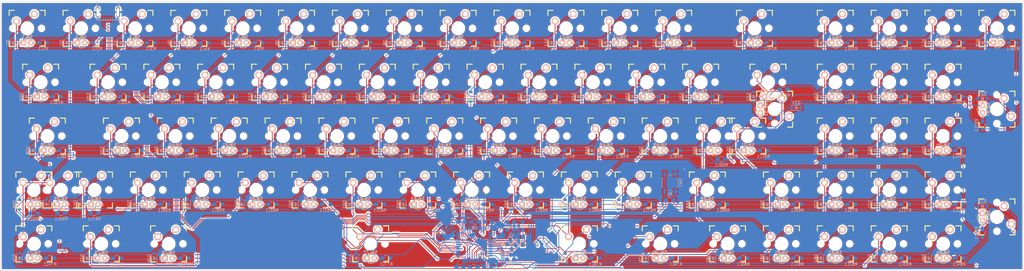
<source format=kicad_pcb>
(kicad_pcb (version 4) (host pcbnew 4.0.5)
  (layers (0 F.Cu signal) (31 B.Cu signal) (34 B.Paste user) (35 F.Paste user) (36 B.SilkS user hide) (37 F.SilkS user) (38 B.Mask user) (39 F.Mask user) (44 Edge.Cuts user))
  (net 0 "")
  (net 1 "Net-(C1-Pad1)")
  (net 2 GND)
  (net 3 "Net-(C2-Pad1)")
  (net 4 VCC)
  (net 5 "Net-(C8-Pad1)")
  (net 6 /row0)
  (net 7 "Net-(D1-Pad2)")
  (net 8 "Net-(D2-Pad2)")
  (net 9 "Net-(D3-Pad2)")
  (net 10 "Net-(D4-Pad2)")
  (net 11 "Net-(D5-Pad2)")
  (net 12 "Net-(D6-Pad2)")
  (net 13 "Net-(D7-Pad2)")
  (net 14 "Net-(D8-Pad2)")
  (net 15 "Net-(D9-Pad2)")
  (net 16 "Net-(D10-Pad2)")
  (net 17 "Net-(D11-Pad2)")
  (net 18 "Net-(D12-Pad2)")
  (net 19 "Net-(D13-Pad2)")
  (net 20 "Net-(D14-Pad2)")
  (net 21 "Net-(D15-Pad2)")
  (net 22 "Net-(D16-Pad2)")
  (net 23 "Net-(D17-Pad2)")
  (net 24 "Net-(D18-Pad2)")
  (net 25 /row1)
  (net 26 "Net-(D19-Pad2)")
  (net 27 "Net-(D20-Pad2)")
  (net 28 "Net-(D21-Pad2)")
  (net 29 "Net-(D22-Pad2)")
  (net 30 "Net-(D23-Pad2)")
  (net 31 "Net-(D24-Pad2)")
  (net 32 "Net-(D25-Pad2)")
  (net 33 "Net-(D26-Pad2)")
  (net 34 "Net-(D27-Pad2)")
  (net 35 "Net-(D28-Pad2)")
  (net 36 "Net-(D29-Pad2)")
  (net 37 "Net-(D30-Pad2)")
  (net 38 "Net-(D31-Pad2)")
  (net 39 "Net-(D32-Pad2)")
  (net 40 "Net-(D33-Pad2)")
  (net 41 "Net-(D34-Pad2)")
  (net 42 "Net-(D35-Pad2)")
  (net 43 "Net-(D36-Pad2)")
  (net 44 "Net-(D37-Pad2)")
  (net 45 /row2)
  (net 46 "Net-(D38-Pad2)")
  (net 47 "Net-(D39-Pad2)")
  (net 48 "Net-(D40-Pad2)")
  (net 49 "Net-(D41-Pad2)")
  (net 50 "Net-(D42-Pad2)")
  (net 51 "Net-(D43-Pad2)")
  (net 52 "Net-(D44-Pad2)")
  (net 53 "Net-(D45-Pad2)")
  (net 54 "Net-(D46-Pad2)")
  (net 55 "Net-(D47-Pad2)")
  (net 56 "Net-(D48-Pad2)")
  (net 57 "Net-(D49-Pad2)")
  (net 58 "Net-(D50-Pad2)")
  (net 59 "Net-(D51-Pad2)")
  (net 60 "Net-(D52-Pad2)")
  (net 61 "Net-(D53-Pad2)")
  (net 62 "Net-(D54-Pad2)")
  (net 63 /row3)
  (net 64 "Net-(D55-Pad2)")
  (net 65 "Net-(D56-Pad2)")
  (net 66 "Net-(D57-Pad2)")
  (net 67 "Net-(D58-Pad2)")
  (net 68 "Net-(D59-Pad2)")
  (net 69 "Net-(D60-Pad2)")
  (net 70 "Net-(D61-Pad2)")
  (net 71 "Net-(D62-Pad2)")
  (net 72 "Net-(D63-Pad2)")
  (net 73 "Net-(D64-Pad2)")
  (net 74 "Net-(D65-Pad2)")
  (net 75 "Net-(D66-Pad2)")
  (net 76 "Net-(D67-Pad2)")
  (net 77 "Net-(D68-Pad2)")
  (net 78 "Net-(D69-Pad2)")
  (net 79 "Net-(D70-Pad2)")
  (net 80 "Net-(D71-Pad2)")
  (net 81 "Net-(D72-Pad2)")
  (net 82 /row4)
  (net 83 "Net-(D73-Pad2)")
  (net 84 "Net-(D74-Pad2)")
  (net 85 "Net-(D75-Pad2)")
  (net 86 "Net-(D76-Pad2)")
  (net 87 "Net-(D77-Pad2)")
  (net 88 "Net-(D78-Pad2)")
  (net 89 "Net-(D79-Pad2)")
  (net 90 "Net-(D80-Pad2)")
  (net 91 "Net-(D81-Pad2)")
  (net 92 "Net-(D82-Pad2)")
  (net 93 "Net-(D83-Pad2)")
  (net 94 "Net-(D84-Pad2)")
  (net 95 "Net-(J1-Pad2)")
  (net 96 "Net-(J1-Pad3)")
  (net 97 "Net-(J1-Pad4)")
  (net 98 "Net-(Q1-Pad1)")
  (net 99 /LED0)
  (net 100 "Net-(R1-Pad2)")
  (net 101 "Net-(R1L1-Pad1)")
  (net 102 "Net-(R2-Pad1)")
  (net 103 "Net-(R2L1-Pad1)")
  (net 104 "Net-(R3-Pad2)")
  (net 105 "Net-(R3L1-Pad1)")
  (net 106 "Net-(R4-Pad2)")
  (net 107 "Net-(R4L1-Pad1)")
  (net 108 "Net-(R5L1-Pad1)")
  (net 109 "Net-(R6L1-Pad1)")
  (net 110 "Net-(R7L1-Pad1)")
  (net 111 "Net-(R8L1-Pad1)")
  (net 112 "Net-(R9L1-Pad1)")
  (net 113 "Net-(R10L1-Pad1)")
  (net 114 "Net-(R11L1-Pad1)")
  (net 115 "Net-(R12L1-Pad1)")
  (net 116 "Net-(R13L1-Pad1)")
  (net 117 "Net-(R14L1-Pad1)")
  (net 118 "Net-(R15L1-Pad1)")
  (net 119 "Net-(R16L1-Pad1)")
  (net 120 "Net-(R17L1-Pad1)")
  (net 121 "Net-(R18L1-Pad1)")
  (net 122 "Net-(R19L1-Pad1)")
  (net 123 "Net-(R20L1-Pad1)")
  (net 124 "Net-(R21L1-Pad1)")
  (net 125 "Net-(R22L1-Pad1)")
  (net 126 "Net-(R23L1-Pad1)")
  (net 127 "Net-(R24L1-Pad1)")
  (net 128 "Net-(R25L1-Pad1)")
  (net 129 "Net-(R26L1-Pad1)")
  (net 130 "Net-(R27L1-Pad1)")
  (net 131 "Net-(R28L1-Pad1)")
  (net 132 "Net-(R29L1-Pad1)")
  (net 133 "Net-(R30L1-Pad1)")
  (net 134 "Net-(R31L1-Pad1)")
  (net 135 "Net-(R32L1-Pad1)")
  (net 136 "Net-(R33L1-Pad1)")
  (net 137 "Net-(R34L1-Pad1)")
  (net 138 "Net-(R35L1-Pad1)")
  (net 139 "Net-(R36L1-Pad1)")
  (net 140 "Net-(R37L1-Pad1)")
  (net 141 "Net-(R38L1-Pad1)")
  (net 142 "Net-(R39L1-Pad1)")
  (net 143 "Net-(R40L1-Pad1)")
  (net 144 "Net-(R41L1-Pad1)")
  (net 145 "Net-(R42L1-Pad1)")
  (net 146 "Net-(R43L1-Pad1)")
  (net 147 "Net-(R44L1-Pad1)")
  (net 148 "Net-(R45L1-Pad1)")
  (net 149 "Net-(R46L1-Pad1)")
  (net 150 "Net-(R47L1-Pad1)")
  (net 151 "Net-(R48L1-Pad1)")
  (net 152 "Net-(R49L1-Pad1)")
  (net 153 "Net-(R50L1-Pad1)")
  (net 154 "Net-(R51L1-Pad1)")
  (net 155 "Net-(R52L1-Pad1)")
  (net 156 "Net-(R53L1-Pad1)")
  (net 157 "Net-(R54L1-Pad1)")
  (net 158 "Net-(R55L1-Pad1)")
  (net 159 "Net-(R56L1-Pad1)")
  (net 160 "Net-(R57L1-Pad1)")
  (net 161 "Net-(R58L1-Pad1)")
  (net 162 "Net-(R59L1-Pad1)")
  (net 163 "Net-(R60L1-Pad1)")
  (net 164 "Net-(R61L1-Pad1)")
  (net 165 "Net-(R62L1-Pad1)")
  (net 166 "Net-(R63L1-Pad1)")
  (net 167 "Net-(R64L1-Pad1)")
  (net 168 "Net-(R65L1-Pad1)")
  (net 169 "Net-(R66L1-Pad1)")
  (net 170 "Net-(R67L1-Pad1)")
  (net 171 "Net-(R68L1-Pad1)")
  (net 172 "Net-(R69L1-Pad1)")
  (net 173 "Net-(R70L1-Pad1)")
  (net 174 "Net-(R71L1-Pad1)")
  (net 175 "Net-(R72L1-Pad1)")
  (net 176 "Net-(R73L1-Pad1)")
  (net 177 "Net-(R74L1-Pad1)")
  (net 178 "Net-(R75L1-Pad1)")
  (net 179 "Net-(R76L1-Pad1)")
  (net 180 "Net-(R77L1-Pad1)")
  (net 181 "Net-(R78L1-Pad1)")
  (net 182 "Net-(R79L1-Pad1)")
  (net 183 "Net-(R80L1-Pad1)")
  (net 184 "Net-(R81L1-Pad1)")
  (net 185 "Net-(R82L1-Pad1)")
  (net 186 "Net-(R83L1-Pad1)")
  (net 187 "Net-(R84L1-Pad1)")
  (net 188 /col0)
  (net 189 /col2)
  (net 190 /col3)
  (net 191 /col4)
  (net 192 /col5)
  (net 193 /col6)
  (net 194 /col7)
  (net 195 /col8)
  (net 196 /col9)
  (net 197 /col10)
  (net 198 /col11)
  (net 199 /col12)
  (net 200 /col14)
  (net 201 /col15)
  (net 202 /col16)
  (net 203 /col17)
  (net 204 /col18)
  (net 205 /col13)
  (net 206 "Net-(U1-Pad42)")
  (net 207 /col1)
  (module MX_LED (layer F.Cu) (at 38.1 28.575)
    (fp_text reference SW_1 (at 0 3) (layer B.SilkS) (effects (font (thickness 0.2)) (justify mirror)))
    (fp_text value MX_LED hide)
    (fp_text user A (at 2.794 5.08) (layer B.SilkS) (effects (justify mirror)))
    (fp_text user K (at -2.794 5.08) (layer B.SilkS) (effects (justify mirror)))
    (fp_text user A (at 2.794 5.08) (layer F.SilkS))
    (fp_text user K (at -2.794 5.08) (layer F.SilkS))
    (pad A thru_hole circle (at 1.27 5.08) (size 2 2) (drill 1) (layers *.Cu *.SilkS *.Mask) (net 101 "Net-(R1L1-Pad1)"))
    (pad K thru_hole rect (at -1.27 5.08) (size 2 2) (drill 1) (layers *.Cu *.SilkS *.Mask) (net 99 /LED0))
    (pad SW2 thru_hole circle (at 2.54 -5.08) (size 2.5 2.5) (drill 1.4986) (layers *.Cu *.SilkS *.Mask) (net 7 "Net-(D1-Pad2)"))
    (pad SW1 thru_hole circle (at -3.81 -2.54) (size 2.5 2.5) (drill 1.4986) (layers *.Cu *.SilkS *.Mask) (net 188 /col0))
    (pad "" np_thru_hole circle (at 0 0) (size 3.9878 3.9878) (drill 3.9878) (layers *.Cu))
    (pad HOLE np_thru_hole circle (at -5.08 0) (size 1.7018 1.7018) (drill 1.7018) (layers *.Cu))
    (pad "" np_thru_hole circle (at 5.08 0) (size 1.7018 1.7018) (drill 1.7018) (layers *.Cu))
  )
  (module Diodes_SMD:SOD-123 (layer B.Cu) (at 33.02 33.655 90)
    (fp_text reference D1 (at 0 -1.8 90) (layer B.SilkS) (effects (justify mirror)))
    (fp_text value D hide)
    (pad 1 smd rect (at -1.635 0 270) (size 0.91 1.22) (layers B.Cu B.Paste B.Mask) (net 6 /row0))
    (pad 2 smd rect (at 1.635 0 270) (size 0.91 1.22) (layers B.Cu B.Paste B.Mask) (net 7 "Net-(D1-Pad2)"))
  )
  (module MX_LED (layer F.Cu) (at 57.15 28.575)
    (fp_text reference SW_2 (at 0 3) (layer B.SilkS) (effects (font (thickness 0.2)) (justify mirror)))
    (fp_text value MX_LED hide)
    (fp_text user A (at 2.794 5.08) (layer B.SilkS) (effects (justify mirror)))
    (fp_text user K (at -2.794 5.08) (layer B.SilkS) (effects (justify mirror)))
    (fp_text user A (at 2.794 5.08) (layer F.SilkS))
    (fp_text user K (at -2.794 5.08) (layer F.SilkS))
    (pad A thru_hole circle (at 1.27 5.08) (size 2 2) (drill 1) (layers *.Cu *.SilkS *.Mask) (net 103 "Net-(R2L1-Pad1)"))
    (pad K thru_hole rect (at -1.27 5.08) (size 2 2) (drill 1) (layers *.Cu *.SilkS *.Mask) (net 99 /LED0))
    (pad SW2 thru_hole circle (at 2.54 -5.08) (size 2.5 2.5) (drill 1.4986) (layers *.Cu *.SilkS *.Mask) (net 8 "Net-(D2-Pad2)"))
    (pad SW1 thru_hole circle (at -3.81 -2.54) (size 2.5 2.5) (drill 1.4986) (layers *.Cu *.SilkS *.Mask) (net 207 /col1))
    (pad "" np_thru_hole circle (at 0 0) (size 3.9878 3.9878) (drill 3.9878) (layers *.Cu))
    (pad HOLE np_thru_hole circle (at -5.08 0) (size 1.7018 1.7018) (drill 1.7018) (layers *.Cu))
    (pad "" np_thru_hole circle (at 5.08 0) (size 1.7018 1.7018) (drill 1.7018) (layers *.Cu))
  )
  (module Diodes_SMD:SOD-123 (layer B.Cu) (at 52.07 33.655 90)
    (fp_text reference D2 (at 0 -1.8 90) (layer B.SilkS) (effects (justify mirror)))
    (fp_text value D hide)
    (pad 1 smd rect (at -1.635 0 270) (size 0.91 1.22) (layers B.Cu B.Paste B.Mask) (net 6 /row0))
    (pad 2 smd rect (at 1.635 0 270) (size 0.91 1.22) (layers B.Cu B.Paste B.Mask) (net 8 "Net-(D2-Pad2)"))
  )
  (module MX_LED (layer F.Cu) (at 76.2 28.575)
    (fp_text reference SW_3 (at 0 3) (layer B.SilkS) (effects (font (thickness 0.2)) (justify mirror)))
    (fp_text value MX_LED hide)
    (fp_text user A (at 2.794 5.08) (layer B.SilkS) (effects (justify mirror)))
    (fp_text user K (at -2.794 5.08) (layer B.SilkS) (effects (justify mirror)))
    (fp_text user A (at 2.794 5.08) (layer F.SilkS))
    (fp_text user K (at -2.794 5.08) (layer F.SilkS))
    (pad A thru_hole circle (at 1.27 5.08) (size 2 2) (drill 1) (layers *.Cu *.SilkS *.Mask) (net 105 "Net-(R3L1-Pad1)"))
    (pad K thru_hole rect (at -1.27 5.08) (size 2 2) (drill 1) (layers *.Cu *.SilkS *.Mask) (net 99 /LED0))
    (pad SW2 thru_hole circle (at 2.54 -5.08) (size 2.5 2.5) (drill 1.4986) (layers *.Cu *.SilkS *.Mask) (net 9 "Net-(D3-Pad2)"))
    (pad SW1 thru_hole circle (at -3.81 -2.54) (size 2.5 2.5) (drill 1.4986) (layers *.Cu *.SilkS *.Mask) (net 189 /col2))
    (pad "" np_thru_hole circle (at 0 0) (size 3.9878 3.9878) (drill 3.9878) (layers *.Cu))
    (pad HOLE np_thru_hole circle (at -5.08 0) (size 1.7018 1.7018) (drill 1.7018) (layers *.Cu))
    (pad "" np_thru_hole circle (at 5.08 0) (size 1.7018 1.7018) (drill 1.7018) (layers *.Cu))
  )
  (module Diodes_SMD:SOD-123 (layer B.Cu) (at 71.12 33.655 90)
    (fp_text reference D3 (at 0 -1.8 90) (layer B.SilkS) (effects (justify mirror)))
    (fp_text value D hide)
    (pad 1 smd rect (at -1.635 0 270) (size 0.91 1.22) (layers B.Cu B.Paste B.Mask) (net 6 /row0))
    (pad 2 smd rect (at 1.635 0 270) (size 0.91 1.22) (layers B.Cu B.Paste B.Mask) (net 9 "Net-(D3-Pad2)"))
  )
  (module MX_LED (layer F.Cu) (at 95.25 28.575)
    (fp_text reference SW_4 (at 0 3) (layer B.SilkS) (effects (font (thickness 0.2)) (justify mirror)))
    (fp_text value MX_LED hide)
    (fp_text user A (at 2.794 5.08) (layer B.SilkS) (effects (justify mirror)))
    (fp_text user K (at -2.794 5.08) (layer B.SilkS) (effects (justify mirror)))
    (fp_text user A (at 2.794 5.08) (layer F.SilkS))
    (fp_text user K (at -2.794 5.08) (layer F.SilkS))
    (pad A thru_hole circle (at 1.27 5.08) (size 2 2) (drill 1) (layers *.Cu *.SilkS *.Mask) (net 107 "Net-(R4L1-Pad1)"))
    (pad K thru_hole rect (at -1.27 5.08) (size 2 2) (drill 1) (layers *.Cu *.SilkS *.Mask) (net 99 /LED0))
    (pad SW2 thru_hole circle (at 2.54 -5.08) (size 2.5 2.5) (drill 1.4986) (layers *.Cu *.SilkS *.Mask) (net 10 "Net-(D4-Pad2)"))
    (pad SW1 thru_hole circle (at -3.81 -2.54) (size 2.5 2.5) (drill 1.4986) (layers *.Cu *.SilkS *.Mask) (net 190 /col3))
    (pad "" np_thru_hole circle (at 0 0) (size 3.9878 3.9878) (drill 3.9878) (layers *.Cu))
    (pad HOLE np_thru_hole circle (at -5.08 0) (size 1.7018 1.7018) (drill 1.7018) (layers *.Cu))
    (pad "" np_thru_hole circle (at 5.08 0) (size 1.7018 1.7018) (drill 1.7018) (layers *.Cu))
  )
  (module Diodes_SMD:SOD-123 (layer B.Cu) (at 90.17 33.655 90)
    (fp_text reference D4 (at 0 -1.8 90) (layer B.SilkS) (effects (justify mirror)))
    (fp_text value D hide)
    (pad 1 smd rect (at -1.635 0 270) (size 0.91 1.22) (layers B.Cu B.Paste B.Mask) (net 6 /row0))
    (pad 2 smd rect (at 1.635 0 270) (size 0.91 1.22) (layers B.Cu B.Paste B.Mask) (net 10 "Net-(D4-Pad2)"))
  )
  (module MX_LED (layer F.Cu) (at 114.3 28.575)
    (fp_text reference SW_5 (at 0 3) (layer B.SilkS) (effects (font (thickness 0.2)) (justify mirror)))
    (fp_text value MX_LED hide)
    (fp_text user A (at 2.794 5.08) (layer B.SilkS) (effects (justify mirror)))
    (fp_text user K (at -2.794 5.08) (layer B.SilkS) (effects (justify mirror)))
    (fp_text user A (at 2.794 5.08) (layer F.SilkS))
    (fp_text user K (at -2.794 5.08) (layer F.SilkS))
    (pad A thru_hole circle (at 1.27 5.08) (size 2 2) (drill 1) (layers *.Cu *.SilkS *.Mask) (net 108 "Net-(R5L1-Pad1)"))
    (pad K thru_hole rect (at -1.27 5.08) (size 2 2) (drill 1) (layers *.Cu *.SilkS *.Mask) (net 99 /LED0))
    (pad SW2 thru_hole circle (at 2.54 -5.08) (size 2.5 2.5) (drill 1.4986) (layers *.Cu *.SilkS *.Mask) (net 11 "Net-(D5-Pad2)"))
    (pad SW1 thru_hole circle (at -3.81 -2.54) (size 2.5 2.5) (drill 1.4986) (layers *.Cu *.SilkS *.Mask) (net 191 /col4))
    (pad "" np_thru_hole circle (at 0 0) (size 3.9878 3.9878) (drill 3.9878) (layers *.Cu))
    (pad HOLE np_thru_hole circle (at -5.08 0) (size 1.7018 1.7018) (drill 1.7018) (layers *.Cu))
    (pad "" np_thru_hole circle (at 5.08 0) (size 1.7018 1.7018) (drill 1.7018) (layers *.Cu))
  )
  (module Diodes_SMD:SOD-123 (layer B.Cu) (at 109.22 33.655 90)
    (fp_text reference D5 (at 0 -1.8 90) (layer B.SilkS) (effects (justify mirror)))
    (fp_text value D hide)
    (pad 1 smd rect (at -1.635 0 270) (size 0.91 1.22) (layers B.Cu B.Paste B.Mask) (net 6 /row0))
    (pad 2 smd rect (at 1.635 0 270) (size 0.91 1.22) (layers B.Cu B.Paste B.Mask) (net 11 "Net-(D5-Pad2)"))
  )
  (module MX_LED (layer F.Cu) (at 133.35 28.575)
    (fp_text reference SW_6 (at 0 3) (layer B.SilkS) (effects (font (thickness 0.2)) (justify mirror)))
    (fp_text value MX_LED hide)
    (fp_text user A (at 2.794 5.08) (layer B.SilkS) (effects (justify mirror)))
    (fp_text user K (at -2.794 5.08) (layer B.SilkS) (effects (justify mirror)))
    (fp_text user A (at 2.794 5.08) (layer F.SilkS))
    (fp_text user K (at -2.794 5.08) (layer F.SilkS))
    (pad A thru_hole circle (at 1.27 5.08) (size 2 2) (drill 1) (layers *.Cu *.SilkS *.Mask) (net 109 "Net-(R6L1-Pad1)"))
    (pad K thru_hole rect (at -1.27 5.08) (size 2 2) (drill 1) (layers *.Cu *.SilkS *.Mask) (net 99 /LED0))
    (pad SW2 thru_hole circle (at 2.54 -5.08) (size 2.5 2.5) (drill 1.4986) (layers *.Cu *.SilkS *.Mask) (net 12 "Net-(D6-Pad2)"))
    (pad SW1 thru_hole circle (at -3.81 -2.54) (size 2.5 2.5) (drill 1.4986) (layers *.Cu *.SilkS *.Mask) (net 192 /col5))
    (pad "" np_thru_hole circle (at 0 0) (size 3.9878 3.9878) (drill 3.9878) (layers *.Cu))
    (pad HOLE np_thru_hole circle (at -5.08 0) (size 1.7018 1.7018) (drill 1.7018) (layers *.Cu))
    (pad "" np_thru_hole circle (at 5.08 0) (size 1.7018 1.7018) (drill 1.7018) (layers *.Cu))
  )
  (module Diodes_SMD:SOD-123 (layer B.Cu) (at 128.27 33.655 90)
    (fp_text reference D6 (at 0 -1.8 90) (layer B.SilkS) (effects (justify mirror)))
    (fp_text value D hide)
    (pad 1 smd rect (at -1.635 0 270) (size 0.91 1.22) (layers B.Cu B.Paste B.Mask) (net 6 /row0))
    (pad 2 smd rect (at 1.635 0 270) (size 0.91 1.22) (layers B.Cu B.Paste B.Mask) (net 12 "Net-(D6-Pad2)"))
  )
  (module MX_LED (layer F.Cu) (at 152.4 28.575)
    (fp_text reference SW_7 (at 0 3) (layer B.SilkS) (effects (font (thickness 0.2)) (justify mirror)))
    (fp_text value MX_LED hide)
    (fp_text user A (at 2.794 5.08) (layer B.SilkS) (effects (justify mirror)))
    (fp_text user K (at -2.794 5.08) (layer B.SilkS) (effects (justify mirror)))
    (fp_text user A (at 2.794 5.08) (layer F.SilkS))
    (fp_text user K (at -2.794 5.08) (layer F.SilkS))
    (pad A thru_hole circle (at 1.27 5.08) (size 2 2) (drill 1) (layers *.Cu *.SilkS *.Mask) (net 110 "Net-(R7L1-Pad1)"))
    (pad K thru_hole rect (at -1.27 5.08) (size 2 2) (drill 1) (layers *.Cu *.SilkS *.Mask) (net 99 /LED0))
    (pad SW2 thru_hole circle (at 2.54 -5.08) (size 2.5 2.5) (drill 1.4986) (layers *.Cu *.SilkS *.Mask) (net 13 "Net-(D7-Pad2)"))
    (pad SW1 thru_hole circle (at -3.81 -2.54) (size 2.5 2.5) (drill 1.4986) (layers *.Cu *.SilkS *.Mask) (net 193 /col6))
    (pad "" np_thru_hole circle (at 0 0) (size 3.9878 3.9878) (drill 3.9878) (layers *.Cu))
    (pad HOLE np_thru_hole circle (at -5.08 0) (size 1.7018 1.7018) (drill 1.7018) (layers *.Cu))
    (pad "" np_thru_hole circle (at 5.08 0) (size 1.7018 1.7018) (drill 1.7018) (layers *.Cu))
  )
  (module Diodes_SMD:SOD-123 (layer B.Cu) (at 147.32 33.655 90)
    (fp_text reference D7 (at 0 -1.8 90) (layer B.SilkS) (effects (justify mirror)))
    (fp_text value D hide)
    (pad 1 smd rect (at -1.635 0 270) (size 0.91 1.22) (layers B.Cu B.Paste B.Mask) (net 6 /row0))
    (pad 2 smd rect (at 1.635 0 270) (size 0.91 1.22) (layers B.Cu B.Paste B.Mask) (net 13 "Net-(D7-Pad2)"))
  )
  (module MX_LED (layer F.Cu) (at 171.45 28.575)
    (fp_text reference SW_8 (at 0 3) (layer B.SilkS) (effects (font (thickness 0.2)) (justify mirror)))
    (fp_text value MX_LED hide)
    (fp_text user A (at 2.794 5.08) (layer B.SilkS) (effects (justify mirror)))
    (fp_text user K (at -2.794 5.08) (layer B.SilkS) (effects (justify mirror)))
    (fp_text user A (at 2.794 5.08) (layer F.SilkS))
    (fp_text user K (at -2.794 5.08) (layer F.SilkS))
    (pad A thru_hole circle (at 1.27 5.08) (size 2 2) (drill 1) (layers *.Cu *.SilkS *.Mask) (net 111 "Net-(R8L1-Pad1)"))
    (pad K thru_hole rect (at -1.27 5.08) (size 2 2) (drill 1) (layers *.Cu *.SilkS *.Mask) (net 99 /LED0))
    (pad SW2 thru_hole circle (at 2.54 -5.08) (size 2.5 2.5) (drill 1.4986) (layers *.Cu *.SilkS *.Mask) (net 14 "Net-(D8-Pad2)"))
    (pad SW1 thru_hole circle (at -3.81 -2.54) (size 2.5 2.5) (drill 1.4986) (layers *.Cu *.SilkS *.Mask) (net 194 /col7))
    (pad "" np_thru_hole circle (at 0 0) (size 3.9878 3.9878) (drill 3.9878) (layers *.Cu))
    (pad HOLE np_thru_hole circle (at -5.08 0) (size 1.7018 1.7018) (drill 1.7018) (layers *.Cu))
    (pad "" np_thru_hole circle (at 5.08 0) (size 1.7018 1.7018) (drill 1.7018) (layers *.Cu))
  )
  (module Diodes_SMD:SOD-123 (layer B.Cu) (at 166.37 33.655 90)
    (fp_text reference D8 (at 0 -1.8 90) (layer B.SilkS) (effects (justify mirror)))
    (fp_text value D hide)
    (pad 1 smd rect (at -1.635 0 270) (size 0.91 1.22) (layers B.Cu B.Paste B.Mask) (net 6 /row0))
    (pad 2 smd rect (at 1.635 0 270) (size 0.91 1.22) (layers B.Cu B.Paste B.Mask) (net 14 "Net-(D8-Pad2)"))
  )
  (module MX_LED (layer F.Cu) (at 190.5 28.575)
    (fp_text reference SW_9 (at 0 3) (layer B.SilkS) (effects (font (thickness 0.2)) (justify mirror)))
    (fp_text value MX_LED hide)
    (fp_text user A (at 2.794 5.08) (layer B.SilkS) (effects (justify mirror)))
    (fp_text user K (at -2.794 5.08) (layer B.SilkS) (effects (justify mirror)))
    (fp_text user A (at 2.794 5.08) (layer F.SilkS))
    (fp_text user K (at -2.794 5.08) (layer F.SilkS))
    (pad A thru_hole circle (at 1.27 5.08) (size 2 2) (drill 1) (layers *.Cu *.SilkS *.Mask) (net 112 "Net-(R9L1-Pad1)"))
    (pad K thru_hole rect (at -1.27 5.08) (size 2 2) (drill 1) (layers *.Cu *.SilkS *.Mask) (net 99 /LED0))
    (pad SW2 thru_hole circle (at 2.54 -5.08) (size 2.5 2.5) (drill 1.4986) (layers *.Cu *.SilkS *.Mask) (net 15 "Net-(D9-Pad2)"))
    (pad SW1 thru_hole circle (at -3.81 -2.54) (size 2.5 2.5) (drill 1.4986) (layers *.Cu *.SilkS *.Mask) (net 195 /col8))
    (pad "" np_thru_hole circle (at 0 0) (size 3.9878 3.9878) (drill 3.9878) (layers *.Cu))
    (pad HOLE np_thru_hole circle (at -5.08 0) (size 1.7018 1.7018) (drill 1.7018) (layers *.Cu))
    (pad "" np_thru_hole circle (at 5.08 0) (size 1.7018 1.7018) (drill 1.7018) (layers *.Cu))
  )
  (module Diodes_SMD:SOD-123 (layer B.Cu) (at 185.42 33.655 90)
    (fp_text reference D9 (at 0 -1.8 90) (layer B.SilkS) (effects (justify mirror)))
    (fp_text value D hide)
    (pad 1 smd rect (at -1.635 0 270) (size 0.91 1.22) (layers B.Cu B.Paste B.Mask) (net 6 /row0))
    (pad 2 smd rect (at 1.635 0 270) (size 0.91 1.22) (layers B.Cu B.Paste B.Mask) (net 15 "Net-(D9-Pad2)"))
  )
  (module MX_LED (layer F.Cu) (at 209.55 28.575)
    (fp_text reference SW_10 (at 0 3) (layer B.SilkS) (effects (font (thickness 0.2)) (justify mirror)))
    (fp_text value MX_LED hide)
    (fp_text user A (at 2.794 5.08) (layer B.SilkS) (effects (justify mirror)))
    (fp_text user K (at -2.794 5.08) (layer B.SilkS) (effects (justify mirror)))
    (fp_text user A (at 2.794 5.08) (layer F.SilkS))
    (fp_text user K (at -2.794 5.08) (layer F.SilkS))
    (pad A thru_hole circle (at 1.27 5.08) (size 2 2) (drill 1) (layers *.Cu *.SilkS *.Mask) (net 113 "Net-(R10L1-Pad1)"))
    (pad K thru_hole rect (at -1.27 5.08) (size 2 2) (drill 1) (layers *.Cu *.SilkS *.Mask) (net 99 /LED0))
    (pad SW2 thru_hole circle (at 2.54 -5.08) (size 2.5 2.5) (drill 1.4986) (layers *.Cu *.SilkS *.Mask) (net 16 "Net-(D10-Pad2)"))
    (pad SW1 thru_hole circle (at -3.81 -2.54) (size 2.5 2.5) (drill 1.4986) (layers *.Cu *.SilkS *.Mask) (net 196 /col9))
    (pad "" np_thru_hole circle (at 0 0) (size 3.9878 3.9878) (drill 3.9878) (layers *.Cu))
    (pad HOLE np_thru_hole circle (at -5.08 0) (size 1.7018 1.7018) (drill 1.7018) (layers *.Cu))
    (pad "" np_thru_hole circle (at 5.08 0) (size 1.7018 1.7018) (drill 1.7018) (layers *.Cu))
  )
  (module Diodes_SMD:SOD-123 (layer B.Cu) (at 204.47 33.655 90)
    (fp_text reference D10 (at 0 -1.8 90) (layer B.SilkS) (effects (justify mirror)))
    (fp_text value D hide)
    (pad 1 smd rect (at -1.635 0 270) (size 0.91 1.22) (layers B.Cu B.Paste B.Mask) (net 6 /row0))
    (pad 2 smd rect (at 1.635 0 270) (size 0.91 1.22) (layers B.Cu B.Paste B.Mask) (net 16 "Net-(D10-Pad2)"))
  )
  (module MX_LED (layer F.Cu) (at 228.6 28.575)
    (fp_text reference SW_11 (at 0 3) (layer B.SilkS) (effects (font (thickness 0.2)) (justify mirror)))
    (fp_text value MX_LED hide)
    (fp_text user A (at 2.794 5.08) (layer B.SilkS) (effects (justify mirror)))
    (fp_text user K (at -2.794 5.08) (layer B.SilkS) (effects (justify mirror)))
    (fp_text user A (at 2.794 5.08) (layer F.SilkS))
    (fp_text user K (at -2.794 5.08) (layer F.SilkS))
    (pad A thru_hole circle (at 1.27 5.08) (size 2 2) (drill 1) (layers *.Cu *.SilkS *.Mask) (net 114 "Net-(R11L1-Pad1)"))
    (pad K thru_hole rect (at -1.27 5.08) (size 2 2) (drill 1) (layers *.Cu *.SilkS *.Mask) (net 99 /LED0))
    (pad SW2 thru_hole circle (at 2.54 -5.08) (size 2.5 2.5) (drill 1.4986) (layers *.Cu *.SilkS *.Mask) (net 17 "Net-(D11-Pad2)"))
    (pad SW1 thru_hole circle (at -3.81 -2.54) (size 2.5 2.5) (drill 1.4986) (layers *.Cu *.SilkS *.Mask) (net 197 /col10))
    (pad "" np_thru_hole circle (at 0 0) (size 3.9878 3.9878) (drill 3.9878) (layers *.Cu))
    (pad HOLE np_thru_hole circle (at -5.08 0) (size 1.7018 1.7018) (drill 1.7018) (layers *.Cu))
    (pad "" np_thru_hole circle (at 5.08 0) (size 1.7018 1.7018) (drill 1.7018) (layers *.Cu))
  )
  (module Diodes_SMD:SOD-123 (layer B.Cu) (at 223.52 33.655 90)
    (fp_text reference D11 (at 0 -1.8 90) (layer B.SilkS) (effects (justify mirror)))
    (fp_text value D hide)
    (pad 1 smd rect (at -1.635 0 270) (size 0.91 1.22) (layers B.Cu B.Paste B.Mask) (net 6 /row0))
    (pad 2 smd rect (at 1.635 0 270) (size 0.91 1.22) (layers B.Cu B.Paste B.Mask) (net 17 "Net-(D11-Pad2)"))
  )
  (module MX_LED (layer F.Cu) (at 247.65 28.575)
    (fp_text reference SW_12 (at 0 3) (layer B.SilkS) (effects (font (thickness 0.2)) (justify mirror)))
    (fp_text value MX_LED hide)
    (fp_text user A (at 2.794 5.08) (layer B.SilkS) (effects (justify mirror)))
    (fp_text user K (at -2.794 5.08) (layer B.SilkS) (effects (justify mirror)))
    (fp_text user A (at 2.794 5.08) (layer F.SilkS))
    (fp_text user K (at -2.794 5.08) (layer F.SilkS))
    (pad A thru_hole circle (at 1.27 5.08) (size 2 2) (drill 1) (layers *.Cu *.SilkS *.Mask) (net 115 "Net-(R12L1-Pad1)"))
    (pad K thru_hole rect (at -1.27 5.08) (size 2 2) (drill 1) (layers *.Cu *.SilkS *.Mask) (net 99 /LED0))
    (pad SW2 thru_hole circle (at 2.54 -5.08) (size 2.5 2.5) (drill 1.4986) (layers *.Cu *.SilkS *.Mask) (net 18 "Net-(D12-Pad2)"))
    (pad SW1 thru_hole circle (at -3.81 -2.54) (size 2.5 2.5) (drill 1.4986) (layers *.Cu *.SilkS *.Mask) (net 198 /col11))
    (pad "" np_thru_hole circle (at 0 0) (size 3.9878 3.9878) (drill 3.9878) (layers *.Cu))
    (pad HOLE np_thru_hole circle (at -5.08 0) (size 1.7018 1.7018) (drill 1.7018) (layers *.Cu))
    (pad "" np_thru_hole circle (at 5.08 0) (size 1.7018 1.7018) (drill 1.7018) (layers *.Cu))
  )
  (module Diodes_SMD:SOD-123 (layer B.Cu) (at 242.57 33.655 90)
    (fp_text reference D12 (at 0 -1.8 90) (layer B.SilkS) (effects (justify mirror)))
    (fp_text value D hide)
    (pad 1 smd rect (at -1.635 0 270) (size 0.91 1.22) (layers B.Cu B.Paste B.Mask) (net 6 /row0))
    (pad 2 smd rect (at 1.635 0 270) (size 0.91 1.22) (layers B.Cu B.Paste B.Mask) (net 18 "Net-(D12-Pad2)"))
  )
  (module MX_LED (layer F.Cu) (at 266.7 28.575)
    (fp_text reference SW_13 (at 0 3) (layer B.SilkS) (effects (font (thickness 0.2)) (justify mirror)))
    (fp_text value MX_LED hide)
    (fp_text user A (at 2.794 5.08) (layer B.SilkS) (effects (justify mirror)))
    (fp_text user K (at -2.794 5.08) (layer B.SilkS) (effects (justify mirror)))
    (fp_text user A (at 2.794 5.08) (layer F.SilkS))
    (fp_text user K (at -2.794 5.08) (layer F.SilkS))
    (pad A thru_hole circle (at 1.27 5.08) (size 2 2) (drill 1) (layers *.Cu *.SilkS *.Mask) (net 116 "Net-(R13L1-Pad1)"))
    (pad K thru_hole rect (at -1.27 5.08) (size 2 2) (drill 1) (layers *.Cu *.SilkS *.Mask) (net 99 /LED0))
    (pad SW2 thru_hole circle (at 2.54 -5.08) (size 2.5 2.5) (drill 1.4986) (layers *.Cu *.SilkS *.Mask) (net 19 "Net-(D13-Pad2)"))
    (pad SW1 thru_hole circle (at -3.81 -2.54) (size 2.5 2.5) (drill 1.4986) (layers *.Cu *.SilkS *.Mask) (net 199 /col12))
    (pad "" np_thru_hole circle (at 0 0) (size 3.9878 3.9878) (drill 3.9878) (layers *.Cu))
    (pad HOLE np_thru_hole circle (at -5.08 0) (size 1.7018 1.7018) (drill 1.7018) (layers *.Cu))
    (pad "" np_thru_hole circle (at 5.08 0) (size 1.7018 1.7018) (drill 1.7018) (layers *.Cu))
  )
  (module Diodes_SMD:SOD-123 (layer B.Cu) (at 261.62 33.655 90)
    (fp_text reference D13 (at 0 -1.8 90) (layer B.SilkS) (effects (justify mirror)))
    (fp_text value D hide)
    (pad 1 smd rect (at -1.635 0 270) (size 0.91 1.22) (layers B.Cu B.Paste B.Mask) (net 6 /row0))
    (pad 2 smd rect (at 1.635 0 270) (size 0.91 1.22) (layers B.Cu B.Paste B.Mask) (net 19 "Net-(D13-Pad2)"))
  )
  (module MX_LED (layer F.Cu) (at 295.275 28.575)
    (fp_text reference SW_14 (at 0 3) (layer B.SilkS) (effects (font (thickness 0.2)) (justify mirror)))
    (fp_text value MX_LED hide)
    (fp_text user A (at 2.794 5.08) (layer B.SilkS) (effects (justify mirror)))
    (fp_text user K (at -2.794 5.08) (layer B.SilkS) (effects (justify mirror)))
    (fp_text user A (at 2.794 5.08) (layer F.SilkS))
    (fp_text user K (at -2.794 5.08) (layer F.SilkS))
    (pad A thru_hole circle (at 1.27 5.08) (size 2 2) (drill 1) (layers *.Cu *.SilkS *.Mask) (net 117 "Net-(R14L1-Pad1)"))
    (pad K thru_hole rect (at -1.27 5.08) (size 2 2) (drill 1) (layers *.Cu *.SilkS *.Mask) (net 99 /LED0))
    (pad SW2 thru_hole circle (at 2.54 -5.08) (size 2.5 2.5) (drill 1.4986) (layers *.Cu *.SilkS *.Mask) (net 20 "Net-(D14-Pad2)"))
    (pad SW1 thru_hole circle (at -3.81 -2.54) (size 2.5 2.5) (drill 1.4986) (layers *.Cu *.SilkS *.Mask) (net 200 /col14))
    (pad "" np_thru_hole circle (at 0 0) (size 3.9878 3.9878) (drill 3.9878) (layers *.Cu))
    (pad HOLE np_thru_hole circle (at -5.08 0) (size 1.7018 1.7018) (drill 1.7018) (layers *.Cu))
    (pad "" np_thru_hole circle (at 5.08 0) (size 1.7018 1.7018) (drill 1.7018) (layers *.Cu))
  )
  (module Diodes_SMD:SOD-123 (layer B.Cu) (at 290.195 33.655 90)
    (fp_text reference D14 (at 0 -1.8 90) (layer B.SilkS) (effects (justify mirror)))
    (fp_text value D hide)
    (pad 1 smd rect (at -1.635 0 270) (size 0.91 1.22) (layers B.Cu B.Paste B.Mask) (net 6 /row0))
    (pad 2 smd rect (at 1.635 0 270) (size 0.91 1.22) (layers B.Cu B.Paste B.Mask) (net 20 "Net-(D14-Pad2)"))
  )
  (module MX_LED (layer F.Cu) (at 323.85 28.575)
    (fp_text reference SW_15 (at 0 3) (layer B.SilkS) (effects (font (thickness 0.2)) (justify mirror)))
    (fp_text value MX_LED hide)
    (fp_text user A (at 2.794 5.08) (layer B.SilkS) (effects (justify mirror)))
    (fp_text user K (at -2.794 5.08) (layer B.SilkS) (effects (justify mirror)))
    (fp_text user A (at 2.794 5.08) (layer F.SilkS))
    (fp_text user K (at -2.794 5.08) (layer F.SilkS))
    (pad A thru_hole circle (at 1.27 5.08) (size 2 2) (drill 1) (layers *.Cu *.SilkS *.Mask) (net 118 "Net-(R15L1-Pad1)"))
    (pad K thru_hole rect (at -1.27 5.08) (size 2 2) (drill 1) (layers *.Cu *.SilkS *.Mask) (net 99 /LED0))
    (pad SW2 thru_hole circle (at 2.54 -5.08) (size 2.5 2.5) (drill 1.4986) (layers *.Cu *.SilkS *.Mask) (net 21 "Net-(D15-Pad2)"))
    (pad SW1 thru_hole circle (at -3.81 -2.54) (size 2.5 2.5) (drill 1.4986) (layers *.Cu *.SilkS *.Mask) (net 201 /col15))
    (pad "" np_thru_hole circle (at 0 0) (size 3.9878 3.9878) (drill 3.9878) (layers *.Cu))
    (pad HOLE np_thru_hole circle (at -5.08 0) (size 1.7018 1.7018) (drill 1.7018) (layers *.Cu))
    (pad "" np_thru_hole circle (at 5.08 0) (size 1.7018 1.7018) (drill 1.7018) (layers *.Cu))
  )
  (module Diodes_SMD:SOD-123 (layer B.Cu) (at 318.77 33.655 90)
    (fp_text reference D15 (at 0 -1.8 90) (layer B.SilkS) (effects (justify mirror)))
    (fp_text value D hide)
    (pad 1 smd rect (at -1.635 0 270) (size 0.91 1.22) (layers B.Cu B.Paste B.Mask) (net 6 /row0))
    (pad 2 smd rect (at 1.635 0 270) (size 0.91 1.22) (layers B.Cu B.Paste B.Mask) (net 21 "Net-(D15-Pad2)"))
  )
  (module MX_LED (layer F.Cu) (at 342.9 28.575)
    (fp_text reference SW_16 (at 0 3) (layer B.SilkS) (effects (font (thickness 0.2)) (justify mirror)))
    (fp_text value MX_LED hide)
    (fp_text user A (at 2.794 5.08) (layer B.SilkS) (effects (justify mirror)))
    (fp_text user K (at -2.794 5.08) (layer B.SilkS) (effects (justify mirror)))
    (fp_text user A (at 2.794 5.08) (layer F.SilkS))
    (fp_text user K (at -2.794 5.08) (layer F.SilkS))
    (pad A thru_hole circle (at 1.27 5.08) (size 2 2) (drill 1) (layers *.Cu *.SilkS *.Mask) (net 119 "Net-(R16L1-Pad1)"))
    (pad K thru_hole rect (at -1.27 5.08) (size 2 2) (drill 1) (layers *.Cu *.SilkS *.Mask) (net 99 /LED0))
    (pad SW2 thru_hole circle (at 2.54 -5.08) (size 2.5 2.5) (drill 1.4986) (layers *.Cu *.SilkS *.Mask) (net 22 "Net-(D16-Pad2)"))
    (pad SW1 thru_hole circle (at -3.81 -2.54) (size 2.5 2.5) (drill 1.4986) (layers *.Cu *.SilkS *.Mask) (net 202 /col16))
    (pad "" np_thru_hole circle (at 0 0) (size 3.9878 3.9878) (drill 3.9878) (layers *.Cu))
    (pad HOLE np_thru_hole circle (at -5.08 0) (size 1.7018 1.7018) (drill 1.7018) (layers *.Cu))
    (pad "" np_thru_hole circle (at 5.08 0) (size 1.7018 1.7018) (drill 1.7018) (layers *.Cu))
  )
  (module Diodes_SMD:SOD-123 (layer B.Cu) (at 337.82 33.655 90)
    (fp_text reference D16 (at 0 -1.8 90) (layer B.SilkS) (effects (justify mirror)))
    (fp_text value D hide)
    (pad 1 smd rect (at -1.635 0 270) (size 0.91 1.22) (layers B.Cu B.Paste B.Mask) (net 6 /row0))
    (pad 2 smd rect (at 1.635 0 270) (size 0.91 1.22) (layers B.Cu B.Paste B.Mask) (net 22 "Net-(D16-Pad2)"))
  )
  (module MX_LED (layer F.Cu) (at 361.95 28.575)
    (fp_text reference SW_17 (at 0 3) (layer B.SilkS) (effects (font (thickness 0.2)) (justify mirror)))
    (fp_text value MX_LED hide)
    (fp_text user A (at 2.794 5.08) (layer B.SilkS) (effects (justify mirror)))
    (fp_text user K (at -2.794 5.08) (layer B.SilkS) (effects (justify mirror)))
    (fp_text user A (at 2.794 5.08) (layer F.SilkS))
    (fp_text user K (at -2.794 5.08) (layer F.SilkS))
    (pad A thru_hole circle (at 1.27 5.08) (size 2 2) (drill 1) (layers *.Cu *.SilkS *.Mask) (net 120 "Net-(R17L1-Pad1)"))
    (pad K thru_hole rect (at -1.27 5.08) (size 2 2) (drill 1) (layers *.Cu *.SilkS *.Mask) (net 99 /LED0))
    (pad SW2 thru_hole circle (at 2.54 -5.08) (size 2.5 2.5) (drill 1.4986) (layers *.Cu *.SilkS *.Mask) (net 23 "Net-(D17-Pad2)"))
    (pad SW1 thru_hole circle (at -3.81 -2.54) (size 2.5 2.5) (drill 1.4986) (layers *.Cu *.SilkS *.Mask) (net 203 /col17))
    (pad "" np_thru_hole circle (at 0 0) (size 3.9878 3.9878) (drill 3.9878) (layers *.Cu))
    (pad HOLE np_thru_hole circle (at -5.08 0) (size 1.7018 1.7018) (drill 1.7018) (layers *.Cu))
    (pad "" np_thru_hole circle (at 5.08 0) (size 1.7018 1.7018) (drill 1.7018) (layers *.Cu))
  )
  (module Diodes_SMD:SOD-123 (layer B.Cu) (at 356.87 33.655 90)
    (fp_text reference D17 (at 0 -1.8 90) (layer B.SilkS) (effects (justify mirror)))
    (fp_text value D hide)
    (pad 1 smd rect (at -1.635 0 270) (size 0.91 1.22) (layers B.Cu B.Paste B.Mask) (net 6 /row0))
    (pad 2 smd rect (at 1.635 0 270) (size 0.91 1.22) (layers B.Cu B.Paste B.Mask) (net 23 "Net-(D17-Pad2)"))
  )
  (module MX_LED (layer F.Cu) (at 381 28.575)
    (fp_text reference SW_18 (at 0 3) (layer B.SilkS) (effects (font (thickness 0.2)) (justify mirror)))
    (fp_text value MX_LED hide)
    (fp_text user A (at 2.794 5.08) (layer B.SilkS) (effects (justify mirror)))
    (fp_text user K (at -2.794 5.08) (layer B.SilkS) (effects (justify mirror)))
    (fp_text user A (at 2.794 5.08) (layer F.SilkS))
    (fp_text user K (at -2.794 5.08) (layer F.SilkS))
    (pad A thru_hole circle (at 1.27 5.08) (size 2 2) (drill 1) (layers *.Cu *.SilkS *.Mask) (net 121 "Net-(R18L1-Pad1)"))
    (pad K thru_hole rect (at -1.27 5.08) (size 2 2) (drill 1) (layers *.Cu *.SilkS *.Mask) (net 99 /LED0))
    (pad SW2 thru_hole circle (at 2.54 -5.08) (size 2.5 2.5) (drill 1.4986) (layers *.Cu *.SilkS *.Mask) (net 24 "Net-(D18-Pad2)"))
    (pad SW1 thru_hole circle (at -3.81 -2.54) (size 2.5 2.5) (drill 1.4986) (layers *.Cu *.SilkS *.Mask) (net 204 /col18))
    (pad "" np_thru_hole circle (at 0 0) (size 3.9878 3.9878) (drill 3.9878) (layers *.Cu))
    (pad HOLE np_thru_hole circle (at -5.08 0) (size 1.7018 1.7018) (drill 1.7018) (layers *.Cu))
    (pad "" np_thru_hole circle (at 5.08 0) (size 1.7018 1.7018) (drill 1.7018) (layers *.Cu))
  )
  (module Diodes_SMD:SOD-123 (layer B.Cu) (at 375.92 33.655 90)
    (fp_text reference D18 (at 0 -1.8 90) (layer B.SilkS) (effects (justify mirror)))
    (fp_text value D hide)
    (pad 1 smd rect (at -1.635 0 270) (size 0.91 1.22) (layers B.Cu B.Paste B.Mask) (net 6 /row0))
    (pad 2 smd rect (at 1.635 0 270) (size 0.91 1.22) (layers B.Cu B.Paste B.Mask) (net 24 "Net-(D18-Pad2)"))
  )
  (module MX_LED (layer F.Cu) (at 42.8625 47.625)
    (fp_text reference SW_19 (at 0 3) (layer B.SilkS) (effects (font (thickness 0.2)) (justify mirror)))
    (fp_text value MX_LED hide)
    (fp_text user A (at 2.794 5.08) (layer B.SilkS) (effects (justify mirror)))
    (fp_text user K (at -2.794 5.08) (layer B.SilkS) (effects (justify mirror)))
    (fp_text user A (at 2.794 5.08) (layer F.SilkS))
    (fp_text user K (at -2.794 5.08) (layer F.SilkS))
    (pad A thru_hole circle (at 1.27 5.08) (size 2 2) (drill 1) (layers *.Cu *.SilkS *.Mask) (net 122 "Net-(R19L1-Pad1)"))
    (pad K thru_hole rect (at -1.27 5.08) (size 2 2) (drill 1) (layers *.Cu *.SilkS *.Mask) (net 99 /LED0))
    (pad SW2 thru_hole circle (at 2.54 -5.08) (size 2.5 2.5) (drill 1.4986) (layers *.Cu *.SilkS *.Mask) (net 26 "Net-(D19-Pad2)"))
    (pad SW1 thru_hole circle (at -3.81 -2.54) (size 2.5 2.5) (drill 1.4986) (layers *.Cu *.SilkS *.Mask) (net 188 /col0))
    (pad "" np_thru_hole circle (at 0 0) (size 3.9878 3.9878) (drill 3.9878) (layers *.Cu))
    (pad HOLE np_thru_hole circle (at -5.08 0) (size 1.7018 1.7018) (drill 1.7018) (layers *.Cu))
    (pad "" np_thru_hole circle (at 5.08 0) (size 1.7018 1.7018) (drill 1.7018) (layers *.Cu))
  )
  (module Diodes_SMD:SOD-123 (layer B.Cu) (at 37.7825 52.705 90)
    (fp_text reference D19 (at 0 -1.8 90) (layer B.SilkS) (effects (justify mirror)))
    (fp_text value D hide)
    (pad 1 smd rect (at -1.635 0 270) (size 0.91 1.22) (layers B.Cu B.Paste B.Mask) (net 25 /row1))
    (pad 2 smd rect (at 1.635 0 270) (size 0.91 1.22) (layers B.Cu B.Paste B.Mask) (net 26 "Net-(D19-Pad2)"))
  )
  (module MX_LED (layer F.Cu) (at 66.675 47.625)
    (fp_text reference SW_20 (at 0 3) (layer B.SilkS) (effects (font (thickness 0.2)) (justify mirror)))
    (fp_text value MX_LED hide)
    (fp_text user A (at 2.794 5.08) (layer B.SilkS) (effects (justify mirror)))
    (fp_text user K (at -2.794 5.08) (layer B.SilkS) (effects (justify mirror)))
    (fp_text user A (at 2.794 5.08) (layer F.SilkS))
    (fp_text user K (at -2.794 5.08) (layer F.SilkS))
    (pad A thru_hole circle (at 1.27 5.08) (size 2 2) (drill 1) (layers *.Cu *.SilkS *.Mask) (net 123 "Net-(R20L1-Pad1)"))
    (pad K thru_hole rect (at -1.27 5.08) (size 2 2) (drill 1) (layers *.Cu *.SilkS *.Mask) (net 99 /LED0))
    (pad SW2 thru_hole circle (at 2.54 -5.08) (size 2.5 2.5) (drill 1.4986) (layers *.Cu *.SilkS *.Mask) (net 27 "Net-(D20-Pad2)"))
    (pad SW1 thru_hole circle (at -3.81 -2.54) (size 2.5 2.5) (drill 1.4986) (layers *.Cu *.SilkS *.Mask) (net 189 /col2))
    (pad "" np_thru_hole circle (at 0 0) (size 3.9878 3.9878) (drill 3.9878) (layers *.Cu))
    (pad HOLE np_thru_hole circle (at -5.08 0) (size 1.7018 1.7018) (drill 1.7018) (layers *.Cu))
    (pad "" np_thru_hole circle (at 5.08 0) (size 1.7018 1.7018) (drill 1.7018) (layers *.Cu))
  )
  (module Diodes_SMD:SOD-123 (layer B.Cu) (at 61.595 52.705 90)
    (fp_text reference D20 (at 0 -1.8 90) (layer B.SilkS) (effects (justify mirror)))
    (fp_text value D hide)
    (pad 1 smd rect (at -1.635 0 270) (size 0.91 1.22) (layers B.Cu B.Paste B.Mask) (net 25 /row1))
    (pad 2 smd rect (at 1.635 0 270) (size 0.91 1.22) (layers B.Cu B.Paste B.Mask) (net 27 "Net-(D20-Pad2)"))
  )
  (module MX_LED (layer F.Cu) (at 85.725 47.625)
    (fp_text reference SW_21 (at 0 3) (layer B.SilkS) (effects (font (thickness 0.2)) (justify mirror)))
    (fp_text value MX_LED hide)
    (fp_text user A (at 2.794 5.08) (layer B.SilkS) (effects (justify mirror)))
    (fp_text user K (at -2.794 5.08) (layer B.SilkS) (effects (justify mirror)))
    (fp_text user A (at 2.794 5.08) (layer F.SilkS))
    (fp_text user K (at -2.794 5.08) (layer F.SilkS))
    (pad A thru_hole circle (at 1.27 5.08) (size 2 2) (drill 1) (layers *.Cu *.SilkS *.Mask) (net 124 "Net-(R21L1-Pad1)"))
    (pad K thru_hole rect (at -1.27 5.08) (size 2 2) (drill 1) (layers *.Cu *.SilkS *.Mask) (net 99 /LED0))
    (pad SW2 thru_hole circle (at 2.54 -5.08) (size 2.5 2.5) (drill 1.4986) (layers *.Cu *.SilkS *.Mask) (net 28 "Net-(D21-Pad2)"))
    (pad SW1 thru_hole circle (at -3.81 -2.54) (size 2.5 2.5) (drill 1.4986) (layers *.Cu *.SilkS *.Mask) (net 190 /col3))
    (pad "" np_thru_hole circle (at 0 0) (size 3.9878 3.9878) (drill 3.9878) (layers *.Cu))
    (pad HOLE np_thru_hole circle (at -5.08 0) (size 1.7018 1.7018) (drill 1.7018) (layers *.Cu))
    (pad "" np_thru_hole circle (at 5.08 0) (size 1.7018 1.7018) (drill 1.7018) (layers *.Cu))
  )
  (module Diodes_SMD:SOD-123 (layer B.Cu) (at 80.645 52.705 90)
    (fp_text reference D21 (at 0 -1.8 90) (layer B.SilkS) (effects (justify mirror)))
    (fp_text value D hide)
    (pad 1 smd rect (at -1.635 0 270) (size 0.91 1.22) (layers B.Cu B.Paste B.Mask) (net 25 /row1))
    (pad 2 smd rect (at 1.635 0 270) (size 0.91 1.22) (layers B.Cu B.Paste B.Mask) (net 28 "Net-(D21-Pad2)"))
  )
  (module MX_LED (layer F.Cu) (at 104.775 47.625)
    (fp_text reference SW_22 (at 0 3) (layer B.SilkS) (effects (font (thickness 0.2)) (justify mirror)))
    (fp_text value MX_LED hide)
    (fp_text user A (at 2.794 5.08) (layer B.SilkS) (effects (justify mirror)))
    (fp_text user K (at -2.794 5.08) (layer B.SilkS) (effects (justify mirror)))
    (fp_text user A (at 2.794 5.08) (layer F.SilkS))
    (fp_text user K (at -2.794 5.08) (layer F.SilkS))
    (pad A thru_hole circle (at 1.27 5.08) (size 2 2) (drill 1) (layers *.Cu *.SilkS *.Mask) (net 125 "Net-(R22L1-Pad1)"))
    (pad K thru_hole rect (at -1.27 5.08) (size 2 2) (drill 1) (layers *.Cu *.SilkS *.Mask) (net 99 /LED0))
    (pad SW2 thru_hole circle (at 2.54 -5.08) (size 2.5 2.5) (drill 1.4986) (layers *.Cu *.SilkS *.Mask) (net 29 "Net-(D22-Pad2)"))
    (pad SW1 thru_hole circle (at -3.81 -2.54) (size 2.5 2.5) (drill 1.4986) (layers *.Cu *.SilkS *.Mask) (net 191 /col4))
    (pad "" np_thru_hole circle (at 0 0) (size 3.9878 3.9878) (drill 3.9878) (layers *.Cu))
    (pad HOLE np_thru_hole circle (at -5.08 0) (size 1.7018 1.7018) (drill 1.7018) (layers *.Cu))
    (pad "" np_thru_hole circle (at 5.08 0) (size 1.7018 1.7018) (drill 1.7018) (layers *.Cu))
  )
  (module Diodes_SMD:SOD-123 (layer B.Cu) (at 99.695 52.705 90)
    (fp_text reference D22 (at 0 -1.8 90) (layer B.SilkS) (effects (justify mirror)))
    (fp_text value D hide)
    (pad 1 smd rect (at -1.635 0 270) (size 0.91 1.22) (layers B.Cu B.Paste B.Mask) (net 25 /row1))
    (pad 2 smd rect (at 1.635 0 270) (size 0.91 1.22) (layers B.Cu B.Paste B.Mask) (net 29 "Net-(D22-Pad2)"))
  )
  (module MX_LED (layer F.Cu) (at 123.825 47.625)
    (fp_text reference SW_23 (at 0 3) (layer B.SilkS) (effects (font (thickness 0.2)) (justify mirror)))
    (fp_text value MX_LED hide)
    (fp_text user A (at 2.794 5.08) (layer B.SilkS) (effects (justify mirror)))
    (fp_text user K (at -2.794 5.08) (layer B.SilkS) (effects (justify mirror)))
    (fp_text user A (at 2.794 5.08) (layer F.SilkS))
    (fp_text user K (at -2.794 5.08) (layer F.SilkS))
    (pad A thru_hole circle (at 1.27 5.08) (size 2 2) (drill 1) (layers *.Cu *.SilkS *.Mask) (net 126 "Net-(R23L1-Pad1)"))
    (pad K thru_hole rect (at -1.27 5.08) (size 2 2) (drill 1) (layers *.Cu *.SilkS *.Mask) (net 99 /LED0))
    (pad SW2 thru_hole circle (at 2.54 -5.08) (size 2.5 2.5) (drill 1.4986) (layers *.Cu *.SilkS *.Mask) (net 30 "Net-(D23-Pad2)"))
    (pad SW1 thru_hole circle (at -3.81 -2.54) (size 2.5 2.5) (drill 1.4986) (layers *.Cu *.SilkS *.Mask) (net 192 /col5))
    (pad "" np_thru_hole circle (at 0 0) (size 3.9878 3.9878) (drill 3.9878) (layers *.Cu))
    (pad HOLE np_thru_hole circle (at -5.08 0) (size 1.7018 1.7018) (drill 1.7018) (layers *.Cu))
    (pad "" np_thru_hole circle (at 5.08 0) (size 1.7018 1.7018) (drill 1.7018) (layers *.Cu))
  )
  (module Diodes_SMD:SOD-123 (layer B.Cu) (at 118.745 52.705 90)
    (fp_text reference D23 (at 0 -1.8 90) (layer B.SilkS) (effects (justify mirror)))
    (fp_text value D hide)
    (pad 1 smd rect (at -1.635 0 270) (size 0.91 1.22) (layers B.Cu B.Paste B.Mask) (net 25 /row1))
    (pad 2 smd rect (at 1.635 0 270) (size 0.91 1.22) (layers B.Cu B.Paste B.Mask) (net 30 "Net-(D23-Pad2)"))
  )
  (module MX_LED (layer F.Cu) (at 142.875 47.625)
    (fp_text reference SW_24 (at 0 3) (layer B.SilkS) (effects (font (thickness 0.2)) (justify mirror)))
    (fp_text value MX_LED hide)
    (fp_text user A (at 2.794 5.08) (layer B.SilkS) (effects (justify mirror)))
    (fp_text user K (at -2.794 5.08) (layer B.SilkS) (effects (justify mirror)))
    (fp_text user A (at 2.794 5.08) (layer F.SilkS))
    (fp_text user K (at -2.794 5.08) (layer F.SilkS))
    (pad A thru_hole circle (at 1.27 5.08) (size 2 2) (drill 1) (layers *.Cu *.SilkS *.Mask) (net 127 "Net-(R24L1-Pad1)"))
    (pad K thru_hole rect (at -1.27 5.08) (size 2 2) (drill 1) (layers *.Cu *.SilkS *.Mask) (net 99 /LED0))
    (pad SW2 thru_hole circle (at 2.54 -5.08) (size 2.5 2.5) (drill 1.4986) (layers *.Cu *.SilkS *.Mask) (net 31 "Net-(D24-Pad2)"))
    (pad SW1 thru_hole circle (at -3.81 -2.54) (size 2.5 2.5) (drill 1.4986) (layers *.Cu *.SilkS *.Mask) (net 193 /col6))
    (pad "" np_thru_hole circle (at 0 0) (size 3.9878 3.9878) (drill 3.9878) (layers *.Cu))
    (pad HOLE np_thru_hole circle (at -5.08 0) (size 1.7018 1.7018) (drill 1.7018) (layers *.Cu))
    (pad "" np_thru_hole circle (at 5.08 0) (size 1.7018 1.7018) (drill 1.7018) (layers *.Cu))
  )
  (module Diodes_SMD:SOD-123 (layer B.Cu) (at 137.795 52.705 90)
    (fp_text reference D24 (at 0 -1.8 90) (layer B.SilkS) (effects (justify mirror)))
    (fp_text value D hide)
    (pad 1 smd rect (at -1.635 0 270) (size 0.91 1.22) (layers B.Cu B.Paste B.Mask) (net 25 /row1))
    (pad 2 smd rect (at 1.635 0 270) (size 0.91 1.22) (layers B.Cu B.Paste B.Mask) (net 31 "Net-(D24-Pad2)"))
  )
  (module MX_LED (layer F.Cu) (at 161.925 47.625)
    (fp_text reference SW_25 (at 0 3) (layer B.SilkS) (effects (font (thickness 0.2)) (justify mirror)))
    (fp_text value MX_LED hide)
    (fp_text user A (at 2.794 5.08) (layer B.SilkS) (effects (justify mirror)))
    (fp_text user K (at -2.794 5.08) (layer B.SilkS) (effects (justify mirror)))
    (fp_text user A (at 2.794 5.08) (layer F.SilkS))
    (fp_text user K (at -2.794 5.08) (layer F.SilkS))
    (pad A thru_hole circle (at 1.27 5.08) (size 2 2) (drill 1) (layers *.Cu *.SilkS *.Mask) (net 128 "Net-(R25L1-Pad1)"))
    (pad K thru_hole rect (at -1.27 5.08) (size 2 2) (drill 1) (layers *.Cu *.SilkS *.Mask) (net 99 /LED0))
    (pad SW2 thru_hole circle (at 2.54 -5.08) (size 2.5 2.5) (drill 1.4986) (layers *.Cu *.SilkS *.Mask) (net 32 "Net-(D25-Pad2)"))
    (pad SW1 thru_hole circle (at -3.81 -2.54) (size 2.5 2.5) (drill 1.4986) (layers *.Cu *.SilkS *.Mask) (net 194 /col7))
    (pad "" np_thru_hole circle (at 0 0) (size 3.9878 3.9878) (drill 3.9878) (layers *.Cu))
    (pad HOLE np_thru_hole circle (at -5.08 0) (size 1.7018 1.7018) (drill 1.7018) (layers *.Cu))
    (pad "" np_thru_hole circle (at 5.08 0) (size 1.7018 1.7018) (drill 1.7018) (layers *.Cu))
  )
  (module Diodes_SMD:SOD-123 (layer B.Cu) (at 156.845 52.705 90)
    (fp_text reference D25 (at 0 -1.8 90) (layer B.SilkS) (effects (justify mirror)))
    (fp_text value D hide)
    (pad 1 smd rect (at -1.635 0 270) (size 0.91 1.22) (layers B.Cu B.Paste B.Mask) (net 25 /row1))
    (pad 2 smd rect (at 1.635 0 270) (size 0.91 1.22) (layers B.Cu B.Paste B.Mask) (net 32 "Net-(D25-Pad2)"))
  )
  (module MX_LED (layer F.Cu) (at 180.975 47.625)
    (fp_text reference SW_26 (at 0 3) (layer B.SilkS) (effects (font (thickness 0.2)) (justify mirror)))
    (fp_text value MX_LED hide)
    (fp_text user A (at 2.794 5.08) (layer B.SilkS) (effects (justify mirror)))
    (fp_text user K (at -2.794 5.08) (layer B.SilkS) (effects (justify mirror)))
    (fp_text user A (at 2.794 5.08) (layer F.SilkS))
    (fp_text user K (at -2.794 5.08) (layer F.SilkS))
    (pad A thru_hole circle (at 1.27 5.08) (size 2 2) (drill 1) (layers *.Cu *.SilkS *.Mask) (net 129 "Net-(R26L1-Pad1)"))
    (pad K thru_hole rect (at -1.27 5.08) (size 2 2) (drill 1) (layers *.Cu *.SilkS *.Mask) (net 99 /LED0))
    (pad SW2 thru_hole circle (at 2.54 -5.08) (size 2.5 2.5) (drill 1.4986) (layers *.Cu *.SilkS *.Mask) (net 33 "Net-(D26-Pad2)"))
    (pad SW1 thru_hole circle (at -3.81 -2.54) (size 2.5 2.5) (drill 1.4986) (layers *.Cu *.SilkS *.Mask) (net 195 /col8))
    (pad "" np_thru_hole circle (at 0 0) (size 3.9878 3.9878) (drill 3.9878) (layers *.Cu))
    (pad HOLE np_thru_hole circle (at -5.08 0) (size 1.7018 1.7018) (drill 1.7018) (layers *.Cu))
    (pad "" np_thru_hole circle (at 5.08 0) (size 1.7018 1.7018) (drill 1.7018) (layers *.Cu))
  )
  (module Diodes_SMD:SOD-123 (layer B.Cu) (at 175.895 52.705 90)
    (fp_text reference D26 (at 0 -1.8 90) (layer B.SilkS) (effects (justify mirror)))
    (fp_text value D hide)
    (pad 1 smd rect (at -1.635 0 270) (size 0.91 1.22) (layers B.Cu B.Paste B.Mask) (net 25 /row1))
    (pad 2 smd rect (at 1.635 0 270) (size 0.91 1.22) (layers B.Cu B.Paste B.Mask) (net 33 "Net-(D26-Pad2)"))
  )
  (module MX_LED (layer F.Cu) (at 200.025 47.625)
    (fp_text reference SW_27 (at 0 3) (layer B.SilkS) (effects (font (thickness 0.2)) (justify mirror)))
    (fp_text value MX_LED hide)
    (fp_text user A (at 2.794 5.08) (layer B.SilkS) (effects (justify mirror)))
    (fp_text user K (at -2.794 5.08) (layer B.SilkS) (effects (justify mirror)))
    (fp_text user A (at 2.794 5.08) (layer F.SilkS))
    (fp_text user K (at -2.794 5.08) (layer F.SilkS))
    (pad A thru_hole circle (at 1.27 5.08) (size 2 2) (drill 1) (layers *.Cu *.SilkS *.Mask) (net 130 "Net-(R27L1-Pad1)"))
    (pad K thru_hole rect (at -1.27 5.08) (size 2 2) (drill 1) (layers *.Cu *.SilkS *.Mask) (net 99 /LED0))
    (pad SW2 thru_hole circle (at 2.54 -5.08) (size 2.5 2.5) (drill 1.4986) (layers *.Cu *.SilkS *.Mask) (net 34 "Net-(D27-Pad2)"))
    (pad SW1 thru_hole circle (at -3.81 -2.54) (size 2.5 2.5) (drill 1.4986) (layers *.Cu *.SilkS *.Mask) (net 196 /col9))
    (pad "" np_thru_hole circle (at 0 0) (size 3.9878 3.9878) (drill 3.9878) (layers *.Cu))
    (pad HOLE np_thru_hole circle (at -5.08 0) (size 1.7018 1.7018) (drill 1.7018) (layers *.Cu))
    (pad "" np_thru_hole circle (at 5.08 0) (size 1.7018 1.7018) (drill 1.7018) (layers *.Cu))
  )
  (module Diodes_SMD:SOD-123 (layer B.Cu) (at 194.945 52.705 90)
    (fp_text reference D27 (at 0 -1.8 90) (layer B.SilkS) (effects (justify mirror)))
    (fp_text value D hide)
    (pad 1 smd rect (at -1.635 0 270) (size 0.91 1.22) (layers B.Cu B.Paste B.Mask) (net 25 /row1))
    (pad 2 smd rect (at 1.635 0 270) (size 0.91 1.22) (layers B.Cu B.Paste B.Mask) (net 34 "Net-(D27-Pad2)"))
  )
  (module MX_LED (layer F.Cu) (at 219.075 47.625)
    (fp_text reference SW_28 (at 0 3) (layer B.SilkS) (effects (font (thickness 0.2)) (justify mirror)))
    (fp_text value MX_LED hide)
    (fp_text user A (at 2.794 5.08) (layer B.SilkS) (effects (justify mirror)))
    (fp_text user K (at -2.794 5.08) (layer B.SilkS) (effects (justify mirror)))
    (fp_text user A (at 2.794 5.08) (layer F.SilkS))
    (fp_text user K (at -2.794 5.08) (layer F.SilkS))
    (pad A thru_hole circle (at 1.27 5.08) (size 2 2) (drill 1) (layers *.Cu *.SilkS *.Mask) (net 131 "Net-(R28L1-Pad1)"))
    (pad K thru_hole rect (at -1.27 5.08) (size 2 2) (drill 1) (layers *.Cu *.SilkS *.Mask) (net 99 /LED0))
    (pad SW2 thru_hole circle (at 2.54 -5.08) (size 2.5 2.5) (drill 1.4986) (layers *.Cu *.SilkS *.Mask) (net 35 "Net-(D28-Pad2)"))
    (pad SW1 thru_hole circle (at -3.81 -2.54) (size 2.5 2.5) (drill 1.4986) (layers *.Cu *.SilkS *.Mask) (net 197 /col10))
    (pad "" np_thru_hole circle (at 0 0) (size 3.9878 3.9878) (drill 3.9878) (layers *.Cu))
    (pad HOLE np_thru_hole circle (at -5.08 0) (size 1.7018 1.7018) (drill 1.7018) (layers *.Cu))
    (pad "" np_thru_hole circle (at 5.08 0) (size 1.7018 1.7018) (drill 1.7018) (layers *.Cu))
  )
  (module Diodes_SMD:SOD-123 (layer B.Cu) (at 213.995 52.705 90)
    (fp_text reference D28 (at 0 -1.8 90) (layer B.SilkS) (effects (justify mirror)))
    (fp_text value D hide)
    (pad 1 smd rect (at -1.635 0 270) (size 0.91 1.22) (layers B.Cu B.Paste B.Mask) (net 25 /row1))
    (pad 2 smd rect (at 1.635 0 270) (size 0.91 1.22) (layers B.Cu B.Paste B.Mask) (net 35 "Net-(D28-Pad2)"))
  )
  (module MX_LED (layer F.Cu) (at 238.125 47.625)
    (fp_text reference SW_29 (at 0 3) (layer B.SilkS) (effects (font (thickness 0.2)) (justify mirror)))
    (fp_text value MX_LED hide)
    (fp_text user A (at 2.794 5.08) (layer B.SilkS) (effects (justify mirror)))
    (fp_text user K (at -2.794 5.08) (layer B.SilkS) (effects (justify mirror)))
    (fp_text user A (at 2.794 5.08) (layer F.SilkS))
    (fp_text user K (at -2.794 5.08) (layer F.SilkS))
    (pad A thru_hole circle (at 1.27 5.08) (size 2 2) (drill 1) (layers *.Cu *.SilkS *.Mask) (net 132 "Net-(R29L1-Pad1)"))
    (pad K thru_hole rect (at -1.27 5.08) (size 2 2) (drill 1) (layers *.Cu *.SilkS *.Mask) (net 99 /LED0))
    (pad SW2 thru_hole circle (at 2.54 -5.08) (size 2.5 2.5) (drill 1.4986) (layers *.Cu *.SilkS *.Mask) (net 36 "Net-(D29-Pad2)"))
    (pad SW1 thru_hole circle (at -3.81 -2.54) (size 2.5 2.5) (drill 1.4986) (layers *.Cu *.SilkS *.Mask) (net 198 /col11))
    (pad "" np_thru_hole circle (at 0 0) (size 3.9878 3.9878) (drill 3.9878) (layers *.Cu))
    (pad HOLE np_thru_hole circle (at -5.08 0) (size 1.7018 1.7018) (drill 1.7018) (layers *.Cu))
    (pad "" np_thru_hole circle (at 5.08 0) (size 1.7018 1.7018) (drill 1.7018) (layers *.Cu))
  )
  (module Diodes_SMD:SOD-123 (layer B.Cu) (at 233.045 52.705 90)
    (fp_text reference D29 (at 0 -1.8 90) (layer B.SilkS) (effects (justify mirror)))
    (fp_text value D hide)
    (pad 1 smd rect (at -1.635 0 270) (size 0.91 1.22) (layers B.Cu B.Paste B.Mask) (net 25 /row1))
    (pad 2 smd rect (at 1.635 0 270) (size 0.91 1.22) (layers B.Cu B.Paste B.Mask) (net 36 "Net-(D29-Pad2)"))
  )
  (module MX_LED (layer F.Cu) (at 257.175 47.625)
    (fp_text reference SW_30 (at 0 3) (layer B.SilkS) (effects (font (thickness 0.2)) (justify mirror)))
    (fp_text value MX_LED hide)
    (fp_text user A (at 2.794 5.08) (layer B.SilkS) (effects (justify mirror)))
    (fp_text user K (at -2.794 5.08) (layer B.SilkS) (effects (justify mirror)))
    (fp_text user A (at 2.794 5.08) (layer F.SilkS))
    (fp_text user K (at -2.794 5.08) (layer F.SilkS))
    (pad A thru_hole circle (at 1.27 5.08) (size 2 2) (drill 1) (layers *.Cu *.SilkS *.Mask) (net 133 "Net-(R30L1-Pad1)"))
    (pad K thru_hole rect (at -1.27 5.08) (size 2 2) (drill 1) (layers *.Cu *.SilkS *.Mask) (net 99 /LED0))
    (pad SW2 thru_hole circle (at 2.54 -5.08) (size 2.5 2.5) (drill 1.4986) (layers *.Cu *.SilkS *.Mask) (net 37 "Net-(D30-Pad2)"))
    (pad SW1 thru_hole circle (at -3.81 -2.54) (size 2.5 2.5) (drill 1.4986) (layers *.Cu *.SilkS *.Mask) (net 199 /col12))
    (pad "" np_thru_hole circle (at 0 0) (size 3.9878 3.9878) (drill 3.9878) (layers *.Cu))
    (pad HOLE np_thru_hole circle (at -5.08 0) (size 1.7018 1.7018) (drill 1.7018) (layers *.Cu))
    (pad "" np_thru_hole circle (at 5.08 0) (size 1.7018 1.7018) (drill 1.7018) (layers *.Cu))
  )
  (module Diodes_SMD:SOD-123 (layer B.Cu) (at 252.095 52.705 90)
    (fp_text reference D30 (at 0 -1.8 90) (layer B.SilkS) (effects (justify mirror)))
    (fp_text value D hide)
    (pad 1 smd rect (at -1.635 0 270) (size 0.91 1.22) (layers B.Cu B.Paste B.Mask) (net 25 /row1))
    (pad 2 smd rect (at 1.635 0 270) (size 0.91 1.22) (layers B.Cu B.Paste B.Mask) (net 37 "Net-(D30-Pad2)"))
  )
  (module MX_LED (layer F.Cu) (at 276.225 47.625)
    (fp_text reference SW_31 (at 0 3) (layer B.SilkS) (effects (font (thickness 0.2)) (justify mirror)))
    (fp_text value MX_LED hide)
    (fp_text user A (at 2.794 5.08) (layer B.SilkS) (effects (justify mirror)))
    (fp_text user K (at -2.794 5.08) (layer B.SilkS) (effects (justify mirror)))
    (fp_text user A (at 2.794 5.08) (layer F.SilkS))
    (fp_text user K (at -2.794 5.08) (layer F.SilkS))
    (pad A thru_hole circle (at 1.27 5.08) (size 2 2) (drill 1) (layers *.Cu *.SilkS *.Mask) (net 134 "Net-(R31L1-Pad1)"))
    (pad K thru_hole rect (at -1.27 5.08) (size 2 2) (drill 1) (layers *.Cu *.SilkS *.Mask) (net 99 /LED0))
    (pad SW2 thru_hole circle (at 2.54 -5.08) (size 2.5 2.5) (drill 1.4986) (layers *.Cu *.SilkS *.Mask) (net 38 "Net-(D31-Pad2)"))
    (pad SW1 thru_hole circle (at -3.81 -2.54) (size 2.5 2.5) (drill 1.4986) (layers *.Cu *.SilkS *.Mask) (net 205 /col13))
    (pad "" np_thru_hole circle (at 0 0) (size 3.9878 3.9878) (drill 3.9878) (layers *.Cu))
    (pad HOLE np_thru_hole circle (at -5.08 0) (size 1.7018 1.7018) (drill 1.7018) (layers *.Cu))
    (pad "" np_thru_hole circle (at 5.08 0) (size 1.7018 1.7018) (drill 1.7018) (layers *.Cu))
  )
  (module Diodes_SMD:SOD-123 (layer B.Cu) (at 271.145 52.705 90)
    (fp_text reference D31 (at 0 -1.8 90) (layer B.SilkS) (effects (justify mirror)))
    (fp_text value D hide)
    (pad 1 smd rect (at -1.635 0 270) (size 0.91 1.22) (layers B.Cu B.Paste B.Mask) (net 25 /row1))
    (pad 2 smd rect (at 1.635 0 270) (size 0.91 1.22) (layers B.Cu B.Paste B.Mask) (net 38 "Net-(D31-Pad2)"))
  )
  (module MX_LED (layer F.Cu) (at 300.0375 47.625)
    (fp_text reference SW_32 (at 0 3) (layer B.SilkS) (effects (font (thickness 0.2)) (justify mirror)))
    (fp_text value MX_LED hide)
    (fp_text user A (at 2.794 5.08) (layer B.SilkS) (effects (justify mirror)))
    (fp_text user K (at -2.794 5.08) (layer B.SilkS) (effects (justify mirror)))
    (fp_text user A (at 2.794 5.08) (layer F.SilkS))
    (fp_text user K (at -2.794 5.08) (layer F.SilkS))
    (pad A thru_hole circle (at 1.27 5.08) (size 2 2) (drill 1) (layers *.Cu *.SilkS *.Mask) (net 135 "Net-(R32L1-Pad1)"))
    (pad K thru_hole rect (at -1.27 5.08) (size 2 2) (drill 1) (layers *.Cu *.SilkS *.Mask) (net 99 /LED0))
    (pad SW2 thru_hole circle (at 2.54 -5.08) (size 2.5 2.5) (drill 1.4986) (layers *.Cu *.SilkS *.Mask) (net 39 "Net-(D32-Pad2)"))
    (pad SW1 thru_hole circle (at -3.81 -2.54) (size 2.5 2.5) (drill 1.4986) (layers *.Cu *.SilkS *.Mask) (net 200 /col14))
    (pad "" np_thru_hole circle (at 0 0) (size 3.9878 3.9878) (drill 3.9878) (layers *.Cu))
    (pad HOLE np_thru_hole circle (at -5.08 0) (size 1.7018 1.7018) (drill 1.7018) (layers *.Cu))
    (pad "" np_thru_hole circle (at 5.08 0) (size 1.7018 1.7018) (drill 1.7018) (layers *.Cu))
  )
  (module Diodes_SMD:SOD-123 (layer B.Cu) (at 294.9575 52.705 90)
    (fp_text reference D32 (at 0 -1.8 90) (layer B.SilkS) (effects (justify mirror)))
    (fp_text value D hide)
    (pad 1 smd rect (at -1.635 0 270) (size 0.91 1.22) (layers B.Cu B.Paste B.Mask) (net 25 /row1))
    (pad 2 smd rect (at 1.635 0 270) (size 0.91 1.22) (layers B.Cu B.Paste B.Mask) (net 39 "Net-(D32-Pad2)"))
  )
  (module MX_LED (layer F.Cu) (at 302.41875 57.15 270)
    (fp_text reference SW_33 (at 0 3 270) (layer B.SilkS) (effects (font (thickness 0.2)) (justify mirror)))
    (fp_text value MX_LED hide)
    (fp_text user A (at 2.794 5.08 270) (layer B.SilkS) (effects (justify mirror)))
    (fp_text user K (at -2.794 5.08 270) (layer B.SilkS) (effects (justify mirror)))
    (fp_text user A (at 2.794 5.08 270) (layer F.SilkS))
    (fp_text user K (at -2.794 5.08 270) (layer F.SilkS))
    (pad A thru_hole circle (at 1.27 5.08 270) (size 2 2) (drill 1) (layers *.Cu *.SilkS *.Mask) (net 136 "Net-(R33L1-Pad1)"))
    (pad K thru_hole rect (at -1.27 5.08 270) (size 2 2) (drill 1) (layers *.Cu *.SilkS *.Mask) (net 99 /LED0))
    (pad SW2 thru_hole circle (at 2.54 -5.08 270) (size 2.5 2.5) (drill 1.4986) (layers *.Cu *.SilkS *.Mask) (net 40 "Net-(D33-Pad2)"))
    (pad SW1 thru_hole circle (at -3.81 -2.54 270) (size 2.5 2.5) (drill 1.4986) (layers *.Cu *.SilkS *.Mask) (net 200 /col14))
    (pad "" np_thru_hole circle (at 0 0 270) (size 3.9878 3.9878) (drill 3.9878) (layers *.Cu))
    (pad HOLE np_thru_hole circle (at -5.08 0 270) (size 1.7018 1.7018) (drill 1.7018) (layers *.Cu))
    (pad "" np_thru_hole circle (at 5.08 0 270) (size 1.7018 1.7018) (drill 1.7018) (layers *.Cu))
  )
  (module Diodes_SMD:SOD-123 (layer B.Cu) (at 310.134 56.642)
    (fp_text reference D33 (at 0 -1.8) (layer B.SilkS) (effects (justify mirror)))
    (fp_text value D hide)
    (pad 1 smd rect (at -1.635 0 180) (size 0.91 1.22) (layers B.Cu B.Paste B.Mask) (net 25 /row1))
    (pad 2 smd rect (at 1.635 0 180) (size 0.91 1.22) (layers B.Cu B.Paste B.Mask) (net 40 "Net-(D33-Pad2)"))
  )
  (module MX_LED (layer F.Cu) (at 323.85 47.625)
    (fp_text reference SW_34 (at 0 3) (layer B.SilkS) (effects (font (thickness 0.2)) (justify mirror)))
    (fp_text value MX_LED hide)
    (fp_text user A (at 2.794 5.08) (layer B.SilkS) (effects (justify mirror)))
    (fp_text user K (at -2.794 5.08) (layer B.SilkS) (effects (justify mirror)))
    (fp_text user A (at 2.794 5.08) (layer F.SilkS))
    (fp_text user K (at -2.794 5.08) (layer F.SilkS))
    (pad A thru_hole circle (at 1.27 5.08) (size 2 2) (drill 1) (layers *.Cu *.SilkS *.Mask) (net 137 "Net-(R34L1-Pad1)"))
    (pad K thru_hole rect (at -1.27 5.08) (size 2 2) (drill 1) (layers *.Cu *.SilkS *.Mask) (net 99 /LED0))
    (pad SW2 thru_hole circle (at 2.54 -5.08) (size 2.5 2.5) (drill 1.4986) (layers *.Cu *.SilkS *.Mask) (net 41 "Net-(D34-Pad2)"))
    (pad SW1 thru_hole circle (at -3.81 -2.54) (size 2.5 2.5) (drill 1.4986) (layers *.Cu *.SilkS *.Mask) (net 201 /col15))
    (pad "" np_thru_hole circle (at 0 0) (size 3.9878 3.9878) (drill 3.9878) (layers *.Cu))
    (pad HOLE np_thru_hole circle (at -5.08 0) (size 1.7018 1.7018) (drill 1.7018) (layers *.Cu))
    (pad "" np_thru_hole circle (at 5.08 0) (size 1.7018 1.7018) (drill 1.7018) (layers *.Cu))
  )
  (module Diodes_SMD:SOD-123 (layer B.Cu) (at 318.77 52.705 90)
    (fp_text reference D34 (at 0 -1.8 90) (layer B.SilkS) (effects (justify mirror)))
    (fp_text value D hide)
    (pad 1 smd rect (at -1.635 0 270) (size 0.91 1.22) (layers B.Cu B.Paste B.Mask) (net 25 /row1))
    (pad 2 smd rect (at 1.635 0 270) (size 0.91 1.22) (layers B.Cu B.Paste B.Mask) (net 41 "Net-(D34-Pad2)"))
  )
  (module MX_LED (layer F.Cu) (at 342.9 47.625)
    (fp_text reference SW_35 (at 0 3) (layer B.SilkS) (effects (font (thickness 0.2)) (justify mirror)))
    (fp_text value MX_LED hide)
    (fp_text user A (at 2.794 5.08) (layer B.SilkS) (effects (justify mirror)))
    (fp_text user K (at -2.794 5.08) (layer B.SilkS) (effects (justify mirror)))
    (fp_text user A (at 2.794 5.08) (layer F.SilkS))
    (fp_text user K (at -2.794 5.08) (layer F.SilkS))
    (pad A thru_hole circle (at 1.27 5.08) (size 2 2) (drill 1) (layers *.Cu *.SilkS *.Mask) (net 138 "Net-(R35L1-Pad1)"))
    (pad K thru_hole rect (at -1.27 5.08) (size 2 2) (drill 1) (layers *.Cu *.SilkS *.Mask) (net 99 /LED0))
    (pad SW2 thru_hole circle (at 2.54 -5.08) (size 2.5 2.5) (drill 1.4986) (layers *.Cu *.SilkS *.Mask) (net 42 "Net-(D35-Pad2)"))
    (pad SW1 thru_hole circle (at -3.81 -2.54) (size 2.5 2.5) (drill 1.4986) (layers *.Cu *.SilkS *.Mask) (net 202 /col16))
    (pad "" np_thru_hole circle (at 0 0) (size 3.9878 3.9878) (drill 3.9878) (layers *.Cu))
    (pad HOLE np_thru_hole circle (at -5.08 0) (size 1.7018 1.7018) (drill 1.7018) (layers *.Cu))
    (pad "" np_thru_hole circle (at 5.08 0) (size 1.7018 1.7018) (drill 1.7018) (layers *.Cu))
  )
  (module Diodes_SMD:SOD-123 (layer B.Cu) (at 337.82 52.705 90)
    (fp_text reference D35 (at 0 -1.8 90) (layer B.SilkS) (effects (justify mirror)))
    (fp_text value D hide)
    (pad 1 smd rect (at -1.635 0 270) (size 0.91 1.22) (layers B.Cu B.Paste B.Mask) (net 25 /row1))
    (pad 2 smd rect (at 1.635 0 270) (size 0.91 1.22) (layers B.Cu B.Paste B.Mask) (net 42 "Net-(D35-Pad2)"))
  )
  (module MX_LED (layer F.Cu) (at 361.95 47.625)
    (fp_text reference SW_36 (at 0 3) (layer B.SilkS) (effects (font (thickness 0.2)) (justify mirror)))
    (fp_text value MX_LED hide)
    (fp_text user A (at 2.794 5.08) (layer B.SilkS) (effects (justify mirror)))
    (fp_text user K (at -2.794 5.08) (layer B.SilkS) (effects (justify mirror)))
    (fp_text user A (at 2.794 5.08) (layer F.SilkS))
    (fp_text user K (at -2.794 5.08) (layer F.SilkS))
    (pad A thru_hole circle (at 1.27 5.08) (size 2 2) (drill 1) (layers *.Cu *.SilkS *.Mask) (net 139 "Net-(R36L1-Pad1)"))
    (pad K thru_hole rect (at -1.27 5.08) (size 2 2) (drill 1) (layers *.Cu *.SilkS *.Mask) (net 99 /LED0))
    (pad SW2 thru_hole circle (at 2.54 -5.08) (size 2.5 2.5) (drill 1.4986) (layers *.Cu *.SilkS *.Mask) (net 43 "Net-(D36-Pad2)"))
    (pad SW1 thru_hole circle (at -3.81 -2.54) (size 2.5 2.5) (drill 1.4986) (layers *.Cu *.SilkS *.Mask) (net 203 /col17))
    (pad "" np_thru_hole circle (at 0 0) (size 3.9878 3.9878) (drill 3.9878) (layers *.Cu))
    (pad HOLE np_thru_hole circle (at -5.08 0) (size 1.7018 1.7018) (drill 1.7018) (layers *.Cu))
    (pad "" np_thru_hole circle (at 5.08 0) (size 1.7018 1.7018) (drill 1.7018) (layers *.Cu))
  )
  (module Diodes_SMD:SOD-123 (layer B.Cu) (at 356.87 52.705 90)
    (fp_text reference D36 (at 0 -1.8 90) (layer B.SilkS) (effects (justify mirror)))
    (fp_text value D hide)
    (pad 1 smd rect (at -1.635 0 270) (size 0.91 1.22) (layers B.Cu B.Paste B.Mask) (net 25 /row1))
    (pad 2 smd rect (at 1.635 0 270) (size 0.91 1.22) (layers B.Cu B.Paste B.Mask) (net 43 "Net-(D36-Pad2)"))
  )
  (module MX_LED (layer F.Cu) (at 381 57.15 270)
    (fp_text reference SW_37 (at 0 3 270) (layer B.SilkS) (effects (font (thickness 0.2)) (justify mirror)))
    (fp_text value MX_LED hide)
    (fp_text user A (at 2.794 5.08 270) (layer B.SilkS) (effects (justify mirror)))
    (fp_text user K (at -2.794 5.08 270) (layer B.SilkS) (effects (justify mirror)))
    (fp_text user A (at 2.794 5.08 270) (layer F.SilkS))
    (fp_text user K (at -2.794 5.08 270) (layer F.SilkS))
    (pad A thru_hole circle (at 1.27 5.08 270) (size 2 2) (drill 1) (layers *.Cu *.SilkS *.Mask) (net 140 "Net-(R37L1-Pad1)"))
    (pad K thru_hole rect (at -1.27 5.08 270) (size 2 2) (drill 1) (layers *.Cu *.SilkS *.Mask) (net 99 /LED0))
    (pad SW2 thru_hole circle (at 2.54 -5.08 270) (size 2.5 2.5) (drill 1.4986) (layers *.Cu *.SilkS *.Mask) (net 44 "Net-(D37-Pad2)"))
    (pad SW1 thru_hole circle (at -3.81 -2.54 270) (size 2.5 2.5) (drill 1.4986) (layers *.Cu *.SilkS *.Mask) (net 204 /col18))
    (pad "" np_thru_hole circle (at 0 0 270) (size 3.9878 3.9878) (drill 3.9878) (layers *.Cu))
    (pad HOLE np_thru_hole circle (at -5.08 0 270) (size 1.7018 1.7018) (drill 1.7018) (layers *.Cu))
    (pad "" np_thru_hole circle (at 5.08 0 270) (size 1.7018 1.7018) (drill 1.7018) (layers *.Cu))
  )
  (module Diodes_SMD:SOD-123 (layer B.Cu) (at 375.92 53.34)
    (fp_text reference D37 (at 0 -1.8) (layer B.SilkS) (effects (justify mirror)))
    (fp_text value D hide)
    (pad 1 smd rect (at -1.635 0 180) (size 0.91 1.22) (layers B.Cu B.Paste B.Mask) (net 25 /row1))
    (pad 2 smd rect (at 1.635 0 180) (size 0.91 1.22) (layers B.Cu B.Paste B.Mask) (net 44 "Net-(D37-Pad2)"))
  )
  (module MX_LED (layer F.Cu) (at 45.24375 66.675)
    (fp_text reference SW_38 (at 0 3) (layer B.SilkS) (effects (font (thickness 0.2)) (justify mirror)))
    (fp_text value MX_LED hide)
    (fp_text user A (at 2.794 5.08) (layer B.SilkS) (effects (justify mirror)))
    (fp_text user K (at -2.794 5.08) (layer B.SilkS) (effects (justify mirror)))
    (fp_text user A (at 2.794 5.08) (layer F.SilkS))
    (fp_text user K (at -2.794 5.08) (layer F.SilkS))
    (pad A thru_hole circle (at 1.27 5.08) (size 2 2) (drill 1) (layers *.Cu *.SilkS *.Mask) (net 141 "Net-(R38L1-Pad1)"))
    (pad K thru_hole rect (at -1.27 5.08) (size 2 2) (drill 1) (layers *.Cu *.SilkS *.Mask) (net 99 /LED0))
    (pad SW2 thru_hole circle (at 2.54 -5.08) (size 2.5 2.5) (drill 1.4986) (layers *.Cu *.SilkS *.Mask) (net 46 "Net-(D38-Pad2)"))
    (pad SW1 thru_hole circle (at -3.81 -2.54) (size 2.5 2.5) (drill 1.4986) (layers *.Cu *.SilkS *.Mask) (net 188 /col0))
    (pad "" np_thru_hole circle (at 0 0) (size 3.9878 3.9878) (drill 3.9878) (layers *.Cu))
    (pad HOLE np_thru_hole circle (at -5.08 0) (size 1.7018 1.7018) (drill 1.7018) (layers *.Cu))
    (pad "" np_thru_hole circle (at 5.08 0) (size 1.7018 1.7018) (drill 1.7018) (layers *.Cu))
  )
  (module Diodes_SMD:SOD-123 (layer B.Cu) (at 40.16375 71.755 90)
    (fp_text reference D38 (at 0 -1.8 90) (layer B.SilkS) (effects (justify mirror)))
    (fp_text value D hide)
    (pad 1 smd rect (at -1.635 0 270) (size 0.91 1.22) (layers B.Cu B.Paste B.Mask) (net 45 /row2))
    (pad 2 smd rect (at 1.635 0 270) (size 0.91 1.22) (layers B.Cu B.Paste B.Mask) (net 46 "Net-(D38-Pad2)"))
  )
  (module MX_LED (layer F.Cu) (at 71.4375 66.675)
    (fp_text reference SW_39 (at 0 3) (layer B.SilkS) (effects (font (thickness 0.2)) (justify mirror)))
    (fp_text value MX_LED hide)
    (fp_text user A (at 2.794 5.08) (layer B.SilkS) (effects (justify mirror)))
    (fp_text user K (at -2.794 5.08) (layer B.SilkS) (effects (justify mirror)))
    (fp_text user A (at 2.794 5.08) (layer F.SilkS))
    (fp_text user K (at -2.794 5.08) (layer F.SilkS))
    (pad A thru_hole circle (at 1.27 5.08) (size 2 2) (drill 1) (layers *.Cu *.SilkS *.Mask) (net 142 "Net-(R39L1-Pad1)"))
    (pad K thru_hole rect (at -1.27 5.08) (size 2 2) (drill 1) (layers *.Cu *.SilkS *.Mask) (net 99 /LED0))
    (pad SW2 thru_hole circle (at 2.54 -5.08) (size 2.5 2.5) (drill 1.4986) (layers *.Cu *.SilkS *.Mask) (net 47 "Net-(D39-Pad2)"))
    (pad SW1 thru_hole circle (at -3.81 -2.54) (size 2.5 2.5) (drill 1.4986) (layers *.Cu *.SilkS *.Mask) (net 189 /col2))
    (pad "" np_thru_hole circle (at 0 0) (size 3.9878 3.9878) (drill 3.9878) (layers *.Cu))
    (pad HOLE np_thru_hole circle (at -5.08 0) (size 1.7018 1.7018) (drill 1.7018) (layers *.Cu))
    (pad "" np_thru_hole circle (at 5.08 0) (size 1.7018 1.7018) (drill 1.7018) (layers *.Cu))
  )
  (module Diodes_SMD:SOD-123 (layer B.Cu) (at 66.3575 71.755 90)
    (fp_text reference D39 (at 0 -1.8 90) (layer B.SilkS) (effects (justify mirror)))
    (fp_text value D hide)
    (pad 1 smd rect (at -1.635 0 270) (size 0.91 1.22) (layers B.Cu B.Paste B.Mask) (net 45 /row2))
    (pad 2 smd rect (at 1.635 0 270) (size 0.91 1.22) (layers B.Cu B.Paste B.Mask) (net 47 "Net-(D39-Pad2)"))
  )
  (module MX_LED (layer F.Cu) (at 90.4875 66.675)
    (fp_text reference SW_40 (at 0 3) (layer B.SilkS) (effects (font (thickness 0.2)) (justify mirror)))
    (fp_text value MX_LED hide)
    (fp_text user A (at 2.794 5.08) (layer B.SilkS) (effects (justify mirror)))
    (fp_text user K (at -2.794 5.08) (layer B.SilkS) (effects (justify mirror)))
    (fp_text user A (at 2.794 5.08) (layer F.SilkS))
    (fp_text user K (at -2.794 5.08) (layer F.SilkS))
    (pad A thru_hole circle (at 1.27 5.08) (size 2 2) (drill 1) (layers *.Cu *.SilkS *.Mask) (net 143 "Net-(R40L1-Pad1)"))
    (pad K thru_hole rect (at -1.27 5.08) (size 2 2) (drill 1) (layers *.Cu *.SilkS *.Mask) (net 99 /LED0))
    (pad SW2 thru_hole circle (at 2.54 -5.08) (size 2.5 2.5) (drill 1.4986) (layers *.Cu *.SilkS *.Mask) (net 48 "Net-(D40-Pad2)"))
    (pad SW1 thru_hole circle (at -3.81 -2.54) (size 2.5 2.5) (drill 1.4986) (layers *.Cu *.SilkS *.Mask) (net 190 /col3))
    (pad "" np_thru_hole circle (at 0 0) (size 3.9878 3.9878) (drill 3.9878) (layers *.Cu))
    (pad HOLE np_thru_hole circle (at -5.08 0) (size 1.7018 1.7018) (drill 1.7018) (layers *.Cu))
    (pad "" np_thru_hole circle (at 5.08 0) (size 1.7018 1.7018) (drill 1.7018) (layers *.Cu))
  )
  (module Diodes_SMD:SOD-123 (layer B.Cu) (at 85.4075 71.755 90)
    (fp_text reference D40 (at 0 -1.8 90) (layer B.SilkS) (effects (justify mirror)))
    (fp_text value D hide)
    (pad 1 smd rect (at -1.635 0 270) (size 0.91 1.22) (layers B.Cu B.Paste B.Mask) (net 45 /row2))
    (pad 2 smd rect (at 1.635 0 270) (size 0.91 1.22) (layers B.Cu B.Paste B.Mask) (net 48 "Net-(D40-Pad2)"))
  )
  (module MX_LED (layer F.Cu) (at 109.5375 66.675)
    (fp_text reference SW_41 (at 0 3) (layer B.SilkS) (effects (font (thickness 0.2)) (justify mirror)))
    (fp_text value MX_LED hide)
    (fp_text user A (at 2.794 5.08) (layer B.SilkS) (effects (justify mirror)))
    (fp_text user K (at -2.794 5.08) (layer B.SilkS) (effects (justify mirror)))
    (fp_text user A (at 2.794 5.08) (layer F.SilkS))
    (fp_text user K (at -2.794 5.08) (layer F.SilkS))
    (pad A thru_hole circle (at 1.27 5.08) (size 2 2) (drill 1) (layers *.Cu *.SilkS *.Mask) (net 144 "Net-(R41L1-Pad1)"))
    (pad K thru_hole rect (at -1.27 5.08) (size 2 2) (drill 1) (layers *.Cu *.SilkS *.Mask) (net 99 /LED0))
    (pad SW2 thru_hole circle (at 2.54 -5.08) (size 2.5 2.5) (drill 1.4986) (layers *.Cu *.SilkS *.Mask) (net 49 "Net-(D41-Pad2)"))
    (pad SW1 thru_hole circle (at -3.81 -2.54) (size 2.5 2.5) (drill 1.4986) (layers *.Cu *.SilkS *.Mask) (net 191 /col4))
    (pad "" np_thru_hole circle (at 0 0) (size 3.9878 3.9878) (drill 3.9878) (layers *.Cu))
    (pad HOLE np_thru_hole circle (at -5.08 0) (size 1.7018 1.7018) (drill 1.7018) (layers *.Cu))
    (pad "" np_thru_hole circle (at 5.08 0) (size 1.7018 1.7018) (drill 1.7018) (layers *.Cu))
  )
  (module Diodes_SMD:SOD-123 (layer B.Cu) (at 104.4575 71.755 90)
    (fp_text reference D41 (at 0 -1.8 90) (layer B.SilkS) (effects (justify mirror)))
    (fp_text value D hide)
    (pad 1 smd rect (at -1.635 0 270) (size 0.91 1.22) (layers B.Cu B.Paste B.Mask) (net 45 /row2))
    (pad 2 smd rect (at 1.635 0 270) (size 0.91 1.22) (layers B.Cu B.Paste B.Mask) (net 49 "Net-(D41-Pad2)"))
  )
  (module MX_LED (layer F.Cu) (at 128.5875 66.675)
    (fp_text reference SW_42 (at 0 3) (layer B.SilkS) (effects (font (thickness 0.2)) (justify mirror)))
    (fp_text value MX_LED hide)
    (fp_text user A (at 2.794 5.08) (layer B.SilkS) (effects (justify mirror)))
    (fp_text user K (at -2.794 5.08) (layer B.SilkS) (effects (justify mirror)))
    (fp_text user A (at 2.794 5.08) (layer F.SilkS))
    (fp_text user K (at -2.794 5.08) (layer F.SilkS))
    (pad A thru_hole circle (at 1.27 5.08) (size 2 2) (drill 1) (layers *.Cu *.SilkS *.Mask) (net 145 "Net-(R42L1-Pad1)"))
    (pad K thru_hole rect (at -1.27 5.08) (size 2 2) (drill 1) (layers *.Cu *.SilkS *.Mask) (net 99 /LED0))
    (pad SW2 thru_hole circle (at 2.54 -5.08) (size 2.5 2.5) (drill 1.4986) (layers *.Cu *.SilkS *.Mask) (net 50 "Net-(D42-Pad2)"))
    (pad SW1 thru_hole circle (at -3.81 -2.54) (size 2.5 2.5) (drill 1.4986) (layers *.Cu *.SilkS *.Mask) (net 192 /col5))
    (pad "" np_thru_hole circle (at 0 0) (size 3.9878 3.9878) (drill 3.9878) (layers *.Cu))
    (pad HOLE np_thru_hole circle (at -5.08 0) (size 1.7018 1.7018) (drill 1.7018) (layers *.Cu))
    (pad "" np_thru_hole circle (at 5.08 0) (size 1.7018 1.7018) (drill 1.7018) (layers *.Cu))
  )
  (module Diodes_SMD:SOD-123 (layer B.Cu) (at 123.5075 71.755 90)
    (fp_text reference D42 (at 0 -1.8 90) (layer B.SilkS) (effects (justify mirror)))
    (fp_text value D hide)
    (pad 1 smd rect (at -1.635 0 270) (size 0.91 1.22) (layers B.Cu B.Paste B.Mask) (net 45 /row2))
    (pad 2 smd rect (at 1.635 0 270) (size 0.91 1.22) (layers B.Cu B.Paste B.Mask) (net 50 "Net-(D42-Pad2)"))
  )
  (module MX_LED (layer F.Cu) (at 147.6375 66.675)
    (fp_text reference SW_43 (at 0 3) (layer B.SilkS) (effects (font (thickness 0.2)) (justify mirror)))
    (fp_text value MX_LED hide)
    (fp_text user A (at 2.794 5.08) (layer B.SilkS) (effects (justify mirror)))
    (fp_text user K (at -2.794 5.08) (layer B.SilkS) (effects (justify mirror)))
    (fp_text user A (at 2.794 5.08) (layer F.SilkS))
    (fp_text user K (at -2.794 5.08) (layer F.SilkS))
    (pad A thru_hole circle (at 1.27 5.08) (size 2 2) (drill 1) (layers *.Cu *.SilkS *.Mask) (net 146 "Net-(R43L1-Pad1)"))
    (pad K thru_hole rect (at -1.27 5.08) (size 2 2) (drill 1) (layers *.Cu *.SilkS *.Mask) (net 99 /LED0))
    (pad SW2 thru_hole circle (at 2.54 -5.08) (size 2.5 2.5) (drill 1.4986) (layers *.Cu *.SilkS *.Mask) (net 51 "Net-(D43-Pad2)"))
    (pad SW1 thru_hole circle (at -3.81 -2.54) (size 2.5 2.5) (drill 1.4986) (layers *.Cu *.SilkS *.Mask) (net 193 /col6))
    (pad "" np_thru_hole circle (at 0 0) (size 3.9878 3.9878) (drill 3.9878) (layers *.Cu))
    (pad HOLE np_thru_hole circle (at -5.08 0) (size 1.7018 1.7018) (drill 1.7018) (layers *.Cu))
    (pad "" np_thru_hole circle (at 5.08 0) (size 1.7018 1.7018) (drill 1.7018) (layers *.Cu))
  )
  (module Diodes_SMD:SOD-123 (layer B.Cu) (at 142.5575 71.755 90)
    (fp_text reference D43 (at 0 -1.8 90) (layer B.SilkS) (effects (justify mirror)))
    (fp_text value D hide)
    (pad 1 smd rect (at -1.635 0 270) (size 0.91 1.22) (layers B.Cu B.Paste B.Mask) (net 45 /row2))
    (pad 2 smd rect (at 1.635 0 270) (size 0.91 1.22) (layers B.Cu B.Paste B.Mask) (net 51 "Net-(D43-Pad2)"))
  )
  (module MX_LED (layer F.Cu) (at 166.6875 66.675)
    (fp_text reference SW_44 (at 0 3) (layer B.SilkS) (effects (font (thickness 0.2)) (justify mirror)))
    (fp_text value MX_LED hide)
    (fp_text user A (at 2.794 5.08) (layer B.SilkS) (effects (justify mirror)))
    (fp_text user K (at -2.794 5.08) (layer B.SilkS) (effects (justify mirror)))
    (fp_text user A (at 2.794 5.08) (layer F.SilkS))
    (fp_text user K (at -2.794 5.08) (layer F.SilkS))
    (pad A thru_hole circle (at 1.27 5.08) (size 2 2) (drill 1) (layers *.Cu *.SilkS *.Mask) (net 147 "Net-(R44L1-Pad1)"))
    (pad K thru_hole rect (at -1.27 5.08) (size 2 2) (drill 1) (layers *.Cu *.SilkS *.Mask) (net 99 /LED0))
    (pad SW2 thru_hole circle (at 2.54 -5.08) (size 2.5 2.5) (drill 1.4986) (layers *.Cu *.SilkS *.Mask) (net 52 "Net-(D44-Pad2)"))
    (pad SW1 thru_hole circle (at -3.81 -2.54) (size 2.5 2.5) (drill 1.4986) (layers *.Cu *.SilkS *.Mask) (net 194 /col7))
    (pad "" np_thru_hole circle (at 0 0) (size 3.9878 3.9878) (drill 3.9878) (layers *.Cu))
    (pad HOLE np_thru_hole circle (at -5.08 0) (size 1.7018 1.7018) (drill 1.7018) (layers *.Cu))
    (pad "" np_thru_hole circle (at 5.08 0) (size 1.7018 1.7018) (drill 1.7018) (layers *.Cu))
  )
  (module Diodes_SMD:SOD-123 (layer B.Cu) (at 161.6075 71.755 90)
    (fp_text reference D44 (at 0 -1.8 90) (layer B.SilkS) (effects (justify mirror)))
    (fp_text value D hide)
    (pad 1 smd rect (at -1.635 0 270) (size 0.91 1.22) (layers B.Cu B.Paste B.Mask) (net 45 /row2))
    (pad 2 smd rect (at 1.635 0 270) (size 0.91 1.22) (layers B.Cu B.Paste B.Mask) (net 52 "Net-(D44-Pad2)"))
  )
  (module MX_LED (layer F.Cu) (at 185.7375 66.675)
    (fp_text reference SW_45 (at 0 3) (layer B.SilkS) (effects (font (thickness 0.2)) (justify mirror)))
    (fp_text value MX_LED hide)
    (fp_text user A (at 2.794 5.08) (layer B.SilkS) (effects (justify mirror)))
    (fp_text user K (at -2.794 5.08) (layer B.SilkS) (effects (justify mirror)))
    (fp_text user A (at 2.794 5.08) (layer F.SilkS))
    (fp_text user K (at -2.794 5.08) (layer F.SilkS))
    (pad A thru_hole circle (at 1.27 5.08) (size 2 2) (drill 1) (layers *.Cu *.SilkS *.Mask) (net 148 "Net-(R45L1-Pad1)"))
    (pad K thru_hole rect (at -1.27 5.08) (size 2 2) (drill 1) (layers *.Cu *.SilkS *.Mask) (net 99 /LED0))
    (pad SW2 thru_hole circle (at 2.54 -5.08) (size 2.5 2.5) (drill 1.4986) (layers *.Cu *.SilkS *.Mask) (net 53 "Net-(D45-Pad2)"))
    (pad SW1 thru_hole circle (at -3.81 -2.54) (size 2.5 2.5) (drill 1.4986) (layers *.Cu *.SilkS *.Mask) (net 195 /col8))
    (pad "" np_thru_hole circle (at 0 0) (size 3.9878 3.9878) (drill 3.9878) (layers *.Cu))
    (pad HOLE np_thru_hole circle (at -5.08 0) (size 1.7018 1.7018) (drill 1.7018) (layers *.Cu))
    (pad "" np_thru_hole circle (at 5.08 0) (size 1.7018 1.7018) (drill 1.7018) (layers *.Cu))
  )
  (module Diodes_SMD:SOD-123 (layer B.Cu) (at 180.6575 71.755 90)
    (fp_text reference D45 (at 0 -1.8 90) (layer B.SilkS) (effects (justify mirror)))
    (fp_text value D hide)
    (pad 1 smd rect (at -1.635 0 270) (size 0.91 1.22) (layers B.Cu B.Paste B.Mask) (net 45 /row2))
    (pad 2 smd rect (at 1.635 0 270) (size 0.91 1.22) (layers B.Cu B.Paste B.Mask) (net 53 "Net-(D45-Pad2)"))
  )
  (module MX_LED (layer F.Cu) (at 204.7875 66.675)
    (fp_text reference SW_46 (at 0 3) (layer B.SilkS) (effects (font (thickness 0.2)) (justify mirror)))
    (fp_text value MX_LED hide)
    (fp_text user A (at 2.794 5.08) (layer B.SilkS) (effects (justify mirror)))
    (fp_text user K (at -2.794 5.08) (layer B.SilkS) (effects (justify mirror)))
    (fp_text user A (at 2.794 5.08) (layer F.SilkS))
    (fp_text user K (at -2.794 5.08) (layer F.SilkS))
    (pad A thru_hole circle (at 1.27 5.08) (size 2 2) (drill 1) (layers *.Cu *.SilkS *.Mask) (net 149 "Net-(R46L1-Pad1)"))
    (pad K thru_hole rect (at -1.27 5.08) (size 2 2) (drill 1) (layers *.Cu *.SilkS *.Mask) (net 99 /LED0))
    (pad SW2 thru_hole circle (at 2.54 -5.08) (size 2.5 2.5) (drill 1.4986) (layers *.Cu *.SilkS *.Mask) (net 54 "Net-(D46-Pad2)"))
    (pad SW1 thru_hole circle (at -3.81 -2.54) (size 2.5 2.5) (drill 1.4986) (layers *.Cu *.SilkS *.Mask) (net 196 /col9))
    (pad "" np_thru_hole circle (at 0 0) (size 3.9878 3.9878) (drill 3.9878) (layers *.Cu))
    (pad HOLE np_thru_hole circle (at -5.08 0) (size 1.7018 1.7018) (drill 1.7018) (layers *.Cu))
    (pad "" np_thru_hole circle (at 5.08 0) (size 1.7018 1.7018) (drill 1.7018) (layers *.Cu))
  )
  (module Diodes_SMD:SOD-123 (layer B.Cu) (at 199.7075 71.755 90)
    (fp_text reference D46 (at 0 -1.8 90) (layer B.SilkS) (effects (justify mirror)))
    (fp_text value D hide)
    (pad 1 smd rect (at -1.635 0 270) (size 0.91 1.22) (layers B.Cu B.Paste B.Mask) (net 45 /row2))
    (pad 2 smd rect (at 1.635 0 270) (size 0.91 1.22) (layers B.Cu B.Paste B.Mask) (net 54 "Net-(D46-Pad2)"))
  )
  (module MX_LED (layer F.Cu) (at 223.8375 66.675)
    (fp_text reference SW_47 (at 0 3) (layer B.SilkS) (effects (font (thickness 0.2)) (justify mirror)))
    (fp_text value MX_LED hide)
    (fp_text user A (at 2.794 5.08) (layer B.SilkS) (effects (justify mirror)))
    (fp_text user K (at -2.794 5.08) (layer B.SilkS) (effects (justify mirror)))
    (fp_text user A (at 2.794 5.08) (layer F.SilkS))
    (fp_text user K (at -2.794 5.08) (layer F.SilkS))
    (pad A thru_hole circle (at 1.27 5.08) (size 2 2) (drill 1) (layers *.Cu *.SilkS *.Mask) (net 150 "Net-(R47L1-Pad1)"))
    (pad K thru_hole rect (at -1.27 5.08) (size 2 2) (drill 1) (layers *.Cu *.SilkS *.Mask) (net 99 /LED0))
    (pad SW2 thru_hole circle (at 2.54 -5.08) (size 2.5 2.5) (drill 1.4986) (layers *.Cu *.SilkS *.Mask) (net 55 "Net-(D47-Pad2)"))
    (pad SW1 thru_hole circle (at -3.81 -2.54) (size 2.5 2.5) (drill 1.4986) (layers *.Cu *.SilkS *.Mask) (net 197 /col10))
    (pad "" np_thru_hole circle (at 0 0) (size 3.9878 3.9878) (drill 3.9878) (layers *.Cu))
    (pad HOLE np_thru_hole circle (at -5.08 0) (size 1.7018 1.7018) (drill 1.7018) (layers *.Cu))
    (pad "" np_thru_hole circle (at 5.08 0) (size 1.7018 1.7018) (drill 1.7018) (layers *.Cu))
  )
  (module Diodes_SMD:SOD-123 (layer B.Cu) (at 218.7575 71.755 90)
    (fp_text reference D47 (at 0 -1.8 90) (layer B.SilkS) (effects (justify mirror)))
    (fp_text value D hide)
    (pad 1 smd rect (at -1.635 0 270) (size 0.91 1.22) (layers B.Cu B.Paste B.Mask) (net 45 /row2))
    (pad 2 smd rect (at 1.635 0 270) (size 0.91 1.22) (layers B.Cu B.Paste B.Mask) (net 55 "Net-(D47-Pad2)"))
  )
  (module MX_LED (layer F.Cu) (at 242.8875 66.675)
    (fp_text reference SW_48 (at 0 3) (layer B.SilkS) (effects (font (thickness 0.2)) (justify mirror)))
    (fp_text value MX_LED hide)
    (fp_text user A (at 2.794 5.08) (layer B.SilkS) (effects (justify mirror)))
    (fp_text user K (at -2.794 5.08) (layer B.SilkS) (effects (justify mirror)))
    (fp_text user A (at 2.794 5.08) (layer F.SilkS))
    (fp_text user K (at -2.794 5.08) (layer F.SilkS))
    (pad A thru_hole circle (at 1.27 5.08) (size 2 2) (drill 1) (layers *.Cu *.SilkS *.Mask) (net 151 "Net-(R48L1-Pad1)"))
    (pad K thru_hole rect (at -1.27 5.08) (size 2 2) (drill 1) (layers *.Cu *.SilkS *.Mask) (net 99 /LED0))
    (pad SW2 thru_hole circle (at 2.54 -5.08) (size 2.5 2.5) (drill 1.4986) (layers *.Cu *.SilkS *.Mask) (net 56 "Net-(D48-Pad2)"))
    (pad SW1 thru_hole circle (at -3.81 -2.54) (size 2.5 2.5) (drill 1.4986) (layers *.Cu *.SilkS *.Mask) (net 198 /col11))
    (pad "" np_thru_hole circle (at 0 0) (size 3.9878 3.9878) (drill 3.9878) (layers *.Cu))
    (pad HOLE np_thru_hole circle (at -5.08 0) (size 1.7018 1.7018) (drill 1.7018) (layers *.Cu))
    (pad "" np_thru_hole circle (at 5.08 0) (size 1.7018 1.7018) (drill 1.7018) (layers *.Cu))
  )
  (module Diodes_SMD:SOD-123 (layer B.Cu) (at 237.8075 71.755 90)
    (fp_text reference D48 (at 0 -1.8 90) (layer B.SilkS) (effects (justify mirror)))
    (fp_text value D hide)
    (pad 1 smd rect (at -1.635 0 270) (size 0.91 1.22) (layers B.Cu B.Paste B.Mask) (net 45 /row2))
    (pad 2 smd rect (at 1.635 0 270) (size 0.91 1.22) (layers B.Cu B.Paste B.Mask) (net 56 "Net-(D48-Pad2)"))
  )
  (module MX_LED (layer F.Cu) (at 261.9375 66.675)
    (fp_text reference SW_49 (at 0 3) (layer B.SilkS) (effects (font (thickness 0.2)) (justify mirror)))
    (fp_text value MX_LED hide)
    (fp_text user A (at 2.794 5.08) (layer B.SilkS) (effects (justify mirror)))
    (fp_text user K (at -2.794 5.08) (layer B.SilkS) (effects (justify mirror)))
    (fp_text user A (at 2.794 5.08) (layer F.SilkS))
    (fp_text user K (at -2.794 5.08) (layer F.SilkS))
    (pad A thru_hole circle (at 1.27 5.08) (size 2 2) (drill 1) (layers *.Cu *.SilkS *.Mask) (net 152 "Net-(R49L1-Pad1)"))
    (pad K thru_hole rect (at -1.27 5.08) (size 2 2) (drill 1) (layers *.Cu *.SilkS *.Mask) (net 99 /LED0))
    (pad SW2 thru_hole circle (at 2.54 -5.08) (size 2.5 2.5) (drill 1.4986) (layers *.Cu *.SilkS *.Mask) (net 57 "Net-(D49-Pad2)"))
    (pad SW1 thru_hole circle (at -3.81 -2.54) (size 2.5 2.5) (drill 1.4986) (layers *.Cu *.SilkS *.Mask) (net 199 /col12))
    (pad "" np_thru_hole circle (at 0 0) (size 3.9878 3.9878) (drill 3.9878) (layers *.Cu))
    (pad HOLE np_thru_hole circle (at -5.08 0) (size 1.7018 1.7018) (drill 1.7018) (layers *.Cu))
    (pad "" np_thru_hole circle (at 5.08 0) (size 1.7018 1.7018) (drill 1.7018) (layers *.Cu))
  )
  (module Diodes_SMD:SOD-123 (layer B.Cu) (at 256.8575 71.755 90)
    (fp_text reference D49 (at 0 -1.8 90) (layer B.SilkS) (effects (justify mirror)))
    (fp_text value D hide)
    (pad 1 smd rect (at -1.635 0 270) (size 0.91 1.22) (layers B.Cu B.Paste B.Mask) (net 45 /row2))
    (pad 2 smd rect (at 1.635 0 270) (size 0.91 1.22) (layers B.Cu B.Paste B.Mask) (net 57 "Net-(D49-Pad2)"))
  )
  (module MX_LED (layer F.Cu) (at 280.9875 66.675)
    (fp_text reference SW_50 (at 0 3) (layer B.SilkS) (effects (font (thickness 0.2)) (justify mirror)))
    (fp_text value MX_LED hide)
    (fp_text user A (at 2.794 5.08) (layer B.SilkS) (effects (justify mirror)))
    (fp_text user K (at -2.794 5.08) (layer B.SilkS) (effects (justify mirror)))
    (fp_text user A (at 2.794 5.08) (layer F.SilkS))
    (fp_text user K (at -2.794 5.08) (layer F.SilkS))
    (pad A thru_hole circle (at 1.27 5.08) (size 2 2) (drill 1) (layers *.Cu *.SilkS *.Mask) (net 153 "Net-(R50L1-Pad1)"))
    (pad K thru_hole rect (at -1.27 5.08) (size 2 2) (drill 1) (layers *.Cu *.SilkS *.Mask) (net 99 /LED0))
    (pad SW2 thru_hole circle (at 2.54 -5.08) (size 2.5 2.5) (drill 1.4986) (layers *.Cu *.SilkS *.Mask) (net 58 "Net-(D50-Pad2)"))
    (pad SW1 thru_hole circle (at -3.81 -2.54) (size 2.5 2.5) (drill 1.4986) (layers *.Cu *.SilkS *.Mask) (net 205 /col13))
    (pad "" np_thru_hole circle (at 0 0) (size 3.9878 3.9878) (drill 3.9878) (layers *.Cu))
    (pad HOLE np_thru_hole circle (at -5.08 0) (size 1.7018 1.7018) (drill 1.7018) (layers *.Cu))
    (pad "" np_thru_hole circle (at 5.08 0) (size 1.7018 1.7018) (drill 1.7018) (layers *.Cu))
  )
  (module Diodes_SMD:SOD-123 (layer B.Cu) (at 275.9075 71.755 90)
    (fp_text reference D50 (at 0 -1.8 90) (layer B.SilkS) (effects (justify mirror)))
    (fp_text value D hide)
    (pad 1 smd rect (at -1.635 0 270) (size 0.91 1.22) (layers B.Cu B.Paste B.Mask) (net 45 /row2))
    (pad 2 smd rect (at 1.635 0 270) (size 0.91 1.22) (layers B.Cu B.Paste B.Mask) (net 58 "Net-(D50-Pad2)"))
  )
  (module MX_LED (layer F.Cu) (at 292.89375 66.675)
    (fp_text reference SW_51 (at 0 3) (layer B.SilkS) (effects (font (thickness 0.2)) (justify mirror)))
    (fp_text value MX_LED hide)
    (fp_text user A (at 2.794 5.08) (layer B.SilkS) (effects (justify mirror)))
    (fp_text user K (at -2.794 5.08) (layer B.SilkS) (effects (justify mirror)))
    (fp_text user A (at 2.794 5.08) (layer F.SilkS))
    (fp_text user K (at -2.794 5.08) (layer F.SilkS))
    (pad A thru_hole circle (at 1.27 5.08) (size 2 2) (drill 1) (layers *.Cu *.SilkS *.Mask) (net 154 "Net-(R51L1-Pad1)"))
    (pad K thru_hole rect (at -1.27 5.08) (size 2 2) (drill 1) (layers *.Cu *.SilkS *.Mask) (net 99 /LED0))
    (pad SW2 thru_hole circle (at 2.54 -5.08) (size 2.5 2.5) (drill 1.4986) (layers *.Cu *.SilkS *.Mask) (net 59 "Net-(D51-Pad2)"))
    (pad SW1 thru_hole circle (at -3.81 -2.54) (size 2.5 2.5) (drill 1.4986) (layers *.Cu *.SilkS *.Mask) (net 200 /col14))
    (pad "" np_thru_hole circle (at 0 0) (size 3.9878 3.9878) (drill 3.9878) (layers *.Cu))
    (pad HOLE np_thru_hole circle (at -5.08 0) (size 1.7018 1.7018) (drill 1.7018) (layers *.Cu))
    (pad "" np_thru_hole circle (at 5.08 0) (size 1.7018 1.7018) (drill 1.7018) (layers *.Cu))
  )
  (module Diodes_SMD:SOD-123 (layer B.Cu) (at 287.81375 71.755 90)
    (fp_text reference D51 (at 0 -1.8 90) (layer B.SilkS) (effects (justify mirror)))
    (fp_text value D hide)
    (pad 1 smd rect (at -1.635 0 270) (size 0.91 1.22) (layers B.Cu B.Paste B.Mask) (net 45 /row2))
    (pad 2 smd rect (at 1.635 0 270) (size 0.91 1.22) (layers B.Cu B.Paste B.Mask) (net 59 "Net-(D51-Pad2)"))
  )
  (module MX_LED (layer F.Cu) (at 323.85 66.675)
    (fp_text reference SW_52 (at 0 3) (layer B.SilkS) (effects (font (thickness 0.2)) (justify mirror)))
    (fp_text value MX_LED hide)
    (fp_text user A (at 2.794 5.08) (layer B.SilkS) (effects (justify mirror)))
    (fp_text user K (at -2.794 5.08) (layer B.SilkS) (effects (justify mirror)))
    (fp_text user A (at 2.794 5.08) (layer F.SilkS))
    (fp_text user K (at -2.794 5.08) (layer F.SilkS))
    (pad A thru_hole circle (at 1.27 5.08) (size 2 2) (drill 1) (layers *.Cu *.SilkS *.Mask) (net 155 "Net-(R52L1-Pad1)"))
    (pad K thru_hole rect (at -1.27 5.08) (size 2 2) (drill 1) (layers *.Cu *.SilkS *.Mask) (net 99 /LED0))
    (pad SW2 thru_hole circle (at 2.54 -5.08) (size 2.5 2.5) (drill 1.4986) (layers *.Cu *.SilkS *.Mask) (net 60 "Net-(D52-Pad2)"))
    (pad SW1 thru_hole circle (at -3.81 -2.54) (size 2.5 2.5) (drill 1.4986) (layers *.Cu *.SilkS *.Mask) (net 201 /col15))
    (pad "" np_thru_hole circle (at 0 0) (size 3.9878 3.9878) (drill 3.9878) (layers *.Cu))
    (pad HOLE np_thru_hole circle (at -5.08 0) (size 1.7018 1.7018) (drill 1.7018) (layers *.Cu))
    (pad "" np_thru_hole circle (at 5.08 0) (size 1.7018 1.7018) (drill 1.7018) (layers *.Cu))
  )
  (module Diodes_SMD:SOD-123 (layer B.Cu) (at 318.77 71.755 90)
    (fp_text reference D52 (at 0 -1.8 90) (layer B.SilkS) (effects (justify mirror)))
    (fp_text value D hide)
    (pad 1 smd rect (at -1.635 0 270) (size 0.91 1.22) (layers B.Cu B.Paste B.Mask) (net 45 /row2))
    (pad 2 smd rect (at 1.635 0 270) (size 0.91 1.22) (layers B.Cu B.Paste B.Mask) (net 60 "Net-(D52-Pad2)"))
  )
  (module MX_LED (layer F.Cu) (at 342.9 66.675)
    (fp_text reference SW_53 (at 0 3) (layer B.SilkS) (effects (font (thickness 0.2)) (justify mirror)))
    (fp_text value MX_LED hide)
    (fp_text user A (at 2.794 5.08) (layer B.SilkS) (effects (justify mirror)))
    (fp_text user K (at -2.794 5.08) (layer B.SilkS) (effects (justify mirror)))
    (fp_text user A (at 2.794 5.08) (layer F.SilkS))
    (fp_text user K (at -2.794 5.08) (layer F.SilkS))
    (pad A thru_hole circle (at 1.27 5.08) (size 2 2) (drill 1) (layers *.Cu *.SilkS *.Mask) (net 156 "Net-(R53L1-Pad1)"))
    (pad K thru_hole rect (at -1.27 5.08) (size 2 2) (drill 1) (layers *.Cu *.SilkS *.Mask) (net 99 /LED0))
    (pad SW2 thru_hole circle (at 2.54 -5.08) (size 2.5 2.5) (drill 1.4986) (layers *.Cu *.SilkS *.Mask) (net 61 "Net-(D53-Pad2)"))
    (pad SW1 thru_hole circle (at -3.81 -2.54) (size 2.5 2.5) (drill 1.4986) (layers *.Cu *.SilkS *.Mask) (net 202 /col16))
    (pad "" np_thru_hole circle (at 0 0) (size 3.9878 3.9878) (drill 3.9878) (layers *.Cu))
    (pad HOLE np_thru_hole circle (at -5.08 0) (size 1.7018 1.7018) (drill 1.7018) (layers *.Cu))
    (pad "" np_thru_hole circle (at 5.08 0) (size 1.7018 1.7018) (drill 1.7018) (layers *.Cu))
  )
  (module Diodes_SMD:SOD-123 (layer B.Cu) (at 337.82 71.755 90)
    (fp_text reference D53 (at 0 -1.8 90) (layer B.SilkS) (effects (justify mirror)))
    (fp_text value D hide)
    (pad 1 smd rect (at -1.635 0 270) (size 0.91 1.22) (layers B.Cu B.Paste B.Mask) (net 45 /row2))
    (pad 2 smd rect (at 1.635 0 270) (size 0.91 1.22) (layers B.Cu B.Paste B.Mask) (net 61 "Net-(D53-Pad2)"))
  )
  (module MX_LED (layer F.Cu) (at 361.95 66.675)
    (fp_text reference SW_54 (at 0 3) (layer B.SilkS) (effects (font (thickness 0.2)) (justify mirror)))
    (fp_text value MX_LED hide)
    (fp_text user A (at 2.794 5.08) (layer B.SilkS) (effects (justify mirror)))
    (fp_text user K (at -2.794 5.08) (layer B.SilkS) (effects (justify mirror)))
    (fp_text user A (at 2.794 5.08) (layer F.SilkS))
    (fp_text user K (at -2.794 5.08) (layer F.SilkS))
    (pad A thru_hole circle (at 1.27 5.08) (size 2 2) (drill 1) (layers *.Cu *.SilkS *.Mask) (net 157 "Net-(R54L1-Pad1)"))
    (pad K thru_hole rect (at -1.27 5.08) (size 2 2) (drill 1) (layers *.Cu *.SilkS *.Mask) (net 99 /LED0))
    (pad SW2 thru_hole circle (at 2.54 -5.08) (size 2.5 2.5) (drill 1.4986) (layers *.Cu *.SilkS *.Mask) (net 62 "Net-(D54-Pad2)"))
    (pad SW1 thru_hole circle (at -3.81 -2.54) (size 2.5 2.5) (drill 1.4986) (layers *.Cu *.SilkS *.Mask) (net 203 /col17))
    (pad "" np_thru_hole circle (at 0 0) (size 3.9878 3.9878) (drill 3.9878) (layers *.Cu))
    (pad HOLE np_thru_hole circle (at -5.08 0) (size 1.7018 1.7018) (drill 1.7018) (layers *.Cu))
    (pad "" np_thru_hole circle (at 5.08 0) (size 1.7018 1.7018) (drill 1.7018) (layers *.Cu))
  )
  (module Diodes_SMD:SOD-123 (layer B.Cu) (at 356.87 71.755 90)
    (fp_text reference D54 (at 0 -1.8 90) (layer B.SilkS) (effects (justify mirror)))
    (fp_text value D hide)
    (pad 1 smd rect (at -1.635 0 270) (size 0.91 1.22) (layers B.Cu B.Paste B.Mask) (net 45 /row2))
    (pad 2 smd rect (at 1.635 0 270) (size 0.91 1.22) (layers B.Cu B.Paste B.Mask) (net 62 "Net-(D54-Pad2)"))
  )
  (module MX_LED (layer F.Cu) (at 50.00625 85.725)
    (fp_text reference SW_55 (at 0 3) (layer B.SilkS) (effects (font (thickness 0.2)) (justify mirror)))
    (fp_text value MX_LED hide)
    (fp_text user A (at 2.794 5.08) (layer B.SilkS) (effects (justify mirror)))
    (fp_text user K (at -2.794 5.08) (layer B.SilkS) (effects (justify mirror)))
    (fp_text user A (at 2.794 5.08) (layer F.SilkS))
    (fp_text user K (at -2.794 5.08) (layer F.SilkS))
    (pad A thru_hole circle (at 1.27 5.08) (size 2 2) (drill 1) (layers *.Cu *.SilkS *.Mask) (net 158 "Net-(R55L1-Pad1)"))
    (pad K thru_hole rect (at -1.27 5.08) (size 2 2) (drill 1) (layers *.Cu *.SilkS *.Mask) (net 99 /LED0))
    (pad SW2 thru_hole circle (at 2.54 -5.08) (size 2.5 2.5) (drill 1.4986) (layers *.Cu *.SilkS *.Mask) (net 64 "Net-(D55-Pad2)"))
    (pad SW1 thru_hole circle (at -3.81 -2.54) (size 2.5 2.5) (drill 1.4986) (layers *.Cu *.SilkS *.Mask) (net 188 /col0))
    (pad "" np_thru_hole circle (at 0 0) (size 3.9878 3.9878) (drill 3.9878) (layers *.Cu))
    (pad HOLE np_thru_hole circle (at -5.08 0) (size 1.7018 1.7018) (drill 1.7018) (layers *.Cu))
    (pad "" np_thru_hole circle (at 5.08 0) (size 1.7018 1.7018) (drill 1.7018) (layers *.Cu))
  )
  (module Diodes_SMD:SOD-123 (layer B.Cu) (at 44.92625 90.805 90)
    (fp_text reference D55 (at 0 -1.8 90) (layer B.SilkS) (effects (justify mirror)))
    (fp_text value D hide)
    (pad 1 smd rect (at -1.635 0 270) (size 0.91 1.22) (layers B.Cu B.Paste B.Mask) (net 63 /row3))
    (pad 2 smd rect (at 1.635 0 270) (size 0.91 1.22) (layers B.Cu B.Paste B.Mask) (net 64 "Net-(D55-Pad2)"))
  )
  (module MX_LED (layer F.Cu) (at 40.48125 85.725)
    (fp_text reference SW_56 (at 0 3) (layer B.SilkS) (effects (font (thickness 0.2)) (justify mirror)))
    (fp_text value MX_LED hide)
    (fp_text user A (at 2.794 5.08) (layer B.SilkS) (effects (justify mirror)))
    (fp_text user K (at -2.794 5.08) (layer B.SilkS) (effects (justify mirror)))
    (fp_text user A (at 2.794 5.08) (layer F.SilkS))
    (fp_text user K (at -2.794 5.08) (layer F.SilkS))
    (pad A thru_hole circle (at 1.27 5.08) (size 2 2) (drill 1) (layers *.Cu *.SilkS *.Mask) (net 159 "Net-(R56L1-Pad1)"))
    (pad K thru_hole rect (at -1.27 5.08) (size 2 2) (drill 1) (layers *.Cu *.SilkS *.Mask) (net 99 /LED0))
    (pad SW2 thru_hole circle (at 2.54 -5.08) (size 2.5 2.5) (drill 1.4986) (layers *.Cu *.SilkS *.Mask) (net 65 "Net-(D56-Pad2)"))
    (pad SW1 thru_hole circle (at -3.81 -2.54) (size 2.5 2.5) (drill 1.4986) (layers *.Cu *.SilkS *.Mask) (net 188 /col0))
    (pad "" np_thru_hole circle (at 0 0) (size 3.9878 3.9878) (drill 3.9878) (layers *.Cu))
    (pad HOLE np_thru_hole circle (at -5.08 0) (size 1.7018 1.7018) (drill 1.7018) (layers *.Cu))
    (pad "" np_thru_hole circle (at 5.08 0) (size 1.7018 1.7018) (drill 1.7018) (layers *.Cu))
  )
  (module Diodes_SMD:SOD-123 (layer B.Cu) (at 35.40125 90.805 90)
    (fp_text reference D56 (at 0 -1.8 90) (layer B.SilkS) (effects (justify mirror)))
    (fp_text value D hide)
    (pad 1 smd rect (at -1.635 0 270) (size 0.91 1.22) (layers B.Cu B.Paste B.Mask) (net 63 /row3))
    (pad 2 smd rect (at 1.635 0 270) (size 0.91 1.22) (layers B.Cu B.Paste B.Mask) (net 65 "Net-(D56-Pad2)"))
  )
  (module MX_LED (layer F.Cu) (at 61.9125 85.725)
    (fp_text reference SW_57 (at 0 3) (layer B.SilkS) (effects (font (thickness 0.2)) (justify mirror)))
    (fp_text value MX_LED hide)
    (fp_text user A (at 2.794 5.08) (layer B.SilkS) (effects (justify mirror)))
    (fp_text user K (at -2.794 5.08) (layer B.SilkS) (effects (justify mirror)))
    (fp_text user A (at 2.794 5.08) (layer F.SilkS))
    (fp_text user K (at -2.794 5.08) (layer F.SilkS))
    (pad A thru_hole circle (at 1.27 5.08) (size 2 2) (drill 1) (layers *.Cu *.SilkS *.Mask) (net 160 "Net-(R57L1-Pad1)"))
    (pad K thru_hole rect (at -1.27 5.08) (size 2 2) (drill 1) (layers *.Cu *.SilkS *.Mask) (net 99 /LED0))
    (pad SW2 thru_hole circle (at 2.54 -5.08) (size 2.5 2.5) (drill 1.4986) (layers *.Cu *.SilkS *.Mask) (net 66 "Net-(D57-Pad2)"))
    (pad SW1 thru_hole circle (at -3.81 -2.54) (size 2.5 2.5) (drill 1.4986) (layers *.Cu *.SilkS *.Mask) (net 207 /col1))
    (pad "" np_thru_hole circle (at 0 0) (size 3.9878 3.9878) (drill 3.9878) (layers *.Cu))
    (pad HOLE np_thru_hole circle (at -5.08 0) (size 1.7018 1.7018) (drill 1.7018) (layers *.Cu))
    (pad "" np_thru_hole circle (at 5.08 0) (size 1.7018 1.7018) (drill 1.7018) (layers *.Cu))
  )
  (module Diodes_SMD:SOD-123 (layer B.Cu) (at 56.8325 90.805 90)
    (fp_text reference D57 (at 0 -1.8 90) (layer B.SilkS) (effects (justify mirror)))
    (fp_text value D hide)
    (pad 1 smd rect (at -1.635 0 270) (size 0.91 1.22) (layers B.Cu B.Paste B.Mask) (net 63 /row3))
    (pad 2 smd rect (at 1.635 0 270) (size 0.91 1.22) (layers B.Cu B.Paste B.Mask) (net 66 "Net-(D57-Pad2)"))
  )
  (module MX_LED (layer F.Cu) (at 80.9625 85.725)
    (fp_text reference SW_58 (at 0 3) (layer B.SilkS) (effects (font (thickness 0.2)) (justify mirror)))
    (fp_text value MX_LED hide)
    (fp_text user A (at 2.794 5.08) (layer B.SilkS) (effects (justify mirror)))
    (fp_text user K (at -2.794 5.08) (layer B.SilkS) (effects (justify mirror)))
    (fp_text user A (at 2.794 5.08) (layer F.SilkS))
    (fp_text user K (at -2.794 5.08) (layer F.SilkS))
    (pad A thru_hole circle (at 1.27 5.08) (size 2 2) (drill 1) (layers *.Cu *.SilkS *.Mask) (net 161 "Net-(R58L1-Pad1)"))
    (pad K thru_hole rect (at -1.27 5.08) (size 2 2) (drill 1) (layers *.Cu *.SilkS *.Mask) (net 99 /LED0))
    (pad SW2 thru_hole circle (at 2.54 -5.08) (size 2.5 2.5) (drill 1.4986) (layers *.Cu *.SilkS *.Mask) (net 67 "Net-(D58-Pad2)"))
    (pad SW1 thru_hole circle (at -3.81 -2.54) (size 2.5 2.5) (drill 1.4986) (layers *.Cu *.SilkS *.Mask) (net 189 /col2))
    (pad "" np_thru_hole circle (at 0 0) (size 3.9878 3.9878) (drill 3.9878) (layers *.Cu))
    (pad HOLE np_thru_hole circle (at -5.08 0) (size 1.7018 1.7018) (drill 1.7018) (layers *.Cu))
    (pad "" np_thru_hole circle (at 5.08 0) (size 1.7018 1.7018) (drill 1.7018) (layers *.Cu))
  )
  (module Diodes_SMD:SOD-123 (layer B.Cu) (at 75.8825 90.805 90)
    (fp_text reference D58 (at 0 -1.8 90) (layer B.SilkS) (effects (justify mirror)))
    (fp_text value D hide)
    (pad 1 smd rect (at -1.635 0 270) (size 0.91 1.22) (layers B.Cu B.Paste B.Mask) (net 63 /row3))
    (pad 2 smd rect (at 1.635 0 270) (size 0.91 1.22) (layers B.Cu B.Paste B.Mask) (net 67 "Net-(D58-Pad2)"))
  )
  (module MX_LED (layer F.Cu) (at 100.0125 85.725)
    (fp_text reference SW_59 (at 0 3) (layer B.SilkS) (effects (font (thickness 0.2)) (justify mirror)))
    (fp_text value MX_LED hide)
    (fp_text user A (at 2.794 5.08) (layer B.SilkS) (effects (justify mirror)))
    (fp_text user K (at -2.794 5.08) (layer B.SilkS) (effects (justify mirror)))
    (fp_text user A (at 2.794 5.08) (layer F.SilkS))
    (fp_text user K (at -2.794 5.08) (layer F.SilkS))
    (pad A thru_hole circle (at 1.27 5.08) (size 2 2) (drill 1) (layers *.Cu *.SilkS *.Mask) (net 162 "Net-(R59L1-Pad1)"))
    (pad K thru_hole rect (at -1.27 5.08) (size 2 2) (drill 1) (layers *.Cu *.SilkS *.Mask) (net 99 /LED0))
    (pad SW2 thru_hole circle (at 2.54 -5.08) (size 2.5 2.5) (drill 1.4986) (layers *.Cu *.SilkS *.Mask) (net 68 "Net-(D59-Pad2)"))
    (pad SW1 thru_hole circle (at -3.81 -2.54) (size 2.5 2.5) (drill 1.4986) (layers *.Cu *.SilkS *.Mask) (net 190 /col3))
    (pad "" np_thru_hole circle (at 0 0) (size 3.9878 3.9878) (drill 3.9878) (layers *.Cu))
    (pad HOLE np_thru_hole circle (at -5.08 0) (size 1.7018 1.7018) (drill 1.7018) (layers *.Cu))
    (pad "" np_thru_hole circle (at 5.08 0) (size 1.7018 1.7018) (drill 1.7018) (layers *.Cu))
  )
  (module Diodes_SMD:SOD-123 (layer B.Cu) (at 94.9325 90.805 90)
    (fp_text reference D59 (at 0 -1.8 90) (layer B.SilkS) (effects (justify mirror)))
    (fp_text value D hide)
    (pad 1 smd rect (at -1.635 0 270) (size 0.91 1.22) (layers B.Cu B.Paste B.Mask) (net 63 /row3))
    (pad 2 smd rect (at 1.635 0 270) (size 0.91 1.22) (layers B.Cu B.Paste B.Mask) (net 68 "Net-(D59-Pad2)"))
  )
  (module MX_LED (layer F.Cu) (at 119.0625 85.725)
    (fp_text reference SW_60 (at 0 3) (layer B.SilkS) (effects (font (thickness 0.2)) (justify mirror)))
    (fp_text value MX_LED hide)
    (fp_text user A (at 2.794 5.08) (layer B.SilkS) (effects (justify mirror)))
    (fp_text user K (at -2.794 5.08) (layer B.SilkS) (effects (justify mirror)))
    (fp_text user A (at 2.794 5.08) (layer F.SilkS))
    (fp_text user K (at -2.794 5.08) (layer F.SilkS))
    (pad A thru_hole circle (at 1.27 5.08) (size 2 2) (drill 1) (layers *.Cu *.SilkS *.Mask) (net 163 "Net-(R60L1-Pad1)"))
    (pad K thru_hole rect (at -1.27 5.08) (size 2 2) (drill 1) (layers *.Cu *.SilkS *.Mask) (net 99 /LED0))
    (pad SW2 thru_hole circle (at 2.54 -5.08) (size 2.5 2.5) (drill 1.4986) (layers *.Cu *.SilkS *.Mask) (net 69 "Net-(D60-Pad2)"))
    (pad SW1 thru_hole circle (at -3.81 -2.54) (size 2.5 2.5) (drill 1.4986) (layers *.Cu *.SilkS *.Mask) (net 191 /col4))
    (pad "" np_thru_hole circle (at 0 0) (size 3.9878 3.9878) (drill 3.9878) (layers *.Cu))
    (pad HOLE np_thru_hole circle (at -5.08 0) (size 1.7018 1.7018) (drill 1.7018) (layers *.Cu))
    (pad "" np_thru_hole circle (at 5.08 0) (size 1.7018 1.7018) (drill 1.7018) (layers *.Cu))
  )
  (module Diodes_SMD:SOD-123 (layer B.Cu) (at 113.9825 90.805 90)
    (fp_text reference D60 (at 0 -1.8 90) (layer B.SilkS) (effects (justify mirror)))
    (fp_text value D hide)
    (pad 1 smd rect (at -1.635 0 270) (size 0.91 1.22) (layers B.Cu B.Paste B.Mask) (net 63 /row3))
    (pad 2 smd rect (at 1.635 0 270) (size 0.91 1.22) (layers B.Cu B.Paste B.Mask) (net 69 "Net-(D60-Pad2)"))
  )
  (module MX_LED (layer F.Cu) (at 138.1125 85.725)
    (fp_text reference SW_61 (at 0 3) (layer B.SilkS) (effects (font (thickness 0.2)) (justify mirror)))
    (fp_text value MX_LED hide)
    (fp_text user A (at 2.794 5.08) (layer B.SilkS) (effects (justify mirror)))
    (fp_text user K (at -2.794 5.08) (layer B.SilkS) (effects (justify mirror)))
    (fp_text user A (at 2.794 5.08) (layer F.SilkS))
    (fp_text user K (at -2.794 5.08) (layer F.SilkS))
    (pad A thru_hole circle (at 1.27 5.08) (size 2 2) (drill 1) (layers *.Cu *.SilkS *.Mask) (net 164 "Net-(R61L1-Pad1)"))
    (pad K thru_hole rect (at -1.27 5.08) (size 2 2) (drill 1) (layers *.Cu *.SilkS *.Mask) (net 99 /LED0))
    (pad SW2 thru_hole circle (at 2.54 -5.08) (size 2.5 2.5) (drill 1.4986) (layers *.Cu *.SilkS *.Mask) (net 70 "Net-(D61-Pad2)"))
    (pad SW1 thru_hole circle (at -3.81 -2.54) (size 2.5 2.5) (drill 1.4986) (layers *.Cu *.SilkS *.Mask) (net 192 /col5))
    (pad "" np_thru_hole circle (at 0 0) (size 3.9878 3.9878) (drill 3.9878) (layers *.Cu))
    (pad HOLE np_thru_hole circle (at -5.08 0) (size 1.7018 1.7018) (drill 1.7018) (layers *.Cu))
    (pad "" np_thru_hole circle (at 5.08 0) (size 1.7018 1.7018) (drill 1.7018) (layers *.Cu))
  )
  (module Diodes_SMD:SOD-123 (layer B.Cu) (at 133.0325 90.805 90)
    (fp_text reference D61 (at 0 -1.8 90) (layer B.SilkS) (effects (justify mirror)))
    (fp_text value D hide)
    (pad 1 smd rect (at -1.635 0 270) (size 0.91 1.22) (layers B.Cu B.Paste B.Mask) (net 63 /row3))
    (pad 2 smd rect (at 1.635 0 270) (size 0.91 1.22) (layers B.Cu B.Paste B.Mask) (net 70 "Net-(D61-Pad2)"))
  )
  (module MX_LED (layer F.Cu) (at 157.1625 85.725)
    (fp_text reference SW_62 (at 0 3) (layer B.SilkS) (effects (font (thickness 0.2)) (justify mirror)))
    (fp_text value MX_LED hide)
    (fp_text user A (at 2.794 5.08) (layer B.SilkS) (effects (justify mirror)))
    (fp_text user K (at -2.794 5.08) (layer B.SilkS) (effects (justify mirror)))
    (fp_text user A (at 2.794 5.08) (layer F.SilkS))
    (fp_text user K (at -2.794 5.08) (layer F.SilkS))
    (pad A thru_hole circle (at 1.27 5.08) (size 2 2) (drill 1) (layers *.Cu *.SilkS *.Mask) (net 165 "Net-(R62L1-Pad1)"))
    (pad K thru_hole rect (at -1.27 5.08) (size 2 2) (drill 1) (layers *.Cu *.SilkS *.Mask) (net 99 /LED0))
    (pad SW2 thru_hole circle (at 2.54 -5.08) (size 2.5 2.5) (drill 1.4986) (layers *.Cu *.SilkS *.Mask) (net 71 "Net-(D62-Pad2)"))
    (pad SW1 thru_hole circle (at -3.81 -2.54) (size 2.5 2.5) (drill 1.4986) (layers *.Cu *.SilkS *.Mask) (net 193 /col6))
    (pad "" np_thru_hole circle (at 0 0) (size 3.9878 3.9878) (drill 3.9878) (layers *.Cu))
    (pad HOLE np_thru_hole circle (at -5.08 0) (size 1.7018 1.7018) (drill 1.7018) (layers *.Cu))
    (pad "" np_thru_hole circle (at 5.08 0) (size 1.7018 1.7018) (drill 1.7018) (layers *.Cu))
  )
  (module Diodes_SMD:SOD-123 (layer B.Cu) (at 152.0825 90.805 90)
    (fp_text reference D62 (at 0 -1.8 90) (layer B.SilkS) (effects (justify mirror)))
    (fp_text value D hide)
    (pad 1 smd rect (at -1.635 0 270) (size 0.91 1.22) (layers B.Cu B.Paste B.Mask) (net 63 /row3))
    (pad 2 smd rect (at 1.635 0 270) (size 0.91 1.22) (layers B.Cu B.Paste B.Mask) (net 71 "Net-(D62-Pad2)"))
  )
  (module MX_LED (layer F.Cu) (at 176.2125 85.725)
    (fp_text reference SW_63 (at 0 3) (layer B.SilkS) (effects (font (thickness 0.2)) (justify mirror)))
    (fp_text value MX_LED hide)
    (fp_text user A (at 2.794 5.08) (layer B.SilkS) (effects (justify mirror)))
    (fp_text user K (at -2.794 5.08) (layer B.SilkS) (effects (justify mirror)))
    (fp_text user A (at 2.794 5.08) (layer F.SilkS))
    (fp_text user K (at -2.794 5.08) (layer F.SilkS))
    (pad A thru_hole circle (at 1.27 5.08) (size 2 2) (drill 1) (layers *.Cu *.SilkS *.Mask) (net 166 "Net-(R63L1-Pad1)"))
    (pad K thru_hole rect (at -1.27 5.08) (size 2 2) (drill 1) (layers *.Cu *.SilkS *.Mask) (net 99 /LED0))
    (pad SW2 thru_hole circle (at 2.54 -5.08) (size 2.5 2.5) (drill 1.4986) (layers *.Cu *.SilkS *.Mask) (net 72 "Net-(D63-Pad2)"))
    (pad SW1 thru_hole circle (at -3.81 -2.54) (size 2.5 2.5) (drill 1.4986) (layers *.Cu *.SilkS *.Mask) (net 194 /col7))
    (pad "" np_thru_hole circle (at 0 0) (size 3.9878 3.9878) (drill 3.9878) (layers *.Cu))
    (pad HOLE np_thru_hole circle (at -5.08 0) (size 1.7018 1.7018) (drill 1.7018) (layers *.Cu))
    (pad "" np_thru_hole circle (at 5.08 0) (size 1.7018 1.7018) (drill 1.7018) (layers *.Cu))
  )
  (module Diodes_SMD:SOD-123 (layer B.Cu) (at 171.1325 90.805 90)
    (fp_text reference D63 (at 0 -1.8 90) (layer B.SilkS) (effects (justify mirror)))
    (fp_text value D hide)
    (pad 1 smd rect (at -1.635 0 270) (size 0.91 1.22) (layers B.Cu B.Paste B.Mask) (net 63 /row3))
    (pad 2 smd rect (at 1.635 0 270) (size 0.91 1.22) (layers B.Cu B.Paste B.Mask) (net 72 "Net-(D63-Pad2)"))
  )
  (module MX_LED (layer F.Cu) (at 195.2625 85.725)
    (fp_text reference SW_64 (at 0 3) (layer B.SilkS) (effects (font (thickness 0.2)) (justify mirror)))
    (fp_text value MX_LED hide)
    (fp_text user A (at 2.794 5.08) (layer B.SilkS) (effects (justify mirror)))
    (fp_text user K (at -2.794 5.08) (layer B.SilkS) (effects (justify mirror)))
    (fp_text user A (at 2.794 5.08) (layer F.SilkS))
    (fp_text user K (at -2.794 5.08) (layer F.SilkS))
    (pad A thru_hole circle (at 1.27 5.08) (size 2 2) (drill 1) (layers *.Cu *.SilkS *.Mask) (net 167 "Net-(R64L1-Pad1)"))
    (pad K thru_hole rect (at -1.27 5.08) (size 2 2) (drill 1) (layers *.Cu *.SilkS *.Mask) (net 99 /LED0))
    (pad SW2 thru_hole circle (at 2.54 -5.08) (size 2.5 2.5) (drill 1.4986) (layers *.Cu *.SilkS *.Mask) (net 73 "Net-(D64-Pad2)"))
    (pad SW1 thru_hole circle (at -3.81 -2.54) (size 2.5 2.5) (drill 1.4986) (layers *.Cu *.SilkS *.Mask) (net 195 /col8))
    (pad "" np_thru_hole circle (at 0 0) (size 3.9878 3.9878) (drill 3.9878) (layers *.Cu))
    (pad HOLE np_thru_hole circle (at -5.08 0) (size 1.7018 1.7018) (drill 1.7018) (layers *.Cu))
    (pad "" np_thru_hole circle (at 5.08 0) (size 1.7018 1.7018) (drill 1.7018) (layers *.Cu))
  )
  (module Diodes_SMD:SOD-123 (layer B.Cu) (at 190.1825 90.805 90)
    (fp_text reference D64 (at 0 -1.8 90) (layer B.SilkS) (effects (justify mirror)))
    (fp_text value D hide)
    (pad 1 smd rect (at -1.635 0 270) (size 0.91 1.22) (layers B.Cu B.Paste B.Mask) (net 63 /row3))
    (pad 2 smd rect (at 1.635 0 270) (size 0.91 1.22) (layers B.Cu B.Paste B.Mask) (net 73 "Net-(D64-Pad2)"))
  )
  (module MX_LED (layer F.Cu) (at 214.3125 85.725)
    (fp_text reference SW_65 (at 0 3) (layer B.SilkS) (effects (font (thickness 0.2)) (justify mirror)))
    (fp_text value MX_LED hide)
    (fp_text user A (at 2.794 5.08) (layer B.SilkS) (effects (justify mirror)))
    (fp_text user K (at -2.794 5.08) (layer B.SilkS) (effects (justify mirror)))
    (fp_text user A (at 2.794 5.08) (layer F.SilkS))
    (fp_text user K (at -2.794 5.08) (layer F.SilkS))
    (pad A thru_hole circle (at 1.27 5.08) (size 2 2) (drill 1) (layers *.Cu *.SilkS *.Mask) (net 168 "Net-(R65L1-Pad1)"))
    (pad K thru_hole rect (at -1.27 5.08) (size 2 2) (drill 1) (layers *.Cu *.SilkS *.Mask) (net 99 /LED0))
    (pad SW2 thru_hole circle (at 2.54 -5.08) (size 2.5 2.5) (drill 1.4986) (layers *.Cu *.SilkS *.Mask) (net 74 "Net-(D65-Pad2)"))
    (pad SW1 thru_hole circle (at -3.81 -2.54) (size 2.5 2.5) (drill 1.4986) (layers *.Cu *.SilkS *.Mask) (net 196 /col9))
    (pad "" np_thru_hole circle (at 0 0) (size 3.9878 3.9878) (drill 3.9878) (layers *.Cu))
    (pad HOLE np_thru_hole circle (at -5.08 0) (size 1.7018 1.7018) (drill 1.7018) (layers *.Cu))
    (pad "" np_thru_hole circle (at 5.08 0) (size 1.7018 1.7018) (drill 1.7018) (layers *.Cu))
  )
  (module Diodes_SMD:SOD-123 (layer B.Cu) (at 209.2325 90.805 90)
    (fp_text reference D65 (at 0 -1.8 90) (layer B.SilkS) (effects (justify mirror)))
    (fp_text value D hide)
    (pad 1 smd rect (at -1.635 0 270) (size 0.91 1.22) (layers B.Cu B.Paste B.Mask) (net 63 /row3))
    (pad 2 smd rect (at 1.635 0 270) (size 0.91 1.22) (layers B.Cu B.Paste B.Mask) (net 74 "Net-(D65-Pad2)"))
  )
  (module MX_LED (layer F.Cu) (at 233.3625 85.725)
    (fp_text reference SW_66 (at 0 3) (layer B.SilkS) (effects (font (thickness 0.2)) (justify mirror)))
    (fp_text value MX_LED hide)
    (fp_text user A (at 2.794 5.08) (layer B.SilkS) (effects (justify mirror)))
    (fp_text user K (at -2.794 5.08) (layer B.SilkS) (effects (justify mirror)))
    (fp_text user A (at 2.794 5.08) (layer F.SilkS))
    (fp_text user K (at -2.794 5.08) (layer F.SilkS))
    (pad A thru_hole circle (at 1.27 5.08) (size 2 2) (drill 1) (layers *.Cu *.SilkS *.Mask) (net 169 "Net-(R66L1-Pad1)"))
    (pad K thru_hole rect (at -1.27 5.08) (size 2 2) (drill 1) (layers *.Cu *.SilkS *.Mask) (net 99 /LED0))
    (pad SW2 thru_hole circle (at 2.54 -5.08) (size 2.5 2.5) (drill 1.4986) (layers *.Cu *.SilkS *.Mask) (net 75 "Net-(D66-Pad2)"))
    (pad SW1 thru_hole circle (at -3.81 -2.54) (size 2.5 2.5) (drill 1.4986) (layers *.Cu *.SilkS *.Mask) (net 197 /col10))
    (pad "" np_thru_hole circle (at 0 0) (size 3.9878 3.9878) (drill 3.9878) (layers *.Cu))
    (pad HOLE np_thru_hole circle (at -5.08 0) (size 1.7018 1.7018) (drill 1.7018) (layers *.Cu))
    (pad "" np_thru_hole circle (at 5.08 0) (size 1.7018 1.7018) (drill 1.7018) (layers *.Cu))
  )
  (module Diodes_SMD:SOD-123 (layer B.Cu) (at 228.2825 90.805 90)
    (fp_text reference D66 (at 0 -1.8 90) (layer B.SilkS) (effects (justify mirror)))
    (fp_text value D hide)
    (pad 1 smd rect (at -1.635 0 270) (size 0.91 1.22) (layers B.Cu B.Paste B.Mask) (net 63 /row3))
    (pad 2 smd rect (at 1.635 0 270) (size 0.91 1.22) (layers B.Cu B.Paste B.Mask) (net 75 "Net-(D66-Pad2)"))
  )
  (module MX_LED (layer F.Cu) (at 252.4125 85.725)
    (fp_text reference SW_67 (at 0 3) (layer B.SilkS) (effects (font (thickness 0.2)) (justify mirror)))
    (fp_text value MX_LED hide)
    (fp_text user A (at 2.794 5.08) (layer B.SilkS) (effects (justify mirror)))
    (fp_text user K (at -2.794 5.08) (layer B.SilkS) (effects (justify mirror)))
    (fp_text user A (at 2.794 5.08) (layer F.SilkS))
    (fp_text user K (at -2.794 5.08) (layer F.SilkS))
    (pad A thru_hole circle (at 1.27 5.08) (size 2 2) (drill 1) (layers *.Cu *.SilkS *.Mask) (net 170 "Net-(R67L1-Pad1)"))
    (pad K thru_hole rect (at -1.27 5.08) (size 2 2) (drill 1) (layers *.Cu *.SilkS *.Mask) (net 99 /LED0))
    (pad SW2 thru_hole circle (at 2.54 -5.08) (size 2.5 2.5) (drill 1.4986) (layers *.Cu *.SilkS *.Mask) (net 76 "Net-(D67-Pad2)"))
    (pad SW1 thru_hole circle (at -3.81 -2.54) (size 2.5 2.5) (drill 1.4986) (layers *.Cu *.SilkS *.Mask) (net 198 /col11))
    (pad "" np_thru_hole circle (at 0 0) (size 3.9878 3.9878) (drill 3.9878) (layers *.Cu))
    (pad HOLE np_thru_hole circle (at -5.08 0) (size 1.7018 1.7018) (drill 1.7018) (layers *.Cu))
    (pad "" np_thru_hole circle (at 5.08 0) (size 1.7018 1.7018) (drill 1.7018) (layers *.Cu))
  )
  (module Diodes_SMD:SOD-123 (layer B.Cu) (at 247.3325 90.805 90)
    (fp_text reference D67 (at 0 -1.8 90) (layer B.SilkS) (effects (justify mirror)))
    (fp_text value D hide)
    (pad 1 smd rect (at -1.635 0 270) (size 0.91 1.22) (layers B.Cu B.Paste B.Mask) (net 63 /row3))
    (pad 2 smd rect (at 1.635 0 270) (size 0.91 1.22) (layers B.Cu B.Paste B.Mask) (net 76 "Net-(D67-Pad2)"))
  )
  (module MX_LED (layer F.Cu) (at 278.60625 85.725)
    (fp_text reference SW_68 (at 0 3) (layer B.SilkS) (effects (font (thickness 0.2)) (justify mirror)))
    (fp_text value MX_LED hide)
    (fp_text user A (at 2.794 5.08) (layer B.SilkS) (effects (justify mirror)))
    (fp_text user K (at -2.794 5.08) (layer B.SilkS) (effects (justify mirror)))
    (fp_text user A (at 2.794 5.08) (layer F.SilkS))
    (fp_text user K (at -2.794 5.08) (layer F.SilkS))
    (pad A thru_hole circle (at 1.27 5.08) (size 2 2) (drill 1) (layers *.Cu *.SilkS *.Mask) (net 171 "Net-(R68L1-Pad1)"))
    (pad K thru_hole rect (at -1.27 5.08) (size 2 2) (drill 1) (layers *.Cu *.SilkS *.Mask) (net 99 /LED0))
    (pad SW2 thru_hole circle (at 2.54 -5.08) (size 2.5 2.5) (drill 1.4986) (layers *.Cu *.SilkS *.Mask) (net 77 "Net-(D68-Pad2)"))
    (pad SW1 thru_hole circle (at -3.81 -2.54) (size 2.5 2.5) (drill 1.4986) (layers *.Cu *.SilkS *.Mask) (net 205 /col13))
    (pad "" np_thru_hole circle (at 0 0) (size 3.9878 3.9878) (drill 3.9878) (layers *.Cu))
    (pad HOLE np_thru_hole circle (at -5.08 0) (size 1.7018 1.7018) (drill 1.7018) (layers *.Cu))
    (pad "" np_thru_hole circle (at 5.08 0) (size 1.7018 1.7018) (drill 1.7018) (layers *.Cu))
  )
  (module Diodes_SMD:SOD-123 (layer B.Cu) (at 273.52625 90.805 90)
    (fp_text reference D68 (at 0 -1.8 90) (layer B.SilkS) (effects (justify mirror)))
    (fp_text value D hide)
    (pad 1 smd rect (at -1.635 0 270) (size 0.91 1.22) (layers B.Cu B.Paste B.Mask) (net 63 /row3))
    (pad 2 smd rect (at 1.635 0 270) (size 0.91 1.22) (layers B.Cu B.Paste B.Mask) (net 77 "Net-(D68-Pad2)"))
  )
  (module MX_LED (layer F.Cu) (at 304.8 85.725)
    (fp_text reference SW_69 (at 0 3) (layer B.SilkS) (effects (font (thickness 0.2)) (justify mirror)))
    (fp_text value MX_LED hide)
    (fp_text user A (at 2.794 5.08) (layer B.SilkS) (effects (justify mirror)))
    (fp_text user K (at -2.794 5.08) (layer B.SilkS) (effects (justify mirror)))
    (fp_text user A (at 2.794 5.08) (layer F.SilkS))
    (fp_text user K (at -2.794 5.08) (layer F.SilkS))
    (pad A thru_hole circle (at 1.27 5.08) (size 2 2) (drill 1) (layers *.Cu *.SilkS *.Mask) (net 172 "Net-(R69L1-Pad1)"))
    (pad K thru_hole rect (at -1.27 5.08) (size 2 2) (drill 1) (layers *.Cu *.SilkS *.Mask) (net 99 /LED0))
    (pad SW2 thru_hole circle (at 2.54 -5.08) (size 2.5 2.5) (drill 1.4986) (layers *.Cu *.SilkS *.Mask) (net 78 "Net-(D69-Pad2)"))
    (pad SW1 thru_hole circle (at -3.81 -2.54) (size 2.5 2.5) (drill 1.4986) (layers *.Cu *.SilkS *.Mask) (net 200 /col14))
    (pad "" np_thru_hole circle (at 0 0) (size 3.9878 3.9878) (drill 3.9878) (layers *.Cu))
    (pad HOLE np_thru_hole circle (at -5.08 0) (size 1.7018 1.7018) (drill 1.7018) (layers *.Cu))
    (pad "" np_thru_hole circle (at 5.08 0) (size 1.7018 1.7018) (drill 1.7018) (layers *.Cu))
  )
  (module Diodes_SMD:SOD-123 (layer B.Cu) (at 299.72 90.805 90)
    (fp_text reference D69 (at 0 -1.8 90) (layer B.SilkS) (effects (justify mirror)))
    (fp_text value D hide)
    (pad 1 smd rect (at -1.635 0 270) (size 0.91 1.22) (layers B.Cu B.Paste B.Mask) (net 63 /row3))
    (pad 2 smd rect (at 1.635 0 270) (size 0.91 1.22) (layers B.Cu B.Paste B.Mask) (net 78 "Net-(D69-Pad2)"))
  )
  (module MX_LED (layer F.Cu) (at 323.85 85.725)
    (fp_text reference SW_70 (at 0 3) (layer B.SilkS) (effects (font (thickness 0.2)) (justify mirror)))
    (fp_text value MX_LED hide)
    (fp_text user A (at 2.794 5.08) (layer B.SilkS) (effects (justify mirror)))
    (fp_text user K (at -2.794 5.08) (layer B.SilkS) (effects (justify mirror)))
    (fp_text user A (at 2.794 5.08) (layer F.SilkS))
    (fp_text user K (at -2.794 5.08) (layer F.SilkS))
    (pad A thru_hole circle (at 1.27 5.08) (size 2 2) (drill 1) (layers *.Cu *.SilkS *.Mask) (net 173 "Net-(R70L1-Pad1)"))
    (pad K thru_hole rect (at -1.27 5.08) (size 2 2) (drill 1) (layers *.Cu *.SilkS *.Mask) (net 99 /LED0))
    (pad SW2 thru_hole circle (at 2.54 -5.08) (size 2.5 2.5) (drill 1.4986) (layers *.Cu *.SilkS *.Mask) (net 79 "Net-(D70-Pad2)"))
    (pad SW1 thru_hole circle (at -3.81 -2.54) (size 2.5 2.5) (drill 1.4986) (layers *.Cu *.SilkS *.Mask) (net 201 /col15))
    (pad "" np_thru_hole circle (at 0 0) (size 3.9878 3.9878) (drill 3.9878) (layers *.Cu))
    (pad HOLE np_thru_hole circle (at -5.08 0) (size 1.7018 1.7018) (drill 1.7018) (layers *.Cu))
    (pad "" np_thru_hole circle (at 5.08 0) (size 1.7018 1.7018) (drill 1.7018) (layers *.Cu))
  )
  (module Diodes_SMD:SOD-123 (layer B.Cu) (at 318.77 90.805 90)
    (fp_text reference D70 (at 0 -1.8 90) (layer B.SilkS) (effects (justify mirror)))
    (fp_text value D hide)
    (pad 1 smd rect (at -1.635 0 270) (size 0.91 1.22) (layers B.Cu B.Paste B.Mask) (net 63 /row3))
    (pad 2 smd rect (at 1.635 0 270) (size 0.91 1.22) (layers B.Cu B.Paste B.Mask) (net 79 "Net-(D70-Pad2)"))
  )
  (module MX_LED (layer F.Cu) (at 342.9 85.725)
    (fp_text reference SW_71 (at 0 3) (layer B.SilkS) (effects (font (thickness 0.2)) (justify mirror)))
    (fp_text value MX_LED hide)
    (fp_text user A (at 2.794 5.08) (layer B.SilkS) (effects (justify mirror)))
    (fp_text user K (at -2.794 5.08) (layer B.SilkS) (effects (justify mirror)))
    (fp_text user A (at 2.794 5.08) (layer F.SilkS))
    (fp_text user K (at -2.794 5.08) (layer F.SilkS))
    (pad A thru_hole circle (at 1.27 5.08) (size 2 2) (drill 1) (layers *.Cu *.SilkS *.Mask) (net 174 "Net-(R71L1-Pad1)"))
    (pad K thru_hole rect (at -1.27 5.08) (size 2 2) (drill 1) (layers *.Cu *.SilkS *.Mask) (net 99 /LED0))
    (pad SW2 thru_hole circle (at 2.54 -5.08) (size 2.5 2.5) (drill 1.4986) (layers *.Cu *.SilkS *.Mask) (net 80 "Net-(D71-Pad2)"))
    (pad SW1 thru_hole circle (at -3.81 -2.54) (size 2.5 2.5) (drill 1.4986) (layers *.Cu *.SilkS *.Mask) (net 202 /col16))
    (pad "" np_thru_hole circle (at 0 0) (size 3.9878 3.9878) (drill 3.9878) (layers *.Cu))
    (pad HOLE np_thru_hole circle (at -5.08 0) (size 1.7018 1.7018) (drill 1.7018) (layers *.Cu))
    (pad "" np_thru_hole circle (at 5.08 0) (size 1.7018 1.7018) (drill 1.7018) (layers *.Cu))
  )
  (module Diodes_SMD:SOD-123 (layer B.Cu) (at 337.82 90.805 90)
    (fp_text reference D71 (at 0 -1.8 90) (layer B.SilkS) (effects (justify mirror)))
    (fp_text value D hide)
    (pad 1 smd rect (at -1.635 0 270) (size 0.91 1.22) (layers B.Cu B.Paste B.Mask) (net 63 /row3))
    (pad 2 smd rect (at 1.635 0 270) (size 0.91 1.22) (layers B.Cu B.Paste B.Mask) (net 80 "Net-(D71-Pad2)"))
  )
  (module MX_LED (layer F.Cu) (at 361.95 85.725)
    (fp_text reference SW_72 (at 0 3) (layer B.SilkS) (effects (font (thickness 0.2)) (justify mirror)))
    (fp_text value MX_LED hide)
    (fp_text user A (at 2.794 5.08) (layer B.SilkS) (effects (justify mirror)))
    (fp_text user K (at -2.794 5.08) (layer B.SilkS) (effects (justify mirror)))
    (fp_text user A (at 2.794 5.08) (layer F.SilkS))
    (fp_text user K (at -2.794 5.08) (layer F.SilkS))
    (pad A thru_hole circle (at 1.27 5.08) (size 2 2) (drill 1) (layers *.Cu *.SilkS *.Mask) (net 175 "Net-(R72L1-Pad1)"))
    (pad K thru_hole rect (at -1.27 5.08) (size 2 2) (drill 1) (layers *.Cu *.SilkS *.Mask) (net 99 /LED0))
    (pad SW2 thru_hole circle (at 2.54 -5.08) (size 2.5 2.5) (drill 1.4986) (layers *.Cu *.SilkS *.Mask) (net 81 "Net-(D72-Pad2)"))
    (pad SW1 thru_hole circle (at -3.81 -2.54) (size 2.5 2.5) (drill 1.4986) (layers *.Cu *.SilkS *.Mask) (net 203 /col17))
    (pad "" np_thru_hole circle (at 0 0) (size 3.9878 3.9878) (drill 3.9878) (layers *.Cu))
    (pad HOLE np_thru_hole circle (at -5.08 0) (size 1.7018 1.7018) (drill 1.7018) (layers *.Cu))
    (pad "" np_thru_hole circle (at 5.08 0) (size 1.7018 1.7018) (drill 1.7018) (layers *.Cu))
  )
  (module Diodes_SMD:SOD-123 (layer B.Cu) (at 356.87 90.805 90)
    (fp_text reference D72 (at 0 -1.8 90) (layer B.SilkS) (effects (justify mirror)))
    (fp_text value D hide)
    (pad 1 smd rect (at -1.635 0 270) (size 0.91 1.22) (layers B.Cu B.Paste B.Mask) (net 63 /row3))
    (pad 2 smd rect (at 1.635 0 270) (size 0.91 1.22) (layers B.Cu B.Paste B.Mask) (net 81 "Net-(D72-Pad2)"))
  )
  (module MX_LED (layer F.Cu) (at 381 95.25 270)
    (fp_text reference SW_73 (at 0 3 270) (layer B.SilkS) (effects (font (thickness 0.2)) (justify mirror)))
    (fp_text value MX_LED hide)
    (fp_text user A (at 2.794 5.08 270) (layer B.SilkS) (effects (justify mirror)))
    (fp_text user K (at -2.794 5.08 270) (layer B.SilkS) (effects (justify mirror)))
    (fp_text user A (at 2.794 5.08 270) (layer F.SilkS))
    (fp_text user K (at -2.794 5.08 270) (layer F.SilkS))
    (pad A thru_hole circle (at 1.27 5.08 270) (size 2 2) (drill 1) (layers *.Cu *.SilkS *.Mask) (net 176 "Net-(R73L1-Pad1)"))
    (pad K thru_hole rect (at -1.27 5.08 270) (size 2 2) (drill 1) (layers *.Cu *.SilkS *.Mask) (net 99 /LED0))
    (pad SW2 thru_hole circle (at 2.54 -5.08 270) (size 2.5 2.5) (drill 1.4986) (layers *.Cu *.SilkS *.Mask) (net 83 "Net-(D73-Pad2)"))
    (pad SW1 thru_hole circle (at -3.81 -2.54 270) (size 2.5 2.5) (drill 1.4986) (layers *.Cu *.SilkS *.Mask) (net 204 /col18))
    (pad "" np_thru_hole circle (at 0 0 270) (size 3.9878 3.9878) (drill 3.9878) (layers *.Cu))
    (pad HOLE np_thru_hole circle (at -5.08 0 270) (size 1.7018 1.7018) (drill 1.7018) (layers *.Cu))
    (pad "" np_thru_hole circle (at 5.08 0 270) (size 1.7018 1.7018) (drill 1.7018) (layers *.Cu))
  )
  (module Diodes_SMD:SOD-123 (layer B.Cu) (at 375.92 91.44)
    (fp_text reference D73 (at 0 -1.8) (layer B.SilkS) (effects (justify mirror)))
    (fp_text value D hide)
    (pad 1 smd rect (at -1.635 0 180) (size 0.91 1.22) (layers B.Cu B.Paste B.Mask) (net 82 /row4))
    (pad 2 smd rect (at 1.635 0 180) (size 0.91 1.22) (layers B.Cu B.Paste B.Mask) (net 83 "Net-(D73-Pad2)"))
  )
  (module MX_LED (layer F.Cu) (at 40.48125 104.775)
    (fp_text reference SW_74 (at 0 3) (layer B.SilkS) (effects (font (thickness 0.2)) (justify mirror)))
    (fp_text value MX_LED hide)
    (fp_text user A (at 2.794 5.08) (layer B.SilkS) (effects (justify mirror)))
    (fp_text user K (at -2.794 5.08) (layer B.SilkS) (effects (justify mirror)))
    (fp_text user A (at 2.794 5.08) (layer F.SilkS))
    (fp_text user K (at -2.794 5.08) (layer F.SilkS))
    (pad A thru_hole circle (at 1.27 5.08) (size 2 2) (drill 1) (layers *.Cu *.SilkS *.Mask) (net 177 "Net-(R74L1-Pad1)"))
    (pad K thru_hole rect (at -1.27 5.08) (size 2 2) (drill 1) (layers *.Cu *.SilkS *.Mask) (net 99 /LED0))
    (pad SW2 thru_hole circle (at 2.54 -5.08) (size 2.5 2.5) (drill 1.4986) (layers *.Cu *.SilkS *.Mask) (net 84 "Net-(D74-Pad2)"))
    (pad SW1 thru_hole circle (at -3.81 -2.54) (size 2.5 2.5) (drill 1.4986) (layers *.Cu *.SilkS *.Mask) (net 188 /col0))
    (pad "" np_thru_hole circle (at 0 0) (size 3.9878 3.9878) (drill 3.9878) (layers *.Cu))
    (pad HOLE np_thru_hole circle (at -5.08 0) (size 1.7018 1.7018) (drill 1.7018) (layers *.Cu))
    (pad "" np_thru_hole circle (at 5.08 0) (size 1.7018 1.7018) (drill 1.7018) (layers *.Cu))
  )
  (module Diodes_SMD:SOD-123 (layer B.Cu) (at 35.40125 109.855 90)
    (fp_text reference D74 (at 0 -1.8 90) (layer B.SilkS) (effects (justify mirror)))
    (fp_text value D hide)
    (pad 1 smd rect (at -1.635 0 270) (size 0.91 1.22) (layers B.Cu B.Paste B.Mask) (net 82 /row4))
    (pad 2 smd rect (at 1.635 0 270) (size 0.91 1.22) (layers B.Cu B.Paste B.Mask) (net 84 "Net-(D74-Pad2)"))
  )
  (module MX_LED (layer F.Cu) (at 64.29375 104.775)
    (fp_text reference SW_75 (at 0 3) (layer B.SilkS) (effects (font (thickness 0.2)) (justify mirror)))
    (fp_text value MX_LED hide)
    (fp_text user A (at 2.794 5.08) (layer B.SilkS) (effects (justify mirror)))
    (fp_text user K (at -2.794 5.08) (layer B.SilkS) (effects (justify mirror)))
    (fp_text user A (at 2.794 5.08) (layer F.SilkS))
    (fp_text user K (at -2.794 5.08) (layer F.SilkS))
    (pad A thru_hole circle (at 1.27 5.08) (size 2 2) (drill 1) (layers *.Cu *.SilkS *.Mask) (net 178 "Net-(R75L1-Pad1)"))
    (pad K thru_hole rect (at -1.27 5.08) (size 2 2) (drill 1) (layers *.Cu *.SilkS *.Mask) (net 99 /LED0))
    (pad SW2 thru_hole circle (at 2.54 -5.08) (size 2.5 2.5) (drill 1.4986) (layers *.Cu *.SilkS *.Mask) (net 85 "Net-(D75-Pad2)"))
    (pad SW1 thru_hole circle (at -3.81 -2.54) (size 2.5 2.5) (drill 1.4986) (layers *.Cu *.SilkS *.Mask) (net 207 /col1))
    (pad "" np_thru_hole circle (at 0 0) (size 3.9878 3.9878) (drill 3.9878) (layers *.Cu))
    (pad HOLE np_thru_hole circle (at -5.08 0) (size 1.7018 1.7018) (drill 1.7018) (layers *.Cu))
    (pad "" np_thru_hole circle (at 5.08 0) (size 1.7018 1.7018) (drill 1.7018) (layers *.Cu))
  )
  (module Diodes_SMD:SOD-123 (layer B.Cu) (at 59.21375 109.855 90)
    (fp_text reference D75 (at 0 -1.8 90) (layer B.SilkS) (effects (justify mirror)))
    (fp_text value D hide)
    (pad 1 smd rect (at -1.635 0 270) (size 0.91 1.22) (layers B.Cu B.Paste B.Mask) (net 82 /row4))
    (pad 2 smd rect (at 1.635 0 270) (size 0.91 1.22) (layers B.Cu B.Paste B.Mask) (net 85 "Net-(D75-Pad2)"))
  )
  (module MX_LED (layer F.Cu) (at 88.10625 104.775)
    (fp_text reference SW_76 (at 0 3) (layer B.SilkS) (effects (font (thickness 0.2)) (justify mirror)))
    (fp_text value MX_LED hide)
    (fp_text user A (at 2.794 5.08) (layer B.SilkS) (effects (justify mirror)))
    (fp_text user K (at -2.794 5.08) (layer B.SilkS) (effects (justify mirror)))
    (fp_text user A (at 2.794 5.08) (layer F.SilkS))
    (fp_text user K (at -2.794 5.08) (layer F.SilkS))
    (pad A thru_hole circle (at 1.27 5.08) (size 2 2) (drill 1) (layers *.Cu *.SilkS *.Mask) (net 179 "Net-(R76L1-Pad1)"))
    (pad K thru_hole rect (at -1.27 5.08) (size 2 2) (drill 1) (layers *.Cu *.SilkS *.Mask) (net 99 /LED0))
    (pad SW2 thru_hole circle (at 2.54 -5.08) (size 2.5 2.5) (drill 1.4986) (layers *.Cu *.SilkS *.Mask) (net 86 "Net-(D76-Pad2)"))
    (pad SW1 thru_hole circle (at -3.81 -2.54) (size 2.5 2.5) (drill 1.4986) (layers *.Cu *.SilkS *.Mask) (net 189 /col2))
    (pad "" np_thru_hole circle (at 0 0) (size 3.9878 3.9878) (drill 3.9878) (layers *.Cu))
    (pad HOLE np_thru_hole circle (at -5.08 0) (size 1.7018 1.7018) (drill 1.7018) (layers *.Cu))
    (pad "" np_thru_hole circle (at 5.08 0) (size 1.7018 1.7018) (drill 1.7018) (layers *.Cu))
  )
  (module Diodes_SMD:SOD-123 (layer B.Cu) (at 83.02625 109.855 90)
    (fp_text reference D76 (at 0 -1.8 90) (layer B.SilkS) (effects (justify mirror)))
    (fp_text value D hide)
    (pad 1 smd rect (at -1.635 0 270) (size 0.91 1.22) (layers B.Cu B.Paste B.Mask) (net 82 /row4))
    (pad 2 smd rect (at 1.635 0 270) (size 0.91 1.22) (layers B.Cu B.Paste B.Mask) (net 86 "Net-(D76-Pad2)"))
  )
  (module MX_LED (layer F.Cu) (at 159.54375 104.775)
    (fp_text reference SW_77 (at 0 3) (layer B.SilkS) (effects (font (thickness 0.2)) (justify mirror)))
    (fp_text value MX_LED hide)
    (fp_text user A (at 2.794 5.08) (layer B.SilkS) (effects (justify mirror)))
    (fp_text user K (at -2.794 5.08) (layer B.SilkS) (effects (justify mirror)))
    (fp_text user A (at 2.794 5.08) (layer F.SilkS))
    (fp_text user K (at -2.794 5.08) (layer F.SilkS))
    (pad A thru_hole circle (at 1.27 5.08) (size 2 2) (drill 1) (layers *.Cu *.SilkS *.Mask) (net 180 "Net-(R77L1-Pad1)"))
    (pad K thru_hole rect (at -1.27 5.08) (size 2 2) (drill 1) (layers *.Cu *.SilkS *.Mask) (net 99 /LED0))
    (pad SW2 thru_hole circle (at 2.54 -5.08) (size 2.5 2.5) (drill 1.4986) (layers *.Cu *.SilkS *.Mask) (net 87 "Net-(D77-Pad2)"))
    (pad SW1 thru_hole circle (at -3.81 -2.54) (size 2.5 2.5) (drill 1.4986) (layers *.Cu *.SilkS *.Mask) (net 193 /col6))
    (pad "" np_thru_hole circle (at 0 0) (size 3.9878 3.9878) (drill 3.9878) (layers *.Cu))
    (pad HOLE np_thru_hole circle (at -5.08 0) (size 1.7018 1.7018) (drill 1.7018) (layers *.Cu))
    (pad "" np_thru_hole circle (at 5.08 0) (size 1.7018 1.7018) (drill 1.7018) (layers *.Cu))
  )
  (module Diodes_SMD:SOD-123 (layer B.Cu) (at 154.46375 109.855 90)
    (fp_text reference D77 (at 0 -1.8 90) (layer B.SilkS) (effects (justify mirror)))
    (fp_text value D hide)
    (pad 1 smd rect (at -1.635 0 270) (size 0.91 1.22) (layers B.Cu B.Paste B.Mask) (net 82 /row4))
    (pad 2 smd rect (at 1.635 0 270) (size 0.91 1.22) (layers B.Cu B.Paste B.Mask) (net 87 "Net-(D77-Pad2)"))
  )
  (module MX_LED (layer F.Cu) (at 233.3625 104.775)
    (fp_text reference SW_78 (at 0 3) (layer B.SilkS) (effects (font (thickness 0.2)) (justify mirror)))
    (fp_text value MX_LED hide)
    (fp_text user A (at 2.794 5.08) (layer B.SilkS) (effects (justify mirror)))
    (fp_text user K (at -2.794 5.08) (layer B.SilkS) (effects (justify mirror)))
    (fp_text user A (at 2.794 5.08) (layer F.SilkS))
    (fp_text user K (at -2.794 5.08) (layer F.SilkS))
    (pad A thru_hole circle (at 1.27 5.08) (size 2 2) (drill 1) (layers *.Cu *.SilkS *.Mask) (net 181 "Net-(R78L1-Pad1)"))
    (pad K thru_hole rect (at -1.27 5.08) (size 2 2) (drill 1) (layers *.Cu *.SilkS *.Mask) (net 99 /LED0))
    (pad SW2 thru_hole circle (at 2.54 -5.08) (size 2.5 2.5) (drill 1.4986) (layers *.Cu *.SilkS *.Mask) (net 88 "Net-(D78-Pad2)"))
    (pad SW1 thru_hole circle (at -3.81 -2.54) (size 2.5 2.5) (drill 1.4986) (layers *.Cu *.SilkS *.Mask) (net 197 /col10))
    (pad "" np_thru_hole circle (at 0 0) (size 3.9878 3.9878) (drill 3.9878) (layers *.Cu))
    (pad HOLE np_thru_hole circle (at -5.08 0) (size 1.7018 1.7018) (drill 1.7018) (layers *.Cu))
    (pad "" np_thru_hole circle (at 5.08 0) (size 1.7018 1.7018) (drill 1.7018) (layers *.Cu))
  )
  (module Diodes_SMD:SOD-123 (layer B.Cu) (at 228.2825 109.855 90)
    (fp_text reference D78 (at 0 -1.8 90) (layer B.SilkS) (effects (justify mirror)))
    (fp_text value D hide)
    (pad 1 smd rect (at -1.635 0 270) (size 0.91 1.22) (layers B.Cu B.Paste B.Mask) (net 82 /row4))
    (pad 2 smd rect (at 1.635 0 270) (size 0.91 1.22) (layers B.Cu B.Paste B.Mask) (net 88 "Net-(D78-Pad2)"))
  )
  (module MX_LED (layer F.Cu) (at 261.9375 104.775)
    (fp_text reference SW_79 (at 0 3) (layer B.SilkS) (effects (font (thickness 0.2)) (justify mirror)))
    (fp_text value MX_LED hide)
    (fp_text user A (at 2.794 5.08) (layer B.SilkS) (effects (justify mirror)))
    (fp_text user K (at -2.794 5.08) (layer B.SilkS) (effects (justify mirror)))
    (fp_text user A (at 2.794 5.08) (layer F.SilkS))
    (fp_text user K (at -2.794 5.08) (layer F.SilkS))
    (pad A thru_hole circle (at 1.27 5.08) (size 2 2) (drill 1) (layers *.Cu *.SilkS *.Mask) (net 182 "Net-(R79L1-Pad1)"))
    (pad K thru_hole rect (at -1.27 5.08) (size 2 2) (drill 1) (layers *.Cu *.SilkS *.Mask) (net 99 /LED0))
    (pad SW2 thru_hole circle (at 2.54 -5.08) (size 2.5 2.5) (drill 1.4986) (layers *.Cu *.SilkS *.Mask) (net 89 "Net-(D79-Pad2)"))
    (pad SW1 thru_hole circle (at -3.81 -2.54) (size 2.5 2.5) (drill 1.4986) (layers *.Cu *.SilkS *.Mask) (net 198 /col11))
    (pad "" np_thru_hole circle (at 0 0) (size 3.9878 3.9878) (drill 3.9878) (layers *.Cu))
    (pad HOLE np_thru_hole circle (at -5.08 0) (size 1.7018 1.7018) (drill 1.7018) (layers *.Cu))
    (pad "" np_thru_hole circle (at 5.08 0) (size 1.7018 1.7018) (drill 1.7018) (layers *.Cu))
  )
  (module Diodes_SMD:SOD-123 (layer B.Cu) (at 256.8575 109.855 90)
    (fp_text reference D79 (at 0 -1.8 90) (layer B.SilkS) (effects (justify mirror)))
    (fp_text value D hide)
    (pad 1 smd rect (at -1.635 0 270) (size 0.91 1.22) (layers B.Cu B.Paste B.Mask) (net 82 /row4))
    (pad 2 smd rect (at 1.635 0 270) (size 0.91 1.22) (layers B.Cu B.Paste B.Mask) (net 89 "Net-(D79-Pad2)"))
  )
  (module MX_LED (layer F.Cu) (at 285.75 104.775)
    (fp_text reference SW_80 (at 0 3) (layer B.SilkS) (effects (font (thickness 0.2)) (justify mirror)))
    (fp_text value MX_LED hide)
    (fp_text user A (at 2.794 5.08) (layer B.SilkS) (effects (justify mirror)))
    (fp_text user K (at -2.794 5.08) (layer B.SilkS) (effects (justify mirror)))
    (fp_text user A (at 2.794 5.08) (layer F.SilkS))
    (fp_text user K (at -2.794 5.08) (layer F.SilkS))
    (pad A thru_hole circle (at 1.27 5.08) (size 2 2) (drill 1) (layers *.Cu *.SilkS *.Mask) (net 183 "Net-(R80L1-Pad1)"))
    (pad K thru_hole rect (at -1.27 5.08) (size 2 2) (drill 1) (layers *.Cu *.SilkS *.Mask) (net 99 /LED0))
    (pad SW2 thru_hole circle (at 2.54 -5.08) (size 2.5 2.5) (drill 1.4986) (layers *.Cu *.SilkS *.Mask) (net 90 "Net-(D80-Pad2)"))
    (pad SW1 thru_hole circle (at -3.81 -2.54) (size 2.5 2.5) (drill 1.4986) (layers *.Cu *.SilkS *.Mask) (net 205 /col13))
    (pad "" np_thru_hole circle (at 0 0) (size 3.9878 3.9878) (drill 3.9878) (layers *.Cu))
    (pad HOLE np_thru_hole circle (at -5.08 0) (size 1.7018 1.7018) (drill 1.7018) (layers *.Cu))
    (pad "" np_thru_hole circle (at 5.08 0) (size 1.7018 1.7018) (drill 1.7018) (layers *.Cu))
  )
  (module Diodes_SMD:SOD-123 (layer B.Cu) (at 280.67 109.855 90)
    (fp_text reference D80 (at 0 -1.8 90) (layer B.SilkS) (effects (justify mirror)))
    (fp_text value D hide)
    (pad 1 smd rect (at -1.635 0 270) (size 0.91 1.22) (layers B.Cu B.Paste B.Mask) (net 82 /row4))
    (pad 2 smd rect (at 1.635 0 270) (size 0.91 1.22) (layers B.Cu B.Paste B.Mask) (net 90 "Net-(D80-Pad2)"))
  )
  (module MX_LED (layer F.Cu) (at 304.8 104.775)
    (fp_text reference SW_81 (at 0 3) (layer B.SilkS) (effects (font (thickness 0.2)) (justify mirror)))
    (fp_text value MX_LED hide)
    (fp_text user A (at 2.794 5.08) (layer B.SilkS) (effects (justify mirror)))
    (fp_text user K (at -2.794 5.08) (layer B.SilkS) (effects (justify mirror)))
    (fp_text user A (at 2.794 5.08) (layer F.SilkS))
    (fp_text user K (at -2.794 5.08) (layer F.SilkS))
    (pad A thru_hole circle (at 1.27 5.08) (size 2 2) (drill 1) (layers *.Cu *.SilkS *.Mask) (net 184 "Net-(R81L1-Pad1)"))
    (pad K thru_hole rect (at -1.27 5.08) (size 2 2) (drill 1) (layers *.Cu *.SilkS *.Mask) (net 99 /LED0))
    (pad SW2 thru_hole circle (at 2.54 -5.08) (size 2.5 2.5) (drill 1.4986) (layers *.Cu *.SilkS *.Mask) (net 91 "Net-(D81-Pad2)"))
    (pad SW1 thru_hole circle (at -3.81 -2.54) (size 2.5 2.5) (drill 1.4986) (layers *.Cu *.SilkS *.Mask) (net 200 /col14))
    (pad "" np_thru_hole circle (at 0 0) (size 3.9878 3.9878) (drill 3.9878) (layers *.Cu))
    (pad HOLE np_thru_hole circle (at -5.08 0) (size 1.7018 1.7018) (drill 1.7018) (layers *.Cu))
    (pad "" np_thru_hole circle (at 5.08 0) (size 1.7018 1.7018) (drill 1.7018) (layers *.Cu))
  )
  (module Diodes_SMD:SOD-123 (layer B.Cu) (at 299.72 109.855 90)
    (fp_text reference D81 (at 0 -1.8 90) (layer B.SilkS) (effects (justify mirror)))
    (fp_text value D hide)
    (pad 1 smd rect (at -1.635 0 270) (size 0.91 1.22) (layers B.Cu B.Paste B.Mask) (net 82 /row4))
    (pad 2 smd rect (at 1.635 0 270) (size 0.91 1.22) (layers B.Cu B.Paste B.Mask) (net 91 "Net-(D81-Pad2)"))
  )
  (module MX_LED (layer F.Cu) (at 323.85 104.775)
    (fp_text reference SW_82 (at 0 3) (layer B.SilkS) (effects (font (thickness 0.2)) (justify mirror)))
    (fp_text value MX_LED hide)
    (fp_text user A (at 2.794 5.08) (layer B.SilkS) (effects (justify mirror)))
    (fp_text user K (at -2.794 5.08) (layer B.SilkS) (effects (justify mirror)))
    (fp_text user A (at 2.794 5.08) (layer F.SilkS))
    (fp_text user K (at -2.794 5.08) (layer F.SilkS))
    (pad A thru_hole circle (at 1.27 5.08) (size 2 2) (drill 1) (layers *.Cu *.SilkS *.Mask) (net 185 "Net-(R82L1-Pad1)"))
    (pad K thru_hole rect (at -1.27 5.08) (size 2 2) (drill 1) (layers *.Cu *.SilkS *.Mask) (net 99 /LED0))
    (pad SW2 thru_hole circle (at 2.54 -5.08) (size 2.5 2.5) (drill 1.4986) (layers *.Cu *.SilkS *.Mask) (net 92 "Net-(D82-Pad2)"))
    (pad SW1 thru_hole circle (at -3.81 -2.54) (size 2.5 2.5) (drill 1.4986) (layers *.Cu *.SilkS *.Mask) (net 201 /col15))
    (pad "" np_thru_hole circle (at 0 0) (size 3.9878 3.9878) (drill 3.9878) (layers *.Cu))
    (pad HOLE np_thru_hole circle (at -5.08 0) (size 1.7018 1.7018) (drill 1.7018) (layers *.Cu))
    (pad "" np_thru_hole circle (at 5.08 0) (size 1.7018 1.7018) (drill 1.7018) (layers *.Cu))
  )
  (module Diodes_SMD:SOD-123 (layer B.Cu) (at 318.77 109.855 90)
    (fp_text reference D82 (at 0 -1.8 90) (layer B.SilkS) (effects (justify mirror)))
    (fp_text value D hide)
    (pad 1 smd rect (at -1.635 0 270) (size 0.91 1.22) (layers B.Cu B.Paste B.Mask) (net 82 /row4))
    (pad 2 smd rect (at 1.635 0 270) (size 0.91 1.22) (layers B.Cu B.Paste B.Mask) (net 92 "Net-(D82-Pad2)"))
  )
  (module MX_LED (layer F.Cu) (at 342.9 104.775)
    (fp_text reference SW_83 (at 0 3) (layer B.SilkS) (effects (font (thickness 0.2)) (justify mirror)))
    (fp_text value MX_LED hide)
    (fp_text user A (at 2.794 5.08) (layer B.SilkS) (effects (justify mirror)))
    (fp_text user K (at -2.794 5.08) (layer B.SilkS) (effects (justify mirror)))
    (fp_text user A (at 2.794 5.08) (layer F.SilkS))
    (fp_text user K (at -2.794 5.08) (layer F.SilkS))
    (pad A thru_hole circle (at 1.27 5.08) (size 2 2) (drill 1) (layers *.Cu *.SilkS *.Mask) (net 186 "Net-(R83L1-Pad1)"))
    (pad K thru_hole rect (at -1.27 5.08) (size 2 2) (drill 1) (layers *.Cu *.SilkS *.Mask) (net 99 /LED0))
    (pad SW2 thru_hole circle (at 2.54 -5.08) (size 2.5 2.5) (drill 1.4986) (layers *.Cu *.SilkS *.Mask) (net 93 "Net-(D83-Pad2)"))
    (pad SW1 thru_hole circle (at -3.81 -2.54) (size 2.5 2.5) (drill 1.4986) (layers *.Cu *.SilkS *.Mask) (net 202 /col16))
    (pad "" np_thru_hole circle (at 0 0) (size 3.9878 3.9878) (drill 3.9878) (layers *.Cu))
    (pad HOLE np_thru_hole circle (at -5.08 0) (size 1.7018 1.7018) (drill 1.7018) (layers *.Cu))
    (pad "" np_thru_hole circle (at 5.08 0) (size 1.7018 1.7018) (drill 1.7018) (layers *.Cu))
  )
  (module Diodes_SMD:SOD-123 (layer B.Cu) (at 337.82 109.855 90)
    (fp_text reference D83 (at 0 -1.8 90) (layer B.SilkS) (effects (justify mirror)))
    (fp_text value D hide)
    (pad 1 smd rect (at -1.635 0 270) (size 0.91 1.22) (layers B.Cu B.Paste B.Mask) (net 82 /row4))
    (pad 2 smd rect (at 1.635 0 270) (size 0.91 1.22) (layers B.Cu B.Paste B.Mask) (net 93 "Net-(D83-Pad2)"))
  )
  (module MX_LED (layer F.Cu) (at 361.95 104.775)
    (fp_text reference SW_84 (at 0 3) (layer B.SilkS) (effects (font (thickness 0.2)) (justify mirror)))
    (fp_text value MX_LED hide)
    (fp_text user A (at 2.794 5.08) (layer B.SilkS) (effects (justify mirror)))
    (fp_text user K (at -2.794 5.08) (layer B.SilkS) (effects (justify mirror)))
    (fp_text user A (at 2.794 5.08) (layer F.SilkS))
    (fp_text user K (at -2.794 5.08) (layer F.SilkS))
    (pad A thru_hole circle (at 1.27 5.08) (size 2 2) (drill 1) (layers *.Cu *.SilkS *.Mask) (net 187 "Net-(R84L1-Pad1)"))
    (pad K thru_hole rect (at -1.27 5.08) (size 2 2) (drill 1) (layers *.Cu *.SilkS *.Mask) (net 99 /LED0))
    (pad SW2 thru_hole circle (at 2.54 -5.08) (size 2.5 2.5) (drill 1.4986) (layers *.Cu *.SilkS *.Mask) (net 94 "Net-(D84-Pad2)"))
    (pad SW1 thru_hole circle (at -3.81 -2.54) (size 2.5 2.5) (drill 1.4986) (layers *.Cu *.SilkS *.Mask) (net 203 /col17))
    (pad "" np_thru_hole circle (at 0 0) (size 3.9878 3.9878) (drill 3.9878) (layers *.Cu))
    (pad HOLE np_thru_hole circle (at -5.08 0) (size 1.7018 1.7018) (drill 1.7018) (layers *.Cu))
    (pad "" np_thru_hole circle (at 5.08 0) (size 1.7018 1.7018) (drill 1.7018) (layers *.Cu))
  )
  (module Diodes_SMD:SOD-123 (layer B.Cu) (at 356.87 109.855 90)
    (fp_text reference D84 (at 0 -1.8 90) (layer B.SilkS) (effects (justify mirror)))
    (fp_text value D hide)
    (pad 1 smd rect (at -1.635 0 270) (size 0.91 1.22) (layers B.Cu B.Paste B.Mask) (net 82 /row4))
    (pad 2 smd rect (at 1.635 0 270) (size 0.91 1.22) (layers B.Cu B.Paste B.Mask) (net 94 "Net-(D84-Pad2)"))
  )
  (module Capacitors_SMD:C_0805_HandSoldering (layer B.Cu) (at 209.062 99.822)
    (fp_text reference C1 (at 0 2.1) (layer B.SilkS) (effects (justify mirror)))
    (fp_text value 22p)
    (pad 1 smd rect (at -1.25 0) (size 1.5 1.25) (layers B.Cu B.Paste B.Mask) (net 1 "Net-(C1-Pad1)"))
    (pad 2 smd rect (at 1.25 0) (size 1.5 1.25) (layers B.Cu B.Paste B.Mask) (net 2 GND))
  )
  (module Capacitors_SMD:C_0805_HandSoldering (layer B.Cu) (at 209.042 110.363)
    (fp_text reference C2 (at 0 2.1) (layer B.SilkS) (effects (justify mirror)))
    (fp_text value 22p)
    (pad 1 smd rect (at -1.25 0) (size 1.5 1.25) (layers B.Cu B.Paste B.Mask) (net 3 "Net-(C2-Pad1)"))
    (pad 2 smd rect (at 1.25 0) (size 1.5 1.25) (layers B.Cu B.Paste B.Mask) (net 2 GND))
  )
  (module Capacitors_SMD:C_0805_HandSoldering (layer B.Cu) (at 191.115 112.903)
    (fp_text reference C3 (at 0 2.1) (layer B.SilkS) (effects (justify mirror)))
    (fp_text value 0.1u)
    (pad 1 smd rect (at -1.25 0) (size 1.5 1.25) (layers B.Cu B.Paste B.Mask) (net 4 VCC))
    (pad 2 smd rect (at 1.25 0) (size 1.5 1.25) (layers B.Cu B.Paste B.Mask) (net 2 GND))
  )
  (module Capacitors_SMD:C_0805_HandSoldering (layer B.Cu) (at 200.934 112.903)
    (fp_text reference C4 (at 0 2.1) (layer B.SilkS) (effects (justify mirror)))
    (fp_text value 0.1u)
    (pad 1 smd rect (at -1.25 0) (size 1.5 1.25) (layers B.Cu B.Paste B.Mask) (net 4 VCC))
    (pad 2 smd rect (at 1.25 0) (size 1.5 1.25) (layers B.Cu B.Paste B.Mask) (net 2 GND))
  )
  (module Capacitors_SMD:C_0805_HandSoldering (layer B.Cu) (at 201.148 97.028)
    (fp_text reference C5 (at 0 2.1) (layer B.SilkS) (effects (justify mirror)))
    (fp_text value 0.1u)
    (pad 1 smd rect (at -1.25 0) (size 1.5 1.25) (layers B.Cu B.Paste B.Mask) (net 4 VCC))
    (pad 2 smd rect (at 1.25 0) (size 1.5 1.25) (layers B.Cu B.Paste B.Mask) (net 2 GND))
  )
  (module Capacitors_SMD:C_0805_HandSoldering (layer B.Cu) (at 209.062 97.028)
    (fp_text reference C6 (at 0 2.1) (layer B.SilkS) (effects (justify mirror)))
    (fp_text value 0.1u)
    (pad 1 smd rect (at -1.25 0) (size 1.5 1.25) (layers B.Cu B.Paste B.Mask) (net 4 VCC))
    (pad 2 smd rect (at 1.25 0) (size 1.5 1.25) (layers B.Cu B.Paste B.Mask) (net 2 GND))
  )
  (module Capacitors_SMD:C_0805_HandSoldering (layer B.Cu) (at 191.643 97.028)
    (fp_text reference C7 (at 0 2.1) (layer B.SilkS) (effects (justify mirror)))
    (fp_text value 0.1u)
    (pad 1 smd rect (at -1.25 0) (size 1.5 1.25) (layers B.Cu B.Paste B.Mask) (net 4 VCC))
    (pad 2 smd rect (at 1.25 0) (size 1.5 1.25) (layers B.Cu B.Paste B.Mask) (net 2 GND))
  )
  (module Capacitors_SMD:C_0805_HandSoldering (layer B.Cu) (at 196.362 97.028)
    (fp_text reference C8 (at 0 2.1) (layer B.SilkS) (effects (justify mirror)))
    (fp_text value 1u)
    (pad 1 smd rect (at -1.25 0) (size 1.5 1.25) (layers B.Cu B.Paste B.Mask) (net 5 "Net-(C8-Pad1)"))
    (pad 2 smd rect (at 1.25 0) (size 1.5 1.25) (layers B.Cu B.Paste B.Mask) (net 2 GND))
  )
  (module keyboard_parts:USB_miniB_hirose_5S8 (layer B.Cu) (at 66.6445 25.26)
    (fp_text reference J1 hide)
    (fp_text value USB_mini_micro_B hide)
    (pad 1 smd rect (at -1.6 0) (size 0.5 1.4) (layers B.Cu B.Paste B.Mask) (net 4 VCC))
    (pad 2 smd rect (at -0.8 0) (size 0.5 1.4) (layers B.Cu B.Paste B.Mask) (net 95 "Net-(J1-Pad2)"))
    (pad 3 smd rect (at 0 0) (size 0.5 1.4) (layers B.Cu B.Paste B.Mask) (net 96 "Net-(J1-Pad3)"))
    (pad 4 smd rect (at 0.8 0) (size 0.5 1.4) (layers B.Cu B.Paste B.Mask) (net 97 "Net-(J1-Pad4)"))
    (pad 5 smd rect (at 1.6 0) (size 0.5 1.4) (layers B.Cu B.Paste B.Mask) (net 2 GND))
    (pad 6 thru_hole oval (at -3.65 -2.4) (size 1.3 3.8) (drill oval 0.7 3.2) (layers *.Cu *.Mask B.Paste) (net 2 GND))
    (pad 6 thru_hole oval (at 3.65 -2.4) (size 1.3 3.8) (drill oval 0.7 3.2) (layers *.Cu *.Mask B.Paste) (net 2 GND))
  )
  (module TO_SOT_Packages_SMD:SOT-23 (layer B.Cu) (at 182.6735 102.997 180)
    (fp_text reference Q1 (at 0 2.5 180) (layer B.SilkS) (effects (justify mirror)))
    (fp_text value MMBT3904)
    (pad 1 smd rect (at -1 0.95 180) (size 0.9 0.8) (layers B.Cu B.Paste B.Mask) (net 98 "Net-(Q1-Pad1)"))
    (pad 2 smd rect (at -1 -0.95 180) (size 0.9 0.8) (layers B.Cu B.Paste B.Mask) (net 2 GND))
    (pad 3 smd rect (at 1 0 180) (size 0.9 0.8) (layers B.Cu B.Paste B.Mask) (net 99 /LED0))
  )
  (module Resistors_SMD:R_0805_HandSoldering (layer B.Cu) (at 265.256 89.281 180)
    (fp_text reference R1 (at 0 2.1 180) (layer B.SilkS) (effects (justify mirror)))
    (fp_text value 10k)
    (pad 1 smd rect (at -1.35 0 180) (size 1.5 1.3) (layers B.Cu B.Paste B.Mask) (net 4 VCC))
    (pad 2 smd rect (at 1.35 0 180) (size 1.5 1.3) (layers B.Cu B.Paste B.Mask) (net 100 "Net-(R1-Pad2)"))
  )
  (module Resistors_SMD:R_0805_HandSoldering (layer B.Cu) (at 43.735 33.655)
    (fp_text reference R1L1 (at 0 2.1) (layer B.SilkS) (effects (justify mirror)))
    (fp_text value 470)
    (pad 1 smd rect (at -1.35 0) (size 1.5 1.3) (layers B.Cu B.Paste B.Mask) (net 101 "Net-(R1L1-Pad1)"))
    (pad 2 smd rect (at 1.35 0) (size 1.5 1.3) (layers B.Cu B.Paste B.Mask) (net 4 VCC))
  )
  (module Resistors_SMD:R_0805_HandSoldering (layer B.Cu) (at 196.041 112.903)
    (fp_text reference R2 (at 0 2.1) (layer B.SilkS) (effects (justify mirror)))
    (fp_text value 10k)
    (pad 1 smd rect (at -1.35 0) (size 1.5 1.3) (layers B.Cu B.Paste B.Mask) (net 102 "Net-(R2-Pad1)"))
    (pad 2 smd rect (at 1.35 0) (size 1.5 1.3) (layers B.Cu B.Paste B.Mask) (net 2 GND))
  )
  (module Resistors_SMD:R_0805_HandSoldering (layer B.Cu) (at 62.785 33.655)
    (fp_text reference R2L1 (at 0 2.1) (layer B.SilkS) (effects (justify mirror)))
    (fp_text value 470)
    (pad 1 smd rect (at -1.35 0) (size 1.5 1.3) (layers B.Cu B.Paste B.Mask) (net 103 "Net-(R2L1-Pad1)"))
    (pad 2 smd rect (at 1.35 0) (size 1.5 1.3) (layers B.Cu B.Paste B.Mask) (net 4 VCC))
  )
  (module Resistors_SMD:R_0805_HandSoldering (layer B.Cu) (at 213.36 98.472 270)
    (fp_text reference R3 (at 0 2.1 270) (layer B.SilkS) (effects (justify mirror)))
    (fp_text value 22)
    (pad 1 smd rect (at -1.35 0 270) (size 1.5 1.3) (layers B.Cu B.Paste B.Mask) (net 95 "Net-(J1-Pad2)"))
    (pad 2 smd rect (at 1.35 0 270) (size 1.5 1.3) (layers B.Cu B.Paste B.Mask) (net 104 "Net-(R3-Pad2)"))
  )
  (module Resistors_SMD:R_0805_HandSoldering (layer B.Cu) (at 81.835 33.655)
    (fp_text reference R3L1 (at 0 2.1) (layer B.SilkS) (effects (justify mirror)))
    (fp_text value 470)
    (pad 1 smd rect (at -1.35 0) (size 1.5 1.3) (layers B.Cu B.Paste B.Mask) (net 105 "Net-(R3L1-Pad1)"))
    (pad 2 smd rect (at 1.35 0) (size 1.5 1.3) (layers B.Cu B.Paste B.Mask) (net 4 VCC))
  )
  (module Resistors_SMD:R_0805_HandSoldering (layer B.Cu) (at 213.36 103.759 270)
    (fp_text reference R4 (at 0 2.1 270) (layer B.SilkS) (effects (justify mirror)))
    (fp_text value 22)
    (pad 1 smd rect (at -1.35 0 270) (size 1.5 1.3) (layers B.Cu B.Paste B.Mask) (net 96 "Net-(J1-Pad3)"))
    (pad 2 smd rect (at 1.35 0 270) (size 1.5 1.3) (layers B.Cu B.Paste B.Mask) (net 106 "Net-(R4-Pad2)"))
  )
  (module Resistors_SMD:R_0805_HandSoldering (layer B.Cu) (at 100.885 33.782)
    (fp_text reference R4L1 (at 0 2.1) (layer B.SilkS) (effects (justify mirror)))
    (fp_text value 470)
    (pad 1 smd rect (at -1.35 0) (size 1.5 1.3) (layers B.Cu B.Paste B.Mask) (net 107 "Net-(R4L1-Pad1)"))
    (pad 2 smd rect (at 1.35 0) (size 1.5 1.3) (layers B.Cu B.Paste B.Mask) (net 4 VCC))
  )
  (module Resistors_SMD:R_0805_HandSoldering (layer B.Cu) (at 119.935 33.655)
    (fp_text reference R5L1 (at 0 2.1) (layer B.SilkS) (effects (justify mirror)))
    (fp_text value 470)
    (pad 1 smd rect (at -1.35 0) (size 1.5 1.3) (layers B.Cu B.Paste B.Mask) (net 108 "Net-(R5L1-Pad1)"))
    (pad 2 smd rect (at 1.35 0) (size 1.5 1.3) (layers B.Cu B.Paste B.Mask) (net 4 VCC))
  )
  (module Resistors_SMD:R_0805_HandSoldering (layer B.Cu) (at 138.938 33.655)
    (fp_text reference R6L1 (at 0 2.1) (layer B.SilkS) (effects (justify mirror)))
    (fp_text value 470)
    (pad 1 smd rect (at -1.35 0) (size 1.5 1.3) (layers B.Cu B.Paste B.Mask) (net 109 "Net-(R6L1-Pad1)"))
    (pad 2 smd rect (at 1.35 0) (size 1.5 1.3) (layers B.Cu B.Paste B.Mask) (net 4 VCC))
  )
  (module Resistors_SMD:R_0805_HandSoldering (layer B.Cu) (at 157.988 33.655)
    (fp_text reference R7L1 (at 0 2.1) (layer B.SilkS) (effects (justify mirror)))
    (fp_text value 470)
    (pad 1 smd rect (at -1.35 0) (size 1.5 1.3) (layers B.Cu B.Paste B.Mask) (net 110 "Net-(R7L1-Pad1)"))
    (pad 2 smd rect (at 1.35 0) (size 1.5 1.3) (layers B.Cu B.Paste B.Mask) (net 4 VCC))
  )
  (module Resistors_SMD:R_0805_HandSoldering (layer B.Cu) (at 177.038 33.655)
    (fp_text reference R8L1 (at 0 2.1) (layer B.SilkS) (effects (justify mirror)))
    (fp_text value 470)
    (pad 1 smd rect (at -1.35 0) (size 1.5 1.3) (layers B.Cu B.Paste B.Mask) (net 111 "Net-(R8L1-Pad1)"))
    (pad 2 smd rect (at 1.35 0) (size 1.5 1.3) (layers B.Cu B.Paste B.Mask) (net 4 VCC))
  )
  (module Resistors_SMD:R_0805_HandSoldering (layer B.Cu) (at 196.135 33.655)
    (fp_text reference R9L1 (at 0 2.1) (layer B.SilkS) (effects (justify mirror)))
    (fp_text value 470)
    (pad 1 smd rect (at -1.35 0) (size 1.5 1.3) (layers B.Cu B.Paste B.Mask) (net 112 "Net-(R9L1-Pad1)"))
    (pad 2 smd rect (at 1.35 0) (size 1.5 1.3) (layers B.Cu B.Paste B.Mask) (net 4 VCC))
  )
  (module Resistors_SMD:R_0805_HandSoldering (layer B.Cu) (at 215.185 33.655)
    (fp_text reference R10L1 (at 0 2.1) (layer B.SilkS) (effects (justify mirror)))
    (fp_text value 470)
    (pad 1 smd rect (at -1.35 0) (size 1.5 1.3) (layers B.Cu B.Paste B.Mask) (net 113 "Net-(R10L1-Pad1)"))
    (pad 2 smd rect (at 1.35 0) (size 1.5 1.3) (layers B.Cu B.Paste B.Mask) (net 4 VCC))
  )
  (module Resistors_SMD:R_0805_HandSoldering (layer B.Cu) (at 234.235 33.655)
    (fp_text reference R11L1 (at 0 2.1) (layer B.SilkS) (effects (justify mirror)))
    (fp_text value 470)
    (pad 1 smd rect (at -1.35 0) (size 1.5 1.3) (layers B.Cu B.Paste B.Mask) (net 114 "Net-(R11L1-Pad1)"))
    (pad 2 smd rect (at 1.35 0) (size 1.5 1.3) (layers B.Cu B.Paste B.Mask) (net 4 VCC))
  )
  (module Resistors_SMD:R_0805_HandSoldering (layer B.Cu) (at 253.238 33.655)
    (fp_text reference R12L1 (at 0 2.1) (layer B.SilkS) (effects (justify mirror)))
    (fp_text value 470)
    (pad 1 smd rect (at -1.35 0) (size 1.5 1.3) (layers B.Cu B.Paste B.Mask) (net 115 "Net-(R12L1-Pad1)"))
    (pad 2 smd rect (at 1.35 0) (size 1.5 1.3) (layers B.Cu B.Paste B.Mask) (net 4 VCC))
  )
  (module Resistors_SMD:R_0805_HandSoldering (layer B.Cu) (at 272.335 33.655)
    (fp_text reference R13L1 (at 0 2.1) (layer B.SilkS) (effects (justify mirror)))
    (fp_text value 470)
    (pad 1 smd rect (at -1.35 0) (size 1.5 1.3) (layers B.Cu B.Paste B.Mask) (net 116 "Net-(R13L1-Pad1)"))
    (pad 2 smd rect (at 1.35 0) (size 1.5 1.3) (layers B.Cu B.Paste B.Mask) (net 4 VCC))
  )
  (module Resistors_SMD:R_0805_HandSoldering (layer B.Cu) (at 300.91 33.655)
    (fp_text reference R14L1 (at 0 2.1) (layer B.SilkS) (effects (justify mirror)))
    (fp_text value 470)
    (pad 1 smd rect (at -1.35 0) (size 1.5 1.3) (layers B.Cu B.Paste B.Mask) (net 117 "Net-(R14L1-Pad1)"))
    (pad 2 smd rect (at 1.35 0) (size 1.5 1.3) (layers B.Cu B.Paste B.Mask) (net 4 VCC))
  )
  (module Resistors_SMD:R_0805_HandSoldering (layer B.Cu) (at 329.438 33.655)
    (fp_text reference R15L1 (at 0 2.1) (layer B.SilkS) (effects (justify mirror)))
    (fp_text value 470)
    (pad 1 smd rect (at -1.35 0) (size 1.5 1.3) (layers B.Cu B.Paste B.Mask) (net 118 "Net-(R15L1-Pad1)"))
    (pad 2 smd rect (at 1.35 0) (size 1.5 1.3) (layers B.Cu B.Paste B.Mask) (net 4 VCC))
  )
  (module Resistors_SMD:R_0805_HandSoldering (layer B.Cu) (at 348.535 33.655)
    (fp_text reference R16L1 (at 0 2.1) (layer B.SilkS) (effects (justify mirror)))
    (fp_text value 470)
    (pad 1 smd rect (at -1.35 0) (size 1.5 1.3) (layers B.Cu B.Paste B.Mask) (net 119 "Net-(R16L1-Pad1)"))
    (pad 2 smd rect (at 1.35 0) (size 1.5 1.3) (layers B.Cu B.Paste B.Mask) (net 4 VCC))
  )
  (module Resistors_SMD:R_0805_HandSoldering (layer B.Cu) (at 367.585 33.655)
    (fp_text reference R17L1 (at 0 2.1) (layer B.SilkS) (effects (justify mirror)))
    (fp_text value 470)
    (pad 1 smd rect (at -1.35 0) (size 1.5 1.3) (layers B.Cu B.Paste B.Mask) (net 120 "Net-(R17L1-Pad1)"))
    (pad 2 smd rect (at 1.35 0) (size 1.5 1.3) (layers B.Cu B.Paste B.Mask) (net 4 VCC))
  )
  (module Resistors_SMD:R_0805_HandSoldering (layer B.Cu) (at 386.635 33.655)
    (fp_text reference R18L1 (at 0 2.1) (layer B.SilkS) (effects (justify mirror)))
    (fp_text value 470)
    (pad 1 smd rect (at -1.35 0) (size 1.5 1.3) (layers B.Cu B.Paste B.Mask) (net 121 "Net-(R18L1-Pad1)"))
    (pad 2 smd rect (at 1.35 0) (size 1.5 1.3) (layers B.Cu B.Paste B.Mask) (net 4 VCC))
  )
  (module Resistors_SMD:R_0805_HandSoldering (layer B.Cu) (at 48.514 52.705)
    (fp_text reference R19L1 (at 0 2.1) (layer B.SilkS) (effects (justify mirror)))
    (fp_text value 470)
    (pad 1 smd rect (at -1.35 0) (size 1.5 1.3) (layers B.Cu B.Paste B.Mask) (net 122 "Net-(R19L1-Pad1)"))
    (pad 2 smd rect (at 1.35 0) (size 1.5 1.3) (layers B.Cu B.Paste B.Mask) (net 4 VCC))
  )
  (module Resistors_SMD:R_0805_HandSoldering (layer B.Cu) (at 72.31 52.705)
    (fp_text reference R20L1 (at 0 2.1) (layer B.SilkS) (effects (justify mirror)))
    (fp_text value 470)
    (pad 1 smd rect (at -1.35 0) (size 1.5 1.3) (layers B.Cu B.Paste B.Mask) (net 123 "Net-(R20L1-Pad1)"))
    (pad 2 smd rect (at 1.35 0) (size 1.5 1.3) (layers B.Cu B.Paste B.Mask) (net 4 VCC))
  )
  (module Resistors_SMD:R_0805_HandSoldering (layer B.Cu) (at 91.36 52.705)
    (fp_text reference R21L1 (at 0 2.1) (layer B.SilkS) (effects (justify mirror)))
    (fp_text value 470)
    (pad 1 smd rect (at -1.35 0) (size 1.5 1.3) (layers B.Cu B.Paste B.Mask) (net 124 "Net-(R21L1-Pad1)"))
    (pad 2 smd rect (at 1.35 0) (size 1.5 1.3) (layers B.Cu B.Paste B.Mask) (net 4 VCC))
  )
  (module Resistors_SMD:R_0805_HandSoldering (layer B.Cu) (at 110.41 52.705)
    (fp_text reference R22L1 (at 0 2.1) (layer B.SilkS) (effects (justify mirror)))
    (fp_text value 470)
    (pad 1 smd rect (at -1.35 0) (size 1.5 1.3) (layers B.Cu B.Paste B.Mask) (net 125 "Net-(R22L1-Pad1)"))
    (pad 2 smd rect (at 1.35 0) (size 1.5 1.3) (layers B.Cu B.Paste B.Mask) (net 4 VCC))
  )
  (module Resistors_SMD:R_0805_HandSoldering (layer B.Cu) (at 129.46 52.705)
    (fp_text reference R23L1 (at 0 2.1) (layer B.SilkS) (effects (justify mirror)))
    (fp_text value 470)
    (pad 1 smd rect (at -1.35 0) (size 1.5 1.3) (layers B.Cu B.Paste B.Mask) (net 126 "Net-(R23L1-Pad1)"))
    (pad 2 smd rect (at 1.35 0) (size 1.5 1.3) (layers B.Cu B.Paste B.Mask) (net 4 VCC))
  )
  (module Resistors_SMD:R_0805_HandSoldering (layer B.Cu) (at 148.51 52.705)
    (fp_text reference R24L1 (at 0 2.1) (layer B.SilkS) (effects (justify mirror)))
    (fp_text value 470)
    (pad 1 smd rect (at -1.35 0) (size 1.5 1.3) (layers B.Cu B.Paste B.Mask) (net 127 "Net-(R24L1-Pad1)"))
    (pad 2 smd rect (at 1.35 0) (size 1.5 1.3) (layers B.Cu B.Paste B.Mask) (net 4 VCC))
  )
  (module Resistors_SMD:R_0805_HandSoldering (layer B.Cu) (at 167.56 52.705)
    (fp_text reference R25L1 (at 0 2.1) (layer B.SilkS) (effects (justify mirror)))
    (fp_text value 470)
    (pad 1 smd rect (at -1.35 0) (size 1.5 1.3) (layers B.Cu B.Paste B.Mask) (net 128 "Net-(R25L1-Pad1)"))
    (pad 2 smd rect (at 1.35 0) (size 1.5 1.3) (layers B.Cu B.Paste B.Mask) (net 4 VCC))
  )
  (module Resistors_SMD:R_0805_HandSoldering (layer B.Cu) (at 186.61 52.705)
    (fp_text reference R26L1 (at 0 2.1) (layer B.SilkS) (effects (justify mirror)))
    (fp_text value 470)
    (pad 1 smd rect (at -1.35 0) (size 1.5 1.3) (layers B.Cu B.Paste B.Mask) (net 129 "Net-(R26L1-Pad1)"))
    (pad 2 smd rect (at 1.35 0) (size 1.5 1.3) (layers B.Cu B.Paste B.Mask) (net 4 VCC))
  )
  (module Resistors_SMD:R_0805_HandSoldering (layer B.Cu) (at 205.66 52.705)
    (fp_text reference R27L1 (at 0 2.1) (layer B.SilkS) (effects (justify mirror)))
    (fp_text value 470)
    (pad 1 smd rect (at -1.35 0) (size 1.5 1.3) (layers B.Cu B.Paste B.Mask) (net 130 "Net-(R27L1-Pad1)"))
    (pad 2 smd rect (at 1.35 0) (size 1.5 1.3) (layers B.Cu B.Paste B.Mask) (net 4 VCC))
  )
  (module Resistors_SMD:R_0805_HandSoldering (layer B.Cu) (at 224.71 52.705)
    (fp_text reference R28L1 (at 0 2.1) (layer B.SilkS) (effects (justify mirror)))
    (fp_text value 470)
    (pad 1 smd rect (at -1.35 0) (size 1.5 1.3) (layers B.Cu B.Paste B.Mask) (net 131 "Net-(R28L1-Pad1)"))
    (pad 2 smd rect (at 1.35 0) (size 1.5 1.3) (layers B.Cu B.Paste B.Mask) (net 4 VCC))
  )
  (module Resistors_SMD:R_0805_HandSoldering (layer B.Cu) (at 243.76 52.705)
    (fp_text reference R29L1 (at 0 2.1) (layer B.SilkS) (effects (justify mirror)))
    (fp_text value 470)
    (pad 1 smd rect (at -1.35 0) (size 1.5 1.3) (layers B.Cu B.Paste B.Mask) (net 132 "Net-(R29L1-Pad1)"))
    (pad 2 smd rect (at 1.35 0) (size 1.5 1.3) (layers B.Cu B.Paste B.Mask) (net 4 VCC))
  )
  (module Resistors_SMD:R_0805_HandSoldering (layer B.Cu) (at 262.81 52.705)
    (fp_text reference R30L1 (at 0 2.1) (layer B.SilkS) (effects (justify mirror)))
    (fp_text value 470)
    (pad 1 smd rect (at -1.35 0) (size 1.5 1.3) (layers B.Cu B.Paste B.Mask) (net 133 "Net-(R30L1-Pad1)"))
    (pad 2 smd rect (at 1.35 0) (size 1.5 1.3) (layers B.Cu B.Paste B.Mask) (net 4 VCC))
  )
  (module Resistors_SMD:R_0805_HandSoldering (layer B.Cu) (at 281.86 52.705)
    (fp_text reference R31L1 (at 0 2.1) (layer B.SilkS) (effects (justify mirror)))
    (fp_text value 470)
    (pad 1 smd rect (at -1.35 0) (size 1.5 1.3) (layers B.Cu B.Paste B.Mask) (net 134 "Net-(R31L1-Pad1)"))
    (pad 2 smd rect (at 1.35 0) (size 1.5 1.3) (layers B.Cu B.Paste B.Mask) (net 4 VCC))
  )
  (module Resistors_SMD:R_0805_HandSoldering (layer B.Cu) (at 305.609 50.165)
    (fp_text reference R32L1 (at 0 2.1) (layer B.SilkS) (effects (justify mirror)))
    (fp_text value 470)
    (pad 1 smd rect (at -1.35 0) (size 1.5 1.3) (layers B.Cu B.Paste B.Mask) (net 135 "Net-(R32L1-Pad1)"))
    (pad 2 smd rect (at 1.35 0) (size 1.5 1.3) (layers B.Cu B.Paste B.Mask) (net 4 VCC))
  )
  (module Resistors_SMD:R_0805_HandSoldering (layer B.Cu) (at 302.307 60.325)
    (fp_text reference R33L1 (at 0 2.1) (layer B.SilkS) (effects (justify mirror)))
    (fp_text value 470)
    (pad 1 smd rect (at -1.35 0) (size 1.5 1.3) (layers B.Cu B.Paste B.Mask) (net 136 "Net-(R33L1-Pad1)"))
    (pad 2 smd rect (at 1.35 0) (size 1.5 1.3) (layers B.Cu B.Paste B.Mask) (net 4 VCC))
  )
  (module Resistors_SMD:R_0805_HandSoldering (layer B.Cu) (at 329.485 52.705)
    (fp_text reference R34L1 (at 0 2.1) (layer B.SilkS) (effects (justify mirror)))
    (fp_text value 470)
    (pad 1 smd rect (at -1.35 0) (size 1.5 1.3) (layers B.Cu B.Paste B.Mask) (net 137 "Net-(R34L1-Pad1)"))
    (pad 2 smd rect (at 1.35 0) (size 1.5 1.3) (layers B.Cu B.Paste B.Mask) (net 4 VCC))
  )
  (module Resistors_SMD:R_0805_HandSoldering (layer B.Cu) (at 348.535 52.705)
    (fp_text reference R35L1 (at 0 2.1) (layer B.SilkS) (effects (justify mirror)))
    (fp_text value 470)
    (pad 1 smd rect (at -1.35 0) (size 1.5 1.3) (layers B.Cu B.Paste B.Mask) (net 138 "Net-(R35L1-Pad1)"))
    (pad 2 smd rect (at 1.35 0) (size 1.5 1.3) (layers B.Cu B.Paste B.Mask) (net 4 VCC))
  )
  (module Resistors_SMD:R_0805_HandSoldering (layer B.Cu) (at 367.585 52.705)
    (fp_text reference R36L1 (at 0 2.1) (layer B.SilkS) (effects (justify mirror)))
    (fp_text value 470)
    (pad 1 smd rect (at -1.35 0) (size 1.5 1.3) (layers B.Cu B.Paste B.Mask) (net 139 "Net-(R36L1-Pad1)"))
    (pad 2 smd rect (at 1.35 0) (size 1.5 1.3) (layers B.Cu B.Paste B.Mask) (net 4 VCC))
  )
  (module Resistors_SMD:R_0805_HandSoldering (layer B.Cu) (at 375.92 62.785 270)
    (fp_text reference R37L1 (at 0 2.1 270) (layer B.SilkS) (effects (justify mirror)))
    (fp_text value 470)
    (pad 1 smd rect (at -1.35 0 270) (size 1.5 1.3) (layers B.Cu B.Paste B.Mask) (net 140 "Net-(R37L1-Pad1)"))
    (pad 2 smd rect (at 1.35 0 270) (size 1.5 1.3) (layers B.Cu B.Paste B.Mask) (net 4 VCC))
  )
  (module Resistors_SMD:R_0805_HandSoldering (layer B.Cu) (at 50.847 71.755)
    (fp_text reference R38L1 (at 0 2.1) (layer B.SilkS) (effects (justify mirror)))
    (fp_text value 470)
    (pad 1 smd rect (at -1.35 0) (size 1.5 1.3) (layers B.Cu B.Paste B.Mask) (net 141 "Net-(R38L1-Pad1)"))
    (pad 2 smd rect (at 1.35 0) (size 1.5 1.3) (layers B.Cu B.Paste B.Mask) (net 4 VCC))
  )
  (module Resistors_SMD:R_0805_HandSoldering (layer B.Cu) (at 77.089 71.755)
    (fp_text reference R39L1 (at 0 2.1) (layer B.SilkS) (effects (justify mirror)))
    (fp_text value 470)
    (pad 1 smd rect (at -1.35 0) (size 1.5 1.3) (layers B.Cu B.Paste B.Mask) (net 142 "Net-(R39L1-Pad1)"))
    (pad 2 smd rect (at 1.35 0) (size 1.5 1.3) (layers B.Cu B.Paste B.Mask) (net 4 VCC))
  )
  (module Resistors_SMD:R_0805_HandSoldering (layer B.Cu) (at 96.139 71.755)
    (fp_text reference R40L1 (at 0 2.1) (layer B.SilkS) (effects (justify mirror)))
    (fp_text value 470)
    (pad 1 smd rect (at -1.35 0) (size 1.5 1.3) (layers B.Cu B.Paste B.Mask) (net 143 "Net-(R40L1-Pad1)"))
    (pad 2 smd rect (at 1.35 0) (size 1.5 1.3) (layers B.Cu B.Paste B.Mask) (net 4 VCC))
  )
  (module Resistors_SMD:R_0805_HandSoldering (layer B.Cu) (at 115.189 71.755)
    (fp_text reference R41L1 (at 0 2.1) (layer B.SilkS) (effects (justify mirror)))
    (fp_text value 470)
    (pad 1 smd rect (at -1.35 0) (size 1.5 1.3) (layers B.Cu B.Paste B.Mask) (net 144 "Net-(R41L1-Pad1)"))
    (pad 2 smd rect (at 1.35 0) (size 1.5 1.3) (layers B.Cu B.Paste B.Mask) (net 4 VCC))
  )
  (module Resistors_SMD:R_0805_HandSoldering (layer B.Cu) (at 134.239 71.755)
    (fp_text reference R42L1 (at 0 2.1) (layer B.SilkS) (effects (justify mirror)))
    (fp_text value 470)
    (pad 1 smd rect (at -1.35 0) (size 1.5 1.3) (layers B.Cu B.Paste B.Mask) (net 145 "Net-(R42L1-Pad1)"))
    (pad 2 smd rect (at 1.35 0) (size 1.5 1.3) (layers B.Cu B.Paste B.Mask) (net 4 VCC))
  )
  (module Resistors_SMD:R_0805_HandSoldering (layer B.Cu) (at 153.289 71.755)
    (fp_text reference R43L1 (at 0 2.1) (layer B.SilkS) (effects (justify mirror)))
    (fp_text value 470)
    (pad 1 smd rect (at -1.35 0) (size 1.5 1.3) (layers B.Cu B.Paste B.Mask) (net 146 "Net-(R43L1-Pad1)"))
    (pad 2 smd rect (at 1.35 0) (size 1.5 1.3) (layers B.Cu B.Paste B.Mask) (net 4 VCC))
  )
  (module Resistors_SMD:R_0805_HandSoldering (layer B.Cu) (at 172.339 71.755)
    (fp_text reference R44L1 (at 0 2.1) (layer B.SilkS) (effects (justify mirror)))
    (fp_text value 470)
    (pad 1 smd rect (at -1.35 0) (size 1.5 1.3) (layers B.Cu B.Paste B.Mask) (net 147 "Net-(R44L1-Pad1)"))
    (pad 2 smd rect (at 1.35 0) (size 1.5 1.3) (layers B.Cu B.Paste B.Mask) (net 4 VCC))
  )
  (module Resistors_SMD:R_0805_HandSoldering (layer B.Cu) (at 191.389 71.755)
    (fp_text reference R45L1 (at 0 2.1) (layer B.SilkS) (effects (justify mirror)))
    (fp_text value 470)
    (pad 1 smd rect (at -1.35 0) (size 1.5 1.3) (layers B.Cu B.Paste B.Mask) (net 148 "Net-(R45L1-Pad1)"))
    (pad 2 smd rect (at 1.35 0) (size 1.5 1.3) (layers B.Cu B.Paste B.Mask) (net 4 VCC))
  )
  (module Resistors_SMD:R_0805_HandSoldering (layer B.Cu) (at 210.439 71.755)
    (fp_text reference R46L1 (at 0 2.1) (layer B.SilkS) (effects (justify mirror)))
    (fp_text value 470)
    (pad 1 smd rect (at -1.35 0) (size 1.5 1.3) (layers B.Cu B.Paste B.Mask) (net 149 "Net-(R46L1-Pad1)"))
    (pad 2 smd rect (at 1.35 0) (size 1.5 1.3) (layers B.Cu B.Paste B.Mask) (net 4 VCC))
  )
  (module Resistors_SMD:R_0805_HandSoldering (layer B.Cu) (at 229.489 71.755)
    (fp_text reference R47L1 (at 0 2.1) (layer B.SilkS) (effects (justify mirror)))
    (fp_text value 470)
    (pad 1 smd rect (at -1.35 0) (size 1.5 1.3) (layers B.Cu B.Paste B.Mask) (net 150 "Net-(R47L1-Pad1)"))
    (pad 2 smd rect (at 1.35 0) (size 1.5 1.3) (layers B.Cu B.Paste B.Mask) (net 4 VCC))
  )
  (module Resistors_SMD:R_0805_HandSoldering (layer B.Cu) (at 248.539 71.755)
    (fp_text reference R48L1 (at 0 2.1) (layer B.SilkS) (effects (justify mirror)))
    (fp_text value 470)
    (pad 1 smd rect (at -1.35 0) (size 1.5 1.3) (layers B.Cu B.Paste B.Mask) (net 151 "Net-(R48L1-Pad1)"))
    (pad 2 smd rect (at 1.35 0) (size 1.5 1.3) (layers B.Cu B.Paste B.Mask) (net 4 VCC))
  )
  (module Resistors_SMD:R_0805_HandSoldering (layer B.Cu) (at 267.589 71.755)
    (fp_text reference R49L1 (at 0 2.1) (layer B.SilkS) (effects (justify mirror)))
    (fp_text value 470)
    (pad 1 smd rect (at -1.35 0) (size 1.5 1.3) (layers B.Cu B.Paste B.Mask) (net 152 "Net-(R49L1-Pad1)"))
    (pad 2 smd rect (at 1.35 0) (size 1.5 1.3) (layers B.Cu B.Paste B.Mask) (net 4 VCC))
  )
  (module Resistors_SMD:R_0805_HandSoldering (layer B.Cu) (at 283.591 74.803)
    (fp_text reference R50L1 (at 0 2.1) (layer B.SilkS) (effects (justify mirror)))
    (fp_text value 470)
    (pad 1 smd rect (at -1.35 0) (size 1.5 1.3) (layers B.Cu B.Paste B.Mask) (net 153 "Net-(R50L1-Pad1)"))
    (pad 2 smd rect (at 1.35 0) (size 1.5 1.3) (layers B.Cu B.Paste B.Mask) (net 4 VCC))
  )
  (module Resistors_SMD:R_0805_HandSoldering (layer B.Cu) (at 298.45 71.755)
    (fp_text reference R51L1 (at 0 2.1) (layer B.SilkS) (effects (justify mirror)))
    (fp_text value 470)
    (pad 1 smd rect (at -1.35 0) (size 1.5 1.3) (layers B.Cu B.Paste B.Mask) (net 154 "Net-(R51L1-Pad1)"))
    (pad 2 smd rect (at 1.35 0) (size 1.5 1.3) (layers B.Cu B.Paste B.Mask) (net 4 VCC))
  )
  (module Resistors_SMD:R_0805_HandSoldering (layer B.Cu) (at 329.438 71.755)
    (fp_text reference R52L1 (at 0 2.1) (layer B.SilkS) (effects (justify mirror)))
    (fp_text value 470)
    (pad 1 smd rect (at -1.35 0) (size 1.5 1.3) (layers B.Cu B.Paste B.Mask) (net 155 "Net-(R52L1-Pad1)"))
    (pad 2 smd rect (at 1.35 0) (size 1.5 1.3) (layers B.Cu B.Paste B.Mask) (net 4 VCC))
  )
  (module Resistors_SMD:R_0805_HandSoldering (layer B.Cu) (at 348.488 71.755)
    (fp_text reference R53L1 (at 0 2.1) (layer B.SilkS) (effects (justify mirror)))
    (fp_text value 470)
    (pad 1 smd rect (at -1.35 0) (size 1.5 1.3) (layers B.Cu B.Paste B.Mask) (net 156 "Net-(R53L1-Pad1)"))
    (pad 2 smd rect (at 1.35 0) (size 1.5 1.3) (layers B.Cu B.Paste B.Mask) (net 4 VCC))
  )
  (module Resistors_SMD:R_0805_HandSoldering (layer B.Cu) (at 367.538 71.755)
    (fp_text reference R54L1 (at 0 2.1) (layer B.SilkS) (effects (justify mirror)))
    (fp_text value 470)
    (pad 1 smd rect (at -1.35 0) (size 1.5 1.3) (layers B.Cu B.Paste B.Mask) (net 157 "Net-(R54L1-Pad1)"))
    (pad 2 smd rect (at 1.35 0) (size 1.5 1.3) (layers B.Cu B.Paste B.Mask) (net 4 VCC))
  )
  (module Resistors_SMD:R_0805_HandSoldering (layer B.Cu) (at 50.118 93.853)
    (fp_text reference R55L1 (at 0 2.1) (layer B.SilkS) (effects (justify mirror)))
    (fp_text value 470)
    (pad 1 smd rect (at -1.35 0) (size 1.5 1.3) (layers B.Cu B.Paste B.Mask) (net 158 "Net-(R55L1-Pad1)"))
    (pad 2 smd rect (at 1.35 0) (size 1.5 1.3) (layers B.Cu B.Paste B.Mask) (net 4 VCC))
  )
  (module Resistors_SMD:R_0805_HandSoldering (layer B.Cu) (at 40.466 93.98)
    (fp_text reference R56L1 (at 0 2.1) (layer B.SilkS) (effects (justify mirror)))
    (fp_text value 470)
    (pad 1 smd rect (at -1.35 0) (size 1.5 1.3) (layers B.Cu B.Paste B.Mask) (net 159 "Net-(R56L1-Pad1)"))
    (pad 2 smd rect (at 1.35 0) (size 1.5 1.3) (layers B.Cu B.Paste B.Mask) (net 4 VCC))
  )
  (module Resistors_SMD:R_0805_HandSoldering (layer B.Cu) (at 61.849 93.853)
    (fp_text reference R57L1 (at 0 2.1) (layer B.SilkS) (effects (justify mirror)))
    (fp_text value 470)
    (pad 1 smd rect (at -1.35 0) (size 1.5 1.3) (layers B.Cu B.Paste B.Mask) (net 160 "Net-(R57L1-Pad1)"))
    (pad 2 smd rect (at 1.35 0) (size 1.5 1.3) (layers B.Cu B.Paste B.Mask) (net 4 VCC))
  )
  (module Resistors_SMD:R_0805_HandSoldering (layer B.Cu) (at 86.614 90.805)
    (fp_text reference R58L1 (at 0 2.1) (layer B.SilkS) (effects (justify mirror)))
    (fp_text value 470)
    (pad 1 smd rect (at -1.35 0) (size 1.5 1.3) (layers B.Cu B.Paste B.Mask) (net 161 "Net-(R58L1-Pad1)"))
    (pad 2 smd rect (at 1.35 0) (size 1.5 1.3) (layers B.Cu B.Paste B.Mask) (net 4 VCC))
  )
  (module Resistors_SMD:R_0805_HandSoldering (layer B.Cu) (at 105.664 90.805)
    (fp_text reference R59L1 (at 0 2.1) (layer B.SilkS) (effects (justify mirror)))
    (fp_text value 470)
    (pad 1 smd rect (at -1.35 0) (size 1.5 1.3) (layers B.Cu B.Paste B.Mask) (net 162 "Net-(R59L1-Pad1)"))
    (pad 2 smd rect (at 1.35 0) (size 1.5 1.3) (layers B.Cu B.Paste B.Mask) (net 4 VCC))
  )
  (module Resistors_SMD:R_0805_HandSoldering (layer B.Cu) (at 124.714 90.805)
    (fp_text reference R60L1 (at 0 2.1) (layer B.SilkS) (effects (justify mirror)))
    (fp_text value 470)
    (pad 1 smd rect (at -1.35 0) (size 1.5 1.3) (layers B.Cu B.Paste B.Mask) (net 163 "Net-(R60L1-Pad1)"))
    (pad 2 smd rect (at 1.35 0) (size 1.5 1.3) (layers B.Cu B.Paste B.Mask) (net 4 VCC))
  )
  (module Resistors_SMD:R_0805_HandSoldering (layer B.Cu) (at 143.764 90.805)
    (fp_text reference R61L1 (at 0 2.1) (layer B.SilkS) (effects (justify mirror)))
    (fp_text value 470)
    (pad 1 smd rect (at -1.35 0) (size 1.5 1.3) (layers B.Cu B.Paste B.Mask) (net 164 "Net-(R61L1-Pad1)"))
    (pad 2 smd rect (at 1.35 0) (size 1.5 1.3) (layers B.Cu B.Paste B.Mask) (net 4 VCC))
  )
  (module Resistors_SMD:R_0805_HandSoldering (layer B.Cu) (at 162.814 90.805)
    (fp_text reference R62L1 (at 0 2.1) (layer B.SilkS) (effects (justify mirror)))
    (fp_text value 470)
    (pad 1 smd rect (at -1.35 0) (size 1.5 1.3) (layers B.Cu B.Paste B.Mask) (net 165 "Net-(R62L1-Pad1)"))
    (pad 2 smd rect (at 1.35 0) (size 1.5 1.3) (layers B.Cu B.Paste B.Mask) (net 4 VCC))
  )
  (module Resistors_SMD:R_0805_HandSoldering (layer B.Cu) (at 181.864 90.805)
    (fp_text reference R63L1 (at 0 2.1) (layer B.SilkS) (effects (justify mirror)))
    (fp_text value 470)
    (pad 1 smd rect (at -1.35 0) (size 1.5 1.3) (layers B.Cu B.Paste B.Mask) (net 166 "Net-(R63L1-Pad1)"))
    (pad 2 smd rect (at 1.35 0) (size 1.5 1.3) (layers B.Cu B.Paste B.Mask) (net 4 VCC))
  )
  (module Resistors_SMD:R_0805_HandSoldering (layer B.Cu) (at 200.914 90.805)
    (fp_text reference R64L1 (at 0 2.1) (layer B.SilkS) (effects (justify mirror)))
    (fp_text value 470)
    (pad 1 smd rect (at -1.35 0) (size 1.5 1.3) (layers B.Cu B.Paste B.Mask) (net 167 "Net-(R64L1-Pad1)"))
    (pad 2 smd rect (at 1.35 0) (size 1.5 1.3) (layers B.Cu B.Paste B.Mask) (net 4 VCC))
  )
  (module Resistors_SMD:R_0805_HandSoldering (layer B.Cu) (at 219.964 90.805)
    (fp_text reference R65L1 (at 0 2.1) (layer B.SilkS) (effects (justify mirror)))
    (fp_text value 470)
    (pad 1 smd rect (at -1.35 0) (size 1.5 1.3) (layers B.Cu B.Paste B.Mask) (net 168 "Net-(R65L1-Pad1)"))
    (pad 2 smd rect (at 1.35 0) (size 1.5 1.3) (layers B.Cu B.Paste B.Mask) (net 4 VCC))
  )
  (module Resistors_SMD:R_0805_HandSoldering (layer B.Cu) (at 239.014 90.805)
    (fp_text reference R66L1 (at 0 2.1) (layer B.SilkS) (effects (justify mirror)))
    (fp_text value 470)
    (pad 1 smd rect (at -1.35 0) (size 1.5 1.3) (layers B.Cu B.Paste B.Mask) (net 169 "Net-(R66L1-Pad1)"))
    (pad 2 smd rect (at 1.35 0) (size 1.5 1.3) (layers B.Cu B.Paste B.Mask) (net 4 VCC))
  )
  (module Resistors_SMD:R_0805_HandSoldering (layer B.Cu) (at 258.064 90.805)
    (fp_text reference R67L1 (at 0 2.1) (layer B.SilkS) (effects (justify mirror)))
    (fp_text value 470)
    (pad 1 smd rect (at -1.35 0) (size 1.5 1.3) (layers B.Cu B.Paste B.Mask) (net 170 "Net-(R67L1-Pad1)"))
    (pad 2 smd rect (at 1.35 0) (size 1.5 1.3) (layers B.Cu B.Paste B.Mask) (net 4 VCC))
  )
  (module Resistors_SMD:R_0805_HandSoldering (layer B.Cu) (at 284.226 90.805)
    (fp_text reference R68L1 (at 0 2.1) (layer B.SilkS) (effects (justify mirror)))
    (fp_text value 470)
    (pad 1 smd rect (at -1.35 0) (size 1.5 1.3) (layers B.Cu B.Paste B.Mask) (net 171 "Net-(R68L1-Pad1)"))
    (pad 2 smd rect (at 1.35 0) (size 1.5 1.3) (layers B.Cu B.Paste B.Mask) (net 4 VCC))
  )
  (module Resistors_SMD:R_0805_HandSoldering (layer B.Cu) (at 310.388 90.805)
    (fp_text reference R69L1 (at 0 2.1) (layer B.SilkS) (effects (justify mirror)))
    (fp_text value 470)
    (pad 1 smd rect (at -1.35 0) (size 1.5 1.3) (layers B.Cu B.Paste B.Mask) (net 172 "Net-(R69L1-Pad1)"))
    (pad 2 smd rect (at 1.35 0) (size 1.5 1.3) (layers B.Cu B.Paste B.Mask) (net 4 VCC))
  )
  (module Resistors_SMD:R_0805_HandSoldering (layer B.Cu) (at 329.438 90.805)
    (fp_text reference R70L1 (at 0 2.1) (layer B.SilkS) (effects (justify mirror)))
    (fp_text value 470)
    (pad 1 smd rect (at -1.35 0) (size 1.5 1.3) (layers B.Cu B.Paste B.Mask) (net 173 "Net-(R70L1-Pad1)"))
    (pad 2 smd rect (at 1.35 0) (size 1.5 1.3) (layers B.Cu B.Paste B.Mask) (net 4 VCC))
  )
  (module Resistors_SMD:R_0805_HandSoldering (layer B.Cu) (at 348.488 90.805)
    (fp_text reference R71L1 (at 0 2.1) (layer B.SilkS) (effects (justify mirror)))
    (fp_text value 470)
    (pad 1 smd rect (at -1.35 0) (size 1.5 1.3) (layers B.Cu B.Paste B.Mask) (net 174 "Net-(R71L1-Pad1)"))
    (pad 2 smd rect (at 1.35 0) (size 1.5 1.3) (layers B.Cu B.Paste B.Mask) (net 4 VCC))
  )
  (module Resistors_SMD:R_0805_HandSoldering (layer B.Cu) (at 367.538 90.805)
    (fp_text reference R72L1 (at 0 2.1) (layer B.SilkS) (effects (justify mirror)))
    (fp_text value 470)
    (pad 1 smd rect (at -1.35 0) (size 1.5 1.3) (layers B.Cu B.Paste B.Mask) (net 175 "Net-(R72L1-Pad1)"))
    (pad 2 smd rect (at 1.35 0) (size 1.5 1.3) (layers B.Cu B.Paste B.Mask) (net 4 VCC))
  )
  (module Resistors_SMD:R_0805_HandSoldering (layer B.Cu) (at 375.92 100.965 270)
    (fp_text reference R73L1 (at 0 2.1 270) (layer B.SilkS) (effects (justify mirror)))
    (fp_text value 470)
    (pad 1 smd rect (at -1.35 0 270) (size 1.5 1.3) (layers B.Cu B.Paste B.Mask) (net 176 "Net-(R73L1-Pad1)"))
    (pad 2 smd rect (at 1.35 0 270) (size 1.5 1.3) (layers B.Cu B.Paste B.Mask) (net 4 VCC))
  )
  (module Resistors_SMD:R_0805_HandSoldering (layer B.Cu) (at 46.228 109.855)
    (fp_text reference R74L1 (at 0 2.1) (layer B.SilkS) (effects (justify mirror)))
    (fp_text value 470)
    (pad 1 smd rect (at -1.35 0) (size 1.5 1.3) (layers B.Cu B.Paste B.Mask) (net 177 "Net-(R74L1-Pad1)"))
    (pad 2 smd rect (at 1.35 0) (size 1.5 1.3) (layers B.Cu B.Paste B.Mask) (net 4 VCC))
  )
  (module Resistors_SMD:R_0805_HandSoldering (layer B.Cu) (at 69.85 109.855)
    (fp_text reference R75L1 (at 0 2.1) (layer B.SilkS) (effects (justify mirror)))
    (fp_text value 470)
    (pad 1 smd rect (at -1.35 0) (size 1.5 1.3) (layers B.Cu B.Paste B.Mask) (net 178 "Net-(R75L1-Pad1)"))
    (pad 2 smd rect (at 1.35 0) (size 1.5 1.3) (layers B.Cu B.Paste B.Mask) (net 4 VCC))
  )
  (module Resistors_SMD:R_0805_HandSoldering (layer B.Cu) (at 93.726 109.855)
    (fp_text reference R76L1 (at 0 2.1) (layer B.SilkS) (effects (justify mirror)))
    (fp_text value 470)
    (pad 1 smd rect (at -1.35 0) (size 1.5 1.3) (layers B.Cu B.Paste B.Mask) (net 179 "Net-(R76L1-Pad1)"))
    (pad 2 smd rect (at 1.35 0) (size 1.5 1.3) (layers B.Cu B.Paste B.Mask) (net 4 VCC))
  )
  (module Resistors_SMD:R_0805_HandSoldering (layer B.Cu) (at 165.1 109.855)
    (fp_text reference R77L1 (at 0 2.1) (layer B.SilkS) (effects (justify mirror)))
    (fp_text value 470)
    (pad 1 smd rect (at -1.35 0) (size 1.5 1.3) (layers B.Cu B.Paste B.Mask) (net 180 "Net-(R77L1-Pad1)"))
    (pad 2 smd rect (at 1.35 0) (size 1.5 1.3) (layers B.Cu B.Paste B.Mask) (net 4 VCC))
  )
  (module Resistors_SMD:R_0805_HandSoldering (layer B.Cu) (at 239.014 109.855)
    (fp_text reference R78L1 (at 0 2.1) (layer B.SilkS) (effects (justify mirror)))
    (fp_text value 470)
    (pad 1 smd rect (at -1.35 0) (size 1.5 1.3) (layers B.Cu B.Paste B.Mask) (net 181 "Net-(R78L1-Pad1)"))
    (pad 2 smd rect (at 1.35 0) (size 1.5 1.3) (layers B.Cu B.Paste B.Mask) (net 4 VCC))
  )
  (module Resistors_SMD:R_0805_HandSoldering (layer B.Cu) (at 267.462 109.855)
    (fp_text reference R79L1 (at 0 2.1) (layer B.SilkS) (effects (justify mirror)))
    (fp_text value 470)
    (pad 1 smd rect (at -1.35 0) (size 1.5 1.3) (layers B.Cu B.Paste B.Mask) (net 182 "Net-(R79L1-Pad1)"))
    (pad 2 smd rect (at 1.35 0) (size 1.5 1.3) (layers B.Cu B.Paste B.Mask) (net 4 VCC))
  )
  (module Resistors_SMD:R_0805_HandSoldering (layer B.Cu) (at 291.338 109.855)
    (fp_text reference R80L1 (at 0 2.1) (layer B.SilkS) (effects (justify mirror)))
    (fp_text value 470)
    (pad 1 smd rect (at -1.35 0) (size 1.5 1.3) (layers B.Cu B.Paste B.Mask) (net 183 "Net-(R80L1-Pad1)"))
    (pad 2 smd rect (at 1.35 0) (size 1.5 1.3) (layers B.Cu B.Paste B.Mask) (net 4 VCC))
  )
  (module Resistors_SMD:R_0805_HandSoldering (layer B.Cu) (at 310.388 109.855)
    (fp_text reference R81L1 (at 0 2.1) (layer B.SilkS) (effects (justify mirror)))
    (fp_text value 470)
    (pad 1 smd rect (at -1.35 0) (size 1.5 1.3) (layers B.Cu B.Paste B.Mask) (net 184 "Net-(R81L1-Pad1)"))
    (pad 2 smd rect (at 1.35 0) (size 1.5 1.3) (layers B.Cu B.Paste B.Mask) (net 4 VCC))
  )
  (module Resistors_SMD:R_0805_HandSoldering (layer B.Cu) (at 329.438 109.855)
    (fp_text reference R82L1 (at 0 2.1) (layer B.SilkS) (effects (justify mirror)))
    (fp_text value 470)
    (pad 1 smd rect (at -1.35 0) (size 1.5 1.3) (layers B.Cu B.Paste B.Mask) (net 185 "Net-(R82L1-Pad1)"))
    (pad 2 smd rect (at 1.35 0) (size 1.5 1.3) (layers B.Cu B.Paste B.Mask) (net 4 VCC))
  )
  (module Resistors_SMD:R_0805_HandSoldering (layer B.Cu) (at 348.5515 109.855)
    (fp_text reference R83L1 (at 0 2.1) (layer B.SilkS) (effects (justify mirror)))
    (fp_text value 470)
    (pad 1 smd rect (at -1.35 0) (size 1.5 1.3) (layers B.Cu B.Paste B.Mask) (net 186 "Net-(R83L1-Pad1)"))
    (pad 2 smd rect (at 1.35 0) (size 1.5 1.3) (layers B.Cu B.Paste B.Mask) (net 4 VCC))
  )
  (module Resistors_SMD:R_0805_HandSoldering (layer B.Cu) (at 367.6015 109.855)
    (fp_text reference R84L1 (at 0 2.1) (layer B.SilkS) (effects (justify mirror)))
    (fp_text value 470)
    (pad 1 smd rect (at -1.35 0) (size 1.5 1.3) (layers B.Cu B.Paste B.Mask) (net 187 "Net-(R84L1-Pad1)"))
    (pad 2 smd rect (at 1.35 0) (size 1.5 1.3) (layers B.Cu B.Paste B.Mask) (net 4 VCC))
  )
  (module Buttons_Switches_SMD:SW_SPST_TL3342 (layer B.Cu) (at 265.425 83.16 90)
    (fp_text reference SW1 (at 0 3.75 90) (layer B.SilkS) (effects (justify mirror)))
    (fp_text value SW_PUSH)
    (pad 1 smd rect (at -3.15 1.9 90) (size 1.7 1) (layers B.Cu B.Paste B.Mask) (net 2 GND))
    (pad 1 smd rect (at 3.15 1.9 90) (size 1.7 1) (layers B.Cu B.Paste B.Mask) (net 2 GND))
    (pad 2 smd rect (at -3.15 -1.9 90) (size 1.7 1) (layers B.Cu B.Paste B.Mask) (net 100 "Net-(R1-Pad2)"))
    (pad 2 smd rect (at 3.15 -1.9 90) (size 1.7 1) (layers B.Cu B.Paste B.Mask) (net 100 "Net-(R1-Pad2)"))
  )
  (module Housings_QFP:TQFP-44_10x10mm_Pitch0.8mm (layer B.Cu) (at 196.23 104.965 270)
    (fp_text reference U1 (at 0 7.45 270) (layer B.SilkS) (effects (justify mirror)))
    (fp_text value ATMEGA32U4)
    (pad 1 smd rect (at -5.7 4 270) (size 1.5 0.55) (layers B.Cu B.Paste B.Mask) (net 193 /col6))
    (pad 2 smd rect (at -5.7 3.2 270) (size 1.5 0.55) (layers B.Cu B.Paste B.Mask) (net 4 VCC))
    (pad 3 smd rect (at -5.7 2.4 270) (size 1.5 0.55) (layers B.Cu B.Paste B.Mask) (net 104 "Net-(R3-Pad2)"))
    (pad 4 smd rect (at -5.7 1.6 270) (size 1.5 0.55) (layers B.Cu B.Paste B.Mask) (net 106 "Net-(R4-Pad2)"))
    (pad 5 smd rect (at -5.7 0.8 270) (size 1.5 0.55) (layers B.Cu B.Paste B.Mask) (net 2 GND))
    (pad 6 smd rect (at -5.7 0 270) (size 1.5 0.55) (layers B.Cu B.Paste B.Mask) (net 5 "Net-(C8-Pad1)"))
    (pad 7 smd rect (at -5.7 -0.8 270) (size 1.5 0.55) (layers B.Cu B.Paste B.Mask) (net 4 VCC))
    (pad 8 smd rect (at -5.7 -1.6 270) (size 1.5 0.55) (layers B.Cu B.Paste B.Mask) (net 6 /row0))
    (pad 9 smd rect (at -5.7 -2.4 270) (size 1.5 0.55) (layers B.Cu B.Paste B.Mask) (net 25 /row1))
    (pad 10 smd rect (at -5.7 -3.2 270) (size 1.5 0.55) (layers B.Cu B.Paste B.Mask) (net 45 /row2))
    (pad 11 smd rect (at -5.7 -4 270) (size 1.5 0.55) (layers B.Cu B.Paste B.Mask) (net 63 /row3))
    (pad 12 smd rect (at -4 -5.7 180) (size 1.5 0.55) (layers B.Cu B.Paste B.Mask) (net 197 /col10))
    (pad 13 smd rect (at -3.2 -5.7 180) (size 1.5 0.55) (layers B.Cu B.Paste B.Mask) (net 100 "Net-(R1-Pad2)"))
    (pad 14 smd rect (at -2.4 -5.7 180) (size 1.5 0.55) (layers B.Cu B.Paste B.Mask) (net 4 VCC))
    (pad 15 smd rect (at -1.6 -5.7 180) (size 1.5 0.55) (layers B.Cu B.Paste B.Mask) (net 2 GND))
    (pad 16 smd rect (at -0.8 -5.7 180) (size 1.5 0.55) (layers B.Cu B.Paste B.Mask) (net 1 "Net-(C1-Pad1)"))
    (pad 17 smd rect (at 0 -5.7 180) (size 1.5 0.55) (layers B.Cu B.Paste B.Mask) (net 3 "Net-(C2-Pad1)"))
    (pad 18 smd rect (at 0.8 -5.7 180) (size 1.5 0.55) (layers B.Cu B.Paste B.Mask) (net 201 /col15))
    (pad 19 smd rect (at 1.6 -5.7 180) (size 1.5 0.55) (layers B.Cu B.Paste B.Mask) (net 202 /col16))
    (pad 20 smd rect (at 2.4 -5.7 180) (size 1.5 0.55) (layers B.Cu B.Paste B.Mask) (net 203 /col17))
    (pad 21 smd rect (at 3.2 -5.7 180) (size 1.5 0.55) (layers B.Cu B.Paste B.Mask) (net 204 /col18))
    (pad 22 smd rect (at 4 -5.7 180) (size 1.5 0.55) (layers B.Cu B.Paste B.Mask) (net 82 /row4))
    (pad 23 smd rect (at 5.7 -4 270) (size 1.5 0.55) (layers B.Cu B.Paste B.Mask) (net 2 GND))
    (pad 24 smd rect (at 5.7 -3.2 270) (size 1.5 0.55) (layers B.Cu B.Paste B.Mask) (net 4 VCC))
    (pad 25 smd rect (at 5.7 -2.4 270) (size 1.5 0.55) (layers B.Cu B.Paste B.Mask) (net 200 /col14))
    (pad 26 smd rect (at 5.7 -1.6 270) (size 1.5 0.55) (layers B.Cu B.Paste B.Mask) (net 205 /col13))
    (pad 27 smd rect (at 5.7 -0.8 270) (size 1.5 0.55) (layers B.Cu B.Paste B.Mask) (net 199 /col12))
    (pad 28 smd rect (at 5.7 0 270) (size 1.5 0.55) (layers B.Cu B.Paste B.Mask) (net 198 /col11))
    (pad 29 smd rect (at 5.7 0.8 270) (size 1.5 0.55) (layers B.Cu B.Paste B.Mask) (net 196 /col9))
    (pad 30 smd rect (at 5.7 1.6 270) (size 1.5 0.55) (layers B.Cu B.Paste B.Mask) (net 195 /col8))
    (pad 31 smd rect (at 5.7 2.4 270) (size 1.5 0.55) (layers B.Cu B.Paste B.Mask) (net 194 /col7))
    (pad 32 smd rect (at 5.7 3.2 270) (size 1.5 0.55) (layers B.Cu B.Paste B.Mask) (net 192 /col5))
    (pad 33 smd rect (at 5.7 4 270) (size 1.5 0.55) (layers B.Cu B.Paste B.Mask) (net 102 "Net-(R2-Pad1)"))
    (pad 34 smd rect (at 4 5.7 180) (size 1.5 0.55) (layers B.Cu B.Paste B.Mask) (net 4 VCC))
    (pad 35 smd rect (at 3.2 5.7 180) (size 1.5 0.55) (layers B.Cu B.Paste B.Mask) (net 2 GND))
    (pad 36 smd rect (at 2.4 5.7 180) (size 1.5 0.55) (layers B.Cu B.Paste B.Mask) (net 191 /col4))
    (pad 37 smd rect (at 1.6 5.7 180) (size 1.5 0.55) (layers B.Cu B.Paste B.Mask) (net 190 /col3))
    (pad 38 smd rect (at 0.8 5.7 180) (size 1.5 0.55) (layers B.Cu B.Paste B.Mask) (net 189 /col2))
    (pad 39 smd rect (at 0 5.7 180) (size 1.5 0.55) (layers B.Cu B.Paste B.Mask) (net 207 /col1))
    (pad 40 smd rect (at -0.8 5.7 180) (size 1.5 0.55) (layers B.Cu B.Paste B.Mask) (net 98 "Net-(Q1-Pad1)"))
    (pad 41 smd rect (at -1.6 5.7 180) (size 1.5 0.55) (layers B.Cu B.Paste B.Mask) (net 188 /col0))
    (pad 42 smd rect (at -2.4 5.7 180) (size 1.5 0.55) (layers B.Cu B.Paste B.Mask) (net 206 "Net-(U1-Pad42)"))
    (pad 43 smd rect (at -3.2 5.7 180) (size 1.5 0.55) (layers B.Cu B.Paste B.Mask) (net 2 GND))
    (pad 44 smd rect (at -4 5.7 180) (size 1.5 0.55) (layers B.Cu B.Paste B.Mask) (net 4 VCC))
  )
  (module keyboard_parts:FA-238 (layer B.Cu) (at 209.2325 105.0925 315)
    (fp_text reference X1 hide)
    (fp_text value XTAL_GND hide)
    (pad 3 smd rect (at -1.1 0.8 315) (size 1.4 1.2) (drill (offset -0.1 0.05)) (layers B.Cu B.Paste B.Mask) (net 2 GND) (clearance 0.2))
    (pad 2 smd rect (at 1.1 0.8 315) (size 1.4 1.2) (drill (offset 0.1 0.05)) (layers B.Cu B.Paste B.Mask) (net 3 "Net-(C2-Pad1)") (clearance 0.2))
    (pad 1 smd rect (at -1.1 -0.8 315) (size 1.4 1.2) (drill (offset -0.1 -0.05)) (layers B.Cu B.Paste B.Mask) (net 1 "Net-(C1-Pad1)") (clearance 0.2))
    (pad 3 smd rect (at 1.1 -0.8 315) (size 1.4 1.2) (drill (offset 0.1 -0.05)) (layers B.Cu B.Paste B.Mask) (net 2 GND) (clearance 0.2))
  )
  (gr_line (start 28.575 19.05) (end 28.575 114.3) (layer Edge.Cuts) (width 0.15))
  (gr_line (start 390.525 114.3) (end 28.575 114.3) (layer Edge.Cuts) (width 0.15))
  (gr_line (start 390.525 19.05) (end 390.525 114.3) (layer Edge.Cuts) (width 0.15))
  (gr_line (start 28.575 19.05) (end 390.525 19.05) (layer Edge.Cuts) (width 0.15))
  (segment (start 203.300892 104.165) (end 201.93 104.165) (width 0.254) (layer B.Cu) (net 1))
  (segment (start 203.960892 103.505) (end 203.300892 104.165) (width 0.254) (layer B.Cu) (net 1))
  (segment (start 209.020368 103.748997) (end 208.776371 103.505) (width 0.254) (layer B.Cu) (net 1))
  (segment (start 208.776371 103.505) (end 203.960892 103.505) (width 0.254) (layer B.Cu) (net 1))
  (segment (start 209.020368 103.748997) (end 207.812 102.540629) (width 0.254) (layer B.Cu) (net 1))
  (segment (start 207.812 102.540629) (end 207.812 99.822) (width 0.254) (layer B.Cu) (net 1))
  (segment (start 194.056 95.5294) (end 194.056 95.865) (width 0.254) (layer B.Cu) (net 2))
  (segment (start 194.056 95.865) (end 192.893 97.028) (width 0.254) (layer B.Cu) (net 2))
  (segment (start 186.2836 99.0092) (end 189.0268 101.7524) (width 0.254) (layer F.Cu) (net 2))
  (segment (start 189.0268 101.7524) (end 189.0268 101.7778) (width 0.254) (layer F.Cu) (net 2))
  (segment (start 186.883817 101.7778) (end 189.0268 101.7778) (width 0.254) (layer B.Cu) (net 2))
  (segment (start 182.893299 103.216799) (end 182.893299 101.382839) (width 0.254) (layer B.Cu) (net 2))
  (segment (start 182.959339 101.316799) (end 186.422816 101.316799) (width 0.254) (layer B.Cu) (net 2))
  (segment (start 186.422816 101.316799) (end 186.883817 101.7778) (width 0.254) (layer B.Cu) (net 2))
  (segment (start 183.6235 103.947) (end 182.893299 103.216799) (width 0.254) (layer B.Cu) (net 2))
  (segment (start 183.6735 103.947) (end 183.6235 103.947) (width 0.254) (layer B.Cu) (net 2))
  (segment (start 182.893299 101.382839) (end 182.959339 101.316799) (width 0.254) (layer B.Cu) (net 2))
  (segment (start 188.0362 95.4024) (end 188.0362 97.2566) (width 0.254) (layer B.Cu) (net 2))
  (segment (start 188.0362 97.2566) (end 186.2836 99.0092) (width 0.254) (layer B.Cu) (net 2))
  (via (at 186.2836 99.0092) (size 0.6096) (drill 0.3048) (layers F.Cu B.Cu) (net 2))
  (segment (start 188.0362 95.4024) (end 186.3725 93.7387) (width 0.254) (layer B.Cu) (net 2))
  (segment (start 186.3725 93.7387) (end 186.3725 90.1319) (width 0.254) (layer B.Cu) (net 2))
  (via (at 186.3725 90.1319) (size 0.6096) (drill 0.3048) (layers F.Cu B.Cu) (net 2))
  (segment (start 193.497948 95.4024) (end 188.0362 95.4024) (width 0.254) (layer B.Cu) (net 2))
  (segment (start 194.056 95.5294) (end 193.624948 95.5294) (width 0.254) (layer B.Cu) (net 2))
  (segment (start 193.624948 95.5294) (end 193.497948 95.4024) (width 0.254) (layer B.Cu) (net 2))
  (segment (start 195.8721 100.8253) (end 197.5358 102.489) (width 0.254) (layer F.Cu) (net 2))
  (segment (start 197.5358 102.489) (end 197.9422 102.489) (width 0.254) (layer F.Cu) (net 2))
  (segment (start 197.9422 102.489) (end 198.4248 102.9716) (width 0.254) (layer F.Cu) (net 2))
  (via (at 195.8721 100.8253) (size 0.6096) (drill 0.3048) (layers F.Cu B.Cu) (net 2))
  (segment (start 195.43 99.265) (end 195.43 100.3832) (width 0.254) (layer B.Cu) (net 2))
  (segment (start 195.43 100.3832) (end 195.8721 100.8253) (width 0.254) (layer B.Cu) (net 2))
  (segment (start 203.698168 112.903) (end 203.698168 111.909532) (width 0.254) (layer B.Cu) (net 2))
  (segment (start 203.698168 111.909532) (end 203.835 111.7727) (width 0.254) (layer B.Cu) (net 2))
  (via (at 203.835 111.7727) (size 0.6096) (drill 0.3048) (layers F.Cu B.Cu) (net 2))
  (segment (start 202.184 112.903) (end 203.698168 112.903) (width 0.254) (layer B.Cu) (net 2))
  (segment (start 267.325 80.01) (end 268.7701 80.01) (width 0.254) (layer B.Cu) (net 2))
  (segment (start 268.7701 80.01) (end 270.4973 78.2828) (width 0.254) (layer B.Cu) (net 2))
  (via (at 270.4973 78.2828) (size 0.6096) (drill 0.3048) (layers F.Cu B.Cu) (net 2))
  (segment (start 210.3247 97.0153) (end 210.312 97.028) (width 0.254) (layer B.Cu) (net 2))
  (segment (start 267.325 86.31) (end 267.325 86.66) (width 0.254) (layer B.Cu) (net 2))
  (segment (start 210.3755 97.9705) (end 210.312 98.034) (width 0.254) (layer B.Cu) (net 2))
  (segment (start 210.312 98.034) (end 210.312 99.822) (width 0.254) (layer B.Cu) (net 2))
  (segment (start 210.312 97.028) (end 210.312 97.907) (width 0.254) (layer B.Cu) (net 2))
  (segment (start 210.312 97.907) (end 210.3755 97.9705) (width 0.254) (layer B.Cu) (net 2))
  (segment (start 198.4248 102.9716) (end 198.855852 102.9716) (width 0.254) (layer B.Cu) (net 2))
  (segment (start 198.855852 102.9716) (end 199.249252 103.365) (width 0.254) (layer B.Cu) (net 2))
  (segment (start 199.249252 103.365) (end 201.93 103.365) (width 0.254) (layer B.Cu) (net 2))
  (via (at 198.4248 102.9716) (size 0.6096) (drill 0.3048) (layers F.Cu B.Cu) (net 2))
  (segment (start 210.312 97.028) (end 210.187 97.028) (width 0.254) (layer B.Cu) (net 2))
  (segment (start 210.187 97.028) (end 209.231799 97.983201) (width 0.254) (layer B.Cu) (net 2))
  (segment (start 209.231799 97.983201) (end 204.357201 97.983201) (width 0.254) (layer B.Cu) (net 2))
  (segment (start 204.357201 97.983201) (end 203.402 97.028) (width 0.254) (layer B.Cu) (net 2))
  (segment (start 203.402 97.028) (end 202.398 97.028) (width 0.254) (layer B.Cu) (net 2))
  (segment (start 204.3303 98.8187) (end 202.5396 97.028) (width 0.254) (layer B.Cu) (net 2))
  (segment (start 202.5396 97.028) (end 202.398 97.028) (width 0.254) (layer B.Cu) (net 2))
  (segment (start 204.1398 102.6795) (end 204.1398 99.0092) (width 0.254) (layer F.Cu) (net 2))
  (segment (start 204.1398 99.0092) (end 204.3303 98.8187) (width 0.254) (layer F.Cu) (net 2))
  (via (at 204.3303 98.8187) (size 0.6096) (drill 0.3048) (layers F.Cu B.Cu) (net 2))
  (segment (start 203.4543 103.365) (end 204.1398 102.6795) (width 0.254) (layer B.Cu) (net 2))
  (segment (start 201.93 103.365) (end 203.4543 103.365) (width 0.254) (layer B.Cu) (net 2))
  (via (at 204.1398 102.6795) (size 0.6096) (drill 0.3048) (layers F.Cu B.Cu) (net 2))
  (segment (start 187.324998 110.794802) (end 187.324998 110.109002) (width 0.254) (layer F.Cu) (net 2))
  (segment (start 189.433196 112.903) (end 187.324998 110.794802) (width 0.254) (layer F.Cu) (net 2))
  (segment (start 187.324998 110.109002) (end 189.23 108.204) (width 0.254) (layer F.Cu) (net 2))
  (segment (start 191.135 112.903) (end 189.433196 112.903) (width 0.254) (layer F.Cu) (net 2))
  (segment (start 188.925201 107.899201) (end 189.23 108.204) (width 0.254) (layer B.Cu) (net 2))
  (segment (start 188.696634 107.899201) (end 188.925201 107.899201) (width 0.254) (layer B.Cu) (net 2))
  (segment (start 183.6735 103.947) (end 184.744433 103.947) (width 0.254) (layer B.Cu) (net 2))
  (segment (start 184.744433 103.947) (end 188.696634 107.899201) (width 0.254) (layer B.Cu) (net 2))
  (segment (start 196.088 112.903) (end 191.135 112.903) (width 0.254) (layer F.Cu) (net 2))
  (segment (start 197.391 112.903) (end 196.088 112.903) (width 0.254) (layer B.Cu) (net 2))
  (via (at 196.088 112.903) (size 0.6096) (drill 0.3048) (layers F.Cu B.Cu) (net 2))
  (segment (start 197.612 95.76704) (end 197.514509 95.669549) (width 0.254) (layer B.Cu) (net 2))
  (segment (start 197.37436 95.5294) (end 197.514509 95.669549) (width 0.254) (layer F.Cu) (net 2))
  (segment (start 197.612 97.028) (end 197.612 95.76704) (width 0.254) (layer B.Cu) (net 2))
  (segment (start 194.056 95.5294) (end 197.37436 95.5294) (width 0.254) (layer F.Cu) (net 2))
  (via (at 197.514509 95.669549) (size 0.6096) (drill 0.3048) (layers F.Cu B.Cu) (net 2))
  (segment (start 210.576003 105.304632) (end 210.563991 105.29262) (width 0.254) (layer B.Cu) (net 2))
  (segment (start 210.563991 105.29262) (end 208.301249 105.29262) (width 0.254) (layer B.Cu) (net 2))
  (segment (start 208.301249 105.29262) (end 207.888997 104.880368) (width 0.254) (layer B.Cu) (net 2))
  (segment (start 70.2945 22.86) (end 69.3905 22.86) (width 0.254) (layer B.Cu) (net 2))
  (segment (start 69.3905 22.86) (end 68.2445 24.006) (width 0.254) (layer B.Cu) (net 2))
  (segment (start 68.2445 24.006) (end 68.2445 25.26) (width 0.254) (layer B.Cu) (net 2))
  (segment (start 198.446201 111.947799) (end 200.2028 111.947799) (width 0.254) (layer B.Cu) (net 2))
  (segment (start 200.2028 111.947799) (end 201.103799 111.947799) (width 0.254) (layer B.Cu) (net 2))
  (segment (start 200.23 110.665) (end 200.23 111.669) (width 0.254) (layer B.Cu) (net 2))
  (segment (start 200.23 111.669) (end 200.2028 111.6962) (width 0.254) (layer B.Cu) (net 2))
  (segment (start 200.2028 111.6962) (end 200.2028 111.947799) (width 0.254) (layer B.Cu) (net 2))
  (via (at 194.056 95.5294) (size 0.6096) (drill 0.3048) (layers F.Cu B.Cu) (net 2))
  (segment (start 193.018 97.028) (end 192.893 97.028) (width 0.254) (layer B.Cu) (net 2))
  (segment (start 190.53 101.765) (end 189.0396 101.765) (width 0.254) (layer B.Cu) (net 2))
  (segment (start 189.0396 101.765) (end 189.0268 101.7778) (width 0.254) (layer B.Cu) (net 2))
  (via (at 189.0268 101.7778) (size 0.6096) (drill 0.3048) (layers F.Cu B.Cu) (net 2))
  (segment (start 197.391 112.903) (end 197.491 112.903) (width 0.254) (layer B.Cu) (net 2))
  (segment (start 197.491 112.903) (end 198.446201 111.947799) (width 0.254) (layer B.Cu) (net 2))
  (segment (start 201.103799 111.947799) (end 202.059 112.903) (width 0.254) (layer B.Cu) (net 2))
  (segment (start 202.059 112.903) (end 202.184 112.903) (width 0.254) (layer B.Cu) (net 2))
  (segment (start 189.23 108.204) (end 190.491 108.204) (width 0.254) (layer B.Cu) (net 2))
  (segment (start 190.491 108.204) (end 190.53 108.165) (width 0.254) (layer B.Cu) (net 2))
  (via (at 189.23 108.204) (size 0.6096) (drill 0.3048) (layers F.Cu B.Cu) (net 2))
  (segment (start 192.365 112.903) (end 191.135 112.903) (width 0.254) (layer B.Cu) (net 2))
  (via (at 191.135 112.903) (size 0.6096) (drill 0.3048) (layers F.Cu B.Cu) (net 2))
  (segment (start 193.018 97.028) (end 194.174799 98.184799) (width 0.254) (layer B.Cu) (net 2))
  (segment (start 194.174799 98.184799) (end 195.353799 98.184799) (width 0.254) (layer B.Cu) (net 2))
  (segment (start 195.353799 98.184799) (end 195.43 98.261) (width 0.254) (layer B.Cu) (net 2))
  (segment (start 195.43 98.261) (end 195.43 99.265) (width 0.254) (layer B.Cu) (net 2))
  (segment (start 209.444632 106.436003) (end 206.433593 106.436003) (width 0.254) (layer B.Cu) (net 3))
  (segment (start 204.96259 104.965) (end 201.93 104.965) (width 0.254) (layer B.Cu) (net 3))
  (segment (start 206.433593 106.436003) (end 204.96259 104.965) (width 0.254) (layer B.Cu) (net 3))
  (segment (start 209.444632 106.436003) (end 207.792 108.088635) (width 0.254) (layer B.Cu) (net 3))
  (segment (start 207.792 108.088635) (end 207.792 110.363) (width 0.254) (layer B.Cu) (net 3))
  (segment (start 369.1382 85.9028) (end 369.1382 90.5548) (width 0.254) (layer B.Cu) (net 4))
  (segment (start 369.1382 90.5548) (end 368.888 90.805) (width 0.254) (layer B.Cu) (net 4))
  (segment (start 369.1001 77.3557) (end 369.1001 85.8647) (width 0.254) (layer F.Cu) (net 4))
  (segment (start 369.1001 85.8647) (end 369.1382 85.9028) (width 0.254) (layer F.Cu) (net 4))
  (via (at 369.1382 85.9028) (size 0.6096) (drill 0.3048) (layers F.Cu B.Cu) (net 4))
  (segment (start 368.888 71.755) (end 368.888 77.1436) (width 0.254) (layer B.Cu) (net 4))
  (segment (start 368.888 77.1436) (end 369.1001 77.3557) (width 0.254) (layer B.Cu) (net 4))
  (via (at 369.1001 77.3557) (size 0.6096) (drill 0.3048) (layers F.Cu B.Cu) (net 4))
  (segment (start 368.8842 93.3958) (end 368.8842 96.1832) (width 0.254) (layer F.Cu) (net 4))
  (segment (start 368.8842 96.1832) (end 368.888 96.187) (width 0.254) (layer F.Cu) (net 4))
  (via (at 368.888 96.187) (size 0.6096) (drill 0.3048) (layers F.Cu B.Cu) (net 4))
  (segment (start 368.888 90.805) (end 368.888 93.392) (width 0.254) (layer B.Cu) (net 4))
  (segment (start 368.888 93.392) (end 368.8842 93.3958) (width 0.254) (layer B.Cu) (net 4))
  (via (at 368.8842 93.3958) (size 0.6096) (drill 0.3048) (layers F.Cu B.Cu) (net 4))
  (segment (start 182.448196 96.1136) (end 186.004198 99.669602) (width 0.254) (layer B.Cu) (net 4))
  (segment (start 190.7667 96.1136) (end 191.77 97.1169) (width 0.254) (layer B.Cu) (net 4))
  (segment (start 188.493411 98.031293) (end 188.493411 96.1136) (width 0.254) (layer B.Cu) (net 4))
  (segment (start 186.004198 99.669602) (end 186.855102 99.669602) (width 0.254) (layer B.Cu) (net 4))
  (segment (start 159.181052 96.52) (end 159.587452 96.1136) (width 0.254) (layer B.Cu) (net 4))
  (segment (start 186.855102 99.669602) (end 188.493411 98.031293) (width 0.254) (layer B.Cu) (net 4))
  (segment (start 188.493411 96.1136) (end 190.7667 96.1136) (width 0.254) (layer B.Cu) (net 4))
  (segment (start 159.587452 96.1136) (end 182.448196 96.1136) (width 0.254) (layer B.Cu) (net 4))
  (segment (start 158.75 96.52) (end 159.181052 96.52) (width 0.254) (layer B.Cu) (net 4))
  (segment (start 191.77 97.1169) (end 191.77 98.158408) (width 0.254) (layer B.Cu) (net 4))
  (segment (start 191.4859 97.1169) (end 191.77 97.1169) (width 0.254) (layer B.Cu) (net 4))
  (segment (start 190.393 97.028) (end 191.397 97.028) (width 0.254) (layer B.Cu) (net 4))
  (segment (start 191.397 97.028) (end 191.4859 97.1169) (width 0.254) (layer B.Cu) (net 4))
  (segment (start 190.393 97.028) (end 190.268 97.028) (width 0.254) (layer B.Cu) (net 4))
  (segment (start 190.268 97.028) (end 189.76 96.52) (width 0.254) (layer B.Cu) (net 4))
  (segment (start 188.7093 90.9701) (end 188.1124 91.567) (width 0.254) (layer F.Cu) (net 4))
  (via (at 184.98 91.567) (size 0.6096) (drill 0.3048) (layers F.Cu B.Cu) (net 4))
  (segment (start 188.1124 91.567) (end 184.98 91.567) (width 0.254) (layer F.Cu) (net 4))
  (segment (start 192.160138 91.567) (end 189.3062 91.567) (width 0.254) (layer B.Cu) (net 4))
  (segment (start 189.3062 91.567) (end 188.7093 90.9701) (width 0.254) (layer B.Cu) (net 4))
  (via (at 188.7093 90.9701) (size 0.6096) (drill 0.3048) (layers F.Cu B.Cu) (net 4))
  (segment (start 199.420459 107.637555) (end 199.420459 109.417459) (width 0.254) (layer B.Cu) (net 4))
  (segment (start 196.811904 105.029) (end 199.420459 107.637555) (width 0.254) (layer B.Cu) (net 4))
  (segment (start 195.598 105.029) (end 196.811904 105.029) (width 0.254) (layer B.Cu) (net 4))
  (segment (start 200.914 110.911) (end 199.420459 109.417459) (width 0.254) (layer F.Cu) (net 4))
  (via (at 199.420459 109.417459) (size 0.6096) (drill 0.3048) (layers F.Cu B.Cu) (net 4))
  (segment (start 200.914 112.903) (end 200.914 110.911) (width 0.254) (layer F.Cu) (net 4))
  (segment (start 199.43 109.427) (end 199.420459 109.417459) (width 0.254) (layer B.Cu) (net 4))
  (segment (start 199.43 110.665) (end 199.43 109.427) (width 0.254) (layer B.Cu) (net 4))
  (segment (start 259.403339 111.185201) (end 267.381799 111.185201) (width 0.254) (layer B.Cu) (net 4))
  (segment (start 267.381799 111.185201) (end 268.712 109.855) (width 0.254) (layer B.Cu) (net 4))
  (segment (start 242.14272 110.62972) (end 258.847858 110.62972) (width 0.254) (layer B.Cu) (net 4))
  (segment (start 268.712 109.855) (end 268.812 109.855) (width 0.254) (layer B.Cu) (net 4))
  (segment (start 241.368 109.855) (end 242.14272 110.62972) (width 0.254) (layer B.Cu) (net 4))
  (segment (start 240.364 109.855) (end 241.368 109.855) (width 0.254) (layer B.Cu) (net 4))
  (segment (start 258.847858 110.62972) (end 259.403339 111.185201) (width 0.254) (layer B.Cu) (net 4))
  (segment (start 377.6472 64.1604) (end 375.9454 64.1604) (width 0.254) (layer B.Cu) (net 4))
  (segment (start 375.9454 64.1604) (end 375.92 64.135) (width 0.254) (layer B.Cu) (net 4))
  (segment (start 382.3208 64.1096) (end 377.698 64.1096) (width 0.254) (layer F.Cu) (net 4))
  (segment (start 377.698 64.1096) (end 377.6472 64.1604) (width 0.254) (layer F.Cu) (net 4))
  (via (at 377.6472 64.1604) (size 0.6096) (drill 0.3048) (layers F.Cu B.Cu) (net 4))
  (segment (start 386.08 64.135) (end 382.3462 64.135) (width 0.254) (layer B.Cu) (net 4))
  (via (at 382.3208 64.1096) (size 0.6096) (drill 0.3048) (layers F.Cu B.Cu) (net 4))
  (segment (start 382.3462 64.135) (end 382.3208 64.1096) (width 0.254) (layer B.Cu) (net 4))
  (segment (start 42.7355 95.885) (end 49.53 102.6795) (width 0.254) (layer F.Cu) (net 4))
  (segment (start 49.53 102.6795) (end 49.53 103.865052) (width 0.254) (layer F.Cu) (net 4))
  (via (at 49.53 103.865052) (size 0.6096) (drill 0.3048) (layers F.Cu B.Cu) (net 4))
  (segment (start 41.28259 95.617642) (end 42.468142 95.617642) (width 0.254) (layer B.Cu) (net 4))
  (segment (start 42.468142 95.617642) (end 42.7355 95.885) (width 0.254) (layer B.Cu) (net 4))
  (via (at 42.7355 95.885) (size 0.6096) (drill 0.3048) (layers F.Cu B.Cu) (net 4))
  (segment (start 387.8707 54.8386) (end 388.2517 55.2196) (width 0.254) (layer B.Cu) (net 4))
  (segment (start 388.2517 55.2196) (end 388.2517 61.9633) (width 0.254) (layer B.Cu) (net 4))
  (segment (start 388.2517 61.9633) (end 386.08 64.135) (width 0.254) (layer B.Cu) (net 4))
  (segment (start 387.8072 44.6659) (end 387.8072 54.7751) (width 0.254) (layer F.Cu) (net 4))
  (segment (start 387.8072 54.7751) (end 387.8707 54.8386) (width 0.254) (layer F.Cu) (net 4))
  (via (at 387.8707 54.8386) (size 0.6096) (drill 0.3048) (layers F.Cu B.Cu) (net 4))
  (segment (start 387.985 33.655) (end 387.985 44.4881) (width 0.254) (layer B.Cu) (net 4))
  (via (at 387.8072 44.6659) (size 0.6096) (drill 0.3048) (layers F.Cu B.Cu) (net 4))
  (segment (start 387.985 44.4881) (end 387.8072 44.6659) (width 0.254) (layer B.Cu) (net 4))
  (segment (start 192.455804 100.965) (end 191.534 100.965) (width 0.254) (layer B.Cu) (net 4))
  (segment (start 194.2084 103.6394) (end 194.2084 102.717596) (width 0.254) (layer B.Cu) (net 4))
  (segment (start 194.2084 102.717596) (end 192.455804 100.965) (width 0.254) (layer B.Cu) (net 4))
  (segment (start 195.598 105.315802) (end 195.598 105.029) (width 0.254) (layer B.Cu) (net 4))
  (segment (start 190.53 108.965) (end 191.948802 108.965) (width 0.254) (layer B.Cu) (net 4))
  (segment (start 191.948802 108.965) (end 195.598 105.315802) (width 0.254) (layer B.Cu) (net 4))
  (segment (start 190.53 111.359) (end 190.53 108.965) (width 0.254) (layer B.Cu) (net 4))
  (segment (start 189.865 112.903) (end 189.865 112.024) (width 0.254) (layer B.Cu) (net 4))
  (segment (start 189.865 112.024) (end 190.53 111.359) (width 0.254) (layer B.Cu) (net 4))
  (segment (start 195.598 105.029) (end 194.2084 103.6394) (width 0.254) (layer B.Cu) (net 4))
  (segment (start 199.898 96.149) (end 199.898 97.028) (width 0.254) (layer B.Cu) (net 4))
  (segment (start 196.342 95.902255) (end 197.256427 94.987828) (width 0.254) (layer B.Cu) (net 4))
  (segment (start 196.342 97.611408) (end 196.342 95.902255) (width 0.254) (layer B.Cu) (net 4))
  (segment (start 197.03 98.299408) (end 196.342 97.611408) (width 0.254) (layer B.Cu) (net 4))
  (segment (start 197.03 99.265) (end 197.03 98.299408) (width 0.254) (layer B.Cu) (net 4))
  (segment (start 197.256427 94.987828) (end 198.736828 94.987828) (width 0.254) (layer B.Cu) (net 4))
  (segment (start 198.736828 94.987828) (end 199.898 96.149) (width 0.254) (layer B.Cu) (net 4))
  (segment (start 193.03 98.261) (end 193.03 99.265) (width 0.254) (layer B.Cu) (net 4))
  (segment (start 192.94 98.171) (end 193.03 98.261) (width 0.254) (layer B.Cu) (net 4))
  (segment (start 191.77 98.158408) (end 191.782592 98.171) (width 0.254) (layer B.Cu) (net 4))
  (segment (start 191.782592 98.171) (end 192.94 98.171) (width 0.254) (layer B.Cu) (net 4))
  (segment (start 205.867 92.456) (end 205.867 96.058598) (width 0.254) (layer F.Cu) (net 4))
  (segment (start 205.867 96.058598) (end 205.852799 96.072799) (width 0.254) (layer F.Cu) (net 4))
  (via (at 205.852799 96.072799) (size 0.6096) (drill 0.3048) (layers F.Cu B.Cu) (net 4))
  (via (at 205.867 92.456) (size 0.6096) (drill 0.3048) (layers F.Cu B.Cu) (net 4))
  (segment (start 202.264 90.805) (end 202.364 90.805) (width 0.254) (layer B.Cu) (net 4))
  (segment (start 202.364 90.805) (end 204.015 92.456) (width 0.254) (layer B.Cu) (net 4))
  (segment (start 204.015 92.456) (end 205.867 92.456) (width 0.254) (layer B.Cu) (net 4))
  (segment (start 51.816 107.315) (end 49.53 107.315) (width 0.254) (layer F.Cu) (net 4))
  (via (at 49.53 107.315) (size 0.6096) (drill 0.3048) (layers F.Cu B.Cu) (net 4))
  (segment (start 51.816 109.855) (end 51.816 107.315) (width 0.254) (layer B.Cu) (net 4))
  (via (at 51.816 107.315) (size 0.6096) (drill 0.3048) (layers F.Cu B.Cu) (net 4))
  (segment (start 51.816 109.855) (end 58.542796 109.855) (width 0.254) (layer B.Cu) (net 4))
  (segment (start 47.578 109.855) (end 51.816 109.855) (width 0.254) (layer B.Cu) (net 4))
  (segment (start 49.53 103.865052) (end 49.53 107.315) (width 0.254) (layer B.Cu) (net 4))
  (segment (start 41.28259 95.41741) (end 41.28259 95.617642) (width 0.254) (layer B.Cu) (net 4))
  (segment (start 375.92 102.315) (end 375.016 102.315) (width 0.254) (layer B.Cu) (net 4))
  (segment (start 375.016 102.315) (end 368.888 96.187) (width 0.254) (layer B.Cu) (net 4))
  (segment (start 66.675 29.083) (end 66.675 30.7594) (width 0.254) (layer F.Cu) (net 4))
  (segment (start 66.675 30.7594) (end 66.675 38.1) (width 0.254) (layer F.Cu) (net 4))
  (segment (start 62.7888 33.223948) (end 65.253348 30.7594) (width 0.254) (layer F.Cu) (net 4))
  (segment (start 62.7888 33.655) (end 62.7888 33.223948) (width 0.254) (layer F.Cu) (net 4))
  (segment (start 65.253348 30.7594) (end 66.675 30.7594) (width 0.254) (layer F.Cu) (net 4))
  (segment (start 64.135 33.655) (end 62.7888 33.655) (width 0.254) (layer B.Cu) (net 4))
  (via (at 62.7888 33.655) (size 0.6096) (drill 0.3048) (layers F.Cu B.Cu) (net 4))
  (segment (start 266.606 89.281) (end 266.606 90.185) (width 0.254) (layer B.Cu) (net 4))
  (segment (start 266.606 90.185) (end 268.115 91.694) (width 0.254) (layer B.Cu) (net 4))
  (segment (start 268.115 91.694) (end 269.24 91.694) (width 0.254) (layer B.Cu) (net 4))
  (segment (start 192.739 71.755) (end 199.036546 71.755) (width 0.254) (layer B.Cu) (net 4))
  (segment (start 202.253339 73.085201) (end 210.358799 73.085201) (width 0.254) (layer B.Cu) (net 4))
  (segment (start 199.036546 71.755) (end 199.886345 72.604799) (width 0.254) (layer B.Cu) (net 4))
  (segment (start 199.886345 72.604799) (end 201.772937 72.604799) (width 0.254) (layer B.Cu) (net 4))
  (segment (start 201.772937 72.604799) (end 202.253339 73.085201) (width 0.254) (layer B.Cu) (net 4))
  (segment (start 210.358799 73.085201) (end 211.689 71.755) (width 0.254) (layer B.Cu) (net 4))
  (segment (start 211.689 71.755) (end 211.789 71.755) (width 0.254) (layer B.Cu) (net 4))
  (segment (start 349.838 71.755) (end 350.842 71.755) (width 0.254) (layer B.Cu) (net 4))
  (segment (start 350.842 71.755) (end 351.29921 72.21221) (width 0.254) (layer B.Cu) (net 4))
  (segment (start 368.788 71.755) (end 368.888 71.755) (width 0.254) (layer B.Cu) (net 4))
  (segment (start 351.29921 72.21221) (end 358.542848 72.21221) (width 0.254) (layer B.Cu) (net 4))
  (segment (start 358.542848 72.21221) (end 359.415839 73.085201) (width 0.254) (layer B.Cu) (net 4))
  (segment (start 359.415839 73.085201) (end 367.457799 73.085201) (width 0.254) (layer B.Cu) (net 4))
  (segment (start 367.457799 73.085201) (end 368.788 71.755) (width 0.254) (layer B.Cu) (net 4))
  (segment (start 330.788 71.755) (end 337.149046 71.755) (width 0.254) (layer B.Cu) (net 4))
  (segment (start 337.149046 71.755) (end 337.860246 72.4662) (width 0.254) (layer B.Cu) (net 4))
  (segment (start 340.365839 73.085201) (end 348.407799 73.085201) (width 0.254) (layer B.Cu) (net 4))
  (segment (start 337.860246 72.4662) (end 339.746838 72.4662) (width 0.254) (layer B.Cu) (net 4))
  (segment (start 339.746838 72.4662) (end 340.365839 73.085201) (width 0.254) (layer B.Cu) (net 4))
  (segment (start 348.407799 73.085201) (end 349.738 71.755) (width 0.254) (layer B.Cu) (net 4))
  (segment (start 349.738 71.755) (end 349.838 71.755) (width 0.254) (layer B.Cu) (net 4))
  (segment (start 299.8 71.755) (end 300.804 71.755) (width 0.254) (layer B.Cu) (net 4))
  (segment (start 329.357799 73.085201) (end 330.688 71.755) (width 0.254) (layer B.Cu) (net 4))
  (segment (start 300.804 71.755) (end 301.26121 72.21221) (width 0.254) (layer B.Cu) (net 4))
  (segment (start 301.26121 72.21221) (end 320.442848 72.21221) (width 0.254) (layer B.Cu) (net 4))
  (segment (start 320.442848 72.21221) (end 321.315839 73.085201) (width 0.254) (layer B.Cu) (net 4))
  (segment (start 321.315839 73.085201) (end 329.357799 73.085201) (width 0.254) (layer B.Cu) (net 4))
  (segment (start 330.688 71.755) (end 330.788 71.755) (width 0.254) (layer B.Cu) (net 4))
  (segment (start 284.941 74.803) (end 297.656 74.803) (width 0.254) (layer B.Cu) (net 4))
  (segment (start 297.656 74.803) (end 299.8 72.659) (width 0.254) (layer B.Cu) (net 4))
  (segment (start 299.8 72.659) (end 299.8 71.755) (width 0.254) (layer B.Cu) (net 4))
  (segment (start 268.939 71.755) (end 275.236546 71.755) (width 0.254) (layer B.Cu) (net 4))
  (segment (start 275.236546 71.755) (end 276.086345 72.604799) (width 0.254) (layer B.Cu) (net 4))
  (segment (start 276.086345 72.604799) (end 277.972937 72.604799) (width 0.254) (layer B.Cu) (net 4))
  (segment (start 277.972937 72.604799) (end 281.151339 75.783201) (width 0.254) (layer B.Cu) (net 4))
  (segment (start 281.151339 75.783201) (end 283.860799 75.783201) (width 0.254) (layer B.Cu) (net 4))
  (segment (start 283.860799 75.783201) (end 284.841 74.803) (width 0.254) (layer B.Cu) (net 4))
  (segment (start 284.841 74.803) (end 284.941 74.803) (width 0.254) (layer B.Cu) (net 4))
  (segment (start 249.889 71.755) (end 250.893 71.755) (width 0.254) (layer B.Cu) (net 4))
  (segment (start 250.893 71.755) (end 251.35021 72.21221) (width 0.254) (layer B.Cu) (net 4))
  (segment (start 251.35021 72.21221) (end 258.530348 72.21221) (width 0.254) (layer B.Cu) (net 4))
  (segment (start 258.530348 72.21221) (end 259.403339 73.085201) (width 0.254) (layer B.Cu) (net 4))
  (segment (start 268.839 71.755) (end 268.939 71.755) (width 0.254) (layer B.Cu) (net 4))
  (segment (start 259.403339 73.085201) (end 267.508799 73.085201) (width 0.254) (layer B.Cu) (net 4))
  (segment (start 267.508799 73.085201) (end 268.839 71.755) (width 0.254) (layer B.Cu) (net 4))
  (segment (start 230.839 71.755) (end 237.136546 71.755) (width 0.254) (layer B.Cu) (net 4))
  (segment (start 237.136546 71.755) (end 237.986345 72.604799) (width 0.254) (layer B.Cu) (net 4))
  (segment (start 237.986345 72.604799) (end 239.872937 72.604799) (width 0.254) (layer B.Cu) (net 4))
  (segment (start 239.872937 72.604799) (end 240.353339 73.085201) (width 0.254) (layer B.Cu) (net 4))
  (segment (start 240.353339 73.085201) (end 248.458799 73.085201) (width 0.254) (layer B.Cu) (net 4))
  (segment (start 248.458799 73.085201) (end 249.789 71.755) (width 0.254) (layer B.Cu) (net 4))
  (segment (start 249.789 71.755) (end 249.889 71.755) (width 0.254) (layer B.Cu) (net 4))
  (segment (start 211.789 71.755) (end 212.793 71.755) (width 0.254) (layer B.Cu) (net 4))
  (segment (start 212.793 71.755) (end 213.642799 72.604799) (width 0.254) (layer B.Cu) (net 4))
  (segment (start 213.642799 72.604799) (end 220.822937 72.604799) (width 0.254) (layer B.Cu) (net 4))
  (segment (start 220.822937 72.604799) (end 221.303339 73.085201) (width 0.254) (layer B.Cu) (net 4))
  (segment (start 221.303339 73.085201) (end 229.408799 73.085201) (width 0.254) (layer B.Cu) (net 4))
  (segment (start 230.739 71.755) (end 230.839 71.755) (width 0.254) (layer B.Cu) (net 4))
  (segment (start 229.408799 73.085201) (end 230.739 71.755) (width 0.254) (layer B.Cu) (net 4))
  (segment (start 173.689 71.755) (end 179.986546 71.755) (width 0.254) (layer B.Cu) (net 4))
  (segment (start 179.986546 71.755) (end 180.799346 72.5678) (width 0.254) (layer B.Cu) (net 4))
  (segment (start 180.799346 72.5678) (end 182.685938 72.5678) (width 0.254) (layer B.Cu) (net 4))
  (segment (start 183.203339 73.085201) (end 191.308799 73.085201) (width 0.254) (layer B.Cu) (net 4))
  (segment (start 182.685938 72.5678) (end 183.203339 73.085201) (width 0.254) (layer B.Cu) (net 4))
  (segment (start 191.308799 73.085201) (end 192.639 71.755) (width 0.254) (layer B.Cu) (net 4))
  (segment (start 192.639 71.755) (end 192.739 71.755) (width 0.254) (layer B.Cu) (net 4))
  (segment (start 154.639 71.755) (end 160.936546 71.755) (width 0.254) (layer B.Cu) (net 4))
  (segment (start 172.258799 73.085201) (end 173.589 71.755) (width 0.254) (layer B.Cu) (net 4))
  (segment (start 160.936546 71.755) (end 161.698546 72.517) (width 0.254) (layer B.Cu) (net 4))
  (segment (start 161.698546 72.517) (end 163.585138 72.517) (width 0.254) (layer B.Cu) (net 4))
  (segment (start 163.585138 72.517) (end 164.153339 73.085201) (width 0.254) (layer B.Cu) (net 4))
  (segment (start 164.153339 73.085201) (end 172.258799 73.085201) (width 0.254) (layer B.Cu) (net 4))
  (segment (start 173.589 71.755) (end 173.689 71.755) (width 0.254) (layer B.Cu) (net 4))
  (segment (start 116.539 71.755) (end 122.836546 71.755) (width 0.254) (layer B.Cu) (net 4))
  (segment (start 122.836546 71.755) (end 123.344546 72.263) (width 0.254) (layer B.Cu) (net 4))
  (segment (start 123.344546 72.263) (end 125.231138 72.263) (width 0.254) (layer B.Cu) (net 4))
  (segment (start 134.158799 73.085201) (end 135.489 71.755) (width 0.254) (layer B.Cu) (net 4))
  (segment (start 125.231138 72.263) (end 126.053339 73.085201) (width 0.254) (layer B.Cu) (net 4))
  (segment (start 126.053339 73.085201) (end 134.158799 73.085201) (width 0.254) (layer B.Cu) (net 4))
  (segment (start 135.489 71.755) (end 135.589 71.755) (width 0.254) (layer B.Cu) (net 4))
  (segment (start 97.489 71.755) (end 103.786546 71.755) (width 0.254) (layer B.Cu) (net 4))
  (segment (start 103.786546 71.755) (end 104.243756 72.21221) (width 0.254) (layer B.Cu) (net 4))
  (segment (start 115.108799 73.085201) (end 116.439 71.755) (width 0.254) (layer B.Cu) (net 4))
  (segment (start 104.243756 72.21221) (end 106.130348 72.21221) (width 0.254) (layer B.Cu) (net 4))
  (segment (start 106.130348 72.21221) (end 107.003339 73.085201) (width 0.254) (layer B.Cu) (net 4))
  (segment (start 107.003339 73.085201) (end 115.108799 73.085201) (width 0.254) (layer B.Cu) (net 4))
  (segment (start 116.439 71.755) (end 116.539 71.755) (width 0.254) (layer B.Cu) (net 4))
  (segment (start 78.439 71.755) (end 79.443 71.755) (width 0.254) (layer B.Cu) (net 4))
  (segment (start 96.058799 73.085201) (end 97.389 71.755) (width 0.254) (layer B.Cu) (net 4))
  (segment (start 97.389 71.755) (end 97.489 71.755) (width 0.254) (layer B.Cu) (net 4))
  (segment (start 79.443 71.755) (end 80.292799 72.604799) (width 0.254) (layer B.Cu) (net 4))
  (segment (start 80.292799 72.604799) (end 87.472937 72.604799) (width 0.254) (layer B.Cu) (net 4))
  (segment (start 87.472937 72.604799) (end 87.953339 73.085201) (width 0.254) (layer B.Cu) (net 4))
  (segment (start 87.953339 73.085201) (end 96.058799 73.085201) (width 0.254) (layer B.Cu) (net 4))
  (segment (start 198.0692 101.3082) (end 199.326 102.565) (width 0.254) (layer B.Cu) (net 4))
  (segment (start 197.03 100.269) (end 198.0692 101.3082) (width 0.254) (layer B.Cu) (net 4))
  (segment (start 194.2084 103.6394) (end 195.738 103.6394) (width 0.254) (layer B.Cu) (net 4))
  (segment (start 195.738 103.6394) (end 198.0692 101.3082) (width 0.254) (layer B.Cu) (net 4))
  (segment (start 193.03 99.265) (end 193.03 100.084362) (width 0.254) (layer B.Cu) (net 4))
  (segment (start 193.03 100.084362) (end 192.149362 100.965) (width 0.254) (layer B.Cu) (net 4))
  (segment (start 192.149362 100.965) (end 191.534 100.965) (width 0.254) (layer B.Cu) (net 4))
  (segment (start 191.534 100.965) (end 190.53 100.965) (width 0.254) (layer B.Cu) (net 4))
  (segment (start 199.684 112.903) (end 200.914 112.903) (width 0.254) (layer B.Cu) (net 4))
  (via (at 200.914 112.903) (size 0.6096) (drill 0.3048) (layers F.Cu B.Cu) (net 4))
  (segment (start 197.03 99.265) (end 197.03 100.269) (width 0.254) (layer B.Cu) (net 4))
  (segment (start 199.326 102.565) (end 201.93 102.565) (width 0.254) (layer B.Cu) (net 4))
  (segment (start 199.898 97.028) (end 200.023 97.028) (width 0.254) (layer B.Cu) (net 4))
  (segment (start 200.023 97.028) (end 200.978201 96.072799) (width 0.254) (layer B.Cu) (net 4))
  (segment (start 200.978201 96.072799) (end 205.852799 96.072799) (width 0.254) (layer B.Cu) (net 4))
  (segment (start 205.852799 96.072799) (end 206.808 97.028) (width 0.254) (layer B.Cu) (net 4))
  (segment (start 206.808 97.028) (end 207.812 97.028) (width 0.254) (layer B.Cu) (net 4))
  (segment (start 154.951592 95.758) (end 157.988 95.758) (width 0.254) (layer F.Cu) (net 4))
  (segment (start 157.988 95.758) (end 158.75 96.52) (width 0.254) (layer F.Cu) (net 4))
  (via (at 158.75 96.52) (size 0.6096) (drill 0.3048) (layers F.Cu B.Cu) (net 4))
  (segment (start 153.554592 97.155) (end 154.951592 95.758) (width 0.254) (layer F.Cu) (net 4))
  (segment (start 93.98 97.155) (end 153.554592 97.155) (width 0.254) (layer F.Cu) (net 4))
  (segment (start 90.424 93.599) (end 93.98 97.155) (width 0.254) (layer F.Cu) (net 4))
  (segment (start 90.424 82.96453) (end 90.424 93.599) (width 0.254) (layer F.Cu) (net 4))
  (segment (start 79.883 73.406) (end 80.86547 73.406) (width 0.254) (layer F.Cu) (net 4))
  (segment (start 80.86547 73.406) (end 90.424 82.96453) (width 0.254) (layer F.Cu) (net 4))
  (segment (start 79.883 56.134) (end 79.883 73.406) (width 0.254) (layer F.Cu) (net 4))
  (segment (start 76.2 52.451) (end 79.883 56.134) (width 0.254) (layer F.Cu) (net 4))
  (segment (start 76.2 46.355) (end 76.2 52.451) (width 0.254) (layer F.Cu) (net 4))
  (segment (start 70.485 40.64) (end 76.2 46.355) (width 0.254) (layer F.Cu) (net 4))
  (segment (start 69.215 40.64) (end 70.485 40.64) (width 0.254) (layer F.Cu) (net 4))
  (segment (start 66.675 38.1) (end 69.215 40.64) (width 0.254) (layer F.Cu) (net 4))
  (segment (start 65.0445 25.26) (end 65.0445 27.503302) (width 0.254) (layer B.Cu) (net 4))
  (segment (start 65.0445 27.503302) (end 66.624198 29.083) (width 0.254) (layer B.Cu) (net 4))
  (segment (start 66.624198 29.083) (end 66.675 29.083) (width 0.254) (layer B.Cu) (net 4))
  (via (at 66.675 29.083) (size 0.6096) (drill 0.3048) (layers F.Cu B.Cu) (net 4))
  (segment (start 54.483 72.644) (end 53.086 72.644) (width 0.254) (layer B.Cu) (net 4))
  (segment (start 53.086 72.644) (end 52.197 71.755) (width 0.254) (layer B.Cu) (net 4))
  (segment (start 54.483 74.295) (end 54.483 72.644) (width 0.254) (layer F.Cu) (net 4))
  (via (at 54.483 72.644) (size 0.6096) (drill 0.3048) (layers F.Cu B.Cu) (net 4))
  (segment (start 41.816 93.98) (end 41.816 94.884) (width 0.254) (layer B.Cu) (net 4))
  (segment (start 41.816 94.884) (end 41.28259 95.41741) (width 0.254) (layer B.Cu) (net 4))
  (segment (start 41.28259 95.41741) (end 36.719298 95.41741) (width 0.254) (layer B.Cu) (net 4))
  (segment (start 40.628331 89.017589) (end 42.805351 86.840569) (width 0.254) (layer B.Cu) (net 4))
  (segment (start 36.719298 95.41741) (end 34.461049 93.159161) (width 0.254) (layer B.Cu) (net 4))
  (segment (start 52.747552 74.295) (end 54.483 74.295) (width 0.254) (layer B.Cu) (net 4))
  (segment (start 34.461049 93.159161) (end 34.461049 91.720839) (width 0.254) (layer B.Cu) (net 4))
  (segment (start 34.461049 91.720839) (end 37.164299 89.017589) (width 0.254) (layer B.Cu) (net 4))
  (segment (start 37.164299 89.017589) (end 40.628331 89.017589) (width 0.254) (layer B.Cu) (net 4))
  (segment (start 42.805351 86.840569) (end 42.805351 84.237201) (width 0.254) (layer B.Cu) (net 4))
  (segment (start 42.805351 84.237201) (end 52.747552 74.295) (width 0.254) (layer B.Cu) (net 4))
  (via (at 54.483 74.295) (size 0.6096) (drill 0.3048) (layers F.Cu B.Cu) (net 4))
  (segment (start 368.9515 109.855) (end 369.9555 109.855) (width 0.254) (layer B.Cu) (net 4))
  (segment (start 369.9555 109.855) (end 375.92 103.8905) (width 0.254) (layer B.Cu) (net 4))
  (segment (start 375.92 103.8905) (end 375.92 102.315) (width 0.254) (layer B.Cu) (net 4))
  (segment (start 268.812 109.855) (end 279.999046 109.855) (width 0.254) (layer B.Cu) (net 4))
  (segment (start 292.588 109.855) (end 292.688 109.855) (width 0.254) (layer B.Cu) (net 4))
  (segment (start 279.999046 109.855) (end 280.456256 110.31221) (width 0.254) (layer B.Cu) (net 4))
  (segment (start 280.456256 110.31221) (end 282.342848 110.31221) (width 0.254) (layer B.Cu) (net 4))
  (segment (start 282.342848 110.31221) (end 283.215839 111.185201) (width 0.254) (layer B.Cu) (net 4))
  (segment (start 283.215839 111.185201) (end 291.257799 111.185201) (width 0.254) (layer B.Cu) (net 4))
  (segment (start 291.257799 111.185201) (end 292.588 109.855) (width 0.254) (layer B.Cu) (net 4))
  (segment (start 292.688 109.855) (end 299.049046 109.855) (width 0.254) (layer B.Cu) (net 4))
  (segment (start 299.049046 109.855) (end 299.684046 110.49) (width 0.254) (layer B.Cu) (net 4))
  (segment (start 299.684046 110.49) (end 301.570638 110.49) (width 0.254) (layer B.Cu) (net 4))
  (segment (start 301.570638 110.49) (end 302.265839 111.185201) (width 0.254) (layer B.Cu) (net 4))
  (segment (start 302.265839 111.185201) (end 310.307799 111.185201) (width 0.254) (layer B.Cu) (net 4))
  (segment (start 310.307799 111.185201) (end 311.638 109.855) (width 0.254) (layer B.Cu) (net 4))
  (segment (start 311.638 109.855) (end 311.738 109.855) (width 0.254) (layer B.Cu) (net 4))
  (segment (start 311.738 109.855) (end 318.099046 109.855) (width 0.254) (layer B.Cu) (net 4))
  (segment (start 318.556256 110.31221) (end 320.442848 110.31221) (width 0.254) (layer B.Cu) (net 4))
  (segment (start 318.099046 109.855) (end 318.556256 110.31221) (width 0.254) (layer B.Cu) (net 4))
  (segment (start 320.442848 110.31221) (end 321.315839 111.185201) (width 0.254) (layer B.Cu) (net 4))
  (segment (start 321.315839 111.185201) (end 329.357799 111.185201) (width 0.254) (layer B.Cu) (net 4))
  (segment (start 329.357799 111.185201) (end 330.688 109.855) (width 0.254) (layer B.Cu) (net 4))
  (segment (start 330.688 109.855) (end 330.788 109.855) (width 0.254) (layer B.Cu) (net 4))
  (segment (start 330.788 109.855) (end 337.149046 109.855) (width 0.254) (layer B.Cu) (net 4))
  (segment (start 337.149046 109.855) (end 337.911046 110.617) (width 0.254) (layer B.Cu) (net 4))
  (segment (start 337.911046 110.617) (end 339.797638 110.617) (width 0.254) (layer B.Cu) (net 4))
  (segment (start 339.797638 110.617) (end 340.365839 111.185201) (width 0.254) (layer B.Cu) (net 4))
  (segment (start 349.8015 109.855) (end 349.9015 109.855) (width 0.254) (layer B.Cu) (net 4))
  (segment (start 340.365839 111.185201) (end 348.471299 111.185201) (width 0.254) (layer B.Cu) (net 4))
  (segment (start 348.471299 111.185201) (end 349.8015 109.855) (width 0.254) (layer B.Cu) (net 4))
  (segment (start 349.9015 109.855) (end 350.9055 109.855) (width 0.254) (layer B.Cu) (net 4))
  (segment (start 350.9055 109.855) (end 351.36271 110.31221) (width 0.254) (layer B.Cu) (net 4))
  (segment (start 351.36271 110.31221) (end 358.542848 110.31221) (width 0.254) (layer B.Cu) (net 4))
  (segment (start 358.542848 110.31221) (end 359.415839 111.185201) (width 0.254) (layer B.Cu) (net 4))
  (segment (start 359.415839 111.185201) (end 367.521299 111.185201) (width 0.254) (layer B.Cu) (net 4))
  (segment (start 367.521299 111.185201) (end 368.8515 109.855) (width 0.254) (layer B.Cu) (net 4))
  (segment (start 368.8515 109.855) (end 368.9515 109.855) (width 0.254) (layer B.Cu) (net 4))
  (segment (start 150.114 109.855) (end 150.963799 110.704799) (width 0.254) (layer B.Cu) (net 4))
  (segment (start 150.963799 110.704799) (end 156.529187 110.704799) (width 0.254) (layer B.Cu) (net 4))
  (segment (start 156.529187 110.704799) (end 157.009589 111.185201) (width 0.254) (layer B.Cu) (net 4))
  (segment (start 157.009589 111.185201) (end 165.019799 111.185201) (width 0.254) (layer B.Cu) (net 4))
  (segment (start 165.019799 111.185201) (end 166.35 109.855) (width 0.254) (layer B.Cu) (net 4))
  (segment (start 166.35 109.855) (end 166.45 109.855) (width 0.254) (layer B.Cu) (net 4))
  (segment (start 71.2 109.855) (end 72.204 109.855) (width 0.254) (layer B.Cu) (net 4))
  (segment (start 84.699098 110.31221) (end 85.572089 111.185201) (width 0.254) (layer B.Cu) (net 4))
  (segment (start 72.204 109.855) (end 72.66121 110.31221) (width 0.254) (layer B.Cu) (net 4))
  (segment (start 72.66121 110.31221) (end 84.699098 110.31221) (width 0.254) (layer B.Cu) (net 4))
  (segment (start 85.572089 111.185201) (end 93.645799 111.185201) (width 0.254) (layer B.Cu) (net 4))
  (segment (start 93.645799 111.185201) (end 94.976 109.855) (width 0.254) (layer B.Cu) (net 4))
  (segment (start 94.976 109.855) (end 95.076 109.855) (width 0.254) (layer B.Cu) (net 4))
  (segment (start 58.542796 109.855) (end 59.304796 110.617) (width 0.254) (layer B.Cu) (net 4))
  (segment (start 59.304796 110.617) (end 61.191388 110.617) (width 0.254) (layer B.Cu) (net 4))
  (segment (start 61.191388 110.617) (end 61.759589 111.185201) (width 0.254) (layer B.Cu) (net 4))
  (segment (start 61.759589 111.185201) (end 69.769799 111.185201) (width 0.254) (layer B.Cu) (net 4))
  (segment (start 69.769799 111.185201) (end 71.1 109.855) (width 0.254) (layer B.Cu) (net 4))
  (segment (start 71.1 109.855) (end 71.2 109.855) (width 0.254) (layer B.Cu) (net 4))
  (segment (start 97.79 109.855) (end 150.114 109.855) (width 0.254) (layer F.Cu) (net 4))
  (via (at 150.114 109.855) (size 0.6096) (drill 0.3048) (layers F.Cu B.Cu) (net 4))
  (segment (start 95.076 109.855) (end 97.79 109.855) (width 0.254) (layer B.Cu) (net 4))
  (via (at 97.79 109.855) (size 0.6096) (drill 0.3048) (layers F.Cu B.Cu) (net 4))
  (segment (start 349.838 90.805) (end 356.199046 90.805) (width 0.254) (layer B.Cu) (net 4))
  (segment (start 368.788 90.805) (end 368.888 90.805) (width 0.254) (layer B.Cu) (net 4))
  (segment (start 356.199046 90.805) (end 356.707046 91.313) (width 0.254) (layer B.Cu) (net 4))
  (segment (start 358.593638 91.313) (end 359.415839 92.135201) (width 0.254) (layer B.Cu) (net 4))
  (segment (start 356.707046 91.313) (end 358.593638 91.313) (width 0.254) (layer B.Cu) (net 4))
  (segment (start 359.415839 92.135201) (end 367.457799 92.135201) (width 0.254) (layer B.Cu) (net 4))
  (segment (start 367.457799 92.135201) (end 368.788 90.805) (width 0.254) (layer B.Cu) (net 4))
  (segment (start 330.788 90.805) (end 337.149046 90.805) (width 0.254) (layer B.Cu) (net 4))
  (segment (start 337.149046 90.805) (end 337.911046 91.567) (width 0.254) (layer B.Cu) (net 4))
  (segment (start 337.911046 91.567) (end 339.797638 91.567) (width 0.254) (layer B.Cu) (net 4))
  (segment (start 339.797638 91.567) (end 340.365839 92.135201) (width 0.254) (layer B.Cu) (net 4))
  (segment (start 340.365839 92.135201) (end 348.407799 92.135201) (width 0.254) (layer B.Cu) (net 4))
  (segment (start 348.407799 92.135201) (end 349.738 90.805) (width 0.254) (layer B.Cu) (net 4))
  (segment (start 349.738 90.805) (end 349.838 90.805) (width 0.254) (layer B.Cu) (net 4))
  (segment (start 311.738 90.805) (end 318.099046 90.805) (width 0.254) (layer B.Cu) (net 4))
  (segment (start 320.442848 91.26221) (end 321.315839 92.135201) (width 0.254) (layer B.Cu) (net 4))
  (segment (start 329.357799 92.135201) (end 330.688 90.805) (width 0.254) (layer B.Cu) (net 4))
  (segment (start 330.688 90.805) (end 330.788 90.805) (width 0.254) (layer B.Cu) (net 4))
  (segment (start 318.099046 90.805) (end 318.556256 91.26221) (width 0.254) (layer B.Cu) (net 4))
  (segment (start 318.556256 91.26221) (end 320.442848 91.26221) (width 0.254) (layer B.Cu) (net 4))
  (segment (start 321.315839 92.135201) (end 329.357799 92.135201) (width 0.254) (layer B.Cu) (net 4))
  (segment (start 285.576 90.805) (end 299.049046 90.805) (width 0.254) (layer B.Cu) (net 4))
  (segment (start 301.570638 91.44) (end 302.265839 92.135201) (width 0.254) (layer B.Cu) (net 4))
  (segment (start 311.638 90.805) (end 311.738 90.805) (width 0.254) (layer B.Cu) (net 4))
  (segment (start 299.049046 90.805) (end 299.684046 91.44) (width 0.254) (layer B.Cu) (net 4))
  (segment (start 299.684046 91.44) (end 301.570638 91.44) (width 0.254) (layer B.Cu) (net 4))
  (segment (start 302.265839 92.135201) (end 310.307799 92.135201) (width 0.254) (layer B.Cu) (net 4))
  (segment (start 310.307799 92.135201) (end 311.638 90.805) (width 0.254) (layer B.Cu) (net 4))
  (segment (start 269.24 91.694) (end 272.612888 91.694) (width 0.254) (layer B.Cu) (net 4))
  (segment (start 272.612888 91.694) (end 272.652089 91.654799) (width 0.254) (layer B.Cu) (net 4))
  (segment (start 285.476 90.805) (end 285.576 90.805) (width 0.254) (layer B.Cu) (net 4))
  (segment (start 272.652089 91.654799) (end 275.591687 91.654799) (width 0.254) (layer B.Cu) (net 4))
  (segment (start 275.591687 91.654799) (end 276.072089 92.135201) (width 0.254) (layer B.Cu) (net 4))
  (segment (start 276.072089 92.135201) (end 284.145799 92.135201) (width 0.254) (layer B.Cu) (net 4))
  (segment (start 284.145799 92.135201) (end 285.476 90.805) (width 0.254) (layer B.Cu) (net 4))
  (segment (start 261.747 91.694) (end 269.24 91.694) (width 0.254) (layer F.Cu) (net 4))
  (via (at 269.24 91.694) (size 0.6096) (drill 0.3048) (layers F.Cu B.Cu) (net 4))
  (segment (start 259.414 90.805) (end 260.418 90.805) (width 0.254) (layer B.Cu) (net 4))
  (segment (start 260.418 90.805) (end 261.307 91.694) (width 0.254) (layer B.Cu) (net 4))
  (segment (start 261.307 91.694) (end 261.747 91.694) (width 0.254) (layer B.Cu) (net 4))
  (via (at 261.747 91.694) (size 0.6096) (drill 0.3048) (layers F.Cu B.Cu) (net 4))
  (segment (start 240.364 90.805) (end 246.661546 90.805) (width 0.254) (layer B.Cu) (net 4))
  (segment (start 246.661546 90.805) (end 247.118756 91.26221) (width 0.254) (layer B.Cu) (net 4))
  (segment (start 247.118756 91.26221) (end 249.005348 91.26221) (width 0.254) (layer B.Cu) (net 4))
  (segment (start 249.005348 91.26221) (end 249.878339 92.135201) (width 0.254) (layer B.Cu) (net 4))
  (segment (start 249.878339 92.135201) (end 257.983799 92.135201) (width 0.254) (layer B.Cu) (net 4))
  (segment (start 257.983799 92.135201) (end 259.314 90.805) (width 0.254) (layer B.Cu) (net 4))
  (segment (start 259.314 90.805) (end 259.414 90.805) (width 0.254) (layer B.Cu) (net 4))
  (segment (start 221.314 90.805) (end 222.318 90.805) (width 0.254) (layer B.Cu) (net 4))
  (segment (start 222.318 90.805) (end 223.167799 91.654799) (width 0.254) (layer B.Cu) (net 4))
  (segment (start 238.933799 92.135201) (end 240.264 90.805) (width 0.254) (layer B.Cu) (net 4))
  (segment (start 223.167799 91.654799) (end 230.347937 91.654799) (width 0.254) (layer B.Cu) (net 4))
  (segment (start 230.347937 91.654799) (end 230.828339 92.135201) (width 0.254) (layer B.Cu) (net 4))
  (segment (start 230.828339 92.135201) (end 238.933799 92.135201) (width 0.254) (layer B.Cu) (net 4))
  (segment (start 240.264 90.805) (end 240.364 90.805) (width 0.254) (layer B.Cu) (net 4))
  (segment (start 202.264 90.805) (end 203.268 90.805) (width 0.254) (layer B.Cu) (net 4))
  (segment (start 204.117799 91.654799) (end 211.297937 91.654799) (width 0.254) (layer B.Cu) (net 4))
  (segment (start 211.297937 91.654799) (end 211.778339 92.135201) (width 0.254) (layer B.Cu) (net 4))
  (segment (start 203.268 90.805) (end 204.117799 91.654799) (width 0.254) (layer B.Cu) (net 4))
  (segment (start 211.778339 92.135201) (end 219.883799 92.135201) (width 0.254) (layer B.Cu) (net 4))
  (segment (start 219.883799 92.135201) (end 221.214 90.805) (width 0.254) (layer B.Cu) (net 4))
  (segment (start 221.214 90.805) (end 221.314 90.805) (width 0.254) (layer B.Cu) (net 4))
  (segment (start 183.214 90.805) (end 184.218 90.805) (width 0.254) (layer B.Cu) (net 4))
  (segment (start 184.218 90.805) (end 184.98 91.567) (width 0.254) (layer B.Cu) (net 4))
  (segment (start 192.160138 91.567) (end 192.728339 92.135201) (width 0.254) (layer B.Cu) (net 4))
  (segment (start 192.728339 92.135201) (end 200.833799 92.135201) (width 0.254) (layer B.Cu) (net 4))
  (segment (start 200.833799 92.135201) (end 202.164 90.805) (width 0.254) (layer B.Cu) (net 4))
  (segment (start 202.164 90.805) (end 202.264 90.805) (width 0.254) (layer B.Cu) (net 4))
  (segment (start 164.164 90.805) (end 165.168 90.805) (width 0.254) (layer B.Cu) (net 4))
  (segment (start 165.168 90.805) (end 165.803 91.44) (width 0.254) (layer B.Cu) (net 4))
  (segment (start 165.803 91.44) (end 172.983138 91.44) (width 0.254) (layer B.Cu) (net 4))
  (segment (start 181.783799 92.135201) (end 183.114 90.805) (width 0.254) (layer B.Cu) (net 4))
  (segment (start 172.983138 91.44) (end 173.678339 92.135201) (width 0.254) (layer B.Cu) (net 4))
  (segment (start 173.678339 92.135201) (end 181.783799 92.135201) (width 0.254) (layer B.Cu) (net 4))
  (segment (start 183.114 90.805) (end 183.214 90.805) (width 0.254) (layer B.Cu) (net 4))
  (segment (start 145.114 90.805) (end 146.118 90.805) (width 0.254) (layer B.Cu) (net 4))
  (segment (start 146.118 90.805) (end 146.57521 91.26221) (width 0.254) (layer B.Cu) (net 4))
  (segment (start 146.57521 91.26221) (end 153.755348 91.26221) (width 0.254) (layer B.Cu) (net 4))
  (segment (start 153.755348 91.26221) (end 154.628339 92.135201) (width 0.254) (layer B.Cu) (net 4))
  (segment (start 154.628339 92.135201) (end 162.733799 92.135201) (width 0.254) (layer B.Cu) (net 4))
  (segment (start 162.733799 92.135201) (end 164.064 90.805) (width 0.254) (layer B.Cu) (net 4))
  (segment (start 164.064 90.805) (end 164.164 90.805) (width 0.254) (layer B.Cu) (net 4))
  (segment (start 126.064 90.805) (end 127.068 90.805) (width 0.254) (layer B.Cu) (net 4))
  (segment (start 127.068 90.805) (end 127.52521 91.26221) (width 0.254) (layer B.Cu) (net 4))
  (segment (start 127.52521 91.26221) (end 134.705348 91.26221) (width 0.254) (layer B.Cu) (net 4))
  (segment (start 134.705348 91.26221) (end 135.578339 92.135201) (width 0.254) (layer B.Cu) (net 4))
  (segment (start 135.578339 92.135201) (end 143.683799 92.135201) (width 0.254) (layer B.Cu) (net 4))
  (segment (start 143.683799 92.135201) (end 145.014 90.805) (width 0.254) (layer B.Cu) (net 4))
  (segment (start 145.014 90.805) (end 145.114 90.805) (width 0.254) (layer B.Cu) (net 4))
  (segment (start 107.014 90.805) (end 108.018 90.805) (width 0.254) (layer B.Cu) (net 4))
  (segment (start 108.018 90.805) (end 108.47521 91.26221) (width 0.254) (layer B.Cu) (net 4))
  (segment (start 108.47521 91.26221) (end 115.655348 91.26221) (width 0.254) (layer B.Cu) (net 4))
  (segment (start 115.655348 91.26221) (end 116.528339 92.135201) (width 0.254) (layer B.Cu) (net 4))
  (segment (start 116.528339 92.135201) (end 124.633799 92.135201) (width 0.254) (layer B.Cu) (net 4))
  (segment (start 124.633799 92.135201) (end 125.964 90.805) (width 0.254) (layer B.Cu) (net 4))
  (segment (start 125.964 90.805) (end 126.064 90.805) (width 0.254) (layer B.Cu) (net 4))
  (segment (start 87.964 90.805) (end 88.968 90.805) (width 0.254) (layer B.Cu) (net 4))
  (segment (start 88.968 90.805) (end 89.476 91.313) (width 0.254) (layer B.Cu) (net 4))
  (segment (start 97.478339 92.135201) (end 105.583799 92.135201) (width 0.254) (layer B.Cu) (net 4))
  (segment (start 89.476 91.313) (end 96.656138 91.313) (width 0.254) (layer B.Cu) (net 4))
  (segment (start 96.656138 91.313) (end 97.478339 92.135201) (width 0.254) (layer B.Cu) (net 4))
  (segment (start 105.583799 92.135201) (end 106.914 90.805) (width 0.254) (layer B.Cu) (net 4))
  (segment (start 106.914 90.805) (end 107.014 90.805) (width 0.254) (layer B.Cu) (net 4))
  (segment (start 71.501 93.853) (end 73.699201 91.654799) (width 0.254) (layer B.Cu) (net 4))
  (segment (start 73.699201 91.654799) (end 77.947937 91.654799) (width 0.254) (layer B.Cu) (net 4))
  (segment (start 77.947937 91.654799) (end 78.428339 92.135201) (width 0.254) (layer B.Cu) (net 4))
  (segment (start 78.428339 92.135201) (end 86.533799 92.135201) (width 0.254) (layer B.Cu) (net 4))
  (segment (start 86.533799 92.135201) (end 87.864 90.805) (width 0.254) (layer B.Cu) (net 4))
  (segment (start 87.864 90.805) (end 87.964 90.805) (width 0.254) (layer B.Cu) (net 4))
  (segment (start 63.199 93.853) (end 71.501 93.853) (width 0.254) (layer B.Cu) (net 4))
  (segment (start 51.468 93.853) (end 52.472 93.853) (width 0.254) (layer B.Cu) (net 4))
  (segment (start 63.099 93.853) (end 63.199 93.853) (width 0.254) (layer B.Cu) (net 4))
  (segment (start 52.472 93.853) (end 53.452201 94.833201) (width 0.254) (layer B.Cu) (net 4))
  (segment (start 53.452201 94.833201) (end 62.118799 94.833201) (width 0.254) (layer B.Cu) (net 4))
  (segment (start 62.118799 94.833201) (end 63.099 93.853) (width 0.254) (layer B.Cu) (net 4))
  (segment (start 41.816 93.98) (end 42.82 93.98) (width 0.254) (layer B.Cu) (net 4))
  (segment (start 51.368 93.853) (end 51.468 93.853) (width 0.254) (layer B.Cu) (net 4))
  (segment (start 42.82 93.98) (end 43.673201 94.833201) (width 0.254) (layer B.Cu) (net 4))
  (segment (start 43.673201 94.833201) (end 50.387799 94.833201) (width 0.254) (layer B.Cu) (net 4))
  (segment (start 50.387799 94.833201) (end 51.368 93.853) (width 0.254) (layer B.Cu) (net 4))
  (segment (start 283.21 52.705) (end 294.286546 52.705) (width 0.254) (layer B.Cu) (net 4))
  (segment (start 294.286546 52.705) (end 295.048546 53.467) (width 0.254) (layer B.Cu) (net 4))
  (segment (start 296.935138 53.467) (end 297.503339 54.035201) (width 0.254) (layer B.Cu) (net 4))
  (segment (start 304.200253 54.920201) (end 305.717247 54.920201) (width 0.254) (layer B.Cu) (net 4))
  (segment (start 295.048546 53.467) (end 296.935138 53.467) (width 0.254) (layer B.Cu) (net 4))
  (segment (start 297.503339 54.035201) (end 303.315253 54.035201) (width 0.254) (layer B.Cu) (net 4))
  (segment (start 303.315253 54.035201) (end 304.200253 54.920201) (width 0.254) (layer B.Cu) (net 4))
  (segment (start 305.717247 54.920201) (end 306.959 53.678448) (width 0.254) (layer B.Cu) (net 4))
  (segment (start 306.959 53.678448) (end 306.959 50.165) (width 0.254) (layer B.Cu) (net 4))
  (segment (start 52.197 71.755) (end 65.686546 71.755) (width 0.254) (layer B.Cu) (net 4))
  (segment (start 65.686546 71.755) (end 66.143756 72.21221) (width 0.254) (layer B.Cu) (net 4))
  (segment (start 66.143756 72.21221) (end 68.030348 72.21221) (width 0.254) (layer B.Cu) (net 4))
  (segment (start 68.030348 72.21221) (end 68.903339 73.085201) (width 0.254) (layer B.Cu) (net 4))
  (segment (start 68.903339 73.085201) (end 77.008799 73.085201) (width 0.254) (layer B.Cu) (net 4))
  (segment (start 77.008799 73.085201) (end 78.339 71.755) (width 0.254) (layer B.Cu) (net 4))
  (segment (start 78.339 71.755) (end 78.439 71.755) (width 0.254) (layer B.Cu) (net 4))
  (segment (start 371.602 56.388) (end 371.906799 56.692799) (width 0.254) (layer B.Cu) (net 4))
  (segment (start 371.906799 56.692799) (end 371.906799 60.021799) (width 0.254) (layer B.Cu) (net 4))
  (segment (start 371.906799 60.021799) (end 375.92 64.035) (width 0.254) (layer B.Cu) (net 4))
  (segment (start 375.92 64.035) (end 375.92 64.135) (width 0.254) (layer B.Cu) (net 4))
  (segment (start 371.475 53.086) (end 371.475 56.261) (width 0.254) (layer F.Cu) (net 4))
  (segment (start 371.475 56.261) (end 371.602 56.388) (width 0.254) (layer F.Cu) (net 4))
  (via (at 371.602 56.388) (size 0.6096) (drill 0.3048) (layers F.Cu B.Cu) (net 4))
  (segment (start 368.935 52.705) (end 371.094 52.705) (width 0.254) (layer B.Cu) (net 4))
  (segment (start 371.094 52.705) (end 371.475 53.086) (width 0.254) (layer B.Cu) (net 4))
  (via (at 371.475 53.086) (size 0.6096) (drill 0.3048) (layers F.Cu B.Cu) (net 4))
  (segment (start 349.885 52.705) (end 356.199046 52.705) (width 0.254) (layer B.Cu) (net 4))
  (segment (start 356.199046 52.705) (end 356.707046 53.213) (width 0.254) (layer B.Cu) (net 4))
  (segment (start 356.707046 53.213) (end 358.593638 53.213) (width 0.254) (layer B.Cu) (net 4))
  (segment (start 359.415839 54.035201) (end 367.504799 54.035201) (width 0.254) (layer B.Cu) (net 4))
  (segment (start 358.593638 53.213) (end 359.415839 54.035201) (width 0.254) (layer B.Cu) (net 4))
  (segment (start 367.504799 54.035201) (end 368.835 52.705) (width 0.254) (layer B.Cu) (net 4))
  (segment (start 368.835 52.705) (end 368.935 52.705) (width 0.254) (layer B.Cu) (net 4))
  (segment (start 330.835 52.705) (end 337.149046 52.705) (width 0.254) (layer B.Cu) (net 4))
  (segment (start 337.149046 52.705) (end 337.998845 53.554799) (width 0.254) (layer B.Cu) (net 4))
  (segment (start 337.998845 53.554799) (end 339.885437 53.554799) (width 0.254) (layer B.Cu) (net 4))
  (segment (start 339.885437 53.554799) (end 340.365839 54.035201) (width 0.254) (layer B.Cu) (net 4))
  (segment (start 340.365839 54.035201) (end 348.454799 54.035201) (width 0.254) (layer B.Cu) (net 4))
  (segment (start 348.454799 54.035201) (end 349.785 52.705) (width 0.254) (layer B.Cu) (net 4))
  (segment (start 349.785 52.705) (end 349.885 52.705) (width 0.254) (layer B.Cu) (net 4))
  (segment (start 308.356 52.07) (end 308.356 50.558) (width 0.254) (layer B.Cu) (net 4))
  (segment (start 308.356 54.722) (end 308.356 52.07) (width 0.254) (layer B.Cu) (net 4))
  (segment (start 330.735 52.705) (end 330.835 52.705) (width 0.254) (layer B.Cu) (net 4))
  (segment (start 308.356 52.07) (end 317.464046 52.07) (width 0.254) (layer B.Cu) (net 4))
  (segment (start 317.464046 52.07) (end 318.861046 53.467) (width 0.254) (layer B.Cu) (net 4))
  (segment (start 318.861046 53.467) (end 320.747638 53.467) (width 0.254) (layer B.Cu) (net 4))
  (segment (start 320.747638 53.467) (end 321.315839 54.035201) (width 0.254) (layer B.Cu) (net 4))
  (segment (start 321.315839 54.035201) (end 329.404799 54.035201) (width 0.254) (layer B.Cu) (net 4))
  (segment (start 329.404799 54.035201) (end 330.735 52.705) (width 0.254) (layer B.Cu) (net 4))
  (segment (start 303.657 60.325) (end 303.657 59.421) (width 0.254) (layer B.Cu) (net 4))
  (segment (start 303.657 59.421) (end 308.356 54.722) (width 0.254) (layer B.Cu) (net 4))
  (segment (start 308.356 50.558) (end 307.963 50.165) (width 0.254) (layer B.Cu) (net 4))
  (segment (start 307.963 50.165) (end 306.959 50.165) (width 0.254) (layer B.Cu) (net 4))
  (segment (start 264.16 52.705) (end 270.474046 52.705) (width 0.254) (layer B.Cu) (net 4))
  (segment (start 271.323845 53.554799) (end 273.210437 53.554799) (width 0.254) (layer B.Cu) (net 4))
  (segment (start 270.474046 52.705) (end 271.323845 53.554799) (width 0.254) (layer B.Cu) (net 4))
  (segment (start 273.210437 53.554799) (end 273.690839 54.035201) (width 0.254) (layer B.Cu) (net 4))
  (segment (start 273.690839 54.035201) (end 281.779799 54.035201) (width 0.254) (layer B.Cu) (net 4))
  (segment (start 281.779799 54.035201) (end 283.11 52.705) (width 0.254) (layer B.Cu) (net 4))
  (segment (start 283.11 52.705) (end 283.21 52.705) (width 0.254) (layer B.Cu) (net 4))
  (segment (start 245.11 52.705) (end 246.114 52.705) (width 0.254) (layer B.Cu) (net 4))
  (segment (start 246.114 52.705) (end 246.963799 53.554799) (width 0.254) (layer B.Cu) (net 4))
  (segment (start 246.963799 53.554799) (end 254.160437 53.554799) (width 0.254) (layer B.Cu) (net 4))
  (segment (start 254.160437 53.554799) (end 254.640839 54.035201) (width 0.254) (layer B.Cu) (net 4))
  (segment (start 254.640839 54.035201) (end 262.729799 54.035201) (width 0.254) (layer B.Cu) (net 4))
  (segment (start 262.729799 54.035201) (end 264.06 52.705) (width 0.254) (layer B.Cu) (net 4))
  (segment (start 264.06 52.705) (end 264.16 52.705) (width 0.254) (layer B.Cu) (net 4))
  (segment (start 226.06 52.705) (end 232.374046 52.705) (width 0.254) (layer B.Cu) (net 4))
  (segment (start 232.374046 52.705) (end 233.009046 53.34) (width 0.254) (layer B.Cu) (net 4))
  (segment (start 243.679799 54.035201) (end 245.01 52.705) (width 0.254) (layer B.Cu) (net 4))
  (segment (start 233.009046 53.34) (end 234.895638 53.34) (width 0.254) (layer B.Cu) (net 4))
  (segment (start 234.895638 53.34) (end 235.590839 54.035201) (width 0.254) (layer B.Cu) (net 4))
  (segment (start 235.590839 54.035201) (end 243.679799 54.035201) (width 0.254) (layer B.Cu) (net 4))
  (segment (start 245.01 52.705) (end 245.11 52.705) (width 0.254) (layer B.Cu) (net 4))
  (segment (start 207.01 52.705) (end 208.014 52.705) (width 0.254) (layer B.Cu) (net 4))
  (segment (start 208.014 52.705) (end 208.47121 53.16221) (width 0.254) (layer B.Cu) (net 4))
  (segment (start 208.47121 53.16221) (end 215.667848 53.16221) (width 0.254) (layer B.Cu) (net 4))
  (segment (start 215.667848 53.16221) (end 216.540839 54.035201) (width 0.254) (layer B.Cu) (net 4))
  (segment (start 216.540839 54.035201) (end 224.629799 54.035201) (width 0.254) (layer B.Cu) (net 4))
  (segment (start 224.629799 54.035201) (end 225.96 52.705) (width 0.254) (layer B.Cu) (net 4))
  (segment (start 225.96 52.705) (end 226.06 52.705) (width 0.254) (layer B.Cu) (net 4))
  (segment (start 187.96 52.705) (end 188.964 52.705) (width 0.254) (layer B.Cu) (net 4))
  (segment (start 188.964 52.705) (end 189.813799 53.554799) (width 0.254) (layer B.Cu) (net 4))
  (segment (start 189.813799 53.554799) (end 197.010437 53.554799) (width 0.254) (layer B.Cu) (net 4))
  (segment (start 197.010437 53.554799) (end 197.490839 54.035201) (width 0.254) (layer B.Cu) (net 4))
  (segment (start 197.490839 54.035201) (end 205.579799 54.035201) (width 0.254) (layer B.Cu) (net 4))
  (segment (start 205.579799 54.035201) (end 206.91 52.705) (width 0.254) (layer B.Cu) (net 4))
  (segment (start 206.91 52.705) (end 207.01 52.705) (width 0.254) (layer B.Cu) (net 4))
  (segment (start 168.91 52.705) (end 175.224046 52.705) (width 0.254) (layer B.Cu) (net 4))
  (segment (start 175.681256 53.16221) (end 177.567848 53.16221) (width 0.254) (layer B.Cu) (net 4))
  (segment (start 175.224046 52.705) (end 175.681256 53.16221) (width 0.254) (layer B.Cu) (net 4))
  (segment (start 177.567848 53.16221) (end 178.440839 54.035201) (width 0.254) (layer B.Cu) (net 4))
  (segment (start 178.440839 54.035201) (end 186.529799 54.035201) (width 0.254) (layer B.Cu) (net 4))
  (segment (start 186.529799 54.035201) (end 187.86 52.705) (width 0.254) (layer B.Cu) (net 4))
  (segment (start 187.86 52.705) (end 187.96 52.705) (width 0.254) (layer B.Cu) (net 4))
  (segment (start 149.86 52.705) (end 156.174046 52.705) (width 0.254) (layer B.Cu) (net 4))
  (segment (start 156.174046 52.705) (end 156.809046 53.34) (width 0.254) (layer B.Cu) (net 4))
  (segment (start 167.479799 54.035201) (end 168.81 52.705) (width 0.254) (layer B.Cu) (net 4))
  (segment (start 156.809046 53.34) (end 158.695638 53.34) (width 0.254) (layer B.Cu) (net 4))
  (segment (start 158.695638 53.34) (end 159.390839 54.035201) (width 0.254) (layer B.Cu) (net 4))
  (segment (start 168.81 52.705) (end 168.91 52.705) (width 0.254) (layer B.Cu) (net 4))
  (segment (start 159.390839 54.035201) (end 167.479799 54.035201) (width 0.254) (layer B.Cu) (net 4))
  (segment (start 130.81 52.705) (end 137.124046 52.705) (width 0.254) (layer B.Cu) (net 4))
  (segment (start 137.124046 52.705) (end 137.581256 53.16221) (width 0.254) (layer B.Cu) (net 4))
  (segment (start 137.581256 53.16221) (end 139.467848 53.16221) (width 0.254) (layer B.Cu) (net 4))
  (segment (start 139.467848 53.16221) (end 140.340839 54.035201) (width 0.254) (layer B.Cu) (net 4))
  (segment (start 140.340839 54.035201) (end 148.429799 54.035201) (width 0.254) (layer B.Cu) (net 4))
  (segment (start 148.429799 54.035201) (end 149.76 52.705) (width 0.254) (layer B.Cu) (net 4))
  (segment (start 149.76 52.705) (end 149.86 52.705) (width 0.254) (layer B.Cu) (net 4))
  (segment (start 111.76 52.705) (end 118.074046 52.705) (width 0.254) (layer B.Cu) (net 4))
  (segment (start 121.290839 54.035201) (end 129.379799 54.035201) (width 0.254) (layer B.Cu) (net 4))
  (segment (start 118.074046 52.705) (end 118.923845 53.554799) (width 0.254) (layer B.Cu) (net 4))
  (segment (start 118.923845 53.554799) (end 120.810437 53.554799) (width 0.254) (layer B.Cu) (net 4))
  (segment (start 120.810437 53.554799) (end 121.290839 54.035201) (width 0.254) (layer B.Cu) (net 4))
  (segment (start 129.379799 54.035201) (end 130.71 52.705) (width 0.254) (layer B.Cu) (net 4))
  (segment (start 130.71 52.705) (end 130.81 52.705) (width 0.254) (layer B.Cu) (net 4))
  (segment (start 92.71 52.705) (end 99.024046 52.705) (width 0.254) (layer B.Cu) (net 4))
  (segment (start 99.024046 52.705) (end 99.873845 53.554799) (width 0.254) (layer B.Cu) (net 4))
  (segment (start 110.329799 54.035201) (end 111.66 52.705) (width 0.254) (layer B.Cu) (net 4))
  (segment (start 111.66 52.705) (end 111.76 52.705) (width 0.254) (layer B.Cu) (net 4))
  (segment (start 99.873845 53.554799) (end 101.760437 53.554799) (width 0.254) (layer B.Cu) (net 4))
  (segment (start 101.760437 53.554799) (end 102.240839 54.035201) (width 0.254) (layer B.Cu) (net 4))
  (segment (start 102.240839 54.035201) (end 110.329799 54.035201) (width 0.254) (layer B.Cu) (net 4))
  (segment (start 73.66 52.705) (end 79.974046 52.705) (width 0.254) (layer B.Cu) (net 4))
  (segment (start 79.974046 52.705) (end 80.431256 53.16221) (width 0.254) (layer B.Cu) (net 4))
  (segment (start 80.431256 53.16221) (end 82.317848 53.16221) (width 0.254) (layer B.Cu) (net 4))
  (segment (start 82.317848 53.16221) (end 83.190839 54.035201) (width 0.254) (layer B.Cu) (net 4))
  (segment (start 83.190839 54.035201) (end 91.279799 54.035201) (width 0.254) (layer B.Cu) (net 4))
  (segment (start 91.279799 54.035201) (end 92.61 52.705) (width 0.254) (layer B.Cu) (net 4))
  (segment (start 92.61 52.705) (end 92.71 52.705) (width 0.254) (layer B.Cu) (net 4))
  (segment (start 49.864 52.705) (end 50.868 52.705) (width 0.254) (layer B.Cu) (net 4))
  (segment (start 50.868 52.705) (end 51.32521 53.16221) (width 0.254) (layer B.Cu) (net 4))
  (segment (start 63.267848 53.16221) (end 64.140839 54.035201) (width 0.254) (layer B.Cu) (net 4))
  (segment (start 51.32521 53.16221) (end 63.267848 53.16221) (width 0.254) (layer B.Cu) (net 4))
  (segment (start 72.229799 54.035201) (end 73.56 52.705) (width 0.254) (layer B.Cu) (net 4))
  (segment (start 64.140839 54.035201) (end 72.229799 54.035201) (width 0.254) (layer B.Cu) (net 4))
  (segment (start 73.56 52.705) (end 73.66 52.705) (width 0.254) (layer B.Cu) (net 4))
  (segment (start 368.935 33.655) (end 369.939 33.655) (width 0.254) (layer B.Cu) (net 4))
  (segment (start 369.939 33.655) (end 370.39621 34.11221) (width 0.254) (layer B.Cu) (net 4))
  (segment (start 386.554799 34.985201) (end 387.885 33.655) (width 0.254) (layer B.Cu) (net 4))
  (segment (start 370.39621 34.11221) (end 377.592848 34.11221) (width 0.254) (layer B.Cu) (net 4))
  (segment (start 377.592848 34.11221) (end 378.465839 34.985201) (width 0.254) (layer B.Cu) (net 4))
  (segment (start 387.885 33.655) (end 387.985 33.655) (width 0.254) (layer B.Cu) (net 4))
  (segment (start 378.465839 34.985201) (end 386.554799 34.985201) (width 0.254) (layer B.Cu) (net 4))
  (segment (start 349.885 33.655) (end 356.199046 33.655) (width 0.254) (layer B.Cu) (net 4))
  (segment (start 356.199046 33.655) (end 356.834046 34.29) (width 0.254) (layer B.Cu) (net 4))
  (segment (start 367.504799 34.985201) (end 368.835 33.655) (width 0.254) (layer B.Cu) (net 4))
  (segment (start 356.834046 34.29) (end 358.720638 34.29) (width 0.254) (layer B.Cu) (net 4))
  (segment (start 358.720638 34.29) (end 359.415839 34.985201) (width 0.254) (layer B.Cu) (net 4))
  (segment (start 359.415839 34.985201) (end 367.504799 34.985201) (width 0.254) (layer B.Cu) (net 4))
  (segment (start 368.835 33.655) (end 368.935 33.655) (width 0.254) (layer B.Cu) (net 4))
  (segment (start 330.788 33.655) (end 337.149046 33.655) (width 0.254) (layer B.Cu) (net 4))
  (segment (start 337.149046 33.655) (end 337.606256 34.11221) (width 0.254) (layer B.Cu) (net 4))
  (segment (start 337.606256 34.11221) (end 339.492848 34.11221) (width 0.254) (layer B.Cu) (net 4))
  (segment (start 339.492848 34.11221) (end 340.365839 34.985201) (width 0.254) (layer B.Cu) (net 4))
  (segment (start 349.785 33.655) (end 349.885 33.655) (width 0.254) (layer B.Cu) (net 4))
  (segment (start 340.365839 34.985201) (end 348.454799 34.985201) (width 0.254) (layer B.Cu) (net 4))
  (segment (start 348.454799 34.985201) (end 349.785 33.655) (width 0.254) (layer B.Cu) (net 4))
  (segment (start 302.26 33.655) (end 318.099046 33.655) (width 0.254) (layer B.Cu) (net 4))
  (segment (start 318.099046 33.655) (end 318.556256 34.11221) (width 0.254) (layer B.Cu) (net 4))
  (segment (start 330.688 33.655) (end 330.788 33.655) (width 0.254) (layer B.Cu) (net 4))
  (segment (start 318.556256 34.11221) (end 320.442848 34.11221) (width 0.254) (layer B.Cu) (net 4))
  (segment (start 320.442848 34.11221) (end 321.315839 34.985201) (width 0.254) (layer B.Cu) (net 4))
  (segment (start 321.315839 34.985201) (end 329.357799 34.985201) (width 0.254) (layer B.Cu) (net 4))
  (segment (start 329.357799 34.985201) (end 330.688 33.655) (width 0.254) (layer B.Cu) (net 4))
  (segment (start 273.685 33.655) (end 289.524046 33.655) (width 0.254) (layer B.Cu) (net 4))
  (segment (start 289.524046 33.655) (end 289.981256 34.11221) (width 0.254) (layer B.Cu) (net 4))
  (segment (start 289.981256 34.11221) (end 291.867848 34.11221) (width 0.254) (layer B.Cu) (net 4))
  (segment (start 291.867848 34.11221) (end 292.740839 34.985201) (width 0.254) (layer B.Cu) (net 4))
  (segment (start 300.829799 34.985201) (end 302.16 33.655) (width 0.254) (layer B.Cu) (net 4))
  (segment (start 292.740839 34.985201) (end 300.829799 34.985201) (width 0.254) (layer B.Cu) (net 4))
  (segment (start 302.16 33.655) (end 302.26 33.655) (width 0.254) (layer B.Cu) (net 4))
  (segment (start 254.588 33.655) (end 260.949046 33.655) (width 0.254) (layer B.Cu) (net 4))
  (segment (start 260.949046 33.655) (end 261.406256 34.11221) (width 0.254) (layer B.Cu) (net 4))
  (segment (start 261.406256 34.11221) (end 263.292848 34.11221) (width 0.254) (layer B.Cu) (net 4))
  (segment (start 263.292848 34.11221) (end 264.165839 34.985201) (width 0.254) (layer B.Cu) (net 4))
  (segment (start 264.165839 34.985201) (end 272.254799 34.985201) (width 0.254) (layer B.Cu) (net 4))
  (segment (start 272.254799 34.985201) (end 273.585 33.655) (width 0.254) (layer B.Cu) (net 4))
  (segment (start 273.585 33.655) (end 273.685 33.655) (width 0.254) (layer B.Cu) (net 4))
  (segment (start 235.585 33.655) (end 236.589 33.655) (width 0.254) (layer B.Cu) (net 4))
  (segment (start 236.589 33.655) (end 237.04621 34.11221) (width 0.254) (layer B.Cu) (net 4))
  (segment (start 245.115839 34.985201) (end 253.157799 34.985201) (width 0.254) (layer B.Cu) (net 4))
  (segment (start 237.04621 34.11221) (end 244.242848 34.11221) (width 0.254) (layer B.Cu) (net 4))
  (segment (start 244.242848 34.11221) (end 245.115839 34.985201) (width 0.254) (layer B.Cu) (net 4))
  (segment (start 253.157799 34.985201) (end 254.488 33.655) (width 0.254) (layer B.Cu) (net 4))
  (segment (start 254.488 33.655) (end 254.588 33.655) (width 0.254) (layer B.Cu) (net 4))
  (segment (start 216.535 33.655) (end 222.849046 33.655) (width 0.254) (layer B.Cu) (net 4))
  (segment (start 222.849046 33.655) (end 223.611046 34.417) (width 0.254) (layer B.Cu) (net 4))
  (segment (start 225.497638 34.417) (end 226.065839 34.985201) (width 0.254) (layer B.Cu) (net 4))
  (segment (start 226.065839 34.985201) (end 234.154799 34.985201) (width 0.254) (layer B.Cu) (net 4))
  (segment (start 223.611046 34.417) (end 225.497638 34.417) (width 0.254) (layer B.Cu) (net 4))
  (segment (start 234.154799 34.985201) (end 235.485 33.655) (width 0.254) (layer B.Cu) (net 4))
  (segment (start 235.485 33.655) (end 235.585 33.655) (width 0.254) (layer B.Cu) (net 4))
  (segment (start 197.485 33.655) (end 198.489 33.655) (width 0.254) (layer B.Cu) (net 4))
  (segment (start 198.489 33.655) (end 199.251 34.417) (width 0.254) (layer B.Cu) (net 4))
  (segment (start 207.015839 34.985201) (end 215.104799 34.985201) (width 0.254) (layer B.Cu) (net 4))
  (segment (start 199.251 34.417) (end 206.447638 34.417) (width 0.254) (layer B.Cu) (net 4))
  (segment (start 206.447638 34.417) (end 207.015839 34.985201) (width 0.254) (layer B.Cu) (net 4))
  (segment (start 215.104799 34.985201) (end 216.435 33.655) (width 0.254) (layer B.Cu) (net 4))
  (segment (start 216.435 33.655) (end 216.535 33.655) (width 0.254) (layer B.Cu) (net 4))
  (segment (start 178.388 33.655) (end 179.392 33.655) (width 0.254) (layer B.Cu) (net 4))
  (segment (start 179.392 33.655) (end 179.84921 34.11221) (width 0.254) (layer B.Cu) (net 4))
  (segment (start 179.84921 34.11221) (end 187.092848 34.11221) (width 0.254) (layer B.Cu) (net 4))
  (segment (start 187.092848 34.11221) (end 187.965839 34.985201) (width 0.254) (layer B.Cu) (net 4))
  (segment (start 187.965839 34.985201) (end 196.054799 34.985201) (width 0.254) (layer B.Cu) (net 4))
  (segment (start 196.054799 34.985201) (end 197.385 33.655) (width 0.254) (layer B.Cu) (net 4))
  (segment (start 197.385 33.655) (end 197.485 33.655) (width 0.254) (layer B.Cu) (net 4))
  (segment (start 159.338 33.655) (end 160.342 33.655) (width 0.254) (layer B.Cu) (net 4))
  (segment (start 160.342 33.655) (end 160.79921 34.11221) (width 0.254) (layer B.Cu) (net 4))
  (segment (start 160.79921 34.11221) (end 168.042848 34.11221) (width 0.254) (layer B.Cu) (net 4))
  (segment (start 168.042848 34.11221) (end 168.915839 34.985201) (width 0.254) (layer B.Cu) (net 4))
  (segment (start 168.915839 34.985201) (end 176.957799 34.985201) (width 0.254) (layer B.Cu) (net 4))
  (segment (start 176.957799 34.985201) (end 178.288 33.655) (width 0.254) (layer B.Cu) (net 4))
  (segment (start 178.288 33.655) (end 178.388 33.655) (width 0.254) (layer B.Cu) (net 4))
  (segment (start 140.288 33.655) (end 146.649046 33.655) (width 0.254) (layer B.Cu) (net 4))
  (segment (start 146.649046 33.655) (end 147.157046 34.163) (width 0.254) (layer B.Cu) (net 4))
  (segment (start 157.907799 34.985201) (end 159.238 33.655) (width 0.254) (layer B.Cu) (net 4))
  (segment (start 147.157046 34.163) (end 149.043638 34.163) (width 0.254) (layer B.Cu) (net 4))
  (segment (start 149.043638 34.163) (end 149.865839 34.985201) (width 0.254) (layer B.Cu) (net 4))
  (segment (start 149.865839 34.985201) (end 157.907799 34.985201) (width 0.254) (layer B.Cu) (net 4))
  (segment (start 159.238 33.655) (end 159.338 33.655) (width 0.254) (layer B.Cu) (net 4))
  (segment (start 121.285 33.655) (end 127.599046 33.655) (width 0.254) (layer B.Cu) (net 4))
  (segment (start 130.335437 34.504799) (end 130.815839 34.985201) (width 0.254) (layer B.Cu) (net 4))
  (segment (start 127.599046 33.655) (end 128.448845 34.504799) (width 0.254) (layer B.Cu) (net 4))
  (segment (start 128.448845 34.504799) (end 130.335437 34.504799) (width 0.254) (layer B.Cu) (net 4))
  (segment (start 130.815839 34.985201) (end 138.857799 34.985201) (width 0.254) (layer B.Cu) (net 4))
  (segment (start 140.188 33.655) (end 140.288 33.655) (width 0.254) (layer B.Cu) (net 4))
  (segment (start 138.857799 34.985201) (end 140.188 33.655) (width 0.254) (layer B.Cu) (net 4))
  (segment (start 102.235 33.782) (end 108.676046 33.782) (width 0.254) (layer B.Cu) (net 4))
  (segment (start 108.676046 33.782) (end 109.006256 34.11221) (width 0.254) (layer B.Cu) (net 4))
  (segment (start 109.006256 34.11221) (end 110.892848 34.11221) (width 0.254) (layer B.Cu) (net 4))
  (segment (start 110.892848 34.11221) (end 111.765839 34.985201) (width 0.254) (layer B.Cu) (net 4))
  (segment (start 111.765839 34.985201) (end 119.854799 34.985201) (width 0.254) (layer B.Cu) (net 4))
  (segment (start 119.854799 34.985201) (end 121.185 33.655) (width 0.254) (layer B.Cu) (net 4))
  (segment (start 121.185 33.655) (end 121.285 33.655) (width 0.254) (layer B.Cu) (net 4))
  (segment (start 83.185 33.655) (end 89.499046 33.655) (width 0.254) (layer B.Cu) (net 4))
  (segment (start 102.135 33.782) (end 102.235 33.782) (width 0.254) (layer B.Cu) (net 4))
  (segment (start 89.499046 33.655) (end 90.134046 34.29) (width 0.254) (layer B.Cu) (net 4))
  (segment (start 92.715839 34.985201) (end 100.931799 34.985201) (width 0.254) (layer B.Cu) (net 4))
  (segment (start 90.134046 34.29) (end 92.020638 34.29) (width 0.254) (layer B.Cu) (net 4))
  (segment (start 92.020638 34.29) (end 92.715839 34.985201) (width 0.254) (layer B.Cu) (net 4))
  (segment (start 100.931799 34.985201) (end 102.135 33.782) (width 0.254) (layer B.Cu) (net 4))
  (segment (start 64.135 33.655) (end 70.449046 33.655) (width 0.254) (layer B.Cu) (net 4))
  (segment (start 72.843638 34.163) (end 73.665839 34.985201) (width 0.254) (layer B.Cu) (net 4))
  (segment (start 70.449046 33.655) (end 70.957046 34.163) (width 0.254) (layer B.Cu) (net 4))
  (segment (start 70.957046 34.163) (end 72.843638 34.163) (width 0.254) (layer B.Cu) (net 4))
  (segment (start 73.665839 34.985201) (end 81.754799 34.985201) (width 0.254) (layer B.Cu) (net 4))
  (segment (start 81.754799 34.985201) (end 83.085 33.655) (width 0.254) (layer B.Cu) (net 4))
  (segment (start 83.085 33.655) (end 83.185 33.655) (width 0.254) (layer B.Cu) (net 4))
  (segment (start 45.085 33.655) (end 51.399046 33.655) (width 0.254) (layer B.Cu) (net 4))
  (segment (start 52.034046 34.29) (end 53.920638 34.29) (width 0.254) (layer B.Cu) (net 4))
  (segment (start 53.920638 34.29) (end 54.615839 34.985201) (width 0.254) (layer B.Cu) (net 4))
  (segment (start 51.399046 33.655) (end 52.034046 34.29) (width 0.254) (layer B.Cu) (net 4))
  (segment (start 64.035 33.655) (end 64.135 33.655) (width 0.254) (layer B.Cu) (net 4))
  (segment (start 54.615839 34.985201) (end 62.704799 34.985201) (width 0.254) (layer B.Cu) (net 4))
  (segment (start 62.704799 34.985201) (end 64.035 33.655) (width 0.254) (layer B.Cu) (net 4))
  (segment (start 195.112 97.028) (end 196.23 98.146) (width 0.254) (layer B.Cu) (net 5))
  (segment (start 196.23 98.146) (end 196.23 99.265) (width 0.254) (layer B.Cu) (net 5))
  (segment (start 202.946 36.703) (end 203.057 36.703) (width 0.254) (layer B.Cu) (net 6))
  (segment (start 203.057 36.703) (end 204.47 35.29) (width 0.254) (layer B.Cu) (net 6))
  (segment (start 193.763899 83.212299) (end 193.763899 45.197403) (width 0.254) (layer F.Cu) (net 6))
  (segment (start 202.258302 36.703) (end 202.946 36.703) (width 0.254) (layer F.Cu) (net 6))
  (via (at 202.946 36.703) (size 0.6096) (drill 0.3048) (layers F.Cu B.Cu) (net 6))
  (segment (start 198.374 95.631) (end 194.878201 92.135201) (width 0.254) (layer F.Cu) (net 6))
  (segment (start 192.728339 92.135201) (end 192.662299 92.069161) (width 0.254) (layer F.Cu) (net 6))
  (segment (start 194.878201 92.135201) (end 192.728339 92.135201) (width 0.254) (layer F.Cu) (net 6))
  (segment (start 192.662299 92.069161) (end 192.662299 84.313899) (width 0.254) (layer F.Cu) (net 6))
  (segment (start 192.662299 84.313899) (end 193.763899 83.212299) (width 0.254) (layer F.Cu) (net 6))
  (segment (start 193.763899 45.197403) (end 202.258302 36.703) (width 0.254) (layer F.Cu) (net 6))
  (segment (start 198.626161 97.983201) (end 198.692201 97.917161) (width 0.254) (layer B.Cu) (net 6))
  (segment (start 197.83 99.265) (end 197.83 98.261) (width 0.254) (layer B.Cu) (net 6))
  (segment (start 197.83 98.261) (end 198.107799 97.983201) (width 0.254) (layer B.Cu) (net 6))
  (via (at 198.374 95.631) (size 0.6096) (drill 0.3048) (layers F.Cu B.Cu) (net 6))
  (segment (start 198.107799 97.983201) (end 198.626161 97.983201) (width 0.254) (layer B.Cu) (net 6))
  (segment (start 198.692201 97.917161) (end 198.692201 95.949201) (width 0.254) (layer B.Cu) (net 6))
  (segment (start 198.692201 95.949201) (end 198.374 95.631) (width 0.254) (layer B.Cu) (net 6))
  (segment (start 356.87 35.29) (end 359.074046 35.29) (width 0.254) (layer B.Cu) (net 6))
  (segment (start 375.056 35.29) (end 375.92 35.29) (width 0.254) (layer B.Cu) (net 6))
  (segment (start 359.074046 35.29) (end 359.226457 35.442411) (width 0.254) (layer B.Cu) (net 6))
  (segment (start 359.226457 35.442411) (end 374.903589 35.442411) (width 0.254) (layer B.Cu) (net 6))
  (segment (start 374.903589 35.442411) (end 375.056 35.29) (width 0.254) (layer B.Cu) (net 6))
  (segment (start 337.82 35.29) (end 340.024046 35.29) (width 0.254) (layer B.Cu) (net 6))
  (segment (start 340.024046 35.29) (end 340.176457 35.442411) (width 0.254) (layer B.Cu) (net 6))
  (segment (start 340.176457 35.442411) (end 355.853589 35.442411) (width 0.254) (layer B.Cu) (net 6))
  (segment (start 355.853589 35.442411) (end 356.006 35.29) (width 0.254) (layer B.Cu) (net 6))
  (segment (start 356.006 35.29) (end 356.87 35.29) (width 0.254) (layer B.Cu) (net 6))
  (segment (start 318.77 35.29) (end 319.634 35.29) (width 0.254) (layer B.Cu) (net 6))
  (segment (start 336.803589 35.442411) (end 336.956 35.29) (width 0.254) (layer B.Cu) (net 6))
  (segment (start 319.634 35.29) (end 319.786411 35.442411) (width 0.254) (layer B.Cu) (net 6))
  (segment (start 319.786411 35.442411) (end 336.803589 35.442411) (width 0.254) (layer B.Cu) (net 6))
  (segment (start 336.956 35.29) (end 337.82 35.29) (width 0.254) (layer B.Cu) (net 6))
  (segment (start 290.195 35.29) (end 292.399046 35.29) (width 0.254) (layer B.Cu) (net 6))
  (segment (start 292.399046 35.29) (end 292.551457 35.442411) (width 0.254) (layer B.Cu) (net 6))
  (segment (start 292.551457 35.442411) (end 317.753589 35.442411) (width 0.254) (layer B.Cu) (net 6))
  (segment (start 317.753589 35.442411) (end 317.906 35.29) (width 0.254) (layer B.Cu) (net 6))
  (segment (start 317.906 35.29) (end 318.77 35.29) (width 0.254) (layer B.Cu) (net 6))
  (segment (start 261.62 35.29) (end 263.824046 35.29) (width 0.254) (layer B.Cu) (net 6))
  (segment (start 263.824046 35.29) (end 263.976457 35.442411) (width 0.254) (layer B.Cu) (net 6))
  (segment (start 263.976457 35.442411) (end 289.178589 35.442411) (width 0.254) (layer B.Cu) (net 6))
  (segment (start 289.178589 35.442411) (end 289.331 35.29) (width 0.254) (layer B.Cu) (net 6))
  (segment (start 289.331 35.29) (end 290.195 35.29) (width 0.254) (layer B.Cu) (net 6))
  (segment (start 242.57 35.29) (end 244.774046 35.29) (width 0.254) (layer B.Cu) (net 6))
  (segment (start 244.774046 35.29) (end 244.926457 35.442411) (width 0.254) (layer B.Cu) (net 6))
  (segment (start 260.756 35.29) (end 261.62 35.29) (width 0.254) (layer B.Cu) (net 6))
  (segment (start 244.926457 35.442411) (end 260.603589 35.442411) (width 0.254) (layer B.Cu) (net 6))
  (segment (start 260.603589 35.442411) (end 260.756 35.29) (width 0.254) (layer B.Cu) (net 6))
  (segment (start 223.52 35.29) (end 224.384 35.29) (width 0.254) (layer B.Cu) (net 6))
  (segment (start 224.384 35.29) (end 224.536411 35.442411) (width 0.254) (layer B.Cu) (net 6))
  (segment (start 224.536411 35.442411) (end 241.553589 35.442411) (width 0.254) (layer B.Cu) (net 6))
  (segment (start 241.553589 35.442411) (end 241.706 35.29) (width 0.254) (layer B.Cu) (net 6))
  (segment (start 241.706 35.29) (end 242.57 35.29) (width 0.254) (layer B.Cu) (net 6))
  (segment (start 204.47 35.29) (end 205.334 35.29) (width 0.254) (layer B.Cu) (net 6))
  (segment (start 205.334 35.29) (end 205.486411 35.442411) (width 0.254) (layer B.Cu) (net 6))
  (segment (start 205.486411 35.442411) (end 222.503589 35.442411) (width 0.254) (layer B.Cu) (net 6))
  (segment (start 222.503589 35.442411) (end 222.656 35.29) (width 0.254) (layer B.Cu) (net 6))
  (segment (start 222.656 35.29) (end 223.52 35.29) (width 0.254) (layer B.Cu) (net 6))
  (segment (start 185.42 35.29) (end 186.284 35.29) (width 0.254) (layer B.Cu) (net 6))
  (segment (start 186.284 35.29) (end 186.436411 35.442411) (width 0.254) (layer B.Cu) (net 6))
  (segment (start 186.436411 35.442411) (end 203.453589 35.442411) (width 0.254) (layer B.Cu) (net 6))
  (segment (start 203.453589 35.442411) (end 203.606 35.29) (width 0.254) (layer B.Cu) (net 6))
  (segment (start 203.606 35.29) (end 204.47 35.29) (width 0.254) (layer B.Cu) (net 6))
  (segment (start 166.37 35.29) (end 168.574046 35.29) (width 0.254) (layer B.Cu) (net 6))
  (segment (start 168.574046 35.29) (end 168.726457 35.442411) (width 0.254) (layer B.Cu) (net 6))
  (segment (start 168.726457 35.442411) (end 184.403589 35.442411) (width 0.254) (layer B.Cu) (net 6))
  (segment (start 184.403589 35.442411) (end 184.556 35.29) (width 0.254) (layer B.Cu) (net 6))
  (segment (start 184.556 35.29) (end 185.42 35.29) (width 0.254) (layer B.Cu) (net 6))
  (segment (start 147.32 35.29) (end 149.524046 35.29) (width 0.254) (layer B.Cu) (net 6))
  (segment (start 149.524046 35.29) (end 149.676457 35.442411) (width 0.254) (layer B.Cu) (net 6))
  (segment (start 149.676457 35.442411) (end 165.353589 35.442411) (width 0.254) (layer B.Cu) (net 6))
  (segment (start 165.353589 35.442411) (end 165.506 35.29) (width 0.254) (layer B.Cu) (net 6))
  (segment (start 165.506 35.29) (end 166.37 35.29) (width 0.254) (layer B.Cu) (net 6))
  (segment (start 128.27 35.29) (end 130.474046 35.29) (width 0.254) (layer B.Cu) (net 6))
  (segment (start 130.474046 35.29) (end 130.626457 35.442411) (width 0.254) (layer B.Cu) (net 6))
  (segment (start 130.626457 35.442411) (end 146.303589 35.442411) (width 0.254) (layer B.Cu) (net 6))
  (segment (start 146.303589 35.442411) (end 146.456 35.29) (width 0.254) (layer B.Cu) (net 6))
  (segment (start 146.456 35.29) (end 147.32 35.29) (width 0.254) (layer B.Cu) (net 6))
  (segment (start 109.22 35.29) (end 111.424046 35.29) (width 0.254) (layer B.Cu) (net 6))
  (segment (start 111.424046 35.29) (end 111.576457 35.442411) (width 0.254) (layer B.Cu) (net 6))
  (segment (start 111.576457 35.442411) (end 127.253589 35.442411) (width 0.254) (layer B.Cu) (net 6))
  (segment (start 127.253589 35.442411) (end 127.406 35.29) (width 0.254) (layer B.Cu) (net 6))
  (segment (start 127.406 35.29) (end 128.27 35.29) (width 0.254) (layer B.Cu) (net 6))
  (segment (start 90.17 35.29) (end 91.034 35.29) (width 0.254) (layer B.Cu) (net 6))
  (segment (start 91.034 35.29) (end 91.186411 35.442411) (width 0.254) (layer B.Cu) (net 6))
  (segment (start 91.186411 35.442411) (end 108.203589 35.442411) (width 0.254) (layer B.Cu) (net 6))
  (segment (start 108.203589 35.442411) (end 108.356 35.29) (width 0.254) (layer B.Cu) (net 6))
  (segment (start 108.356 35.29) (end 109.22 35.29) (width 0.254) (layer B.Cu) (net 6))
  (segment (start 71.12 35.29) (end 71.984 35.29) (width 0.254) (layer B.Cu) (net 6))
  (segment (start 89.153589 35.442411) (end 89.306 35.29) (width 0.254) (layer B.Cu) (net 6))
  (segment (start 71.984 35.29) (end 72.136411 35.442411) (width 0.254) (layer B.Cu) (net 6))
  (segment (start 72.136411 35.442411) (end 89.153589 35.442411) (width 0.254) (layer B.Cu) (net 6))
  (segment (start 89.306 35.29) (end 90.17 35.29) (width 0.254) (layer B.Cu) (net 6))
  (segment (start 52.07 35.29) (end 54.274046 35.29) (width 0.254) (layer B.Cu) (net 6))
  (segment (start 54.274046 35.29) (end 54.426457 35.442411) (width 0.254) (layer B.Cu) (net 6))
  (segment (start 54.426457 35.442411) (end 70.103589 35.442411) (width 0.254) (layer B.Cu) (net 6))
  (segment (start 70.103589 35.442411) (end 70.256 35.29) (width 0.254) (layer B.Cu) (net 6))
  (segment (start 70.256 35.29) (end 71.12 35.29) (width 0.254) (layer B.Cu) (net 6))
  (segment (start 33.02 35.29) (end 52.07 35.29) (width 0.254) (layer B.Cu) (net 6))
  (segment (start 40.64 23.495) (end 39.390001 24.744999) (width 0.254) (layer B.Cu) (net 7))
  (segment (start 39.390001 24.744999) (end 38.490331 24.744999) (width 0.254) (layer B.Cu) (net 7))
  (segment (start 38.490331 24.744999) (end 35.775899 27.459431) (width 0.254) (layer B.Cu) (net 7))
  (segment (start 33.02 31.311) (end 33.02 32.02) (width 0.254) (layer B.Cu) (net 7))
  (segment (start 35.775899 27.459431) (end 35.775899 28.555101) (width 0.254) (layer B.Cu) (net 7))
  (segment (start 35.775899 28.555101) (end 33.02 31.311) (width 0.254) (layer B.Cu) (net 7))
  (segment (start 59.69 23.495) (end 58.440001 24.744999) (width 0.254) (layer B.Cu) (net 8))
  (segment (start 58.440001 24.744999) (end 57.540331 24.744999) (width 0.254) (layer B.Cu) (net 8))
  (segment (start 57.540331 24.744999) (end 54.825899 27.459431) (width 0.254) (layer B.Cu) (net 8))
  (segment (start 54.825899 27.459431) (end 54.825899 28.555101) (width 0.254) (layer B.Cu) (net 8))
  (segment (start 54.825899 28.555101) (end 52.07 31.311) (width 0.254) (layer B.Cu) (net 8))
  (segment (start 52.07 31.311) (end 52.07 32.02) (width 0.254) (layer B.Cu) (net 8))
  (segment (start 78.74 23.495) (end 77.490001 24.744999) (width 0.254) (layer B.Cu) (net 9))
  (segment (start 77.490001 24.744999) (end 76.590331 24.744999) (width 0.254) (layer B.Cu) (net 9))
  (segment (start 76.590331 24.744999) (end 73.875899 27.459431) (width 0.254) (layer B.Cu) (net 9))
  (segment (start 71.12 31.311) (end 71.12 32.02) (width 0.254) (layer B.Cu) (net 9))
  (segment (start 73.875899 27.459431) (end 73.875899 28.555101) (width 0.254) (layer B.Cu) (net 9))
  (segment (start 73.875899 28.555101) (end 71.12 31.311) (width 0.254) (layer B.Cu) (net 9))
  (segment (start 97.79 23.495) (end 96.540001 24.744999) (width 0.254) (layer B.Cu) (net 10))
  (segment (start 96.540001 24.744999) (end 95.640331 24.744999) (width 0.254) (layer B.Cu) (net 10))
  (segment (start 95.640331 24.744999) (end 92.925899 27.459431) (width 0.254) (layer B.Cu) (net 10))
  (segment (start 92.925899 27.459431) (end 92.925899 28.555101) (width 0.254) (layer B.Cu) (net 10))
  (segment (start 92.925899 28.555101) (end 90.17 31.311) (width 0.254) (layer B.Cu) (net 10))
  (segment (start 90.17 31.311) (end 90.17 32.02) (width 0.254) (layer B.Cu) (net 10))
  (segment (start 116.84 23.495) (end 115.590001 24.744999) (width 0.254) (layer B.Cu) (net 11))
  (segment (start 115.590001 24.744999) (end 114.690331 24.744999) (width 0.254) (layer B.Cu) (net 11))
  (segment (start 114.690331 24.744999) (end 111.975899 27.459431) (width 0.254) (layer B.Cu) (net 11))
  (segment (start 111.975899 28.555101) (end 109.22 31.311) (width 0.254) (layer B.Cu) (net 11))
  (segment (start 111.975899 27.459431) (end 111.975899 28.555101) (width 0.254) (layer B.Cu) (net 11))
  (segment (start 109.22 31.311) (end 109.22 32.02) (width 0.254) (layer B.Cu) (net 11))
  (segment (start 135.89 23.495) (end 134.640001 24.744999) (width 0.254) (layer B.Cu) (net 12))
  (segment (start 133.740331 24.744999) (end 131.025899 27.459431) (width 0.254) (layer B.Cu) (net 12))
  (segment (start 134.640001 24.744999) (end 133.740331 24.744999) (width 0.254) (layer B.Cu) (net 12))
  (segment (start 131.025899 28.555101) (end 128.27 31.311) (width 0.254) (layer B.Cu) (net 12))
  (segment (start 131.025899 27.459431) (end 131.025899 28.555101) (width 0.254) (layer B.Cu) (net 12))
  (segment (start 128.27 31.311) (end 128.27 32.02) (width 0.254) (layer B.Cu) (net 12))
  (segment (start 154.94 23.495) (end 153.690001 24.744999) (width 0.254) (layer B.Cu) (net 13))
  (segment (start 153.690001 24.744999) (end 152.790331 24.744999) (width 0.254) (layer B.Cu) (net 13))
  (segment (start 150.075899 28.555101) (end 147.32 31.311) (width 0.254) (layer B.Cu) (net 13))
  (segment (start 152.790331 24.744999) (end 150.075899 27.459431) (width 0.254) (layer B.Cu) (net 13))
  (segment (start 150.075899 27.459431) (end 150.075899 28.555101) (width 0.254) (layer B.Cu) (net 13))
  (segment (start 147.32 31.311) (end 147.32 32.02) (width 0.254) (layer B.Cu) (net 13))
  (segment (start 173.99 23.495) (end 172.740001 24.744999) (width 0.254) (layer B.Cu) (net 14))
  (segment (start 172.740001 24.744999) (end 171.840331 24.744999) (width 0.254) (layer B.Cu) (net 14))
  (segment (start 171.840331 24.744999) (end 169.125899 27.459431) (width 0.254) (layer B.Cu) (net 14))
  (segment (start 169.125899 27.459431) (end 169.125899 28.555101) (width 0.254) (layer B.Cu) (net 14))
  (segment (start 169.125899 28.555101) (end 166.37 31.311) (width 0.254) (layer B.Cu) (net 14))
  (segment (start 166.37 31.311) (end 166.37 32.02) (width 0.254) (layer B.Cu) (net 14))
  (segment (start 193.04 23.495) (end 191.790001 24.744999) (width 0.254) (layer B.Cu) (net 15))
  (segment (start 191.790001 24.744999) (end 190.890331 24.744999) (width 0.254) (layer B.Cu) (net 15))
  (segment (start 190.890331 24.744999) (end 188.175899 27.459431) (width 0.254) (layer B.Cu) (net 15))
  (segment (start 188.175899 27.459431) (end 188.175899 28.555101) (width 0.254) (layer B.Cu) (net 15))
  (segment (start 188.175899 28.555101) (end 185.42 31.311) (width 0.254) (layer B.Cu) (net 15))
  (segment (start 185.42 31.311) (end 185.42 32.02) (width 0.254) (layer B.Cu) (net 15))
  (segment (start 212.09 23.495) (end 210.840001 24.744999) (width 0.254) (layer B.Cu) (net 16))
  (segment (start 210.840001 24.744999) (end 209.940331 24.744999) (width 0.254) (layer B.Cu) (net 16))
  (segment (start 209.940331 24.744999) (end 207.225899 27.459431) (width 0.254) (layer B.Cu) (net 16))
  (segment (start 207.225899 27.459431) (end 207.225899 28.555101) (width 0.254) (layer B.Cu) (net 16))
  (segment (start 207.225899 28.555101) (end 204.47 31.311) (width 0.254) (layer B.Cu) (net 16))
  (segment (start 204.47 31.311) (end 204.47 32.02) (width 0.254) (layer B.Cu) (net 16))
  (segment (start 231.14 23.495) (end 229.890001 24.744999) (width 0.254) (layer B.Cu) (net 17))
  (segment (start 229.890001 24.744999) (end 228.990331 24.744999) (width 0.254) (layer B.Cu) (net 17))
  (segment (start 228.990331 24.744999) (end 226.275899 27.459431) (width 0.254) (layer B.Cu) (net 17))
  (segment (start 226.275899 27.459431) (end 226.275899 28.555101) (width 0.254) (layer B.Cu) (net 17))
  (segment (start 226.275899 28.555101) (end 223.52 31.311) (width 0.254) (layer B.Cu) (net 17))
  (segment (start 223.52 31.311) (end 223.52 32.02) (width 0.254) (layer B.Cu) (net 17))
  (segment (start 250.19 23.495) (end 248.940001 24.744999) (width 0.254) (layer B.Cu) (net 18))
  (segment (start 248.040331 24.744999) (end 245.325899 27.459431) (width 0.254) (layer B.Cu) (net 18))
  (segment (start 245.325899 27.459431) (end 245.325899 28.555101) (width 0.254) (layer B.Cu) (net 18))
  (segment (start 248.940001 24.744999) (end 248.040331 24.744999) (width 0.254) (layer B.Cu) (net 18))
  (segment (start 245.325899 28.555101) (end 242.57 31.311) (width 0.254) (layer B.Cu) (net 18))
  (segment (start 242.57 31.311) (end 242.57 32.02) (width 0.254) (layer B.Cu) (net 18))
  (segment (start 269.24 23.495) (end 267.990001 24.744999) (width 0.254) (layer B.Cu) (net 19))
  (segment (start 267.990001 24.744999) (end 267.090331 24.744999) (width 0.254) (layer B.Cu) (net 19))
  (segment (start 267.090331 24.744999) (end 264.375899 27.459431) (width 0.254) (layer B.Cu) (net 19))
  (segment (start 264.375899 27.459431) (end 264.375899 28.555101) (width 0.254) (layer B.Cu) (net 19))
  (segment (start 261.62 31.311) (end 261.62 32.02) (width 0.254) (layer B.Cu) (net 19))
  (segment (start 264.375899 28.555101) (end 261.62 31.311) (width 0.254) (layer B.Cu) (net 19))
  (segment (start 297.815 23.495) (end 296.565001 24.744999) (width 0.254) (layer B.Cu) (net 20))
  (segment (start 296.565001 24.744999) (end 295.665331 24.744999) (width 0.254) (layer B.Cu) (net 20))
  (segment (start 295.665331 24.744999) (end 292.950899 27.459431) (width 0.254) (layer B.Cu) (net 20))
  (segment (start 292.950899 27.459431) (end 292.950899 28.555101) (width 0.254) (layer B.Cu) (net 20))
  (segment (start 292.950899 28.555101) (end 290.195 31.311) (width 0.254) (layer B.Cu) (net 20))
  (segment (start 290.195 31.311) (end 290.195 32.02) (width 0.254) (layer B.Cu) (net 20))
  (segment (start 326.39 23.495) (end 325.140001 24.744999) (width 0.254) (layer B.Cu) (net 21))
  (segment (start 325.140001 24.744999) (end 324.240331 24.744999) (width 0.254) (layer B.Cu) (net 21))
  (segment (start 324.240331 24.744999) (end 321.525899 27.459431) (width 0.254) (layer B.Cu) (net 21))
  (segment (start 321.525899 27.459431) (end 321.525899 28.555101) (width 0.254) (layer B.Cu) (net 21))
  (segment (start 321.525899 28.555101) (end 318.77 31.311) (width 0.254) (layer B.Cu) (net 21))
  (segment (start 318.77 31.311) (end 318.77 32.02) (width 0.254) (layer B.Cu) (net 21))
  (segment (start 345.44 23.495) (end 344.190001 24.744999) (width 0.254) (layer B.Cu) (net 22))
  (segment (start 344.190001 24.744999) (end 343.290331 24.744999) (width 0.254) (layer B.Cu) (net 22))
  (segment (start 343.290331 24.744999) (end 340.575899 27.459431) (width 0.254) (layer B.Cu) (net 22))
  (segment (start 340.575899 27.459431) (end 340.575899 28.555101) (width 0.254) (layer B.Cu) (net 22))
  (segment (start 340.575899 28.555101) (end 337.82 31.311) (width 0.254) (layer B.Cu) (net 22))
  (segment (start 337.82 31.311) (end 337.82 32.02) (width 0.254) (layer B.Cu) (net 22))
  (segment (start 364.49 23.495) (end 363.240001 24.744999) (width 0.254) (layer B.Cu) (net 23))
  (segment (start 363.240001 24.744999) (end 362.340331 24.744999) (width 0.254) (layer B.Cu) (net 23))
  (segment (start 362.340331 24.744999) (end 359.625899 27.459431) (width 0.254) (layer B.Cu) (net 23))
  (segment (start 359.625899 27.459431) (end 359.625899 28.555101) (width 0.254) (layer B.Cu) (net 23))
  (segment (start 359.625899 28.555101) (end 356.87 31.311) (width 0.254) (layer B.Cu) (net 23))
  (segment (start 356.87 31.311) (end 356.87 32.02) (width 0.254) (layer B.Cu) (net 23))
  (segment (start 383.54 23.495) (end 382.290001 24.744999) (width 0.254) (layer B.Cu) (net 24))
  (segment (start 382.290001 24.744999) (end 381.390331 24.744999) (width 0.254) (layer B.Cu) (net 24))
  (segment (start 381.390331 24.744999) (end 378.675899 27.459431) (width 0.254) (layer B.Cu) (net 24))
  (segment (start 378.675899 27.459431) (end 378.675899 28.555101) (width 0.254) (layer B.Cu) (net 24))
  (segment (start 378.675899 28.555101) (end 375.92 31.311) (width 0.254) (layer B.Cu) (net 24))
  (segment (start 375.92 31.311) (end 375.92 32.02) (width 0.254) (layer B.Cu) (net 24))
  (segment (start 194.945 81.96783) (end 194.945 55.626) (width 0.254) (layer F.Cu) (net 25))
  (segment (start 197.862701 84.885531) (end 194.945 81.96783) (width 0.254) (layer F.Cu) (net 25))
  (segment (start 197.862701 93.581239) (end 197.862701 84.885531) (width 0.254) (layer F.Cu) (net 25))
  (segment (start 199.237588 94.956126) (end 197.862701 93.581239) (width 0.254) (layer F.Cu) (net 25))
  (segment (start 199.237588 100.101412) (end 199.237588 94.956126) (width 0.254) (layer F.Cu) (net 25))
  (segment (start 198.628 100.711) (end 199.237588 100.101412) (width 0.254) (layer F.Cu) (net 25))
  (segment (start 194.945 55.626) (end 194.945 54.34) (width 0.254) (layer B.Cu) (net 25))
  (via (at 194.945 55.626) (size 0.6096) (drill 0.3048) (layers F.Cu B.Cu) (net 25))
  (segment (start 198.63 99.265) (end 198.63 100.709) (width 0.254) (layer B.Cu) (net 25))
  (segment (start 198.63 100.709) (end 198.628 100.711) (width 0.254) (layer B.Cu) (net 25))
  (via (at 198.628 100.711) (size 0.6096) (drill 0.3048) (layers F.Cu B.Cu) (net 25))
  (segment (start 356.87 54.34) (end 357.734 54.34) (width 0.254) (layer B.Cu) (net 25))
  (segment (start 357.734 54.34) (end 357.886411 54.492411) (width 0.254) (layer B.Cu) (net 25))
  (segment (start 357.886411 54.492411) (end 372.423589 54.492411) (width 0.254) (layer B.Cu) (net 25))
  (segment (start 372.423589 54.492411) (end 373.576 53.34) (width 0.254) (layer B.Cu) (net 25))
  (segment (start 373.576 53.34) (end 374.285 53.34) (width 0.254) (layer B.Cu) (net 25))
  (segment (start 337.82 54.34) (end 340.024046 54.34) (width 0.254) (layer B.Cu) (net 25))
  (segment (start 340.024046 54.34) (end 340.176457 54.492411) (width 0.254) (layer B.Cu) (net 25))
  (segment (start 340.176457 54.492411) (end 355.853589 54.492411) (width 0.254) (layer B.Cu) (net 25))
  (segment (start 355.853589 54.492411) (end 356.006 54.34) (width 0.254) (layer B.Cu) (net 25))
  (segment (start 356.006 54.34) (end 356.87 54.34) (width 0.254) (layer B.Cu) (net 25))
  (segment (start 318.77 54.34) (end 319.634 54.34) (width 0.254) (layer B.Cu) (net 25))
  (segment (start 319.634 54.34) (end 319.786411 54.492411) (width 0.254) (layer B.Cu) (net 25))
  (segment (start 319.786411 54.492411) (end 336.803589 54.492411) (width 0.254) (layer B.Cu) (net 25))
  (segment (start 336.803589 54.492411) (end 336.956 54.34) (width 0.254) (layer B.Cu) (net 25))
  (segment (start 336.956 54.34) (end 337.82 54.34) (width 0.254) (layer B.Cu) (net 25))
  (segment (start 308.499 56.642) (end 308.499 55.778) (width 0.254) (layer B.Cu) (net 25))
  (segment (start 308.499 55.778) (end 309.937 54.34) (width 0.254) (layer B.Cu) (net 25))
  (segment (start 309.937 54.34) (end 318.77 54.34) (width 0.254) (layer B.Cu) (net 25))
  (segment (start 294.9575 54.34) (end 294.9575 58.007448) (width 0.254) (layer B.Cu) (net 25))
  (segment (start 294.9575 58.007448) (end 300.361153 63.411101) (width 0.254) (layer B.Cu) (net 25))
  (segment (start 300.361153 63.411101) (end 302.985679 63.411101) (width 0.254) (layer B.Cu) (net 25))
  (segment (start 302.985679 63.411101) (end 305.918549 60.478231) (width 0.254) (layer B.Cu) (net 25))
  (segment (start 305.918549 60.478231) (end 305.918549 58.513451) (width 0.254) (layer B.Cu) (net 25))
  (segment (start 305.918549 58.513451) (end 307.79 56.642) (width 0.254) (layer B.Cu) (net 25))
  (segment (start 307.79 56.642) (end 308.499 56.642) (width 0.254) (layer B.Cu) (net 25))
  (segment (start 271.145 54.34) (end 273.349046 54.34) (width 0.254) (layer B.Cu) (net 25))
  (segment (start 273.349046 54.34) (end 273.501457 54.492411) (width 0.254) (layer B.Cu) (net 25))
  (segment (start 273.501457 54.492411) (end 293.941089 54.492411) (width 0.254) (layer B.Cu) (net 25))
  (segment (start 293.941089 54.492411) (end 294.0935 54.34) (width 0.254) (layer B.Cu) (net 25))
  (segment (start 294.0935 54.34) (end 294.9575 54.34) (width 0.254) (layer B.Cu) (net 25))
  (segment (start 252.095 54.34) (end 254.299046 54.34) (width 0.254) (layer B.Cu) (net 25))
  (segment (start 254.299046 54.34) (end 254.451457 54.492411) (width 0.254) (layer B.Cu) (net 25))
  (segment (start 254.451457 54.492411) (end 270.128589 54.492411) (width 0.254) (layer B.Cu) (net 25))
  (segment (start 270.128589 54.492411) (end 270.281 54.34) (width 0.254) (layer B.Cu) (net 25))
  (segment (start 270.281 54.34) (end 271.145 54.34) (width 0.254) (layer B.Cu) (net 25))
  (segment (start 233.045 54.34) (end 233.909 54.34) (width 0.254) (layer B.Cu) (net 25))
  (segment (start 233.909 54.34) (end 234.06141 54.49241) (width 0.254) (layer B.Cu) (net 25))
  (segment (start 234.06141 54.49241) (end 251.07859 54.49241) (width 0.254) (layer B.Cu) (net 25))
  (segment (start 251.07859 54.49241) (end 251.231 54.34) (width 0.254) (layer B.Cu) (net 25))
  (segment (start 251.231 54.34) (end 252.095 54.34) (width 0.254) (layer B.Cu) (net 25))
  (segment (start 213.995 54.34) (end 216.199046 54.34) (width 0.254) (layer B.Cu) (net 25))
  (segment (start 232.028589 54.492411) (end 232.181 54.34) (width 0.254) (layer B.Cu) (net 25))
  (segment (start 216.199046 54.34) (end 216.351457 54.492411) (width 0.254) (layer B.Cu) (net 25))
  (segment (start 216.351457 54.492411) (end 232.028589 54.492411) (width 0.254) (layer B.Cu) (net 25))
  (segment (start 232.181 54.34) (end 233.045 54.34) (width 0.254) (layer B.Cu) (net 25))
  (segment (start 194.945 54.34) (end 195.809 54.34) (width 0.254) (layer B.Cu) (net 25))
  (segment (start 195.809 54.34) (end 195.961411 54.492411) (width 0.254) (layer B.Cu) (net 25))
  (segment (start 195.961411 54.492411) (end 212.978589 54.492411) (width 0.254) (layer B.Cu) (net 25))
  (segment (start 212.978589 54.492411) (end 213.131 54.34) (width 0.254) (layer B.Cu) (net 25))
  (segment (start 213.131 54.34) (end 213.995 54.34) (width 0.254) (layer B.Cu) (net 25))
  (segment (start 175.895 54.34) (end 178.099046 54.34) (width 0.254) (layer B.Cu) (net 25))
  (segment (start 178.099046 54.34) (end 178.251457 54.492411) (width 0.254) (layer B.Cu) (net 25))
  (segment (start 178.251457 54.492411) (end 193.928589 54.492411) (width 0.254) (layer B.Cu) (net 25))
  (segment (start 193.928589 54.492411) (end 194.081 54.34) (width 0.254) (layer B.Cu) (net 25))
  (segment (start 194.081 54.34) (end 194.945 54.34) (width 0.254) (layer B.Cu) (net 25))
  (segment (start 156.845 54.34) (end 159.049046 54.34) (width 0.254) (layer B.Cu) (net 25))
  (segment (start 159.049046 54.34) (end 159.201457 54.492411) (width 0.254) (layer B.Cu) (net 25))
  (segment (start 159.201457 54.492411) (end 174.878589 54.492411) (width 0.254) (layer B.Cu) (net 25))
  (segment (start 174.878589 54.492411) (end 175.031 54.34) (width 0.254) (layer B.Cu) (net 25))
  (segment (start 175.031 54.34) (end 175.895 54.34) (width 0.254) (layer B.Cu) (net 25))
  (segment (start 137.795 54.34) (end 138.659 54.34) (width 0.254) (layer B.Cu) (net 25))
  (segment (start 138.659 54.34) (end 138.811411 54.492411) (width 0.254) (layer B.Cu) (net 25))
  (segment (start 155.981 54.34) (end 156.845 54.34) (width 0.254) (layer B.Cu) (net 25))
  (segment (start 138.811411 54.492411) (end 155.828589 54.492411) (width 0.254) (layer B.Cu) (net 25))
  (segment (start 155.828589 54.492411) (end 155.981 54.34) (width 0.254) (layer B.Cu) (net 25))
  (segment (start 118.745 54.34) (end 119.609 54.34) (width 0.254) (layer B.Cu) (net 25))
  (segment (start 119.609 54.34) (end 119.761411 54.492411) (width 0.254) (layer B.Cu) (net 25))
  (segment (start 119.761411 54.492411) (end 136.778589 54.492411) (width 0.254) (layer B.Cu) (net 25))
  (segment (start 136.931 54.34) (end 137.795 54.34) (width 0.254) (layer B.Cu) (net 25))
  (segment (start 136.778589 54.492411) (end 136.931 54.34) (width 0.254) (layer B.Cu) (net 25))
  (segment (start 99.695 54.34) (end 100.559 54.34) (width 0.254) (layer B.Cu) (net 25))
  (segment (start 100.559 54.34) (end 100.711411 54.492411) (width 0.254) (layer B.Cu) (net 25))
  (segment (start 100.711411 54.492411) (end 117.728589 54.492411) (width 0.254) (layer B.Cu) (net 25))
  (segment (start 117.728589 54.492411) (end 117.881 54.34) (width 0.254) (layer B.Cu) (net 25))
  (segment (start 117.881 54.34) (end 118.745 54.34) (width 0.254) (layer B.Cu) (net 25))
  (segment (start 80.645 54.34) (end 81.509 54.34) (width 0.254) (layer B.Cu) (net 25))
  (segment (start 81.509 54.34) (end 81.66141 54.49241) (width 0.254) (layer B.Cu) (net 25))
  (segment (start 81.66141 54.49241) (end 98.67859 54.49241) (width 0.254) (layer B.Cu) (net 25))
  (segment (start 98.67859 54.49241) (end 98.831 54.34) (width 0.254) (layer B.Cu) (net 25))
  (segment (start 98.831 54.34) (end 99.695 54.34) (width 0.254) (layer B.Cu) (net 25))
  (segment (start 61.595 54.34) (end 62.459 54.34) (width 0.254) (layer B.Cu) (net 25))
  (segment (start 62.459 54.34) (end 62.61141 54.49241) (width 0.254) (layer B.Cu) (net 25))
  (segment (start 62.61141 54.49241) (end 79.62859 54.49241) (width 0.254) (layer B.Cu) (net 25))
  (segment (start 79.781 54.34) (end 80.645 54.34) (width 0.254) (layer B.Cu) (net 25))
  (segment (start 79.62859 54.49241) (end 79.781 54.34) (width 0.254) (layer B.Cu) (net 25))
  (segment (start 37.7825 54.34) (end 61.595 54.34) (width 0.254) (layer B.Cu) (net 25))
  (segment (start 45.4025 42.545) (end 44.152501 43.794999) (width 0.254) (layer B.Cu) (net 26))
  (segment (start 44.152501 43.794999) (end 43.252831 43.794999) (width 0.254) (layer B.Cu) (net 26))
  (segment (start 40.538399 46.509431) (end 40.538399 47.605101) (width 0.254) (layer B.Cu) (net 26))
  (segment (start 43.252831 43.794999) (end 40.538399 46.509431) (width 0.254) (layer B.Cu) (net 26))
  (segment (start 40.538399 47.605101) (end 37.7825 50.361) (width 0.254) (layer B.Cu) (net 26))
  (segment (start 37.7825 50.361) (end 37.7825 51.07) (width 0.254) (layer B.Cu) (net 26))
  (segment (start 69.215 42.545) (end 67.965001 43.794999) (width 0.254) (layer B.Cu) (net 27))
  (segment (start 67.965001 43.794999) (end 67.065331 43.794999) (width 0.254) (layer B.Cu) (net 27))
  (segment (start 67.065331 43.794999) (end 64.350899 46.509431) (width 0.254) (layer B.Cu) (net 27))
  (segment (start 64.350899 46.509431) (end 64.350899 47.605101) (width 0.254) (layer B.Cu) (net 27))
  (segment (start 64.350899 47.605101) (end 61.595 50.361) (width 0.254) (layer B.Cu) (net 27))
  (segment (start 61.595 50.361) (end 61.595 51.07) (width 0.254) (layer B.Cu) (net 27))
  (segment (start 88.265 42.545) (end 87.015001 43.794999) (width 0.254) (layer B.Cu) (net 28))
  (segment (start 87.015001 43.794999) (end 86.115331 43.794999) (width 0.254) (layer B.Cu) (net 28))
  (segment (start 86.115331 43.794999) (end 83.400899 46.509431) (width 0.254) (layer B.Cu) (net 28))
  (segment (start 83.400899 46.509431) (end 83.400899 47.605101) (width 0.254) (layer B.Cu) (net 28))
  (segment (start 83.400899 47.605101) (end 80.645 50.361) (width 0.254) (layer B.Cu) (net 28))
  (segment (start 80.645 50.361) (end 80.645 51.07) (width 0.254) (layer B.Cu) (net 28))
  (segment (start 107.315 42.545) (end 106.065001 43.794999) (width 0.254) (layer B.Cu) (net 29))
  (segment (start 106.065001 43.794999) (end 105.165331 43.794999) (width 0.254) (layer B.Cu) (net 29))
  (segment (start 105.165331 43.794999) (end 102.450899 46.509431) (width 0.254) (layer B.Cu) (net 29))
  (segment (start 102.450899 46.509431) (end 102.450899 47.605101) (width 0.254) (layer B.Cu) (net 29))
  (segment (start 102.450899 47.605101) (end 99.695 50.361) (width 0.254) (layer B.Cu) (net 29))
  (segment (start 99.695 50.361) (end 99.695 51.07) (width 0.254) (layer B.Cu) (net 29))
  (segment (start 126.365 42.545) (end 125.115001 43.794999) (width 0.254) (layer B.Cu) (net 30))
  (segment (start 125.115001 43.794999) (end 124.215331 43.794999) (width 0.254) (layer B.Cu) (net 30))
  (segment (start 124.215331 43.794999) (end 121.500899 46.509431) (width 0.254) (layer B.Cu) (net 30))
  (segment (start 121.500899 46.509431) (end 121.500899 47.605101) (width 0.254) (layer B.Cu) (net 30))
  (segment (start 121.500899 47.605101) (end 118.745 50.361) (width 0.254) (layer B.Cu) (net 30))
  (segment (start 118.745 50.361) (end 118.745 51.07) (width 0.254) (layer B.Cu) (net 30))
  (segment (start 145.415 42.545) (end 144.165001 43.794999) (width 0.254) (layer B.Cu) (net 31))
  (segment (start 144.165001 43.794999) (end 143.265331 43.794999) (width 0.254) (layer B.Cu) (net 31))
  (segment (start 137.795 50.361) (end 137.795 51.07) (width 0.254) (layer B.Cu) (net 31))
  (segment (start 143.265331 43.794999) (end 140.550899 46.509431) (width 0.254) (layer B.Cu) (net 31))
  (segment (start 140.550899 46.509431) (end 140.550899 47.605101) (width 0.254) (layer B.Cu) (net 31))
  (segment (start 140.550899 47.605101) (end 137.795 50.361) (width 0.254) (layer B.Cu) (net 31))
  (segment (start 164.465 42.545) (end 163.215001 43.794999) (width 0.254) (layer B.Cu) (net 32))
  (segment (start 156.845 50.361) (end 156.845 51.07) (width 0.254) (layer B.Cu) (net 32))
  (segment (start 163.215001 43.794999) (end 162.315331 43.794999) (width 0.254) (layer B.Cu) (net 32))
  (segment (start 162.315331 43.794999) (end 159.600899 46.509431) (width 0.254) (layer B.Cu) (net 32))
  (segment (start 159.600899 46.509431) (end 159.600899 47.605101) (width 0.254) (layer B.Cu) (net 32))
  (segment (start 159.600899 47.605101) (end 156.845 50.361) (width 0.254) (layer B.Cu) (net 32))
  (segment (start 183.515 42.545) (end 182.265001 43.794999) (width 0.254) (layer B.Cu) (net 33))
  (segment (start 182.265001 43.794999) (end 181.365331 43.794999) (width 0.254) (layer B.Cu) (net 33))
  (segment (start 181.365331 43.794999) (end 178.650899 46.509431) (width 0.254) (layer B.Cu) (net 33))
  (segment (start 178.650899 46.509431) (end 178.650899 47.605101) (width 0.254) (layer B.Cu) (net 33))
  (segment (start 178.650899 47.605101) (end 175.895 50.361) (width 0.254) (layer B.Cu) (net 33))
  (segment (start 175.895 50.361) (end 175.895 51.07) (width 0.254) (layer B.Cu) (net 33))
  (segment (start 202.565 42.545) (end 201.315001 43.794999) (width 0.254) (layer B.Cu) (net 34))
  (segment (start 201.315001 43.794999) (end 200.415331 43.794999) (width 0.254) (layer B.Cu) (net 34))
  (segment (start 197.700899 46.509431) (end 197.700899 47.605101) (width 0.254) (layer B.Cu) (net 34))
  (segment (start 200.415331 43.794999) (end 197.700899 46.509431) (width 0.254) (layer B.Cu) (net 34))
  (segment (start 197.700899 47.605101) (end 194.945 50.361) (width 0.254) (layer B.Cu) (net 34))
  (segment (start 194.945 50.361) (end 194.945 51.07) (width 0.254) (layer B.Cu) (net 34))
  (segment (start 221.615 42.545) (end 220.365001 43.794999) (width 0.254) (layer B.Cu) (net 35))
  (segment (start 220.365001 43.794999) (end 219.465331 43.794999) (width 0.254) (layer B.Cu) (net 35))
  (segment (start 219.465331 43.794999) (end 216.750899 46.509431) (width 0.254) (layer B.Cu) (net 35))
  (segment (start 216.750899 47.605101) (end 213.995 50.361) (width 0.254) (layer B.Cu) (net 35))
  (segment (start 216.750899 46.509431) (end 216.750899 47.605101) (width 0.254) (layer B.Cu) (net 35))
  (segment (start 213.995 50.361) (end 213.995 51.07) (width 0.254) (layer B.Cu) (net 35))
  (segment (start 240.665 42.545) (end 239.415001 43.794999) (width 0.254) (layer B.Cu) (net 36))
  (segment (start 235.800899 47.605101) (end 233.045 50.361) (width 0.254) (layer B.Cu) (net 36))
  (segment (start 239.415001 43.794999) (end 238.515331 43.794999) (width 0.254) (layer B.Cu) (net 36))
  (segment (start 233.045 50.361) (end 233.045 51.07) (width 0.254) (layer B.Cu) (net 36))
  (segment (start 238.515331 43.794999) (end 235.800899 46.509431) (width 0.254) (layer B.Cu) (net 36))
  (segment (start 235.800899 46.509431) (end 235.800899 47.605101) (width 0.254) (layer B.Cu) (net 36))
  (segment (start 259.715 42.545) (end 258.465001 43.794999) (width 0.254) (layer B.Cu) (net 37))
  (segment (start 258.465001 43.794999) (end 257.565331 43.794999) (width 0.254) (layer B.Cu) (net 37))
  (segment (start 257.565331 43.794999) (end 254.850899 46.509431) (width 0.254) (layer B.Cu) (net 37))
  (segment (start 254.850899 46.509431) (end 254.850899 47.605101) (width 0.254) (layer B.Cu) (net 37))
  (segment (start 254.850899 47.605101) (end 252.095 50.361) (width 0.254) (layer B.Cu) (net 37))
  (segment (start 252.095 50.361) (end 252.095 51.07) (width 0.254) (layer B.Cu) (net 37))
  (segment (start 278.765 42.545) (end 277.515001 43.794999) (width 0.254) (layer B.Cu) (net 38))
  (segment (start 277.515001 43.794999) (end 276.615331 43.794999) (width 0.254) (layer B.Cu) (net 38))
  (segment (start 276.615331 43.794999) (end 273.900899 46.509431) (width 0.254) (layer B.Cu) (net 38))
  (segment (start 273.900899 46.509431) (end 273.900899 47.605101) (width 0.254) (layer B.Cu) (net 38))
  (segment (start 273.900899 47.605101) (end 271.145 50.361) (width 0.254) (layer B.Cu) (net 38))
  (segment (start 271.145 50.361) (end 271.145 51.07) (width 0.254) (layer B.Cu) (net 38))
  (segment (start 302.5775 42.545) (end 301.327501 43.794999) (width 0.254) (layer B.Cu) (net 39))
  (segment (start 301.327501 43.794999) (end 300.427831 43.794999) (width 0.254) (layer B.Cu) (net 39))
  (segment (start 300.427831 43.794999) (end 297.713399 46.509431) (width 0.254) (layer B.Cu) (net 39))
  (segment (start 297.713399 46.509431) (end 297.713399 47.605101) (width 0.254) (layer B.Cu) (net 39))
  (segment (start 297.713399 47.605101) (end 294.9575 50.361) (width 0.254) (layer B.Cu) (net 39))
  (segment (start 294.9575 50.361) (end 294.9575 51.07) (width 0.254) (layer B.Cu) (net 39))
  (segment (start 307.49875 59.69) (end 310.54675 56.642) (width 0.254) (layer B.Cu) (net 40))
  (segment (start 310.54675 56.642) (end 311.769 56.642) (width 0.254) (layer B.Cu) (net 40))
  (segment (start 326.39 42.545) (end 325.140001 43.794999) (width 0.254) (layer B.Cu) (net 41))
  (segment (start 325.140001 43.794999) (end 324.240331 43.794999) (width 0.254) (layer B.Cu) (net 41))
  (segment (start 321.525899 46.509431) (end 321.525899 47.605101) (width 0.254) (layer B.Cu) (net 41))
  (segment (start 324.240331 43.794999) (end 321.525899 46.509431) (width 0.254) (layer B.Cu) (net 41))
  (segment (start 321.525899 47.605101) (end 318.77 50.361) (width 0.254) (layer B.Cu) (net 41))
  (segment (start 318.77 50.361) (end 318.77 51.07) (width 0.254) (layer B.Cu) (net 41))
  (segment (start 345.44 42.545) (end 344.190001 43.794999) (width 0.254) (layer B.Cu) (net 42))
  (segment (start 344.190001 43.794999) (end 343.290331 43.794999) (width 0.254) (layer B.Cu) (net 42))
  (segment (start 343.290331 43.794999) (end 340.575899 46.509431) (width 0.254) (layer B.Cu) (net 42))
  (segment (start 340.575899 46.509431) (end 340.575899 47.605101) (width 0.254) (layer B.Cu) (net 42))
  (segment (start 340.575899 47.605101) (end 337.82 50.361) (width 0.254) (layer B.Cu) (net 42))
  (segment (start 337.82 50.361) (end 337.82 51.07) (width 0.254) (layer B.Cu) (net 42))
  (segment (start 364.49 42.545) (end 363.240001 43.794999) (width 0.254) (layer B.Cu) (net 43))
  (segment (start 363.240001 43.794999) (end 362.340331 43.794999) (width 0.254) (layer B.Cu) (net 43))
  (segment (start 362.340331 43.794999) (end 359.625899 46.509431) (width 0.254) (layer B.Cu) (net 43))
  (segment (start 359.625899 46.509431) (end 359.625899 47.605101) (width 0.254) (layer B.Cu) (net 43))
  (segment (start 359.625899 47.605101) (end 356.87 50.361) (width 0.254) (layer B.Cu) (net 43))
  (segment (start 356.87 50.361) (end 356.87 51.07) (width 0.254) (layer B.Cu) (net 43))
  (segment (start 386.08 59.69) (end 384.830001 58.440001) (width 0.254) (layer B.Cu) (net 44))
  (segment (start 384.830001 57.540331) (end 380.62967 53.34) (width 0.254) (layer B.Cu) (net 44))
  (segment (start 384.830001 58.440001) (end 384.830001 57.540331) (width 0.254) (layer B.Cu) (net 44))
  (segment (start 380.62967 53.34) (end 377.555 53.34) (width 0.254) (layer B.Cu) (net 44))
  (segment (start 302.2727 76.073) (end 316.796 76.073) (width 0.254) (layer F.Cu) (net 45))
  (segment (start 316.796 76.073) (end 317.05 75.819) (width 0.254) (layer F.Cu) (net 45))
  (via (at 317.05 75.819) (size 0.6096) (drill 0.3048) (layers F.Cu B.Cu) (net 45))
  (segment (start 291.084 75.819) (end 302.0187 75.819) (width 0.254) (layer B.Cu) (net 45))
  (segment (start 302.0187 75.819) (end 302.2727 76.073) (width 0.254) (layer B.Cu) (net 45))
  (via (at 302.2727 76.073) (size 0.6096) (drill 0.3048) (layers F.Cu B.Cu) (net 45))
  (segment (start 199.644 74.422) (end 199.644 73.4535) (width 0.254) (layer B.Cu) (net 45))
  (segment (start 199.644 73.4535) (end 199.7075 73.39) (width 0.254) (layer B.Cu) (net 45))
  (segment (start 199.644 84.67547) (end 199.644 74.422) (width 0.254) (layer F.Cu) (net 45))
  (segment (start 199.694799 86.825329) (end 199.161399 86.291929) (width 0.254) (layer F.Cu) (net 45))
  (segment (start 199.161399 86.291929) (end 199.161399 85.158071) (width 0.254) (layer F.Cu) (net 45))
  (segment (start 199.39 101.346) (end 199.694799 101.041201) (width 0.254) (layer F.Cu) (net 45))
  (segment (start 199.694799 101.041201) (end 199.694799 86.825329) (width 0.254) (layer F.Cu) (net 45))
  (segment (start 199.161399 85.158071) (end 199.644 84.67547) (width 0.254) (layer F.Cu) (net 45))
  (via (at 199.644 74.422) (size 0.6096) (drill 0.3048) (layers F.Cu B.Cu) (net 45))
  (segment (start 199.43 99.265) (end 199.43 101.306) (width 0.254) (layer B.Cu) (net 45))
  (segment (start 199.43 101.306) (end 199.39 101.346) (width 0.254) (layer B.Cu) (net 45))
  (via (at 199.39 101.346) (size 0.6096) (drill 0.3048) (layers F.Cu B.Cu) (net 45))
  (segment (start 237.8075 73.39) (end 240.011546 73.39) (width 0.254) (layer B.Cu) (net 45))
  (segment (start 240.011546 73.39) (end 240.163957 73.542411) (width 0.254) (layer B.Cu) (net 45))
  (segment (start 240.163957 73.542411) (end 255.841089 73.542411) (width 0.254) (layer B.Cu) (net 45))
  (segment (start 255.841089 73.542411) (end 255.9935 73.39) (width 0.254) (layer B.Cu) (net 45))
  (segment (start 255.9935 73.39) (end 256.8575 73.39) (width 0.254) (layer B.Cu) (net 45))
  (segment (start 218.7575 73.39) (end 220.961546 73.39) (width 0.254) (layer B.Cu) (net 45))
  (segment (start 236.9435 73.39) (end 237.8075 73.39) (width 0.254) (layer B.Cu) (net 45))
  (segment (start 220.961546 73.39) (end 221.113957 73.542411) (width 0.254) (layer B.Cu) (net 45))
  (segment (start 221.113957 73.542411) (end 236.791089 73.542411) (width 0.254) (layer B.Cu) (net 45))
  (segment (start 236.791089 73.542411) (end 236.9435 73.39) (width 0.254) (layer B.Cu) (net 45))
  (segment (start 199.7075 73.39) (end 200.5715 73.39) (width 0.254) (layer B.Cu) (net 45))
  (segment (start 200.5715 73.39) (end 200.723911 73.542411) (width 0.254) (layer B.Cu) (net 45))
  (segment (start 217.741089 73.542411) (end 217.8935 73.39) (width 0.254) (layer B.Cu) (net 45))
  (segment (start 200.723911 73.542411) (end 217.741089 73.542411) (width 0.254) (layer B.Cu) (net 45))
  (segment (start 217.8935 73.39) (end 218.7575 73.39) (width 0.254) (layer B.Cu) (net 45))
  (segment (start 180.6575 73.39) (end 181.5215 73.39) (width 0.254) (layer B.Cu) (net 45))
  (segment (start 181.5215 73.39) (end 181.673911 73.542411) (width 0.254) (layer B.Cu) (net 45))
  (segment (start 181.673911 73.542411) (end 198.691089 73.542411) (width 0.254) (layer B.Cu) (net 45))
  (segment (start 198.691089 73.542411) (end 198.8435 73.39) (width 0.254) (layer B.Cu) (net 45))
  (segment (start 198.8435 73.39) (end 199.7075 73.39) (width 0.254) (layer B.Cu) (net 45))
  (segment (start 161.6075 73.39) (end 162.4715 73.39) (width 0.254) (layer B.Cu) (net 45))
  (segment (start 162.4715 73.39) (end 162.623911 73.542411) (width 0.254) (layer B.Cu) (net 45))
  (segment (start 162.623911 73.542411) (end 179.641089 73.542411) (width 0.254) (layer B.Cu) (net 45))
  (segment (start 179.641089 73.542411) (end 179.7935 73.39) (width 0.254) (layer B.Cu) (net 45))
  (segment (start 179.7935 73.39) (end 180.6575 73.39) (width 0.254) (layer B.Cu) (net 45))
  (segment (start 318.77 73.39) (end 320.974046 73.39) (width 0.254) (layer B.Cu) (net 45))
  (segment (start 336.956 73.39) (end 337.82 73.39) (width 0.254) (layer B.Cu) (net 45))
  (segment (start 320.974046 73.39) (end 321.126457 73.542411) (width 0.254) (layer B.Cu) (net 45))
  (segment (start 321.126457 73.542411) (end 336.803589 73.542411) (width 0.254) (layer B.Cu) (net 45))
  (segment (start 336.803589 73.542411) (end 336.956 73.39) (width 0.254) (layer B.Cu) (net 45))
  (segment (start 337.82 73.39) (end 338.684 73.39) (width 0.254) (layer B.Cu) (net 45))
  (segment (start 338.684 73.39) (end 338.836411 73.542411) (width 0.254) (layer B.Cu) (net 45))
  (segment (start 338.836411 73.542411) (end 355.853589 73.542411) (width 0.254) (layer B.Cu) (net 45))
  (segment (start 355.853589 73.542411) (end 356.006 73.39) (width 0.254) (layer B.Cu) (net 45))
  (segment (start 356.006 73.39) (end 356.87 73.39) (width 0.254) (layer B.Cu) (net 45))
  (segment (start 317.05 75.819) (end 318.77 74.099) (width 0.254) (layer B.Cu) (net 45))
  (segment (start 318.77 74.099) (end 318.77 73.39) (width 0.254) (layer B.Cu) (net 45))
  (segment (start 289.306 73.3806) (end 291.084 75.1586) (width 0.254) (layer F.Cu) (net 45))
  (segment (start 291.084 75.1586) (end 291.084 75.819) (width 0.254) (layer F.Cu) (net 45))
  (via (at 291.084 75.819) (size 0.6096) (drill 0.3048) (layers F.Cu B.Cu) (net 45))
  (segment (start 287.81375 73.39) (end 289.2966 73.39) (width 0.254) (layer B.Cu) (net 45))
  (segment (start 289.2966 73.39) (end 289.306 73.3806) (width 0.254) (layer B.Cu) (net 45))
  (via (at 289.306 73.3806) (size 0.6096) (drill 0.3048) (layers F.Cu B.Cu) (net 45))
  (segment (start 286.2072 73.4822) (end 287.72155 73.4822) (width 0.254) (layer B.Cu) (net 45))
  (segment (start 287.72155 73.4822) (end 287.81375 73.39) (width 0.254) (layer B.Cu) (net 45))
  (segment (start 287.8328 75.7682) (end 286.2072 74.1426) (width 0.254) (layer F.Cu) (net 45))
  (segment (start 286.2072 74.1426) (end 286.2072 73.4822) (width 0.254) (layer F.Cu) (net 45))
  (via (at 286.2072 73.4822) (size 0.6096) (drill 0.3048) (layers F.Cu B.Cu) (net 45))
  (segment (start 275.9075 73.39) (end 276.7715 73.39) (width 0.254) (layer B.Cu) (net 45))
  (segment (start 276.7715 73.39) (end 279.621911 76.240411) (width 0.254) (layer B.Cu) (net 45))
  (segment (start 279.621911 76.240411) (end 287.360589 76.240411) (width 0.254) (layer B.Cu) (net 45))
  (segment (start 287.360589 76.240411) (end 287.8328 75.7682) (width 0.254) (layer B.Cu) (net 45))
  (via (at 287.8328 75.7682) (size 0.6096) (drill 0.3048) (layers F.Cu B.Cu) (net 45))
  (segment (start 256.8575 73.39) (end 257.7215 73.39) (width 0.254) (layer B.Cu) (net 45))
  (segment (start 257.7215 73.39) (end 257.873911 73.542411) (width 0.254) (layer B.Cu) (net 45))
  (segment (start 257.873911 73.542411) (end 274.891089 73.542411) (width 0.254) (layer B.Cu) (net 45))
  (segment (start 274.891089 73.542411) (end 275.0435 73.39) (width 0.254) (layer B.Cu) (net 45))
  (segment (start 275.0435 73.39) (end 275.9075 73.39) (width 0.254) (layer B.Cu) (net 45))
  (segment (start 123.5075 73.39) (end 124.3715 73.39) (width 0.254) (layer B.Cu) (net 45))
  (segment (start 124.3715 73.39) (end 124.523911 73.542411) (width 0.254) (layer B.Cu) (net 45))
  (segment (start 124.523911 73.542411) (end 141.541089 73.542411) (width 0.254) (layer B.Cu) (net 45))
  (segment (start 141.541089 73.542411) (end 141.6935 73.39) (width 0.254) (layer B.Cu) (net 45))
  (segment (start 141.6935 73.39) (end 142.5575 73.39) (width 0.254) (layer B.Cu) (net 45))
  (segment (start 142.5575 73.39) (end 161.6075 73.39) (width 0.254) (layer B.Cu) (net 45))
  (segment (start 104.4575 73.39) (end 106.661546 73.39) (width 0.254) (layer B.Cu) (net 45))
  (segment (start 106.661546 73.39) (end 106.813957 73.542411) (width 0.254) (layer B.Cu) (net 45))
  (segment (start 122.491089 73.542411) (end 122.6435 73.39) (width 0.254) (layer B.Cu) (net 45))
  (segment (start 106.813957 73.542411) (end 122.491089 73.542411) (width 0.254) (layer B.Cu) (net 45))
  (segment (start 122.6435 73.39) (end 123.5075 73.39) (width 0.254) (layer B.Cu) (net 45))
  (segment (start 85.4075 73.39) (end 86.2715 73.39) (width 0.254) (layer B.Cu) (net 45))
  (segment (start 86.2715 73.39) (end 86.423911 73.542411) (width 0.254) (layer B.Cu) (net 45))
  (segment (start 86.423911 73.542411) (end 103.441089 73.542411) (width 0.254) (layer B.Cu) (net 45))
  (segment (start 103.441089 73.542411) (end 103.5935 73.39) (width 0.254) (layer B.Cu) (net 45))
  (segment (start 103.5935 73.39) (end 104.4575 73.39) (width 0.254) (layer B.Cu) (net 45))
  (segment (start 66.3575 73.39) (end 67.2215 73.39) (width 0.254) (layer B.Cu) (net 45))
  (segment (start 67.2215 73.39) (end 67.373911 73.542411) (width 0.254) (layer B.Cu) (net 45))
  (segment (start 67.373911 73.542411) (end 84.391089 73.542411) (width 0.254) (layer B.Cu) (net 45))
  (segment (start 84.391089 73.542411) (end 84.5435 73.39) (width 0.254) (layer B.Cu) (net 45))
  (segment (start 84.5435 73.39) (end 85.4075 73.39) (width 0.254) (layer B.Cu) (net 45))
  (segment (start 40.16375 73.39) (end 66.3575 73.39) (width 0.254) (layer B.Cu) (net 45))
  (segment (start 47.78375 61.595) (end 46.533751 62.844999) (width 0.254) (layer B.Cu) (net 46))
  (segment (start 46.533751 62.844999) (end 45.634081 62.844999) (width 0.254) (layer B.Cu) (net 46))
  (segment (start 45.634081 62.844999) (end 42.919649 65.559431) (width 0.254) (layer B.Cu) (net 46))
  (segment (start 42.919649 66.655101) (end 40.16375 69.411) (width 0.254) (layer B.Cu) (net 46))
  (segment (start 42.919649 65.559431) (end 42.919649 66.655101) (width 0.254) (layer B.Cu) (net 46))
  (segment (start 40.16375 69.411) (end 40.16375 70.12) (width 0.254) (layer B.Cu) (net 46))
  (segment (start 73.9775 61.595) (end 72.727501 62.844999) (width 0.254) (layer B.Cu) (net 47))
  (segment (start 72.727501 62.844999) (end 71.827831 62.844999) (width 0.254) (layer B.Cu) (net 47))
  (segment (start 66.3575 69.411) (end 66.3575 70.12) (width 0.254) (layer B.Cu) (net 47))
  (segment (start 71.827831 62.844999) (end 69.113399 65.559431) (width 0.254) (layer B.Cu) (net 47))
  (segment (start 69.113399 65.559431) (end 69.113399 66.655101) (width 0.254) (layer B.Cu) (net 47))
  (segment (start 69.113399 66.655101) (end 66.3575 69.411) (width 0.254) (layer B.Cu) (net 47))
  (segment (start 93.0275 61.595) (end 91.777501 62.844999) (width 0.254) (layer B.Cu) (net 48))
  (segment (start 91.777501 62.844999) (end 90.877831 62.844999) (width 0.254) (layer B.Cu) (net 48))
  (segment (start 90.877831 62.844999) (end 88.163399 65.559431) (width 0.254) (layer B.Cu) (net 48))
  (segment (start 88.163399 65.559431) (end 88.163399 66.655101) (width 0.254) (layer B.Cu) (net 48))
  (segment (start 88.163399 66.655101) (end 85.4075 69.411) (width 0.254) (layer B.Cu) (net 48))
  (segment (start 85.4075 69.411) (end 85.4075 70.12) (width 0.254) (layer B.Cu) (net 48))
  (segment (start 112.0775 61.595) (end 110.827501 62.844999) (width 0.254) (layer B.Cu) (net 49))
  (segment (start 104.4575 69.411) (end 104.4575 70.12) (width 0.254) (layer B.Cu) (net 49))
  (segment (start 110.827501 62.844999) (end 109.927831 62.844999) (width 0.254) (layer B.Cu) (net 49))
  (segment (start 109.927831 62.844999) (end 107.213399 65.559431) (width 0.254) (layer B.Cu) (net 49))
  (segment (start 107.213399 65.559431) (end 107.213399 66.655101) (width 0.254) (layer B.Cu) (net 49))
  (segment (start 107.213399 66.655101) (end 104.4575 69.411) (width 0.254) (layer B.Cu) (net 49))
  (segment (start 131.1275 61.595) (end 129.877501 62.844999) (width 0.254) (layer B.Cu) (net 50))
  (segment (start 129.877501 62.844999) (end 128.977831 62.844999) (width 0.254) (layer B.Cu) (net 50))
  (segment (start 128.977831 62.844999) (end 126.263399 65.559431) (width 0.254) (layer B.Cu) (net 50))
  (segment (start 126.263399 65.559431) (end 126.263399 66.655101) (width 0.254) (layer B.Cu) (net 50))
  (segment (start 126.263399 66.655101) (end 123.5075 69.411) (width 0.254) (layer B.Cu) (net 50))
  (segment (start 123.5075 69.411) (end 123.5075 70.12) (width 0.254) (layer B.Cu) (net 50))
  (segment (start 150.1775 61.595) (end 148.927501 62.844999) (width 0.254) (layer B.Cu) (net 51))
  (segment (start 148.927501 62.844999) (end 148.027831 62.844999) (width 0.254) (layer B.Cu) (net 51))
  (segment (start 148.027831 62.844999) (end 145.313399 65.559431) (width 0.254) (layer B.Cu) (net 51))
  (segment (start 145.313399 65.559431) (end 145.313399 66.655101) (width 0.254) (layer B.Cu) (net 51))
  (segment (start 145.313399 66.655101) (end 142.5575 69.411) (width 0.254) (layer B.Cu) (net 51))
  (segment (start 142.5575 69.411) (end 142.5575 70.12) (width 0.254) (layer B.Cu) (net 51))
  (segment (start 169.2275 61.595) (end 167.977501 62.844999) (width 0.254) (layer B.Cu) (net 52))
  (segment (start 167.977501 62.844999) (end 167.077831 62.844999) (width 0.254) (layer B.Cu) (net 52))
  (segment (start 167.077831 62.844999) (end 164.363399 65.559431) (width 0.254) (layer B.Cu) (net 52))
  (segment (start 164.363399 65.559431) (end 164.363399 66.655101) (width 0.254) (layer B.Cu) (net 52))
  (segment (start 161.6075 69.411) (end 161.6075 70.12) (width 0.254) (layer B.Cu) (net 52))
  (segment (start 164.363399 66.655101) (end 161.6075 69.411) (width 0.254) (layer B.Cu) (net 52))
  (segment (start 188.2775 61.595) (end 187.027501 62.844999) (width 0.254) (layer B.Cu) (net 53))
  (segment (start 187.027501 62.844999) (end 186.127831 62.844999) (width 0.254) (layer B.Cu) (net 53))
  (segment (start 186.127831 62.844999) (end 183.413399 65.559431) (width 0.254) (layer B.Cu) (net 53))
  (segment (start 183.413399 65.559431) (end 183.413399 66.655101) (width 0.254) (layer B.Cu) (net 53))
  (segment (start 183.413399 66.655101) (end 180.6575 69.411) (width 0.254) (layer B.Cu) (net 53))
  (segment (start 180.6575 69.411) (end 180.6575 70.12) (width 0.254) (layer B.Cu) (net 53))
  (segment (start 207.3275 61.595) (end 206.077501 62.844999) (width 0.254) (layer B.Cu) (net 54))
  (segment (start 202.463399 66.655101) (end 199.7075 69.411) (width 0.254) (layer B.Cu) (net 54))
  (segment (start 206.077501 62.844999) (end 205.177831 62.844999) (width 0.254) (layer B.Cu) (net 54))
  (segment (start 205.177831 62.844999) (end 202.463399 65.559431) (width 0.254) (layer B.Cu) (net 54))
  (segment (start 202.463399 65.559431) (end 202.463399 66.655101) (width 0.254) (layer B.Cu) (net 54))
  (segment (start 199.7075 69.411) (end 199.7075 70.12) (width 0.254) (layer B.Cu) (net 54))
  (segment (start 226.3775 61.595) (end 225.127501 62.844999) (width 0.254) (layer B.Cu) (net 55))
  (segment (start 225.127501 62.844999) (end 224.227831 62.844999) (width 0.254) (layer B.Cu) (net 55))
  (segment (start 224.227831 62.844999) (end 221.513399 65.559431) (width 0.254) (layer B.Cu) (net 55))
  (segment (start 221.513399 66.655101) (end 218.7575 69.411) (width 0.254) (layer B.Cu) (net 55))
  (segment (start 221.513399 65.559431) (end 221.513399 66.655101) (width 0.254) (layer B.Cu) (net 55))
  (segment (start 218.7575 69.411) (end 218.7575 70.12) (width 0.254) (layer B.Cu) (net 55))
  (segment (start 245.4275 61.595) (end 244.177501 62.844999) (width 0.254) (layer B.Cu) (net 56))
  (segment (start 244.177501 62.844999) (end 243.277831 62.844999) (width 0.254) (layer B.Cu) (net 56))
  (segment (start 240.563399 65.559431) (end 240.563399 66.655101) (width 0.254) (layer B.Cu) (net 56))
  (segment (start 240.563399 66.655101) (end 237.8075 69.411) (width 0.254) (layer B.Cu) (net 56))
  (segment (start 243.277831 62.844999) (end 240.563399 65.559431) (width 0.254) (layer B.Cu) (net 56))
  (segment (start 237.8075 69.411) (end 237.8075 70.12) (width 0.254) (layer B.Cu) (net 56))
  (segment (start 264.4775 61.595) (end 263.227501 62.844999) (width 0.254) (layer B.Cu) (net 57))
  (segment (start 263.227501 62.844999) (end 262.327831 62.844999) (width 0.254) (layer B.Cu) (net 57))
  (segment (start 256.8575 69.411) (end 256.8575 70.12) (width 0.254) (layer B.Cu) (net 57))
  (segment (start 262.327831 62.844999) (end 259.613399 65.559431) (width 0.254) (layer B.Cu) (net 57))
  (segment (start 259.613399 65.559431) (end 259.613399 66.655101) (width 0.254) (layer B.Cu) (net 57))
  (segment (start 259.613399 66.655101) (end 256.8575 69.411) (width 0.254) (layer B.Cu) (net 57))
  (segment (start 283.5275 61.595) (end 282.277501 62.844999) (width 0.254) (layer B.Cu) (net 58))
  (segment (start 282.277501 62.844999) (end 281.377831 62.844999) (width 0.254) (layer B.Cu) (net 58))
  (segment (start 281.377831 62.844999) (end 278.663399 65.559431) (width 0.254) (layer B.Cu) (net 58))
  (segment (start 278.663399 65.559431) (end 278.663399 66.655101) (width 0.254) (layer B.Cu) (net 58))
  (segment (start 275.9075 69.411) (end 275.9075 70.12) (width 0.254) (layer B.Cu) (net 58))
  (segment (start 278.663399 66.655101) (end 275.9075 69.411) (width 0.254) (layer B.Cu) (net 58))
  (segment (start 295.43375 61.595) (end 294.183751 62.844999) (width 0.254) (layer B.Cu) (net 59))
  (segment (start 294.183751 62.844999) (end 293.284081 62.844999) (width 0.254) (layer B.Cu) (net 59))
  (segment (start 293.284081 62.844999) (end 290.569649 65.559431) (width 0.254) (layer B.Cu) (net 59))
  (segment (start 290.569649 65.559431) (end 290.569649 66.655101) (width 0.254) (layer B.Cu) (net 59))
  (segment (start 290.569649 66.655101) (end 287.81375 69.411) (width 0.254) (layer B.Cu) (net 59))
  (segment (start 287.81375 69.411) (end 287.81375 70.12) (width 0.254) (layer B.Cu) (net 59))
  (segment (start 326.39 61.595) (end 325.140001 62.844999) (width 0.254) (layer B.Cu) (net 60))
  (segment (start 325.140001 62.844999) (end 324.240331 62.844999) (width 0.254) (layer B.Cu) (net 60))
  (segment (start 324.240331 62.844999) (end 321.525899 65.559431) (width 0.254) (layer B.Cu) (net 60))
  (segment (start 321.525899 65.559431) (end 321.525899 66.655101) (width 0.254) (layer B.Cu) (net 60))
  (segment (start 321.525899 66.655101) (end 318.77 69.411) (width 0.254) (layer B.Cu) (net 60))
  (segment (start 318.77 69.411) (end 318.77 70.12) (width 0.254) (layer B.Cu) (net 60))
  (segment (start 345.44 61.595) (end 344.190001 62.844999) (width 0.254) (layer B.Cu) (net 61))
  (segment (start 344.190001 62.844999) (end 343.290331 62.844999) (width 0.254) (layer B.Cu) (net 61))
  (segment (start 343.290331 62.844999) (end 340.575899 65.559431) (width 0.254) (layer B.Cu) (net 61))
  (segment (start 337.82 69.411) (end 337.82 70.12) (width 0.254) (layer B.Cu) (net 61))
  (segment (start 340.575899 65.559431) (end 340.575899 66.655101) (width 0.254) (layer B.Cu) (net 61))
  (segment (start 340.575899 66.655101) (end 337.82 69.411) (width 0.254) (layer B.Cu) (net 61))
  (segment (start 364.49 61.595) (end 363.240001 62.844999) (width 0.254) (layer B.Cu) (net 62))
  (segment (start 363.240001 62.844999) (end 362.340331 62.844999) (width 0.254) (layer B.Cu) (net 62))
  (segment (start 362.340331 62.844999) (end 359.625899 65.559431) (width 0.254) (layer B.Cu) (net 62))
  (segment (start 359.625899 65.559431) (end 359.625899 66.655101) (width 0.254) (layer B.Cu) (net 62))
  (segment (start 359.625899 66.655101) (end 356.87 69.411) (width 0.254) (layer B.Cu) (net 62))
  (segment (start 356.87 69.411) (end 356.87 70.12) (width 0.254) (layer B.Cu) (net 62))
  (segment (start 70.1675 92.4433) (end 63.3857 92.4433) (width 0.254) (layer B.Cu) (net 63))
  (segment (start 63.3857 92.4433) (end 63.373 92.456) (width 0.254) (layer B.Cu) (net 63))
  (segment (start 74.168 92.456) (end 70.1802 92.456) (width 0.254) (layer F.Cu) (net 63))
  (segment (start 70.1802 92.456) (end 70.1675 92.4433) (width 0.254) (layer F.Cu) (net 63))
  (via (at 70.1675 92.4433) (size 0.6096) (drill 0.3048) (layers F.Cu B.Cu) (net 63))
  (segment (start 180.1368 93.1545) (end 174.051046 93.1545) (width 0.254) (layer B.Cu) (net 63))
  (segment (start 174.051046 93.1545) (end 173.336546 92.44) (width 0.254) (layer B.Cu) (net 63))
  (segment (start 173.336546 92.44) (end 171.1325 92.44) (width 0.254) (layer B.Cu) (net 63))
  (segment (start 188.4172 93.1545) (end 180.1368 93.1545) (width 0.254) (layer F.Cu) (net 63))
  (segment (start 188.8236 92.7481) (end 188.4172 93.1545) (width 0.254) (layer F.Cu) (net 63))
  (via (at 180.1368 93.1545) (size 0.6096) (drill 0.3048) (layers F.Cu B.Cu) (net 63))
  (segment (start 189.166089 92.592411) (end 188.979289 92.592411) (width 0.254) (layer B.Cu) (net 63))
  (segment (start 188.979289 92.592411) (end 188.8236 92.7481) (width 0.254) (layer B.Cu) (net 63))
  (via (at 188.8236 92.7481) (size 0.6096) (drill 0.3048) (layers F.Cu B.Cu) (net 63))
  (segment (start 209.169 93.903052) (end 209.169 93.472) (width 0.254) (layer F.Cu) (net 63))
  (segment (start 205.345565 97.726487) (end 209.169 93.903052) (width 0.254) (layer F.Cu) (net 63))
  (segment (start 202.501513 97.726487) (end 205.345565 97.726487) (width 0.254) (layer F.Cu) (net 63))
  (segment (start 200.914 99.314) (end 202.501513 97.726487) (width 0.254) (layer F.Cu) (net 63))
  (segment (start 209.169 93.472) (end 209.169 92.5035) (width 0.254) (layer B.Cu) (net 63))
  (segment (start 209.169 92.5035) (end 209.2325 92.44) (width 0.254) (layer B.Cu) (net 63))
  (via (at 209.169 93.472) (size 0.6096) (drill 0.3048) (layers F.Cu B.Cu) (net 63))
  (segment (start 200.23 99.265) (end 200.865 99.265) (width 0.254) (layer B.Cu) (net 63))
  (segment (start 200.865 99.265) (end 200.914 99.314) (width 0.254) (layer B.Cu) (net 63))
  (via (at 200.914 99.314) (size 0.6096) (drill 0.3048) (layers F.Cu B.Cu) (net 63))
  (segment (start 209.0775 92.44) (end 209.2325 92.44) (width 0.254) (layer B.Cu) (net 63))
  (segment (start 208.3685 93.149) (end 209.0775 92.44) (width 0.254) (layer B.Cu) (net 63))
  (segment (start 203.842196 93.149) (end 208.3685 93.149) (width 0.254) (layer B.Cu) (net 63))
  (segment (start 190.1825 92.44) (end 192.386546 92.44) (width 0.254) (layer B.Cu) (net 63))
  (segment (start 203.285607 92.592411) (end 203.842196 93.149) (width 0.254) (layer B.Cu) (net 63))
  (segment (start 192.538957 92.592411) (end 203.285607 92.592411) (width 0.254) (layer B.Cu) (net 63))
  (segment (start 192.386546 92.44) (end 192.538957 92.592411) (width 0.254) (layer B.Cu) (net 63))
  (segment (start 272.415 92.583) (end 272.558 92.44) (width 0.254) (layer B.Cu) (net 63))
  (segment (start 272.558 92.44) (end 273.52625 92.44) (width 0.254) (layer B.Cu) (net 63))
  (segment (start 269.24 92.583) (end 272.415 92.583) (width 0.254) (layer B.Cu) (net 63))
  (segment (start 247.3325 92.44) (end 248.1965 92.44) (width 0.254) (layer B.Cu) (net 63))
  (segment (start 261.315948 92.583) (end 261.747 92.583) (width 0.254) (layer B.Cu) (net 63))
  (segment (start 248.1965 92.44) (end 248.348911 92.592411) (width 0.254) (layer B.Cu) (net 63))
  (segment (start 248.348911 92.592411) (end 261.306537 92.592411) (width 0.254) (layer B.Cu) (net 63))
  (segment (start 261.306537 92.592411) (end 261.315948 92.583) (width 0.254) (layer B.Cu) (net 63))
  (segment (start 228.2825 92.44) (end 230.486546 92.44) (width 0.254) (layer B.Cu) (net 63))
  (segment (start 230.486546 92.44) (end 230.638957 92.592411) (width 0.254) (layer B.Cu) (net 63))
  (segment (start 230.638957 92.592411) (end 246.316089 92.592411) (width 0.254) (layer B.Cu) (net 63))
  (segment (start 246.316089 92.592411) (end 246.4685 92.44) (width 0.254) (layer B.Cu) (net 63))
  (segment (start 246.4685 92.44) (end 247.3325 92.44) (width 0.254) (layer B.Cu) (net 63))
  (segment (start 209.2325 92.44) (end 211.436546 92.44) (width 0.254) (layer B.Cu) (net 63))
  (segment (start 227.266089 92.592411) (end 227.4185 92.44) (width 0.254) (layer B.Cu) (net 63))
  (segment (start 211.436546 92.44) (end 211.588957 92.592411) (width 0.254) (layer B.Cu) (net 63))
  (segment (start 211.588957 92.592411) (end 227.266089 92.592411) (width 0.254) (layer B.Cu) (net 63))
  (segment (start 227.4185 92.44) (end 228.2825 92.44) (width 0.254) (layer B.Cu) (net 63))
  (segment (start 189.166089 92.592411) (end 189.3185 92.44) (width 0.254) (layer B.Cu) (net 63))
  (segment (start 189.3185 92.44) (end 190.1825 92.44) (width 0.254) (layer B.Cu) (net 63))
  (segment (start 152.0825 92.44) (end 154.286546 92.44) (width 0.254) (layer B.Cu) (net 63))
  (segment (start 170.116089 92.592411) (end 170.2685 92.44) (width 0.254) (layer B.Cu) (net 63))
  (segment (start 154.286546 92.44) (end 154.438957 92.592411) (width 0.254) (layer B.Cu) (net 63))
  (segment (start 154.438957 92.592411) (end 170.116089 92.592411) (width 0.254) (layer B.Cu) (net 63))
  (segment (start 170.2685 92.44) (end 171.1325 92.44) (width 0.254) (layer B.Cu) (net 63))
  (segment (start 133.0325 92.44) (end 135.236546 92.44) (width 0.254) (layer B.Cu) (net 63))
  (segment (start 135.236546 92.44) (end 135.388957 92.592411) (width 0.254) (layer B.Cu) (net 63))
  (segment (start 135.388957 92.592411) (end 151.066089 92.592411) (width 0.254) (layer B.Cu) (net 63))
  (segment (start 151.066089 92.592411) (end 151.2185 92.44) (width 0.254) (layer B.Cu) (net 63))
  (segment (start 151.2185 92.44) (end 152.0825 92.44) (width 0.254) (layer B.Cu) (net 63))
  (segment (start 113.9825 92.44) (end 116.186546 92.44) (width 0.254) (layer B.Cu) (net 63))
  (segment (start 116.186546 92.44) (end 116.338957 92.592411) (width 0.254) (layer B.Cu) (net 63))
  (segment (start 116.338957 92.592411) (end 132.016089 92.592411) (width 0.254) (layer B.Cu) (net 63))
  (segment (start 132.016089 92.592411) (end 132.1685 92.44) (width 0.254) (layer B.Cu) (net 63))
  (segment (start 132.1685 92.44) (end 133.0325 92.44) (width 0.254) (layer B.Cu) (net 63))
  (segment (start 94.9325 92.44) (end 95.7965 92.44) (width 0.254) (layer B.Cu) (net 63))
  (segment (start 95.7965 92.44) (end 95.948911 92.592411) (width 0.254) (layer B.Cu) (net 63))
  (segment (start 95.948911 92.592411) (end 112.966089 92.592411) (width 0.254) (layer B.Cu) (net 63))
  (segment (start 112.966089 92.592411) (end 113.1185 92.44) (width 0.254) (layer B.Cu) (net 63))
  (segment (start 113.1185 92.44) (end 113.9825 92.44) (width 0.254) (layer B.Cu) (net 63))
  (segment (start 75.8825 92.44) (end 78.086546 92.44) (width 0.254) (layer B.Cu) (net 63))
  (segment (start 78.086546 92.44) (end 78.238957 92.592411) (width 0.254) (layer B.Cu) (net 63))
  (segment (start 78.238957 92.592411) (end 93.916089 92.592411) (width 0.254) (layer B.Cu) (net 63))
  (segment (start 93.916089 92.592411) (end 94.0685 92.44) (width 0.254) (layer B.Cu) (net 63))
  (segment (start 94.0685 92.44) (end 94.9325 92.44) (width 0.254) (layer B.Cu) (net 63))
  (segment (start 74.168 92.456) (end 75.8665 92.456) (width 0.254) (layer B.Cu) (net 63))
  (segment (start 75.8665 92.456) (end 75.8825 92.44) (width 0.254) (layer B.Cu) (net 63))
  (via (at 74.168 92.456) (size 0.6096) (drill 0.3048) (layers F.Cu B.Cu) (net 63))
  (segment (start 60.198 92.456) (end 63.373 92.456) (width 0.254) (layer F.Cu) (net 63))
  (via (at 63.373 92.456) (size 0.6096) (drill 0.3048) (layers F.Cu B.Cu) (net 63))
  (segment (start 56.8325 92.44) (end 60.182 92.44) (width 0.254) (layer B.Cu) (net 63))
  (segment (start 60.182 92.44) (end 60.198 92.456) (width 0.254) (layer B.Cu) (net 63))
  (via (at 60.198 92.456) (size 0.6096) (drill 0.3048) (layers F.Cu B.Cu) (net 63))
  (segment (start 52.197 92.456) (end 56.8165 92.456) (width 0.254) (layer B.Cu) (net 63))
  (segment (start 56.8165 92.456) (end 56.8325 92.44) (width 0.254) (layer B.Cu) (net 63))
  (segment (start 48.133 92.456) (end 52.197 92.456) (width 0.254) (layer F.Cu) (net 63))
  (via (at 52.197 92.456) (size 0.6096) (drill 0.3048) (layers F.Cu B.Cu) (net 63))
  (segment (start 44.92625 92.44) (end 48.117 92.44) (width 0.254) (layer B.Cu) (net 63))
  (segment (start 48.117 92.44) (end 48.133 92.456) (width 0.254) (layer B.Cu) (net 63))
  (via (at 48.133 92.456) (size 0.6096) (drill 0.3048) (layers F.Cu B.Cu) (net 63))
  (segment (start 35.40125 92.44) (end 35.40125 93.149) (width 0.254) (layer B.Cu) (net 63))
  (segment (start 41.361638 92.44) (end 44.92625 92.44) (width 0.254) (layer B.Cu) (net 63))
  (segment (start 35.40125 93.149) (end 37.212451 94.960201) (width 0.254) (layer B.Cu) (net 63))
  (segment (start 37.212451 94.960201) (end 40.130161 94.960201) (width 0.254) (layer B.Cu) (net 63))
  (segment (start 40.735799 94.354563) (end 40.735799 93.065839) (width 0.254) (layer B.Cu) (net 63))
  (segment (start 40.130161 94.960201) (end 40.735799 94.354563) (width 0.254) (layer B.Cu) (net 63))
  (segment (start 40.735799 93.065839) (end 41.361638 92.44) (width 0.254) (layer B.Cu) (net 63))
  (segment (start 337.82 92.44) (end 340.024046 92.44) (width 0.254) (layer B.Cu) (net 63))
  (segment (start 340.024046 92.44) (end 340.176457 92.592411) (width 0.254) (layer B.Cu) (net 63))
  (segment (start 340.176457 92.592411) (end 355.853589 92.592411) (width 0.254) (layer B.Cu) (net 63))
  (segment (start 355.853589 92.592411) (end 356.006 92.44) (width 0.254) (layer B.Cu) (net 63))
  (segment (start 356.006 92.44) (end 356.87 92.44) (width 0.254) (layer B.Cu) (net 63))
  (segment (start 261.747 92.583) (end 269.24 92.583) (width 0.254) (layer F.Cu) (net 63))
  (via (at 269.24 92.583) (size 0.6096) (drill 0.3048) (layers F.Cu B.Cu) (net 63))
  (via (at 261.747 92.583) (size 0.6096) (drill 0.3048) (layers F.Cu B.Cu) (net 63))
  (segment (start 273.52625 92.44) (end 274.39025 92.44) (width 0.254) (layer B.Cu) (net 63))
  (segment (start 274.39025 92.44) (end 274.542661 92.592411) (width 0.254) (layer B.Cu) (net 63))
  (segment (start 274.542661 92.592411) (end 298.703589 92.592411) (width 0.254) (layer B.Cu) (net 63))
  (segment (start 298.703589 92.592411) (end 298.856 92.44) (width 0.254) (layer B.Cu) (net 63))
  (segment (start 298.856 92.44) (end 299.72 92.44) (width 0.254) (layer B.Cu) (net 63))
  (segment (start 299.72 92.44) (end 301.924046 92.44) (width 0.254) (layer B.Cu) (net 63))
  (segment (start 317.753589 92.592411) (end 317.906 92.44) (width 0.254) (layer B.Cu) (net 63))
  (segment (start 301.924046 92.44) (end 302.076457 92.592411) (width 0.254) (layer B.Cu) (net 63))
  (segment (start 302.076457 92.592411) (end 317.753589 92.592411) (width 0.254) (layer B.Cu) (net 63))
  (segment (start 317.906 92.44) (end 318.77 92.44) (width 0.254) (layer B.Cu) (net 63))
  (segment (start 318.77 92.44) (end 319.634 92.44) (width 0.254) (layer B.Cu) (net 63))
  (segment (start 319.634 92.44) (end 319.786411 92.592411) (width 0.254) (layer B.Cu) (net 63))
  (segment (start 319.786411 92.592411) (end 336.803589 92.592411) (width 0.254) (layer B.Cu) (net 63))
  (segment (start 336.803589 92.592411) (end 336.956 92.44) (width 0.254) (layer B.Cu) (net 63))
  (segment (start 336.956 92.44) (end 337.82 92.44) (width 0.254) (layer B.Cu) (net 63))
  (segment (start 52.54625 80.645) (end 51.296251 81.894999) (width 0.254) (layer B.Cu) (net 64))
  (segment (start 44.92625 88.461) (end 44.92625 89.17) (width 0.254) (layer B.Cu) (net 64))
  (segment (start 51.296251 81.894999) (end 50.396581 81.894999) (width 0.254) (layer B.Cu) (net 64))
  (segment (start 50.396581 81.894999) (end 46.742351 85.549229) (width 0.254) (layer B.Cu) (net 64))
  (segment (start 46.742351 85.549229) (end 46.742351 86.644899) (width 0.254) (layer B.Cu) (net 64))
  (segment (start 46.742351 86.644899) (end 44.92625 88.461) (width 0.254) (layer B.Cu) (net 64))
  (segment (start 43.02125 80.645) (end 41.771251 81.894999) (width 0.254) (layer B.Cu) (net 65))
  (segment (start 41.771251 81.894999) (end 40.871581 81.894999) (width 0.254) (layer B.Cu) (net 65))
  (segment (start 40.871581 81.894999) (end 38.157149 84.609431) (width 0.254) (layer B.Cu) (net 65))
  (segment (start 38.157149 84.609431) (end 38.157149 85.705101) (width 0.254) (layer B.Cu) (net 65))
  (segment (start 38.157149 85.705101) (end 35.40125 88.461) (width 0.254) (layer B.Cu) (net 65))
  (segment (start 35.40125 88.461) (end 35.40125 89.17) (width 0.254) (layer B.Cu) (net 65))
  (segment (start 64.4525 80.645) (end 63.202501 81.894999) (width 0.254) (layer B.Cu) (net 66))
  (segment (start 63.202501 81.894999) (end 62.302831 81.894999) (width 0.254) (layer B.Cu) (net 66))
  (segment (start 62.302831 81.894999) (end 59.588399 84.609431) (width 0.254) (layer B.Cu) (net 66))
  (segment (start 59.588399 84.609431) (end 59.588399 85.705101) (width 0.254) (layer B.Cu) (net 66))
  (segment (start 59.588399 85.705101) (end 56.8325 88.461) (width 0.254) (layer B.Cu) (net 66))
  (segment (start 56.8325 88.461) (end 56.8325 89.17) (width 0.254) (layer B.Cu) (net 66))
  (segment (start 83.5025 80.645) (end 82.252501 81.894999) (width 0.254) (layer B.Cu) (net 67))
  (segment (start 82.252501 81.894999) (end 81.352831 81.894999) (width 0.254) (layer B.Cu) (net 67))
  (segment (start 81.352831 81.894999) (end 78.638399 84.609431) (width 0.254) (layer B.Cu) (net 67))
  (segment (start 78.638399 84.609431) (end 78.638399 85.705101) (width 0.254) (layer B.Cu) (net 67))
  (segment (start 78.638399 85.705101) (end 75.8825 88.461) (width 0.254) (layer B.Cu) (net 67))
  (segment (start 75.8825 88.461) (end 75.8825 89.17) (width 0.254) (layer B.Cu) (net 67))
  (segment (start 102.5525 80.645) (end 101.302501 81.894999) (width 0.254) (layer B.Cu) (net 68))
  (segment (start 101.302501 81.894999) (end 100.402831 81.894999) (width 0.254) (layer B.Cu) (net 68))
  (segment (start 100.402831 81.894999) (end 97.688399 84.609431) (width 0.254) (layer B.Cu) (net 68))
  (segment (start 97.688399 84.609431) (end 97.688399 85.705101) (width 0.254) (layer B.Cu) (net 68))
  (segment (start 97.688399 85.705101) (end 94.9325 88.461) (width 0.254) (layer B.Cu) (net 68))
  (segment (start 94.9325 88.461) (end 94.9325 89.17) (width 0.254) (layer B.Cu) (net 68))
  (segment (start 121.6025 80.645) (end 120.352501 81.894999) (width 0.254) (layer B.Cu) (net 69))
  (segment (start 120.352501 81.894999) (end 119.452831 81.894999) (width 0.254) (layer B.Cu) (net 69))
  (segment (start 119.452831 81.894999) (end 116.738399 84.609431) (width 0.254) (layer B.Cu) (net 69))
  (segment (start 116.738399 84.609431) (end 116.738399 85.705101) (width 0.254) (layer B.Cu) (net 69))
  (segment (start 116.738399 85.705101) (end 113.9825 88.461) (width 0.254) (layer B.Cu) (net 69))
  (segment (start 113.9825 88.461) (end 113.9825 89.17) (width 0.254) (layer B.Cu) (net 69))
  (segment (start 140.6525 80.645) (end 139.402501 81.894999) (width 0.254) (layer B.Cu) (net 70))
  (segment (start 139.402501 81.894999) (end 138.502831 81.894999) (width 0.254) (layer B.Cu) (net 70))
  (segment (start 138.502831 81.894999) (end 135.788399 84.609431) (width 0.254) (layer B.Cu) (net 70))
  (segment (start 135.788399 84.609431) (end 135.788399 85.705101) (width 0.254) (layer B.Cu) (net 70))
  (segment (start 135.788399 85.705101) (end 133.0325 88.461) (width 0.254) (layer B.Cu) (net 70))
  (segment (start 133.0325 88.461) (end 133.0325 89.17) (width 0.254) (layer B.Cu) (net 70))
  (segment (start 159.7025 80.645) (end 158.452501 81.894999) (width 0.254) (layer B.Cu) (net 71))
  (segment (start 158.452501 81.894999) (end 157.552831 81.894999) (width 0.254) (layer B.Cu) (net 71))
  (segment (start 157.552831 81.894999) (end 154.838399 84.609431) (width 0.254) (layer B.Cu) (net 71))
  (segment (start 154.838399 84.609431) (end 154.838399 85.705101) (width 0.254) (layer B.Cu) (net 71))
  (segment (start 154.838399 85.705101) (end 152.0825 88.461) (width 0.254) (layer B.Cu) (net 71))
  (segment (start 152.0825 88.461) (end 152.0825 89.17) (width 0.254) (layer B.Cu) (net 71))
  (segment (start 178.7525 80.645) (end 177.502501 81.894999) (width 0.254) (layer B.Cu) (net 72))
  (segment (start 176.602831 81.894999) (end 173.888399 84.609431) (width 0.254) (layer B.Cu) (net 72))
  (segment (start 177.502501 81.894999) (end 176.602831 81.894999) (width 0.254) (layer B.Cu) (net 72))
  (segment (start 173.888399 84.609431) (end 173.888399 85.705101) (width 0.254) (layer B.Cu) (net 72))
  (segment (start 173.888399 85.705101) (end 171.1325 88.461) (width 0.254) (layer B.Cu) (net 72))
  (segment (start 171.1325 88.461) (end 171.1325 89.17) (width 0.254) (layer B.Cu) (net 72))
  (segment (start 197.8025 80.645) (end 196.552501 81.894999) (width 0.254) (layer B.Cu) (net 73))
  (segment (start 196.552501 81.894999) (end 195.652831 81.894999) (width 0.254) (layer B.Cu) (net 73))
  (segment (start 192.938399 84.609431) (end 192.938399 85.705101) (width 0.254) (layer B.Cu) (net 73))
  (segment (start 195.652831 81.894999) (end 192.938399 84.609431) (width 0.254) (layer B.Cu) (net 73))
  (segment (start 192.938399 85.705101) (end 190.1825 88.461) (width 0.254) (layer B.Cu) (net 73))
  (segment (start 190.1825 88.461) (end 190.1825 89.17) (width 0.254) (layer B.Cu) (net 73))
  (segment (start 216.8525 80.645) (end 215.602501 81.894999) (width 0.254) (layer B.Cu) (net 74))
  (segment (start 215.602501 81.894999) (end 214.702831 81.894999) (width 0.254) (layer B.Cu) (net 74))
  (segment (start 214.702831 81.894999) (end 211.988399 84.609431) (width 0.254) (layer B.Cu) (net 74))
  (segment (start 211.988399 84.609431) (end 211.988399 85.705101) (width 0.254) (layer B.Cu) (net 74))
  (segment (start 211.988399 85.705101) (end 209.2325 88.461) (width 0.254) (layer B.Cu) (net 74))
  (segment (start 209.2325 88.461) (end 209.2325 89.17) (width 0.254) (layer B.Cu) (net 74))
  (segment (start 235.9025 80.645) (end 234.652501 81.894999) (width 0.254) (layer B.Cu) (net 75))
  (segment (start 234.652501 81.894999) (end 233.752831 81.894999) (width 0.254) (layer B.Cu) (net 75))
  (segment (start 233.752831 81.894999) (end 231.038399 84.609431) (width 0.254) (layer B.Cu) (net 75))
  (segment (start 231.038399 84.609431) (end 231.038399 85.705101) (width 0.254) (layer B.Cu) (net 75))
  (segment (start 231.038399 85.705101) (end 228.2825 88.461) (width 0.254) (layer B.Cu) (net 75))
  (segment (start 228.2825 88.461) (end 228.2825 89.17) (width 0.254) (layer B.Cu) (net 75))
  (segment (start 254.9525 80.645) (end 253.702501 81.894999) (width 0.254) (layer B.Cu) (net 76))
  (segment (start 253.702501 81.894999) (end 252.802831 81.894999) (width 0.254) (layer B.Cu) (net 76))
  (segment (start 252.802831 81.894999) (end 250.088399 84.609431) (width 0.254) (layer B.Cu) (net 76))
  (segment (start 250.088399 84.609431) (end 250.088399 85.705101) (width 0.254) (layer B.Cu) (net 76))
  (segment (start 250.088399 85.705101) (end 247.3325 88.461) (width 0.254) (layer B.Cu) (net 76))
  (segment (start 247.3325 88.461) (end 247.3325 89.17) (width 0.254) (layer B.Cu) (net 76))
  (segment (start 281.14625 80.645) (end 279.896251 81.894999) (width 0.254) (layer B.Cu) (net 77))
  (segment (start 279.896251 81.894999) (end 278.996581 81.894999) (width 0.254) (layer B.Cu) (net 77))
  (segment (start 278.996581 81.894999) (end 276.282149 84.609431) (width 0.254) (layer B.Cu) (net 77))
  (segment (start 276.282149 84.609431) (end 276.282149 85.705101) (width 0.254) (layer B.Cu) (net 77))
  (segment (start 276.282149 85.705101) (end 273.52625 88.461) (width 0.254) (layer B.Cu) (net 77))
  (segment (start 273.52625 88.461) (end 273.52625 89.17) (width 0.254) (layer B.Cu) (net 77))
  (segment (start 307.34 80.645) (end 306.090001 81.894999) (width 0.254) (layer B.Cu) (net 78))
  (segment (start 306.090001 81.894999) (end 305.190331 81.894999) (width 0.254) (layer B.Cu) (net 78))
  (segment (start 305.190331 81.894999) (end 302.475899 84.609431) (width 0.254) (layer B.Cu) (net 78))
  (segment (start 302.475899 84.609431) (end 302.475899 85.705101) (width 0.254) (layer B.Cu) (net 78))
  (segment (start 302.475899 85.705101) (end 299.72 88.461) (width 0.254) (layer B.Cu) (net 78))
  (segment (start 299.72 88.461) (end 299.72 89.17) (width 0.254) (layer B.Cu) (net 78))
  (segment (start 326.39 80.645) (end 325.140001 81.894999) (width 0.254) (layer B.Cu) (net 79))
  (segment (start 324.240331 81.894999) (end 321.525899 84.609431) (width 0.254) (layer B.Cu) (net 79))
  (segment (start 325.140001 81.894999) (end 324.240331 81.894999) (width 0.254) (layer B.Cu) (net 79))
  (segment (start 321.525899 84.609431) (end 321.525899 85.705101) (width 0.254) (layer B.Cu) (net 79))
  (segment (start 321.525899 85.705101) (end 318.77 88.461) (width 0.254) (layer B.Cu) (net 79))
  (segment (start 318.77 88.461) (end 318.77 89.17) (width 0.254) (layer B.Cu) (net 79))
  (segment (start 345.44 80.645) (end 344.190001 81.894999) (width 0.254) (layer B.Cu) (net 80))
  (segment (start 344.190001 81.894999) (end 343.290331 81.894999) (width 0.254) (layer B.Cu) (net 80))
  (segment (start 343.290331 81.894999) (end 340.575899 84.609431) (width 0.254) (layer B.Cu) (net 80))
  (segment (start 340.575899 84.609431) (end 340.575899 85.705101) (width 0.254) (layer B.Cu) (net 80))
  (segment (start 340.575899 85.705101) (end 337.82 88.461) (width 0.254) (layer B.Cu) (net 80))
  (segment (start 337.82 88.461) (end 337.82 89.17) (width 0.254) (layer B.Cu) (net 80))
  (segment (start 364.49 80.645) (end 363.240001 81.894999) (width 0.254) (layer B.Cu) (net 81))
  (segment (start 363.240001 81.894999) (end 362.340331 81.894999) (width 0.254) (layer B.Cu) (net 81))
  (segment (start 362.340331 81.894999) (end 359.625899 84.609431) (width 0.254) (layer B.Cu) (net 81))
  (segment (start 359.625899 84.609431) (end 359.625899 85.705101) (width 0.254) (layer B.Cu) (net 81))
  (segment (start 359.625899 85.705101) (end 356.87 88.461) (width 0.254) (layer B.Cu) (net 81))
  (segment (start 356.87 88.461) (end 356.87 89.17) (width 0.254) (layer B.Cu) (net 81))
  (segment (start 205.340166 111.867059) (end 205.714589 112.241482) (width 0.254) (layer B.Cu) (net 82))
  (segment (start 204.41807 113.538001) (end 203.581 113.538001) (width 0.254) (layer B.Cu) (net 82))
  (segment (start 205.714589 112.241482) (end 204.41807 113.538001) (width 0.254) (layer B.Cu) (net 82))
  (segment (start 203.708107 108.965) (end 205.340166 110.597059) (width 0.254) (layer B.Cu) (net 82))
  (segment (start 205.340166 110.597059) (end 205.340166 111.867059) (width 0.254) (layer B.Cu) (net 82))
  (segment (start 201.93 108.965) (end 203.708107 108.965) (width 0.254) (layer B.Cu) (net 82))
  (segment (start 215.010999 113.538001) (end 203.581 113.538001) (width 0.254) (layer F.Cu) (net 82))
  (segment (start 203.581 113.538001) (end 157.353001 113.538001) (width 0.254) (layer F.Cu) (net 82))
  (via (at 203.581 113.538001) (size 0.6096) (drill 0.3048) (layers F.Cu B.Cu) (net 82))
  (segment (start 156.083 112.268) (end 155.24175 112.268) (width 0.254) (layer B.Cu) (net 82))
  (segment (start 155.24175 112.268) (end 154.46375 111.49) (width 0.254) (layer B.Cu) (net 82))
  (segment (start 217.043 111.506) (end 215.010999 113.538001) (width 0.254) (layer F.Cu) (net 82))
  (segment (start 157.353001 113.538001) (end 156.083 112.268) (width 0.254) (layer F.Cu) (net 82))
  (via (at 156.083 112.268) (size 0.6096) (drill 0.3048) (layers F.Cu B.Cu) (net 82))
  (segment (start 225.425 111.506) (end 217.043 111.506) (width 0.254) (layer F.Cu) (net 82))
  (segment (start 228.2825 111.49) (end 225.441 111.49) (width 0.254) (layer B.Cu) (net 82))
  (segment (start 225.441 111.49) (end 225.425 111.506) (width 0.254) (layer B.Cu) (net 82))
  (via (at 225.425 111.506) (size 0.6096) (drill 0.3048) (layers F.Cu B.Cu) (net 82))
  (segment (start 374.285 91.44) (end 375.974362 91.44) (width 0.254) (layer B.Cu) (net 82))
  (segment (start 375.974362 91.44) (end 377.317 92.782638) (width 0.254) (layer B.Cu) (net 82))
  (segment (start 377.317 92.782638) (end 377.317 103.398828) (width 0.254) (layer B.Cu) (net 82))
  (segment (start 377.317 103.398828) (end 369.073417 111.642411) (width 0.254) (layer B.Cu) (net 82))
  (segment (start 369.073417 111.642411) (end 357.886411 111.642411) (width 0.254) (layer B.Cu) (net 82))
  (segment (start 357.886411 111.642411) (end 357.734 111.49) (width 0.254) (layer B.Cu) (net 82))
  (segment (start 357.734 111.49) (end 356.87 111.49) (width 0.254) (layer B.Cu) (net 82))
  (segment (start 337.82 111.49) (end 338.684 111.49) (width 0.254) (layer B.Cu) (net 82))
  (segment (start 338.684 111.49) (end 338.836411 111.642411) (width 0.254) (layer B.Cu) (net 82))
  (segment (start 338.836411 111.642411) (end 355.853589 111.642411) (width 0.254) (layer B.Cu) (net 82))
  (segment (start 355.853589 111.642411) (end 356.006 111.49) (width 0.254) (layer B.Cu) (net 82))
  (segment (start 356.006 111.49) (end 356.87 111.49) (width 0.254) (layer B.Cu) (net 82))
  (segment (start 318.77 111.49) (end 318.925 111.49) (width 0.254) (layer B.Cu) (net 82))
  (segment (start 318.925 111.49) (end 319.077411 111.642411) (width 0.254) (layer B.Cu) (net 82))
  (segment (start 319.077411 111.642411) (end 336.803589 111.642411) (width 0.254) (layer B.Cu) (net 82))
  (segment (start 336.956 111.49) (end 337.82 111.49) (width 0.254) (layer B.Cu) (net 82))
  (segment (start 336.803589 111.642411) (end 336.956 111.49) (width 0.254) (layer B.Cu) (net 82))
  (segment (start 299.72 111.49) (end 300.584 111.49) (width 0.254) (layer B.Cu) (net 82))
  (segment (start 300.584 111.49) (end 300.736411 111.642411) (width 0.254) (layer B.Cu) (net 82))
  (segment (start 300.736411 111.642411) (end 317.753589 111.642411) (width 0.254) (layer B.Cu) (net 82))
  (segment (start 317.753589 111.642411) (end 317.906 111.49) (width 0.254) (layer B.Cu) (net 82))
  (segment (start 317.906 111.49) (end 318.77 111.49) (width 0.254) (layer B.Cu) (net 82))
  (segment (start 280.67 111.49) (end 282.874046 111.49) (width 0.254) (layer B.Cu) (net 82))
  (segment (start 282.874046 111.49) (end 283.026457 111.642411) (width 0.254) (layer B.Cu) (net 82))
  (segment (start 283.026457 111.642411) (end 298.703589 111.642411) (width 0.254) (layer B.Cu) (net 82))
  (segment (start 298.703589 111.642411) (end 298.856 111.49) (width 0.254) (layer B.Cu) (net 82))
  (segment (start 298.856 111.49) (end 299.72 111.49) (width 0.254) (layer B.Cu) (net 82))
  (segment (start 256.8575 111.49) (end 259.061546 111.49) (width 0.254) (layer B.Cu) (net 82))
  (segment (start 259.061546 111.49) (end 259.213957 111.642411) (width 0.254) (layer B.Cu) (net 82))
  (segment (start 259.213957 111.642411) (end 279.653589 111.642411) (width 0.254) (layer B.Cu) (net 82))
  (segment (start 279.653589 111.642411) (end 279.806 111.49) (width 0.254) (layer B.Cu) (net 82))
  (segment (start 279.806 111.49) (end 280.67 111.49) (width 0.254) (layer B.Cu) (net 82))
  (segment (start 228.2825 111.49) (end 256.8575 111.49) (width 0.254) (layer B.Cu) (net 82))
  (segment (start 150.114 111.125) (end 150.479 111.49) (width 0.254) (layer B.Cu) (net 82))
  (segment (start 150.479 111.49) (end 154.46375 111.49) (width 0.254) (layer B.Cu) (net 82))
  (segment (start 97.79 111.125) (end 150.114 111.125) (width 0.254) (layer F.Cu) (net 82))
  (via (at 150.114 111.125) (size 0.6096) (drill 0.3048) (layers F.Cu B.Cu) (net 82))
  (segment (start 83.89025 112.199) (end 96.716 112.199) (width 0.254) (layer B.Cu) (net 82))
  (segment (start 96.716 112.199) (end 97.79 111.125) (width 0.254) (layer B.Cu) (net 82))
  (via (at 97.79 111.125) (size 0.6096) (drill 0.3048) (layers F.Cu B.Cu) (net 82))
  (segment (start 83.02625 111.49) (end 83.18125 111.49) (width 0.254) (layer B.Cu) (net 82))
  (segment (start 83.18125 111.49) (end 83.89025 112.199) (width 0.254) (layer B.Cu) (net 82))
  (segment (start 59.21375 111.49) (end 61.417796 111.49) (width 0.254) (layer B.Cu) (net 82))
  (segment (start 61.570207 111.642411) (end 82.009839 111.642411) (width 0.254) (layer B.Cu) (net 82))
  (segment (start 61.417796 111.49) (end 61.570207 111.642411) (width 0.254) (layer B.Cu) (net 82))
  (segment (start 82.16225 111.49) (end 83.02625 111.49) (width 0.254) (layer B.Cu) (net 82))
  (segment (start 82.009839 111.642411) (end 82.16225 111.49) (width 0.254) (layer B.Cu) (net 82))
  (segment (start 35.40125 111.49) (end 59.21375 111.49) (width 0.254) (layer B.Cu) (net 82))
  (segment (start 386.08 97.79) (end 384.830001 96.540001) (width 0.254) (layer B.Cu) (net 83))
  (segment (start 384.830001 96.540001) (end 384.830001 95.640331) (width 0.254) (layer B.Cu) (net 83))
  (segment (start 384.830001 95.640331) (end 380.62967 91.44) (width 0.254) (layer B.Cu) (net 83))
  (segment (start 380.62967 91.44) (end 377.555 91.44) (width 0.254) (layer B.Cu) (net 83))
  (segment (start 43.02125 99.695) (end 41.771251 100.944999) (width 0.254) (layer B.Cu) (net 84))
  (segment (start 38.157149 104.755101) (end 35.40125 107.511) (width 0.254) (layer B.Cu) (net 84))
  (segment (start 41.771251 100.944999) (end 40.871581 100.944999) (width 0.254) (layer B.Cu) (net 84))
  (segment (start 35.40125 107.511) (end 35.40125 108.22) (width 0.254) (layer B.Cu) (net 84))
  (segment (start 40.871581 100.944999) (end 38.157149 103.659431) (width 0.254) (layer B.Cu) (net 84))
  (segment (start 38.157149 103.659431) (end 38.157149 104.755101) (width 0.254) (layer B.Cu) (net 84))
  (segment (start 66.83375 99.695) (end 65.583751 100.944999) (width 0.254) (layer B.Cu) (net 85))
  (segment (start 65.583751 100.944999) (end 64.684081 100.944999) (width 0.254) (layer B.Cu) (net 85))
  (segment (start 64.684081 100.944999) (end 61.969649 103.659431) (width 0.254) (layer B.Cu) (net 85))
  (segment (start 61.969649 103.659431) (end 61.969649 104.755101) (width 0.254) (layer B.Cu) (net 85))
  (segment (start 61.969649 104.755101) (end 59.21375 107.511) (width 0.254) (layer B.Cu) (net 85))
  (segment (start 59.21375 107.511) (end 59.21375 108.22) (width 0.254) (layer B.Cu) (net 85))
  (segment (start 90.64625 99.695) (end 89.396251 100.944999) (width 0.254) (layer B.Cu) (net 86))
  (segment (start 89.396251 100.944999) (end 88.496581 100.944999) (width 0.254) (layer B.Cu) (net 86))
  (segment (start 88.496581 100.944999) (end 85.782149 103.659431) (width 0.254) (layer B.Cu) (net 86))
  (segment (start 85.782149 103.659431) (end 85.782149 104.755101) (width 0.254) (layer B.Cu) (net 86))
  (segment (start 83.02625 107.511) (end 83.02625 108.22) (width 0.254) (layer B.Cu) (net 86))
  (segment (start 85.782149 104.755101) (end 83.02625 107.511) (width 0.254) (layer B.Cu) (net 86))
  (segment (start 162.08375 99.695) (end 160.833751 100.944999) (width 0.254) (layer B.Cu) (net 87))
  (segment (start 160.833751 100.944999) (end 159.934081 100.944999) (width 0.254) (layer B.Cu) (net 87))
  (segment (start 159.934081 100.944999) (end 157.219649 103.659431) (width 0.254) (layer B.Cu) (net 87))
  (segment (start 157.219649 103.659431) (end 157.219649 104.755101) (width 0.254) (layer B.Cu) (net 87))
  (segment (start 157.219649 104.755101) (end 154.46375 107.511) (width 0.254) (layer B.Cu) (net 87))
  (segment (start 154.46375 107.511) (end 154.46375 108.22) (width 0.254) (layer B.Cu) (net 87))
  (segment (start 235.9025 99.695) (end 234.652501 100.944999) (width 0.254) (layer B.Cu) (net 88))
  (segment (start 234.652501 100.944999) (end 233.752831 100.944999) (width 0.254) (layer B.Cu) (net 88))
  (segment (start 233.752831 100.944999) (end 231.038399 103.659431) (width 0.254) (layer B.Cu) (net 88))
  (segment (start 231.038399 103.659431) (end 231.038399 104.755101) (width 0.254) (layer B.Cu) (net 88))
  (segment (start 228.2825 107.511) (end 228.2825 108.22) (width 0.254) (layer B.Cu) (net 88))
  (segment (start 231.038399 104.755101) (end 228.2825 107.511) (width 0.254) (layer B.Cu) (net 88))
  (segment (start 264.4775 99.695) (end 263.227501 100.944999) (width 0.254) (layer B.Cu) (net 89))
  (segment (start 263.227501 100.944999) (end 262.327831 100.944999) (width 0.254) (layer B.Cu) (net 89))
  (segment (start 262.327831 100.944999) (end 259.613399 103.659431) (width 0.254) (layer B.Cu) (net 89))
  (segment (start 259.613399 103.659431) (end 259.613399 104.755101) (width 0.254) (layer B.Cu) (net 89))
  (segment (start 259.613399 104.755101) (end 256.8575 107.511) (width 0.254) (layer B.Cu) (net 89))
  (segment (start 256.8575 107.511) (end 256.8575 108.22) (width 0.254) (layer B.Cu) (net 89))
  (segment (start 288.29 99.695) (end 287.040001 100.944999) (width 0.254) (layer B.Cu) (net 90))
  (segment (start 280.67 107.511) (end 280.67 108.22) (width 0.254) (layer B.Cu) (net 90))
  (segment (start 287.040001 100.944999) (end 286.140331 100.944999) (width 0.254) (layer B.Cu) (net 90))
  (segment (start 286.140331 100.944999) (end 283.425899 103.659431) (width 0.254) (layer B.Cu) (net 90))
  (segment (start 283.425899 103.659431) (end 283.425899 104.755101) (width 0.254) (layer B.Cu) (net 90))
  (segment (start 283.425899 104.755101) (end 280.67 107.511) (width 0.254) (layer B.Cu) (net 90))
  (segment (start 307.34 99.695) (end 306.090001 100.944999) (width 0.254) (layer B.Cu) (net 91))
  (segment (start 306.090001 100.944999) (end 305.190331 100.944999) (width 0.254) (layer B.Cu) (net 91))
  (segment (start 305.190331 100.944999) (end 302.475899 103.659431) (width 0.254) (layer B.Cu) (net 91))
  (segment (start 302.475899 103.659431) (end 302.475899 104.755101) (width 0.254) (layer B.Cu) (net 91))
  (segment (start 302.475899 104.755101) (end 299.72 107.511) (width 0.254) (layer B.Cu) (net 91))
  (segment (start 299.72 107.511) (end 299.72 108.22) (width 0.254) (layer B.Cu) (net 91))
  (segment (start 326.39 99.695) (end 325.140001 100.944999) (width 0.254) (layer B.Cu) (net 92))
  (segment (start 321.525899 104.755101) (end 318.77 107.511) (width 0.254) (layer B.Cu) (net 92))
  (segment (start 325.140001 100.944999) (end 324.240331 100.944999) (width 0.254) (layer B.Cu) (net 92))
  (segment (start 324.240331 100.944999) (end 321.525899 103.659431) (width 0.254) (layer B.Cu) (net 92))
  (segment (start 321.525899 103.659431) (end 321.525899 104.755101) (width 0.254) (layer B.Cu) (net 92))
  (segment (start 318.77 107.511) (end 318.77 108.22) (width 0.254) (layer B.Cu) (net 92))
  (segment (start 345.44 99.695) (end 344.190001 100.944999) (width 0.254) (layer B.Cu) (net 93))
  (segment (start 344.190001 100.944999) (end 343.290331 100.944999) (width 0.254) (layer B.Cu) (net 93))
  (segment (start 340.575899 104.755101) (end 337.82 107.511) (width 0.254) (layer B.Cu) (net 93))
  (segment (start 343.290331 100.944999) (end 340.575899 103.659431) (width 0.254) (layer B.Cu) (net 93))
  (segment (start 340.575899 103.659431) (end 340.575899 104.755101) (width 0.254) (layer B.Cu) (net 93))
  (segment (start 337.82 107.511) (end 337.82 108.22) (width 0.254) (layer B.Cu) (net 93))
  (segment (start 364.49 99.695) (end 363.240001 100.944999) (width 0.254) (layer B.Cu) (net 94))
  (segment (start 363.240001 100.944999) (end 362.340331 100.944999) (width 0.254) (layer B.Cu) (net 94))
  (segment (start 362.340331 100.944999) (end 359.625899 103.659431) (width 0.254) (layer B.Cu) (net 94))
  (segment (start 359.625899 103.659431) (end 359.625899 104.755101) (width 0.254) (layer B.Cu) (net 94))
  (segment (start 359.625899 104.755101) (end 356.87 107.511) (width 0.254) (layer B.Cu) (net 94))
  (segment (start 356.87 107.511) (end 356.87 108.22) (width 0.254) (layer B.Cu) (net 94))
  (segment (start 186.894314 94.513391) (end 181.927511 94.513391) (width 0.254) (layer F.Cu) (net 95))
  (segment (start 189.294248 94.6531) (end 189.027536 94.386388) (width 0.254) (layer F.Cu) (net 95))
  (segment (start 189.7253 94.6531) (end 189.294248 94.6531) (width 0.254) (layer F.Cu) (net 95))
  (segment (start 187.021317 94.386388) (end 186.894314 94.513391) (width 0.254) (layer F.Cu) (net 95))
  (segment (start 189.027536 94.386388) (end 187.021317 94.386388) (width 0.254) (layer F.Cu) (net 95))
  (via (at 181.927511 94.513391) (size 0.6096) (drill 0.3048) (layers F.Cu B.Cu) (net 95))
  (segment (start 199.172984 94.513391) (end 189.865009 94.513391) (width 0.254) (layer B.Cu) (net 95))
  (segment (start 189.865009 94.513391) (end 189.7253 94.6531) (width 0.254) (layer B.Cu) (net 95))
  (via (at 189.7253 94.6531) (size 0.6096) (drill 0.3048) (layers F.Cu B.Cu) (net 95))
  (segment (start 199.172984 94.513391) (end 199.909593 95.25) (width 0.254) (layer B.Cu) (net 95))
  (segment (start 212.456 97.122) (end 213.36 97.122) (width 0.254) (layer B.Cu) (net 95))
  (segment (start 181.190902 95.25) (end 181.927511 94.513391) (width 0.254) (layer B.Cu) (net 95))
  (segment (start 210.584 95.25) (end 212.456 97.122) (width 0.254) (layer B.Cu) (net 95))
  (segment (start 158.75 95.25) (end 181.190902 95.25) (width 0.254) (layer B.Cu) (net 95))
  (segment (start 199.909593 95.25) (end 210.584 95.25) (width 0.254) (layer B.Cu) (net 95))
  (segment (start 154.813 95.25) (end 158.75 95.25) (width 0.254) (layer F.Cu) (net 95))
  (via (at 158.75 95.25) (size 0.6096) (drill 0.3048) (layers F.Cu B.Cu) (net 95))
  (segment (start 153.416 96.647) (end 154.813 95.25) (width 0.254) (layer F.Cu) (net 95))
  (segment (start 94.118592 96.647) (end 153.416 96.647) (width 0.254) (layer F.Cu) (net 95))
  (segment (start 90.932 93.460408) (end 94.118592 96.647) (width 0.254) (layer F.Cu) (net 95))
  (segment (start 90.932 82.825938) (end 90.932 93.460408) (width 0.254) (layer F.Cu) (net 95))
  (segment (start 80.391 72.898) (end 81.004062 72.898) (width 0.254) (layer F.Cu) (net 95))
  (segment (start 81.004062 72.898) (end 90.932 82.825938) (width 0.254) (layer F.Cu) (net 95))
  (segment (start 80.391 56.007) (end 80.391 72.898) (width 0.254) (layer F.Cu) (net 95))
  (segment (start 80.34021 55.95621) (end 80.391 56.007) (width 0.254) (layer F.Cu) (net 95))
  (segment (start 76.708 52.312408) (end 80.34021 55.944618) (width 0.254) (layer F.Cu) (net 95))
  (segment (start 80.34021 55.944618) (end 80.34021 55.95621) (width 0.254) (layer F.Cu) (net 95))
  (segment (start 76.708 46.216408) (end 76.708 52.312408) (width 0.254) (layer F.Cu) (net 95))
  (segment (start 69.353592 40.132) (end 70.623592 40.132) (width 0.254) (layer F.Cu) (net 95))
  (segment (start 70.623592 40.132) (end 76.708 46.216408) (width 0.254) (layer F.Cu) (net 95))
  (segment (start 67.183 37.961408) (end 69.353592 40.132) (width 0.254) (layer F.Cu) (net 95))
  (segment (start 67.183 29.845) (end 67.183 37.961408) (width 0.254) (layer F.Cu) (net 95))
  (segment (start 67.437 28.448) (end 67.437 29.591) (width 0.254) (layer F.Cu) (net 95))
  (segment (start 67.437 29.591) (end 67.183 29.845) (width 0.254) (layer F.Cu) (net 95))
  (segment (start 67.183 28.194) (end 67.437 28.448) (width 0.254) (layer F.Cu) (net 95))
  (segment (start 66.675 28.194) (end 67.183 28.194) (width 0.254) (layer F.Cu) (net 95))
  (segment (start 65.8445 25.26) (end 65.8445 27.414302) (width 0.254) (layer B.Cu) (net 95))
  (segment (start 65.8445 27.414302) (end 66.624198 28.194) (width 0.254) (layer B.Cu) (net 95))
  (segment (start 66.624198 28.194) (end 66.675 28.194) (width 0.254) (layer B.Cu) (net 95))
  (via (at 66.675 28.194) (size 0.6096) (drill 0.3048) (layers F.Cu B.Cu) (net 95))
  (via (at 181.229002 93.98) (size 0.6096) (drill 0.3048) (layers F.Cu B.Cu) (net 96))
  (segment (start 189.1284 93.7387) (end 181.470302 93.7387) (width 0.254) (layer F.Cu) (net 96))
  (segment (start 181.470302 93.7387) (end 181.229002 93.98) (width 0.254) (layer F.Cu) (net 96))
  (segment (start 208.737198 93.98) (end 189.3697 93.98) (width 0.254) (layer B.Cu) (net 96))
  (segment (start 189.3697 93.98) (end 189.1284 93.7387) (width 0.254) (layer B.Cu) (net 96))
  (via (at 189.1284 93.7387) (size 0.6096) (drill 0.3048) (layers F.Cu B.Cu) (net 96))
  (segment (start 212.339363 94.107001) (end 215.519002 97.28664) (width 0.254) (layer B.Cu) (net 96))
  (segment (start 215.519002 100.149998) (end 213.36 102.309) (width 0.254) (layer B.Cu) (net 96))
  (segment (start 213.36 102.309) (end 213.36 102.409) (width 0.254) (layer B.Cu) (net 96))
  (segment (start 215.519002 97.28664) (end 215.519002 100.149998) (width 0.254) (layer B.Cu) (net 96))
  (segment (start 159.054799 94.284799) (end 180.924203 94.284799) (width 0.254) (layer B.Cu) (net 96))
  (segment (start 158.75 93.98) (end 159.054799 94.284799) (width 0.254) (layer B.Cu) (net 96))
  (segment (start 208.737198 93.98) (end 208.864199 94.107001) (width 0.254) (layer B.Cu) (net 96))
  (segment (start 180.924203 94.284799) (end 181.229002 93.98) (width 0.254) (layer B.Cu) (net 96))
  (segment (start 208.864199 94.107001) (end 212.339363 94.107001) (width 0.254) (layer B.Cu) (net 96))
  (segment (start 154.674408 94.742) (end 157.988 94.742) (width 0.254) (layer F.Cu) (net 96))
  (segment (start 157.988 94.742) (end 158.75 93.98) (width 0.254) (layer F.Cu) (net 96))
  (via (at 158.75 93.98) (size 0.6096) (drill 0.3048) (layers F.Cu B.Cu) (net 96))
  (segment (start 153.277408 96.139) (end 154.674408 94.742) (width 0.254) (layer F.Cu) (net 96))
  (segment (start 94.257184 96.139) (end 153.277408 96.139) (width 0.254) (layer F.Cu) (net 96))
  (segment (start 91.44 93.321816) (end 94.257184 96.139) (width 0.254) (layer F.Cu) (net 96))
  (segment (start 91.429654 93.207654) (end 91.44 93.218) (width 0.254) (layer F.Cu) (net 96))
  (segment (start 91.44 93.218) (end 91.44 93.321816) (width 0.254) (layer F.Cu) (net 96))
  (segment (start 91.429654 82.677) (end 91.429654 93.207654) (width 0.254) (layer F.Cu) (net 96))
  (segment (start 80.899 72.39) (end 81.142654 72.39) (width 0.254) (layer F.Cu) (net 96))
  (segment (start 81.142654 72.39) (end 91.429654 82.677) (width 0.254) (layer F.Cu) (net 96))
  (segment (start 80.899 55.856816) (end 80.899 72.39) (width 0.254) (layer F.Cu) (net 96))
  (segment (start 77.216 52.173816) (end 80.899 55.856816) (width 0.254) (layer F.Cu) (net 96))
  (segment (start 77.216 46.077816) (end 77.216 52.173816) (width 0.254) (layer F.Cu) (net 96))
  (segment (start 69.492184 39.624) (end 70.762184 39.624) (width 0.254) (layer F.Cu) (net 96))
  (segment (start 70.762184 39.624) (end 77.216 46.077816) (width 0.254) (layer F.Cu) (net 96))
  (segment (start 67.691 37.822816) (end 69.492184 39.624) (width 0.254) (layer F.Cu) (net 96))
  (segment (start 67.691 30.353) (end 67.691 37.822816) (width 0.254) (layer F.Cu) (net 96))
  (segment (start 67.945 30.099) (end 67.691 30.353) (width 0.254) (layer F.Cu) (net 96))
  (segment (start 67.945 27.94) (end 67.945 30.099) (width 0.254) (layer F.Cu) (net 96))
  (segment (start 67.31 27.305) (end 67.945 27.94) (width 0.254) (layer F.Cu) (net 96))
  (segment (start 66.675 27.305) (end 67.31 27.305) (width 0.254) (layer F.Cu) (net 96))
  (segment (start 66.6445 25.26) (end 66.6445 27.2745) (width 0.254) (layer B.Cu) (net 96))
  (segment (start 66.6445 27.2745) (end 66.675 27.305) (width 0.254) (layer B.Cu) (net 96))
  (via (at 66.675 27.305) (size 0.6096) (drill 0.3048) (layers F.Cu B.Cu) (net 96))
  (segment (start 183.6735 102.047) (end 183.7235 102.047) (width 0.254) (layer B.Cu) (net 98))
  (segment (start 185.8415 104.165) (end 190.53 104.165) (width 0.254) (layer B.Cu) (net 98))
  (segment (start 183.7235 102.047) (end 185.8415 104.165) (width 0.254) (layer B.Cu) (net 98))
  (segment (start 181.6735 102.997) (end 177.165 102.997) (width 0.254) (layer B.Cu) (net 99))
  (segment (start 177.165 102.997) (end 171.637201 108.524799) (width 0.254) (layer B.Cu) (net 99))
  (segment (start 171.637201 108.524799) (end 158.349951 108.524799) (width 0.254) (layer B.Cu) (net 99))
  (segment (start 158.349951 108.524799) (end 158.27375 108.601) (width 0.254) (layer B.Cu) (net 99))
  (segment (start 158.27375 108.601) (end 158.27375 109.855) (width 0.254) (layer B.Cu) (net 99))
  (segment (start 183.6039 88.8873) (end 175.6062 88.8873) (width 0.254) (layer B.Cu) (net 99))
  (segment (start 175.6062 88.8873) (end 174.9425 89.551) (width 0.254) (layer B.Cu) (net 99))
  (segment (start 174.9425 89.551) (end 174.9425 90.805) (width 0.254) (layer B.Cu) (net 99))
  (segment (start 187.7568 89.4207) (end 187.2234 88.8873) (width 0.254) (layer F.Cu) (net 99))
  (segment (start 187.2234 88.8873) (end 183.6039 88.8873) (width 0.254) (layer F.Cu) (net 99))
  (via (at 183.6039 88.8873) (size 0.6096) (drill 0.3048) (layers F.Cu B.Cu) (net 99))
  (segment (start 188.827937 89.474799) (end 187.810899 89.474799) (width 0.254) (layer B.Cu) (net 99))
  (segment (start 187.810899 89.474799) (end 187.7568 89.4207) (width 0.254) (layer B.Cu) (net 99))
  (via (at 187.7568 89.4207) (size 0.6096) (drill 0.3048) (layers F.Cu B.Cu) (net 99))
  (segment (start 193.116199 104.267001) (end 193.116197 104.266999) (width 0.254) (layer F.Cu) (net 99))
  (segment (start 194.360805 104.267001) (end 193.116199 104.267001) (width 0.254) (layer F.Cu) (net 99))
  (segment (start 193.116197 104.266999) (end 185.140608 104.266999) (width 0.254) (layer F.Cu) (net 99))
  (segment (start 194.945014 104.85121) (end 194.360805 104.267001) (width 0.254) (layer F.Cu) (net 99))
  (segment (start 217.34779 104.85121) (end 194.945014 104.85121) (width 0.254) (layer F.Cu) (net 99))
  (segment (start 219.456 102.743) (end 217.34779 104.85121) (width 0.254) (layer F.Cu) (net 99))
  (segment (start 185.140608 104.266999) (end 184.632619 104.774988) (width 0.254) (layer F.Cu) (net 99))
  (segment (start 242.850508 109.855) (end 260.6675 109.855) (width 0.254) (layer B.Cu) (net 99))
  (segment (start 232.168701 108.524799) (end 241.520307 108.524799) (width 0.254) (layer B.Cu) (net 99))
  (segment (start 232.0925 109.855) (end 232.0925 108.601) (width 0.254) (layer B.Cu) (net 99))
  (segment (start 241.520307 108.524799) (end 242.850508 109.855) (width 0.254) (layer B.Cu) (net 99))
  (segment (start 232.0925 108.601) (end 232.168701 108.524799) (width 0.254) (layer B.Cu) (net 99))
  (segment (start 369.7097 55.7784) (end 371.271798 55.7784) (width 0.254) (layer B.Cu) (net 99))
  (segment (start 371.271798 55.7784) (end 371.297199 55.752999) (width 0.254) (layer B.Cu) (net 99))
  (segment (start 366.8649 59.1185) (end 366.8649 58.6232) (width 0.254) (layer F.Cu) (net 99))
  (segment (start 366.8649 58.6232) (end 369.7097 55.7784) (width 0.254) (layer F.Cu) (net 99))
  (via (at 369.7097 55.7784) (size 0.6096) (drill 0.3048) (layers F.Cu B.Cu) (net 99))
  (segment (start 360.68 71.755) (end 364.274101 68.160899) (width 0.254) (layer B.Cu) (net 99))
  (segment (start 364.274101 68.160899) (end 364.274101 64.149597) (width 0.254) (layer B.Cu) (net 99))
  (segment (start 364.274101 64.149597) (end 366.8649 61.558798) (width 0.254) (layer B.Cu) (net 99))
  (segment (start 366.8649 61.558798) (end 366.8649 59.1185) (width 0.254) (layer B.Cu) (net 99))
  (via (at 366.8649 59.1185) (size 0.6096) (drill 0.3048) (layers F.Cu B.Cu) (net 99))
  (via (at 184.632619 104.774988) (size 0.6096) (drill 0.3048) (layers F.Cu B.Cu) (net 99))
  (segment (start 181.6735 102.997) (end 181.6735 103.651) (width 0.254) (layer B.Cu) (net 99))
  (segment (start 181.6735 103.651) (end 182.797488 104.774988) (width 0.254) (layer B.Cu) (net 99))
  (segment (start 182.797488 104.774988) (end 184.632619 104.774988) (width 0.254) (layer B.Cu) (net 99))
  (segment (start 59.189388 109.855) (end 63.02375 109.855) (width 0.254) (layer B.Cu) (net 99))
  (segment (start 57.859187 108.524799) (end 59.189388 109.855) (width 0.254) (layer B.Cu) (net 99))
  (segment (start 52.120802 106.679998) (end 53.965603 108.524799) (width 0.254) (layer B.Cu) (net 99))
  (segment (start 53.965603 108.524799) (end 57.859187 108.524799) (width 0.254) (layer B.Cu) (net 99))
  (segment (start 51.511198 106.679998) (end 52.120802 106.679998) (width 0.254) (layer B.Cu) (net 99))
  (segment (start 49.666397 108.524799) (end 51.511198 106.679998) (width 0.254) (layer B.Cu) (net 99))
  (segment (start 39.287451 108.524799) (end 49.666397 108.524799) (width 0.254) (layer B.Cu) (net 99))
  (segment (start 39.21125 109.855) (end 39.21125 108.601) (width 0.254) (layer B.Cu) (net 99))
  (segment (start 39.21125 108.601) (end 39.287451 108.524799) (width 0.254) (layer B.Cu) (net 99))
  (segment (start 232.0925 109.855) (end 228.258138 109.855) (width 0.254) (layer B.Cu) (net 99))
  (segment (start 228.258138 109.855) (end 221.146138 102.743) (width 0.254) (layer B.Cu) (net 99))
  (via (at 219.456 102.743) (size 0.6096) (drill 0.3048) (layers F.Cu B.Cu) (net 99))
  (segment (start 221.146138 102.743) (end 219.456 102.743) (width 0.254) (layer B.Cu) (net 99))
  (segment (start 41.5925 52.705) (end 37.758138 52.705) (width 0.254) (layer B.Cu) (net 99))
  (segment (start 37.758138 52.705) (end 32.079799 47.026661) (width 0.254) (layer B.Cu) (net 99))
  (segment (start 32.079799 47.026661) (end 32.079799 34.570839) (width 0.254) (layer B.Cu) (net 99))
  (segment (start 32.079799 34.570839) (end 32.995638 33.655) (width 0.254) (layer B.Cu) (net 99))
  (segment (start 32.995638 33.655) (end 36.83 33.655) (width 0.254) (layer B.Cu) (net 99))
  (segment (start 360.68 71.755) (end 360.68 71.27697) (width 0.254) (layer B.Cu) (net 99))
  (segment (start 374.666 55.88) (end 375.92 55.88) (width 0.254) (layer B.Cu) (net 99))
  (segment (start 371.297199 55.752999) (end 374.538999 55.752999) (width 0.254) (layer B.Cu) (net 99))
  (segment (start 374.538999 55.752999) (end 374.666 55.88) (width 0.254) (layer B.Cu) (net 99))
  (segment (start 341.63 71.755) (end 341.63 70.501) (width 0.254) (layer B.Cu) (net 99))
  (segment (start 341.706201 70.424799) (end 355.515437 70.424799) (width 0.254) (layer B.Cu) (net 99))
  (segment (start 341.63 70.501) (end 341.706201 70.424799) (width 0.254) (layer B.Cu) (net 99))
  (segment (start 355.515437 70.424799) (end 356.845638 71.755) (width 0.254) (layer B.Cu) (net 99))
  (segment (start 356.845638 71.755) (end 360.68 71.755) (width 0.254) (layer B.Cu) (net 99))
  (segment (start 322.58 71.755) (end 322.58 70.501) (width 0.254) (layer B.Cu) (net 99))
  (segment (start 322.58 70.501) (end 322.656201 70.424799) (width 0.254) (layer B.Cu) (net 99))
  (segment (start 322.656201 70.424799) (end 336.465437 70.424799) (width 0.254) (layer B.Cu) (net 99))
  (segment (start 336.465437 70.424799) (end 337.795638 71.755) (width 0.254) (layer B.Cu) (net 99))
  (segment (start 337.795638 71.755) (end 341.63 71.755) (width 0.254) (layer B.Cu) (net 99))
  (segment (start 291.62375 71.755) (end 291.62375 70.501) (width 0.254) (layer B.Cu) (net 99))
  (segment (start 291.62375 70.501) (end 291.699951 70.424799) (width 0.254) (layer B.Cu) (net 99))
  (segment (start 291.699951 70.424799) (end 317.415437 70.424799) (width 0.254) (layer B.Cu) (net 99))
  (segment (start 318.745638 71.755) (end 322.58 71.755) (width 0.254) (layer B.Cu) (net 99))
  (segment (start 317.415437 70.424799) (end 318.745638 71.755) (width 0.254) (layer B.Cu) (net 99))
  (segment (start 279.7175 71.755) (end 279.7175 70.501) (width 0.254) (layer B.Cu) (net 99))
  (segment (start 279.7175 70.501) (end 279.793701 70.424799) (width 0.254) (layer B.Cu) (net 99))
  (segment (start 279.793701 70.424799) (end 286.459187 70.424799) (width 0.254) (layer B.Cu) (net 99))
  (segment (start 286.459187 70.424799) (end 287.789388 71.755) (width 0.254) (layer B.Cu) (net 99))
  (segment (start 287.789388 71.755) (end 291.62375 71.755) (width 0.254) (layer B.Cu) (net 99))
  (segment (start 260.6675 71.755) (end 260.6675 70.501) (width 0.254) (layer B.Cu) (net 99))
  (segment (start 260.743701 70.424799) (end 274.552937 70.424799) (width 0.254) (layer B.Cu) (net 99))
  (segment (start 260.6675 70.501) (end 260.743701 70.424799) (width 0.254) (layer B.Cu) (net 99))
  (segment (start 274.552937 70.424799) (end 275.883138 71.755) (width 0.254) (layer B.Cu) (net 99))
  (segment (start 275.883138 71.755) (end 279.7175 71.755) (width 0.254) (layer B.Cu) (net 99))
  (segment (start 241.6175 71.755) (end 241.6175 70.501) (width 0.254) (layer B.Cu) (net 99))
  (segment (start 241.6175 70.501) (end 241.693701 70.424799) (width 0.254) (layer B.Cu) (net 99))
  (segment (start 241.693701 70.424799) (end 255.502937 70.424799) (width 0.254) (layer B.Cu) (net 99))
  (segment (start 255.502937 70.424799) (end 256.833138 71.755) (width 0.254) (layer B.Cu) (net 99))
  (segment (start 256.833138 71.755) (end 260.6675 71.755) (width 0.254) (layer B.Cu) (net 99))
  (segment (start 222.5675 71.755) (end 222.5675 70.501) (width 0.254) (layer B.Cu) (net 99))
  (segment (start 222.5675 70.501) (end 222.643701 70.424799) (width 0.254) (layer B.Cu) (net 99))
  (segment (start 222.643701 70.424799) (end 236.452937 70.424799) (width 0.254) (layer B.Cu) (net 99))
  (segment (start 236.452937 70.424799) (end 237.783138 71.755) (width 0.254) (layer B.Cu) (net 99))
  (segment (start 237.783138 71.755) (end 241.6175 71.755) (width 0.254) (layer B.Cu) (net 99))
  (segment (start 203.5175 71.755) (end 203.5175 70.501) (width 0.254) (layer B.Cu) (net 99))
  (segment (start 218.733138 71.755) (end 222.5675 71.755) (width 0.254) (layer B.Cu) (net 99))
  (segment (start 203.5175 70.501) (end 203.593701 70.424799) (width 0.254) (layer B.Cu) (net 99))
  (segment (start 203.593701 70.424799) (end 217.402937 70.424799) (width 0.254) (layer B.Cu) (net 99))
  (segment (start 217.402937 70.424799) (end 218.733138 71.755) (width 0.254) (layer B.Cu) (net 99))
  (segment (start 184.4675 71.755) (end 184.4675 70.501) (width 0.254) (layer B.Cu) (net 99))
  (segment (start 184.4675 70.501) (end 184.543701 70.424799) (width 0.254) (layer B.Cu) (net 99))
  (segment (start 184.543701 70.424799) (end 198.352937 70.424799) (width 0.254) (layer B.Cu) (net 99))
  (segment (start 198.352937 70.424799) (end 199.683138 71.755) (width 0.254) (layer B.Cu) (net 99))
  (segment (start 199.683138 71.755) (end 203.5175 71.755) (width 0.254) (layer B.Cu) (net 99))
  (segment (start 165.4175 71.755) (end 165.4175 70.501) (width 0.254) (layer B.Cu) (net 99))
  (segment (start 180.633138 71.755) (end 184.4675 71.755) (width 0.254) (layer B.Cu) (net 99))
  (segment (start 165.4175 70.501) (end 165.493701 70.424799) (width 0.254) (layer B.Cu) (net 99))
  (segment (start 165.493701 70.424799) (end 179.302937 70.424799) (width 0.254) (layer B.Cu) (net 99))
  (segment (start 179.302937 70.424799) (end 180.633138 71.755) (width 0.254) (layer B.Cu) (net 99))
  (segment (start 35.8648 76.073) (end 40.90975 76.073) (width 0.254) (layer F.Cu) (net 99))
  (segment (start 40.90975 76.073) (end 43.97375 73.009) (width 0.254) (layer F.Cu) (net 99))
  (segment (start 43.97375 73.009) (end 43.97375 71.755) (width 0.254) (layer F.Cu) (net 99))
  (segment (start 34.220149 77.717651) (end 35.8648 76.073) (width 0.254) (layer F.Cu) (net 99))
  (segment (start 39.21125 90.805) (end 39.21125 94.748352) (width 0.254) (layer F.Cu) (net 99))
  (segment (start 39.21125 94.748352) (end 36.982401 96.977201) (width 0.254) (layer F.Cu) (net 99))
  (segment (start 36.982401 96.977201) (end 36.372799 96.977201) (width 0.254) (layer F.Cu) (net 99))
  (segment (start 34.220149 94.824551) (end 34.220149 77.717651) (width 0.254) (layer F.Cu) (net 99))
  (segment (start 36.372799 96.977201) (end 34.220149 94.824551) (width 0.254) (layer F.Cu) (net 99))
  (segment (start 378.4092 95.2152) (end 378.4092 95.999498) (width 0.254) (layer F.Cu) (net 99))
  (segment (start 360.756201 108.524799) (end 360.68 108.601) (width 0.254) (layer F.Cu) (net 99))
  (segment (start 378.4092 95.999498) (end 365.883899 108.524799) (width 0.254) (layer F.Cu) (net 99))
  (segment (start 365.883899 108.524799) (end 360.756201 108.524799) (width 0.254) (layer F.Cu) (net 99))
  (segment (start 360.68 108.601) (end 360.68 109.855) (width 0.254) (layer F.Cu) (net 99))
  (segment (start 375.92 93.98) (end 377.174 93.98) (width 0.254) (layer F.Cu) (net 99))
  (segment (start 377.174 93.98) (end 378.4092 95.2152) (width 0.254) (layer F.Cu) (net 99))
  (segment (start 360.68 90.805) (end 360.68 89.551) (width 0.254) (layer F.Cu) (net 99))
  (segment (start 360.68 89.551) (end 360.756201 89.474799) (width 0.254) (layer F.Cu) (net 99))
  (segment (start 360.756201 89.474799) (end 370.160799 89.474799) (width 0.254) (layer F.Cu) (net 99))
  (segment (start 370.160799 89.474799) (end 374.666 93.98) (width 0.254) (layer F.Cu) (net 99))
  (segment (start 374.666 93.98) (end 375.92 93.98) (width 0.254) (layer F.Cu) (net 99))
  (segment (start 341.63 109.855) (end 341.63 108.601) (width 0.254) (layer B.Cu) (net 99))
  (segment (start 341.63 108.601) (end 341.706201 108.524799) (width 0.254) (layer B.Cu) (net 99))
  (segment (start 341.706201 108.524799) (end 355.515437 108.524799) (width 0.254) (layer B.Cu) (net 99))
  (segment (start 355.515437 108.524799) (end 356.845638 109.855) (width 0.254) (layer B.Cu) (net 99))
  (segment (start 356.845638 109.855) (end 360.68 109.855) (width 0.254) (layer B.Cu) (net 99))
  (segment (start 322.58 109.855) (end 322.58 108.601) (width 0.254) (layer B.Cu) (net 99))
  (segment (start 322.58 108.601) (end 322.656201 108.524799) (width 0.254) (layer B.Cu) (net 99))
  (segment (start 322.656201 108.524799) (end 336.465437 108.524799) (width 0.254) (layer B.Cu) (net 99))
  (segment (start 336.465437 108.524799) (end 337.795638 109.855) (width 0.254) (layer B.Cu) (net 99))
  (segment (start 337.795638 109.855) (end 341.63 109.855) (width 0.254) (layer B.Cu) (net 99))
  (segment (start 303.53 109.855) (end 303.53 108.601) (width 0.254) (layer B.Cu) (net 99))
  (segment (start 318.745638 109.855) (end 322.58 109.855) (width 0.254) (layer B.Cu) (net 99))
  (segment (start 303.53 108.601) (end 303.606201 108.524799) (width 0.254) (layer B.Cu) (net 99))
  (segment (start 303.606201 108.524799) (end 317.415437 108.524799) (width 0.254) (layer B.Cu) (net 99))
  (segment (start 317.415437 108.524799) (end 318.745638 109.855) (width 0.254) (layer B.Cu) (net 99))
  (segment (start 284.48 109.855) (end 284.48 108.601) (width 0.254) (layer B.Cu) (net 99))
  (segment (start 284.48 108.601) (end 284.556201 108.524799) (width 0.254) (layer B.Cu) (net 99))
  (segment (start 284.556201 108.524799) (end 298.365437 108.524799) (width 0.254) (layer B.Cu) (net 99))
  (segment (start 298.365437 108.524799) (end 299.695638 109.855) (width 0.254) (layer B.Cu) (net 99))
  (segment (start 299.695638 109.855) (end 303.53 109.855) (width 0.254) (layer B.Cu) (net 99))
  (segment (start 260.6675 109.855) (end 260.6675 108.601) (width 0.254) (layer B.Cu) (net 99))
  (segment (start 260.6675 108.601) (end 260.743701 108.524799) (width 0.254) (layer B.Cu) (net 99))
  (segment (start 280.645638 109.855) (end 284.48 109.855) (width 0.254) (layer B.Cu) (net 99))
  (segment (start 260.743701 108.524799) (end 279.315437 108.524799) (width 0.254) (layer B.Cu) (net 99))
  (segment (start 279.315437 108.524799) (end 280.645638 109.855) (width 0.254) (layer B.Cu) (net 99))
  (segment (start 341.63 90.805) (end 341.63 89.551) (width 0.254) (layer B.Cu) (net 99))
  (segment (start 341.63 89.551) (end 341.706201 89.474799) (width 0.254) (layer B.Cu) (net 99))
  (segment (start 341.706201 89.474799) (end 355.515437 89.474799) (width 0.254) (layer B.Cu) (net 99))
  (segment (start 355.515437 89.474799) (end 356.845638 90.805) (width 0.254) (layer B.Cu) (net 99))
  (segment (start 356.845638 90.805) (end 360.68 90.805) (width 0.254) (layer B.Cu) (net 99))
  (segment (start 322.58 90.805) (end 322.58 89.551) (width 0.254) (layer B.Cu) (net 99))
  (segment (start 322.58 89.551) (end 322.656201 89.474799) (width 0.254) (layer B.Cu) (net 99))
  (segment (start 322.656201 89.474799) (end 336.465437 89.474799) (width 0.254) (layer B.Cu) (net 99))
  (segment (start 336.465437 89.474799) (end 337.795638 90.805) (width 0.254) (layer B.Cu) (net 99))
  (segment (start 337.795638 90.805) (end 341.63 90.805) (width 0.254) (layer B.Cu) (net 99))
  (segment (start 303.53 90.805) (end 303.53 89.551) (width 0.254) (layer B.Cu) (net 99))
  (segment (start 303.53 89.551) (end 303.606201 89.474799) (width 0.254) (layer B.Cu) (net 99))
  (segment (start 303.606201 89.474799) (end 317.415437 89.474799) (width 0.254) (layer B.Cu) (net 99))
  (segment (start 317.415437 89.474799) (end 318.745638 90.805) (width 0.254) (layer B.Cu) (net 99))
  (segment (start 318.745638 90.805) (end 322.58 90.805) (width 0.254) (layer B.Cu) (net 99))
  (segment (start 277.33625 90.805) (end 277.33625 89.551) (width 0.254) (layer B.Cu) (net 99))
  (segment (start 277.33625 89.551) (end 277.412451 89.474799) (width 0.254) (layer B.Cu) (net 99))
  (segment (start 277.412451 89.474799) (end 298.365437 89.474799) (width 0.254) (layer B.Cu) (net 99))
  (segment (start 298.365437 89.474799) (end 299.695638 90.805) (width 0.254) (layer B.Cu) (net 99))
  (segment (start 299.695638 90.805) (end 303.53 90.805) (width 0.254) (layer B.Cu) (net 99))
  (segment (start 269.24 90.805) (end 277.33625 90.805) (width 0.254) (layer B.Cu) (net 99))
  (segment (start 261.747 90.805) (end 269.24 90.805) (width 0.254) (layer F.Cu) (net 99))
  (via (at 269.24 90.805) (size 0.6096) (drill 0.3048) (layers F.Cu B.Cu) (net 99))
  (segment (start 251.1425 90.805) (end 251.1425 89.551) (width 0.254) (layer B.Cu) (net 99))
  (segment (start 251.1425 89.551) (end 251.218701 89.474799) (width 0.254) (layer B.Cu) (net 99))
  (segment (start 251.218701 89.474799) (end 260.416799 89.474799) (width 0.254) (layer B.Cu) (net 99))
  (segment (start 260.416799 89.474799) (end 261.747 90.805) (width 0.254) (layer B.Cu) (net 99))
  (via (at 261.747 90.805) (size 0.6096) (drill 0.3048) (layers F.Cu B.Cu) (net 99))
  (segment (start 232.0925 90.805) (end 232.0925 89.551) (width 0.254) (layer B.Cu) (net 99))
  (segment (start 247.308138 90.805) (end 251.1425 90.805) (width 0.254) (layer B.Cu) (net 99))
  (segment (start 232.0925 89.551) (end 232.168701 89.474799) (width 0.254) (layer B.Cu) (net 99))
  (segment (start 232.168701 89.474799) (end 245.977937 89.474799) (width 0.254) (layer B.Cu) (net 99))
  (segment (start 245.977937 89.474799) (end 247.308138 90.805) (width 0.254) (layer B.Cu) (net 99))
  (segment (start 213.0425 90.805) (end 213.0425 89.551) (width 0.254) (layer B.Cu) (net 99))
  (segment (start 213.0425 89.551) (end 213.118701 89.474799) (width 0.254) (layer B.Cu) (net 99))
  (segment (start 213.118701 89.474799) (end 226.927937 89.474799) (width 0.254) (layer B.Cu) (net 99))
  (segment (start 228.258138 90.805) (end 232.0925 90.805) (width 0.254) (layer B.Cu) (net 99))
  (segment (start 226.927937 89.474799) (end 228.258138 90.805) (width 0.254) (layer B.Cu) (net 99))
  (segment (start 193.9925 90.805) (end 193.9925 89.551) (width 0.254) (layer B.Cu) (net 99))
  (segment (start 209.208138 90.805) (end 213.0425 90.805) (width 0.254) (layer B.Cu) (net 99))
  (segment (start 193.9925 89.551) (end 194.068701 89.474799) (width 0.254) (layer B.Cu) (net 99))
  (segment (start 207.877937 89.474799) (end 209.208138 90.805) (width 0.254) (layer B.Cu) (net 99))
  (segment (start 194.068701 89.474799) (end 207.877937 89.474799) (width 0.254) (layer B.Cu) (net 99))
  (segment (start 190.158138 90.805) (end 193.9925 90.805) (width 0.254) (layer B.Cu) (net 99))
  (segment (start 188.827937 89.474799) (end 190.158138 90.805) (width 0.254) (layer B.Cu) (net 99))
  (segment (start 155.8925 90.805) (end 155.8925 89.551) (width 0.254) (layer B.Cu) (net 99))
  (segment (start 155.8925 89.551) (end 155.968701 89.474799) (width 0.254) (layer B.Cu) (net 99))
  (segment (start 155.968701 89.474799) (end 169.777937 89.474799) (width 0.254) (layer B.Cu) (net 99))
  (segment (start 169.777937 89.474799) (end 171.108138 90.805) (width 0.254) (layer B.Cu) (net 99))
  (segment (start 171.108138 90.805) (end 174.9425 90.805) (width 0.254) (layer B.Cu) (net 99))
  (segment (start 136.8425 90.805) (end 136.8425 89.551) (width 0.254) (layer B.Cu) (net 99))
  (segment (start 136.8425 89.551) (end 136.918701 89.474799) (width 0.254) (layer B.Cu) (net 99))
  (segment (start 136.918701 89.474799) (end 150.727937 89.474799) (width 0.254) (layer B.Cu) (net 99))
  (segment (start 150.727937 89.474799) (end 152.058138 90.805) (width 0.254) (layer B.Cu) (net 99))
  (segment (start 152.058138 90.805) (end 155.8925 90.805) (width 0.254) (layer B.Cu) (net 99))
  (segment (start 150.114 108.585) (end 151.384 109.855) (width 0.254) (layer B.Cu) (net 99))
  (segment (start 151.384 109.855) (end 158.27375 109.855) (width 0.254) (layer B.Cu) (net 99))
  (segment (start 97.79 108.585) (end 150.114 108.585) (width 0.254) (layer F.Cu) (net 99))
  (via (at 150.114 108.585) (size 0.6096) (drill 0.3048) (layers F.Cu B.Cu) (net 99))
  (segment (start 86.83625 109.855) (end 86.83625 108.601) (width 0.254) (layer B.Cu) (net 99))
  (segment (start 86.83625 108.601) (end 86.912451 108.524799) (width 0.254) (layer B.Cu) (net 99))
  (segment (start 86.912451 108.524799) (end 97.729799 108.524799) (width 0.254) (layer B.Cu) (net 99))
  (segment (start 97.729799 108.524799) (end 97.79 108.585) (width 0.254) (layer B.Cu) (net 99))
  (via (at 97.79 108.585) (size 0.6096) (drill 0.3048) (layers F.Cu B.Cu) (net 99))
  (segment (start 117.7925 90.805) (end 117.7925 89.551) (width 0.254) (layer B.Cu) (net 99))
  (segment (start 117.7925 89.551) (end 117.868701 89.474799) (width 0.254) (layer B.Cu) (net 99))
  (segment (start 117.868701 89.474799) (end 131.677937 89.474799) (width 0.254) (layer B.Cu) (net 99))
  (segment (start 131.677937 89.474799) (end 133.008138 90.805) (width 0.254) (layer B.Cu) (net 99))
  (segment (start 133.008138 90.805) (end 136.8425 90.805) (width 0.254) (layer B.Cu) (net 99))
  (segment (start 63.02375 109.855) (end 63.02375 108.601) (width 0.254) (layer B.Cu) (net 99))
  (segment (start 63.02375 108.601) (end 63.099951 108.524799) (width 0.254) (layer B.Cu) (net 99))
  (segment (start 83.001888 109.855) (end 86.83625 109.855) (width 0.254) (layer B.Cu) (net 99))
  (segment (start 63.099951 108.524799) (end 81.671687 108.524799) (width 0.254) (layer B.Cu) (net 99))
  (segment (start 81.671687 108.524799) (end 83.001888 109.855) (width 0.254) (layer B.Cu) (net 99))
  (segment (start 98.7425 90.805) (end 98.7425 89.551) (width 0.254) (layer B.Cu) (net 99))
  (segment (start 98.7425 89.551) (end 98.818701 89.474799) (width 0.254) (layer B.Cu) (net 99))
  (segment (start 98.818701 89.474799) (end 112.627937 89.474799) (width 0.254) (layer B.Cu) (net 99))
  (segment (start 112.627937 89.474799) (end 113.958138 90.805) (width 0.254) (layer B.Cu) (net 99))
  (segment (start 113.958138 90.805) (end 117.7925 90.805) (width 0.254) (layer B.Cu) (net 99))
  (segment (start 79.6925 90.805) (end 79.6925 89.551) (width 0.254) (layer B.Cu) (net 99))
  (segment (start 79.6925 89.551) (end 79.768701 89.474799) (width 0.254) (layer B.Cu) (net 99))
  (segment (start 79.768701 89.474799) (end 93.577937 89.474799) (width 0.254) (layer B.Cu) (net 99))
  (segment (start 93.577937 89.474799) (end 94.908138 90.805) (width 0.254) (layer B.Cu) (net 99))
  (segment (start 94.908138 90.805) (end 98.7425 90.805) (width 0.254) (layer B.Cu) (net 99))
  (segment (start 60.6425 90.805) (end 60.6425 89.551) (width 0.254) (layer B.Cu) (net 99))
  (segment (start 60.718701 89.474799) (end 74.527937 89.474799) (width 0.254) (layer B.Cu) (net 99))
  (segment (start 60.6425 89.551) (end 60.718701 89.474799) (width 0.254) (layer B.Cu) (net 99))
  (segment (start 75.858138 90.805) (end 79.6925 90.805) (width 0.254) (layer B.Cu) (net 99))
  (segment (start 74.527937 89.474799) (end 75.858138 90.805) (width 0.254) (layer B.Cu) (net 99))
  (segment (start 48.73625 90.805) (end 48.73625 89.551) (width 0.254) (layer B.Cu) (net 99))
  (segment (start 48.73625 89.551) (end 48.812451 89.474799) (width 0.254) (layer B.Cu) (net 99))
  (segment (start 48.812451 89.474799) (end 55.477937 89.474799) (width 0.254) (layer B.Cu) (net 99))
  (segment (start 55.477937 89.474799) (end 56.808138 90.805) (width 0.254) (layer B.Cu) (net 99))
  (segment (start 56.808138 90.805) (end 60.6425 90.805) (width 0.254) (layer B.Cu) (net 99))
  (segment (start 39.21125 90.805) (end 39.21125 89.551) (width 0.254) (layer B.Cu) (net 99))
  (segment (start 44.901888 90.805) (end 48.73625 90.805) (width 0.254) (layer B.Cu) (net 99))
  (segment (start 39.21125 89.551) (end 39.287451 89.474799) (width 0.254) (layer B.Cu) (net 99))
  (segment (start 39.287451 89.474799) (end 43.571687 89.474799) (width 0.254) (layer B.Cu) (net 99))
  (segment (start 43.571687 89.474799) (end 44.901888 90.805) (width 0.254) (layer B.Cu) (net 99))
  (segment (start 146.3675 71.755) (end 146.3675 70.501) (width 0.254) (layer B.Cu) (net 99))
  (segment (start 146.3675 70.501) (end 146.443701 70.424799) (width 0.254) (layer B.Cu) (net 99))
  (segment (start 146.443701 70.424799) (end 160.252937 70.424799) (width 0.254) (layer B.Cu) (net 99))
  (segment (start 160.252937 70.424799) (end 161.583138 71.755) (width 0.254) (layer B.Cu) (net 99))
  (segment (start 161.583138 71.755) (end 165.4175 71.755) (width 0.254) (layer B.Cu) (net 99))
  (segment (start 127.3175 71.755) (end 127.3175 70.501) (width 0.254) (layer B.Cu) (net 99))
  (segment (start 127.3175 70.501) (end 127.393701 70.424799) (width 0.254) (layer B.Cu) (net 99))
  (segment (start 142.533138 71.755) (end 146.3675 71.755) (width 0.254) (layer B.Cu) (net 99))
  (segment (start 127.393701 70.424799) (end 141.202937 70.424799) (width 0.254) (layer B.Cu) (net 99))
  (segment (start 141.202937 70.424799) (end 142.533138 71.755) (width 0.254) (layer B.Cu) (net 99))
  (segment (start 108.2675 71.755) (end 108.2675 70.501) (width 0.254) (layer B.Cu) (net 99))
  (segment (start 108.2675 70.501) (end 108.343701 70.424799) (width 0.254) (layer B.Cu) (net 99))
  (segment (start 108.343701 70.424799) (end 122.152937 70.424799) (width 0.254) (layer B.Cu) (net 99))
  (segment (start 122.152937 70.424799) (end 123.483138 71.755) (width 0.254) (layer B.Cu) (net 99))
  (segment (start 123.483138 71.755) (end 127.3175 71.755) (width 0.254) (layer B.Cu) (net 99))
  (segment (start 89.2175 71.755) (end 89.2175 70.501) (width 0.254) (layer B.Cu) (net 99))
  (segment (start 89.2175 70.501) (end 89.293701 70.424799) (width 0.254) (layer B.Cu) (net 99))
  (segment (start 89.293701 70.424799) (end 103.102937 70.424799) (width 0.254) (layer B.Cu) (net 99))
  (segment (start 103.102937 70.424799) (end 104.433138 71.755) (width 0.254) (layer B.Cu) (net 99))
  (segment (start 104.433138 71.755) (end 108.2675 71.755) (width 0.254) (layer B.Cu) (net 99))
  (segment (start 70.1675 71.755) (end 70.1675 70.501) (width 0.254) (layer B.Cu) (net 99))
  (segment (start 70.1675 70.501) (end 70.243701 70.424799) (width 0.254) (layer B.Cu) (net 99))
  (segment (start 70.243701 70.424799) (end 84.052937 70.424799) (width 0.254) (layer B.Cu) (net 99))
  (segment (start 84.052937 70.424799) (end 85.383138 71.755) (width 0.254) (layer B.Cu) (net 99))
  (segment (start 85.383138 71.755) (end 89.2175 71.755) (width 0.254) (layer B.Cu) (net 99))
  (segment (start 298.7675 52.705) (end 302.287701 49.184799) (width 0.254) (layer B.Cu) (net 99))
  (segment (start 302.287701 49.184799) (end 315.225437 49.184799) (width 0.254) (layer B.Cu) (net 99))
  (segment (start 315.225437 49.184799) (end 318.745638 52.705) (width 0.254) (layer B.Cu) (net 99))
  (segment (start 318.745638 52.705) (end 322.58 52.705) (width 0.254) (layer B.Cu) (net 99))
  (segment (start 43.97375 71.755) (end 43.97375 70.501) (width 0.254) (layer B.Cu) (net 99))
  (segment (start 44.049951 70.424799) (end 65.002937 70.424799) (width 0.254) (layer B.Cu) (net 99))
  (segment (start 43.97375 70.501) (end 44.049951 70.424799) (width 0.254) (layer B.Cu) (net 99))
  (segment (start 65.002937 70.424799) (end 66.333138 71.755) (width 0.254) (layer B.Cu) (net 99))
  (segment (start 66.333138 71.755) (end 70.1675 71.755) (width 0.254) (layer B.Cu) (net 99))
  (segment (start 360.68 52.705) (end 360.68 51.451) (width 0.254) (layer B.Cu) (net 99))
  (segment (start 360.68 51.451) (end 360.756201 51.374799) (width 0.254) (layer B.Cu) (net 99))
  (segment (start 360.756201 51.374799) (end 373.979161 51.374799) (width 0.254) (layer B.Cu) (net 99))
  (segment (start 373.979161 51.374799) (end 375.92 53.315638) (width 0.254) (layer B.Cu) (net 99))
  (segment (start 375.92 53.315638) (end 375.92 55.88) (width 0.254) (layer B.Cu) (net 99))
  (segment (start 341.63 52.705) (end 341.63 51.451) (width 0.254) (layer B.Cu) (net 99))
  (segment (start 341.63 51.451) (end 341.706201 51.374799) (width 0.254) (layer B.Cu) (net 99))
  (segment (start 341.706201 51.374799) (end 355.515437 51.374799) (width 0.254) (layer B.Cu) (net 99))
  (segment (start 355.515437 51.374799) (end 356.845638 52.705) (width 0.254) (layer B.Cu) (net 99))
  (segment (start 356.845638 52.705) (end 360.68 52.705) (width 0.254) (layer B.Cu) (net 99))
  (segment (start 322.58 52.705) (end 322.58 51.451) (width 0.254) (layer B.Cu) (net 99))
  (segment (start 322.58 51.451) (end 322.656201 51.374799) (width 0.254) (layer B.Cu) (net 99))
  (segment (start 322.656201 51.374799) (end 336.465437 51.374799) (width 0.254) (layer B.Cu) (net 99))
  (segment (start 336.465437 51.374799) (end 337.795638 52.705) (width 0.254) (layer B.Cu) (net 99))
  (segment (start 337.795638 52.705) (end 341.63 52.705) (width 0.254) (layer B.Cu) (net 99))
  (segment (start 298.7675 52.705) (end 298.7675 55.70525) (width 0.254) (layer F.Cu) (net 99))
  (segment (start 298.7675 55.70525) (end 298.59275 55.88) (width 0.254) (layer F.Cu) (net 99))
  (segment (start 298.59275 55.88) (end 297.33875 55.88) (width 0.254) (layer F.Cu) (net 99))
  (segment (start 274.955 52.705) (end 274.955 51.451) (width 0.254) (layer B.Cu) (net 99))
  (segment (start 274.955 51.451) (end 275.031201 51.374799) (width 0.254) (layer B.Cu) (net 99))
  (segment (start 275.031201 51.374799) (end 293.602937 51.374799) (width 0.254) (layer B.Cu) (net 99))
  (segment (start 293.602937 51.374799) (end 294.933138 52.705) (width 0.254) (layer B.Cu) (net 99))
  (segment (start 294.933138 52.705) (end 298.7675 52.705) (width 0.254) (layer B.Cu) (net 99))
  (segment (start 255.905 52.705) (end 255.905 51.451) (width 0.254) (layer B.Cu) (net 99))
  (segment (start 255.905 51.451) (end 255.981201 51.374799) (width 0.254) (layer B.Cu) (net 99))
  (segment (start 271.120638 52.705) (end 274.955 52.705) (width 0.254) (layer B.Cu) (net 99))
  (segment (start 255.981201 51.374799) (end 269.790437 51.374799) (width 0.254) (layer B.Cu) (net 99))
  (segment (start 269.790437 51.374799) (end 271.120638 52.705) (width 0.254) (layer B.Cu) (net 99))
  (segment (start 236.855 52.705) (end 236.855 51.451) (width 0.254) (layer B.Cu) (net 99))
  (segment (start 236.855 51.451) (end 236.931201 51.374799) (width 0.254) (layer B.Cu) (net 99))
  (segment (start 250.740437 51.374799) (end 252.070638 52.705) (width 0.254) (layer B.Cu) (net 99))
  (segment (start 236.931201 51.374799) (end 250.740437 51.374799) (width 0.254) (layer B.Cu) (net 99))
  (segment (start 252.070638 52.705) (end 255.905 52.705) (width 0.254) (layer B.Cu) (net 99))
  (segment (start 217.805 52.705) (end 217.805 51.451) (width 0.254) (layer B.Cu) (net 99))
  (segment (start 217.805 51.451) (end 217.881201 51.374799) (width 0.254) (layer B.Cu) (net 99))
  (segment (start 217.881201 51.374799) (end 231.690437 51.374799) (width 0.254) (layer B.Cu) (net 99))
  (segment (start 231.690437 51.374799) (end 233.020638 52.705) (width 0.254) (layer B.Cu) (net 99))
  (segment (start 233.020638 52.705) (end 236.855 52.705) (width 0.254) (layer B.Cu) (net 99))
  (segment (start 198.755 52.705) (end 198.755 51.451) (width 0.254) (layer B.Cu) (net 99))
  (segment (start 198.755 51.451) (end 198.831201 51.374799) (width 0.254) (layer B.Cu) (net 99))
  (segment (start 198.831201 51.374799) (end 212.640437 51.374799) (width 0.254) (layer B.Cu) (net 99))
  (segment (start 212.640437 51.374799) (end 213.970638 52.705) (width 0.254) (layer B.Cu) (net 99))
  (segment (start 213.970638 52.705) (end 217.805 52.705) (width 0.254) (layer B.Cu) (net 99))
  (segment (start 179.705 52.705) (end 179.705 51.451) (width 0.254) (layer B.Cu) (net 99))
  (segment (start 179.705 51.451) (end 179.781201 51.374799) (width 0.254) (layer B.Cu) (net 99))
  (segment (start 193.590437 51.374799) (end 194.920638 52.705) (width 0.254) (layer B.Cu) (net 99))
  (segment (start 179.781201 51.374799) (end 193.590437 51.374799) (width 0.254) (layer B.Cu) (net 99))
  (segment (start 194.920638 52.705) (end 198.755 52.705) (width 0.254) (layer B.Cu) (net 99))
  (segment (start 160.655 52.705) (end 160.655 51.451) (width 0.254) (layer B.Cu) (net 99))
  (segment (start 160.655 51.451) (end 160.731201 51.374799) (width 0.254) (layer B.Cu) (net 99))
  (segment (start 175.870638 52.705) (end 179.705 52.705) (width 0.254) (layer B.Cu) (net 99))
  (segment (start 160.731201 51.374799) (end 174.540437 51.374799) (width 0.254) (layer B.Cu) (net 99))
  (segment (start 174.540437 51.374799) (end 175.870638 52.705) (width 0.254) (layer B.Cu) (net 99))
  (segment (start 141.605 52.705) (end 141.605 51.451) (width 0.254) (layer B.Cu) (net 99))
  (segment (start 156.820638 52.705) (end 160.655 52.705) (width 0.254) (layer B.Cu) (net 99))
  (segment (start 141.605 51.451) (end 141.681201 51.374799) (width 0.254) (layer B.Cu) (net 99))
  (segment (start 141.681201 51.374799) (end 155.490437 51.374799) (width 0.254) (layer B.Cu) (net 99))
  (segment (start 155.490437 51.374799) (end 156.820638 52.705) (width 0.254) (layer B.Cu) (net 99))
  (segment (start 122.555 52.705) (end 122.555 51.451) (width 0.254) (layer B.Cu) (net 99))
  (segment (start 122.555 51.451) (end 122.631201 51.374799) (width 0.254) (layer B.Cu) (net 99))
  (segment (start 137.770638 52.705) (end 141.605 52.705) (width 0.254) (layer B.Cu) (net 99))
  (segment (start 122.631201 51.374799) (end 136.440437 51.374799) (width 0.254) (layer B.Cu) (net 99))
  (segment (start 136.440437 51.374799) (end 137.770638 52.705) (width 0.254) (layer B.Cu) (net 99))
  (segment (start 103.505 52.705) (end 103.505 51.451) (width 0.254) (layer B.Cu) (net 99))
  (segment (start 103.581201 51.374799) (end 117.390437 51.374799) (width 0.254) (layer B.Cu) (net 99))
  (segment (start 103.505 51.451) (end 103.581201 51.374799) (width 0.254) (layer B.Cu) (net 99))
  (segment (start 117.390437 51.374799) (end 118.720638 52.705) (width 0.254) (layer B.Cu) (net 99))
  (segment (start 118.720638 52.705) (end 122.555 52.705) (width 0.254) (layer B.Cu) (net 99))
  (segment (start 84.455 52.705) (end 84.455 51.451) (width 0.254) (layer B.Cu) (net 99))
  (segment (start 84.455 51.451) (end 84.531201 51.374799) (width 0.254) (layer B.Cu) (net 99))
  (segment (start 84.531201 51.374799) (end 98.340437 51.374799) (width 0.254) (layer B.Cu) (net 99))
  (segment (start 98.340437 51.374799) (end 99.670638 52.705) (width 0.254) (layer B.Cu) (net 99))
  (segment (start 99.670638 52.705) (end 103.505 52.705) (width 0.254) (layer B.Cu) (net 99))
  (segment (start 65.405 52.705) (end 65.405 51.451) (width 0.254) (layer B.Cu) (net 99))
  (segment (start 65.405 51.451) (end 65.481201 51.374799) (width 0.254) (layer B.Cu) (net 99))
  (segment (start 65.481201 51.374799) (end 79.290437 51.374799) (width 0.254) (layer B.Cu) (net 99))
  (segment (start 79.290437 51.374799) (end 80.620638 52.705) (width 0.254) (layer B.Cu) (net 99))
  (segment (start 80.620638 52.705) (end 84.455 52.705) (width 0.254) (layer B.Cu) (net 99))
  (segment (start 41.5925 52.705) (end 41.5925 51.451) (width 0.254) (layer B.Cu) (net 99))
  (segment (start 41.5925 51.451) (end 41.668701 51.374799) (width 0.254) (layer B.Cu) (net 99))
  (segment (start 41.668701 51.374799) (end 60.240437 51.374799) (width 0.254) (layer B.Cu) (net 99))
  (segment (start 61.570638 52.705) (end 65.405 52.705) (width 0.254) (layer B.Cu) (net 99))
  (segment (start 60.240437 51.374799) (end 61.570638 52.705) (width 0.254) (layer B.Cu) (net 99))
  (segment (start 360.68 33.655) (end 360.68 32.401) (width 0.254) (layer B.Cu) (net 99))
  (segment (start 360.68 32.401) (end 360.756201 32.324799) (width 0.254) (layer B.Cu) (net 99))
  (segment (start 360.756201 32.324799) (end 374.565437 32.324799) (width 0.254) (layer B.Cu) (net 99))
  (segment (start 374.565437 32.324799) (end 375.895638 33.655) (width 0.254) (layer B.Cu) (net 99))
  (segment (start 375.895638 33.655) (end 379.73 33.655) (width 0.254) (layer B.Cu) (net 99))
  (segment (start 341.63 33.655) (end 341.63 32.401) (width 0.254) (layer B.Cu) (net 99))
  (segment (start 341.63 32.401) (end 341.706201 32.324799) (width 0.254) (layer B.Cu) (net 99))
  (segment (start 341.706201 32.324799) (end 355.515437 32.324799) (width 0.254) (layer B.Cu) (net 99))
  (segment (start 355.515437 32.324799) (end 356.845638 33.655) (width 0.254) (layer B.Cu) (net 99))
  (segment (start 356.845638 33.655) (end 360.68 33.655) (width 0.254) (layer B.Cu) (net 99))
  (segment (start 322.58 33.655) (end 322.58 32.401) (width 0.254) (layer B.Cu) (net 99))
  (segment (start 337.795638 33.655) (end 341.63 33.655) (width 0.254) (layer B.Cu) (net 99))
  (segment (start 322.58 32.401) (end 322.656201 32.324799) (width 0.254) (layer B.Cu) (net 99))
  (segment (start 322.656201 32.324799) (end 336.465437 32.324799) (width 0.254) (layer B.Cu) (net 99))
  (segment (start 336.465437 32.324799) (end 337.795638 33.655) (width 0.254) (layer B.Cu) (net 99))
  (segment (start 294.005 33.655) (end 294.005 32.401) (width 0.254) (layer B.Cu) (net 99))
  (segment (start 294.005 32.401) (end 294.081201 32.324799) (width 0.254) (layer B.Cu) (net 99))
  (segment (start 294.081201 32.324799) (end 317.415437 32.324799) (width 0.254) (layer B.Cu) (net 99))
  (segment (start 317.415437 32.324799) (end 318.745638 33.655) (width 0.254) (layer B.Cu) (net 99))
  (segment (start 318.745638 33.655) (end 322.58 33.655) (width 0.254) (layer B.Cu) (net 99))
  (segment (start 265.43 33.655) (end 265.43 32.401) (width 0.254) (layer B.Cu) (net 99))
  (segment (start 265.43 32.401) (end 265.506201 32.324799) (width 0.254) (layer B.Cu) (net 99))
  (segment (start 290.170638 33.655) (end 294.005 33.655) (width 0.254) (layer B.Cu) (net 99))
  (segment (start 265.506201 32.324799) (end 288.840437 32.324799) (width 0.254) (layer B.Cu) (net 99))
  (segment (start 288.840437 32.324799) (end 290.170638 33.655) (width 0.254) (layer B.Cu) (net 99))
  (segment (start 246.38 33.655) (end 246.38 32.401) (width 0.254) (layer B.Cu) (net 99))
  (segment (start 246.38 32.401) (end 246.456201 32.324799) (width 0.254) (layer B.Cu) (net 99))
  (segment (start 246.456201 32.324799) (end 260.265437 32.324799) (width 0.254) (layer B.Cu) (net 99))
  (segment (start 260.265437 32.324799) (end 261.595638 33.655) (width 0.254) (layer B.Cu) (net 99))
  (segment (start 261.595638 33.655) (end 265.43 33.655) (width 0.254) (layer B.Cu) (net 99))
  (segment (start 227.33 33.655) (end 227.33 32.401) (width 0.254) (layer B.Cu) (net 99))
  (segment (start 227.33 32.401) (end 227.406201 32.324799) (width 0.254) (layer B.Cu) (net 99))
  (segment (start 227.406201 32.324799) (end 241.215437 32.324799) (width 0.254) (layer B.Cu) (net 99))
  (segment (start 241.215437 32.324799) (end 242.545638 33.655) (width 0.254) (layer B.Cu) (net 99))
  (segment (start 242.545638 33.655) (end 246.38 33.655) (width 0.254) (layer B.Cu) (net 99))
  (segment (start 208.28 33.655) (end 208.28 32.401) (width 0.254) (layer B.Cu) (net 99))
  (segment (start 208.356201 32.324799) (end 222.165437 32.324799) (width 0.254) (layer B.Cu) (net 99))
  (segment (start 208.28 32.401) (end 208.356201 32.324799) (width 0.254) (layer B.Cu) (net 99))
  (segment (start 222.165437 32.324799) (end 223.495638 33.655) (width 0.254) (layer B.Cu) (net 99))
  (segment (start 223.495638 33.655) (end 227.33 33.655) (width 0.254) (layer B.Cu) (net 99))
  (segment (start 189.23 33.655) (end 189.23 32.401) (width 0.254) (layer B.Cu) (net 99))
  (segment (start 189.23 32.401) (end 189.306201 32.324799) (width 0.254) (layer B.Cu) (net 99))
  (segment (start 203.115437 32.324799) (end 204.445638 33.655) (width 0.254) (layer B.Cu) (net 99))
  (segment (start 189.306201 32.324799) (end 203.115437 32.324799) (width 0.254) (layer B.Cu) (net 99))
  (segment (start 204.445638 33.655) (end 208.28 33.655) (width 0.254) (layer B.Cu) (net 99))
  (segment (start 170.18 33.655) (end 170.18 32.401) (width 0.254) (layer B.Cu) (net 99))
  (segment (start 170.256201 32.324799) (end 184.065437 32.324799) (width 0.254) (layer B.Cu) (net 99))
  (segment (start 170.18 32.401) (end 170.256201 32.324799) (width 0.254) (layer B.Cu) (net 99))
  (segment (start 184.065437 32.324799) (end 185.395638 33.655) (width 0.254) (layer B.Cu) (net 99))
  (segment (start 185.395638 33.655) (end 189.23 33.655) (width 0.254) (layer B.Cu) (net 99))
  (segment (start 151.13 33.655) (end 151.13 32.401) (width 0.254) (layer B.Cu) (net 99))
  (segment (start 151.13 32.401) (end 151.206201 32.324799) (width 0.254) (layer B.Cu) (net 99))
  (segment (start 151.206201 32.324799) (end 165.015437 32.324799) (width 0.254) (layer B.Cu) (net 99))
  (segment (start 165.015437 32.324799) (end 166.345638 33.655) (width 0.254) (layer B.Cu) (net 99))
  (segment (start 166.345638 33.655) (end 170.18 33.655) (width 0.254) (layer B.Cu) (net 99))
  (segment (start 132.08 33.655) (end 132.08 32.401) (width 0.254) (layer B.Cu) (net 99))
  (segment (start 132.08 32.401) (end 132.156201 32.324799) (width 0.254) (layer B.Cu) (net 99))
  (segment (start 132.156201 32.324799) (end 145.965437 32.324799) (width 0.254) (layer B.Cu) (net 99))
  (segment (start 145.965437 32.324799) (end 147.295638 33.655) (width 0.254) (layer B.Cu) (net 99))
  (segment (start 147.295638 33.655) (end 151.13 33.655) (width 0.254) (layer B.Cu) (net 99))
  (segment (start 113.03 33.655) (end 113.03 32.401) (width 0.254) (layer B.Cu) (net 99))
  (segment (start 113.03 32.401) (end 113.106201 32.324799) (width 0.254) (layer B.Cu) (net 99))
  (segment (start 113.106201 32.324799) (end 126.915437 32.324799) (width 0.254) (layer B.Cu) (net 99))
  (segment (start 126.915437 32.324799) (end 128.245638 33.655) (width 0.254) (layer B.Cu) (net 99))
  (segment (start 128.245638 33.655) (end 132.08 33.655) (width 0.254) (layer B.Cu) (net 99))
  (segment (start 93.98 33.655) (end 93.98 32.401) (width 0.254) (layer B.Cu) (net 99))
  (segment (start 93.98 32.401) (end 94.056201 32.324799) (width 0.254) (layer B.Cu) (net 99))
  (segment (start 94.056201 32.324799) (end 107.865437 32.324799) (width 0.254) (layer B.Cu) (net 99))
  (segment (start 107.865437 32.324799) (end 109.195638 33.655) (width 0.254) (layer B.Cu) (net 99))
  (segment (start 109.195638 33.655) (end 113.03 33.655) (width 0.254) (layer B.Cu) (net 99))
  (segment (start 74.93 33.655) (end 74.93 32.401) (width 0.254) (layer B.Cu) (net 99))
  (segment (start 90.145638 33.655) (end 93.98 33.655) (width 0.254) (layer B.Cu) (net 99))
  (segment (start 74.93 32.401) (end 75.006201 32.324799) (width 0.254) (layer B.Cu) (net 99))
  (segment (start 88.815437 32.324799) (end 90.145638 33.655) (width 0.254) (layer B.Cu) (net 99))
  (segment (start 75.006201 32.324799) (end 88.815437 32.324799) (width 0.254) (layer B.Cu) (net 99))
  (segment (start 55.88 33.655) (end 55.88 32.401) (width 0.254) (layer B.Cu) (net 99))
  (segment (start 55.88 32.401) (end 55.956201 32.324799) (width 0.254) (layer B.Cu) (net 99))
  (segment (start 69.765437 32.324799) (end 71.095638 33.655) (width 0.254) (layer B.Cu) (net 99))
  (segment (start 55.956201 32.324799) (end 69.765437 32.324799) (width 0.254) (layer B.Cu) (net 99))
  (segment (start 71.095638 33.655) (end 74.93 33.655) (width 0.254) (layer B.Cu) (net 99))
  (segment (start 36.83 33.655) (end 36.83 32.401) (width 0.254) (layer B.Cu) (net 99))
  (segment (start 36.83 32.401) (end 36.906201 32.324799) (width 0.254) (layer B.Cu) (net 99))
  (segment (start 36.906201 32.324799) (end 50.715437 32.324799) (width 0.254) (layer B.Cu) (net 99))
  (segment (start 50.715437 32.324799) (end 52.045638 33.655) (width 0.254) (layer B.Cu) (net 99))
  (segment (start 52.045638 33.655) (end 55.88 33.655) (width 0.254) (layer B.Cu) (net 99))
  (segment (start 203.2508 98.958396) (end 203.2508 101.7778) (width 0.254) (layer F.Cu) (net 100))
  (segment (start 206.148257 98.183698) (end 204.025498 98.183698) (width 0.254) (layer F.Cu) (net 100))
  (segment (start 209.208955 95.123) (end 206.148257 98.183698) (width 0.254) (layer F.Cu) (net 100))
  (segment (start 204.025498 98.183698) (end 203.2508 98.958396) (width 0.254) (layer F.Cu) (net 100))
  (segment (start 215.5952 95.123) (end 209.208955 95.123) (width 0.254) (layer F.Cu) (net 100))
  (segment (start 261.7724 93.4974) (end 261.7724 93.497402) (width 0.254) (layer F.Cu) (net 100))
  (segment (start 261.7724 93.497402) (end 260.045202 95.2246) (width 0.254) (layer F.Cu) (net 100))
  (via (at 260.045202 95.2246) (size 0.6096) (drill 0.3048) (layers F.Cu B.Cu) (net 100))
  (segment (start 263.906 89.281) (end 263.906 91.363802) (width 0.254) (layer B.Cu) (net 100))
  (segment (start 263.906 91.363802) (end 261.772402 93.4974) (width 0.254) (layer B.Cu) (net 100))
  (segment (start 261.772402 93.4974) (end 261.7724 93.4974) (width 0.254) (layer B.Cu) (net 100))
  (via (at 261.7724 93.4974) (size 0.6096) (drill 0.3048) (layers F.Cu B.Cu) (net 100))
  (segment (start 203.2508 101.7778) (end 201.9428 101.7778) (width 0.254) (layer B.Cu) (net 100))
  (segment (start 201.9428 101.7778) (end 201.93 101.765) (width 0.254) (layer B.Cu) (net 100))
  (via (at 203.2508 101.7778) (size 0.6096) (drill 0.3048) (layers F.Cu B.Cu) (net 100))
  (segment (start 260.045202 95.2246) (end 215.6968 95.2246) (width 0.254) (layer B.Cu) (net 100))
  (segment (start 215.6968 95.2246) (end 215.5952 95.123) (width 0.254) (layer B.Cu) (net 100))
  (via (at 215.5952 95.123) (size 0.6096) (drill 0.3048) (layers F.Cu B.Cu) (net 100))
  (segment (start 263.525 86.31) (end 263.525 88.9) (width 0.254) (layer B.Cu) (net 100))
  (segment (start 263.525 88.9) (end 263.906 89.281) (width 0.254) (layer B.Cu) (net 100))
  (segment (start 263.525 80.01) (end 263.525 86.31) (width 0.254) (layer B.Cu) (net 100))
  (segment (start 39.37 33.655) (end 42.385 33.655) (width 0.254) (layer B.Cu) (net 101))
  (segment (start 194.691 112.903) (end 194.334362 112.903) (width 0.254) (layer B.Cu) (net 102))
  (segment (start 194.334362 112.903) (end 193.176563 111.745201) (width 0.254) (layer B.Cu) (net 102))
  (segment (start 193.176563 111.745201) (end 192.306201 111.745201) (width 0.254) (layer B.Cu) (net 102))
  (segment (start 192.306201 111.745201) (end 192.23 111.669) (width 0.254) (layer B.Cu) (net 102))
  (segment (start 192.23 111.669) (end 192.23 110.665) (width 0.254) (layer B.Cu) (net 102))
  (segment (start 58.42 33.655) (end 61.435 33.655) (width 0.254) (layer B.Cu) (net 103))
  (segment (start 193.878197 100.888052) (end 197.384146 104.394001) (width 0.254) (layer F.Cu) (net 104))
  (segment (start 197.384146 104.394001) (end 213.664801 104.394001) (width 0.254) (layer F.Cu) (net 104))
  (segment (start 193.878197 100.457) (end 193.878197 100.888052) (width 0.254) (layer F.Cu) (net 104))
  (segment (start 213.664801 104.394001) (end 213.995001 104.063801) (width 0.254) (layer F.Cu) (net 104))
  (segment (start 213.995001 104.063801) (end 213.995001 101.785999) (width 0.254) (layer F.Cu) (net 104))
  (segment (start 213.995001 101.785999) (end 213.36 101.150998) (width 0.254) (layer F.Cu) (net 104))
  (segment (start 213.36 101.150998) (end 213.36 99.822) (width 0.254) (layer B.Cu) (net 104))
  (via (at 213.36 101.150998) (size 0.6096) (drill 0.3048) (layers F.Cu B.Cu) (net 104))
  (segment (start 193.83 99.265) (end 193.83 100.408803) (width 0.254) (layer B.Cu) (net 104))
  (segment (start 193.83 100.408803) (end 193.878197 100.457) (width 0.254) (layer B.Cu) (net 104))
  (via (at 193.878197 100.457) (size 0.6096) (drill 0.3048) (layers F.Cu B.Cu) (net 104))
  (segment (start 77.47 33.655) (end 80.485 33.655) (width 0.254) (layer B.Cu) (net 105))
  (segment (start 197.561948 103.759) (end 213.36 103.759) (width 0.254) (layer F.Cu) (net 106))
  (segment (start 194.691 100.888052) (end 197.561948 103.759) (width 0.254) (layer F.Cu) (net 106))
  (segment (start 194.691 100.457) (end 194.691 100.888052) (width 0.254) (layer F.Cu) (net 106))
  (segment (start 213.36 103.759) (end 213.36 105.109) (width 0.254) (layer B.Cu) (net 106))
  (via (at 213.36 103.759) (size 0.6096) (drill 0.3048) (layers F.Cu B.Cu) (net 106))
  (segment (start 194.63 99.265) (end 194.63 100.396) (width 0.254) (layer B.Cu) (net 106))
  (segment (start 194.63 100.396) (end 194.691 100.457) (width 0.254) (layer B.Cu) (net 106))
  (via (at 194.691 100.457) (size 0.6096) (drill 0.3048) (layers F.Cu B.Cu) (net 106))
  (segment (start 96.52 33.655) (end 99.408 33.655) (width 0.254) (layer B.Cu) (net 107))
  (segment (start 99.408 33.655) (end 99.535 33.782) (width 0.254) (layer B.Cu) (net 107))
  (segment (start 115.57 33.655) (end 118.585 33.655) (width 0.254) (layer B.Cu) (net 108))
  (segment (start 134.62 33.655) (end 137.588 33.655) (width 0.254) (layer B.Cu) (net 109))
  (segment (start 153.67 33.655) (end 156.638 33.655) (width 0.254) (layer B.Cu) (net 110))
  (segment (start 172.72 33.655) (end 175.688 33.655) (width 0.254) (layer B.Cu) (net 111))
  (segment (start 191.77 33.655) (end 194.785 33.655) (width 0.254) (layer B.Cu) (net 112))
  (segment (start 210.82 33.655) (end 213.835 33.655) (width 0.254) (layer B.Cu) (net 113))
  (segment (start 229.87 33.655) (end 232.885 33.655) (width 0.254) (layer B.Cu) (net 114))
  (segment (start 248.92 33.655) (end 251.888 33.655) (width 0.254) (layer B.Cu) (net 115))
  (segment (start 267.97 33.655) (end 270.985 33.655) (width 0.254) (layer B.Cu) (net 116))
  (segment (start 296.545 33.655) (end 299.56 33.655) (width 0.254) (layer B.Cu) (net 117))
  (segment (start 325.12 33.655) (end 328.088 33.655) (width 0.254) (layer B.Cu) (net 118))
  (segment (start 344.17 33.655) (end 347.185 33.655) (width 0.254) (layer B.Cu) (net 119))
  (segment (start 363.22 33.655) (end 366.235 33.655) (width 0.254) (layer B.Cu) (net 120))
  (segment (start 382.27 33.655) (end 385.285 33.655) (width 0.254) (layer B.Cu) (net 121))
  (segment (start 44.1325 52.705) (end 47.164 52.705) (width 0.254) (layer B.Cu) (net 122))
  (segment (start 67.945 52.705) (end 70.96 52.705) (width 0.254) (layer B.Cu) (net 123))
  (segment (start 90.01 52.705) (end 86.995 52.705) (width 0.254) (layer B.Cu) (net 124))
  (segment (start 106.045 52.705) (end 109.06 52.705) (width 0.254) (layer B.Cu) (net 125))
  (segment (start 125.095 52.705) (end 128.11 52.705) (width 0.254) (layer B.Cu) (net 126))
  (segment (start 144.145 52.705) (end 147.16 52.705) (width 0.254) (layer B.Cu) (net 127))
  (segment (start 163.195 52.705) (end 166.21 52.705) (width 0.254) (layer B.Cu) (net 128))
  (segment (start 182.245 52.705) (end 185.26 52.705) (width 0.254) (layer B.Cu) (net 129))
  (segment (start 201.295 52.705) (end 204.31 52.705) (width 0.254) (layer B.Cu) (net 130))
  (segment (start 220.345 52.705) (end 223.36 52.705) (width 0.254) (layer B.Cu) (net 131))
  (segment (start 239.395 52.705) (end 242.41 52.705) (width 0.254) (layer B.Cu) (net 132))
  (segment (start 258.445 52.705) (end 261.46 52.705) (width 0.254) (layer B.Cu) (net 133))
  (segment (start 277.495 52.705) (end 280.51 52.705) (width 0.254) (layer B.Cu) (net 134))
  (segment (start 301.117 52.705) (end 301.117 51.689) (width 0.254) (layer B.Cu) (net 135))
  (segment (start 301.117 51.689) (end 302.399689 50.406311) (width 0.254) (layer B.Cu) (net 135))
  (segment (start 302.399689 50.406311) (end 303.013689 50.406311) (width 0.254) (layer B.Cu) (net 135))
  (segment (start 303.013689 50.406311) (end 303.255 50.165) (width 0.254) (layer B.Cu) (net 135))
  (segment (start 303.255 50.165) (end 304.259 50.165) (width 0.254) (layer B.Cu) (net 135))
  (segment (start 301.3075 52.705) (end 301.117 52.705) (width 0.254) (layer B.Cu) (net 135))
  (segment (start 297.33875 58.42) (end 299.24375 60.325) (width 0.254) (layer B.Cu) (net 136))
  (segment (start 299.24375 60.325) (end 300.957 60.325) (width 0.254) (layer B.Cu) (net 136))
  (segment (start 325.12 52.705) (end 328.135 52.705) (width 0.254) (layer B.Cu) (net 137))
  (segment (start 344.17 52.705) (end 347.185 52.705) (width 0.254) (layer B.Cu) (net 138))
  (segment (start 363.22 52.705) (end 366.235 52.705) (width 0.254) (layer B.Cu) (net 139))
  (segment (start 375.92 58.42) (end 375.92 61.435) (width 0.254) (layer B.Cu) (net 140))
  (segment (start 46.51375 71.755) (end 49.497 71.755) (width 0.254) (layer B.Cu) (net 141))
  (segment (start 72.7075 71.755) (end 75.739 71.755) (width 0.254) (layer B.Cu) (net 142))
  (segment (start 91.7575 71.755) (end 94.789 71.755) (width 0.254) (layer B.Cu) (net 143))
  (segment (start 110.8075 71.755) (end 113.839 71.755) (width 0.254) (layer B.Cu) (net 144))
  (segment (start 129.8575 71.755) (end 132.889 71.755) (width 0.254) (layer B.Cu) (net 145))
  (segment (start 148.9075 71.755) (end 151.939 71.755) (width 0.254) (layer B.Cu) (net 146))
  (segment (start 167.9575 71.755) (end 170.989 71.755) (width 0.254) (layer B.Cu) (net 147))
  (segment (start 187.0075 71.755) (end 190.039 71.755) (width 0.254) (layer B.Cu) (net 148))
  (segment (start 206.0575 71.755) (end 209.089 71.755) (width 0.254) (layer B.Cu) (net 149))
  (segment (start 225.1075 71.755) (end 228.139 71.755) (width 0.254) (layer B.Cu) (net 150))
  (segment (start 244.1575 71.755) (end 247.189 71.755) (width 0.254) (layer B.Cu) (net 151))
  (segment (start 263.2075 71.755) (end 266.239 71.755) (width 0.254) (layer B.Cu) (net 152))
  (segment (start 282.2575 71.755) (end 282.2575 74.7865) (width 0.254) (layer B.Cu) (net 153))
  (segment (start 282.2575 74.7865) (end 282.241 74.803) (width 0.254) (layer B.Cu) (net 153))
  (segment (start 294.16375 71.755) (end 297.1 71.755) (width 0.254) (layer B.Cu) (net 154))
  (segment (start 325.12 71.755) (end 328.088 71.755) (width 0.254) (layer B.Cu) (net 155))
  (segment (start 344.17 71.755) (end 347.138 71.755) (width 0.254) (layer B.Cu) (net 156))
  (segment (start 363.22 71.755) (end 366.188 71.755) (width 0.254) (layer B.Cu) (net 157))
  (segment (start 51.27625 90.805) (end 48.768 93.31325) (width 0.254) (layer B.Cu) (net 158))
  (segment (start 48.768 93.31325) (end 48.768 93.853) (width 0.254) (layer B.Cu) (net 158))
  (segment (start 41.75125 90.805) (end 39.116 93.44025) (width 0.254) (layer B.Cu) (net 159))
  (segment (start 39.116 93.44025) (end 39.116 93.98) (width 0.254) (layer B.Cu) (net 159))
  (segment (start 63.1825 90.805) (end 60.499 93.4885) (width 0.254) (layer B.Cu) (net 160))
  (segment (start 60.499 93.4885) (end 60.499 93.853) (width 0.254) (layer B.Cu) (net 160))
  (segment (start 82.2325 90.805) (end 85.264 90.805) (width 0.254) (layer B.Cu) (net 161))
  (segment (start 101.2825 90.805) (end 104.314 90.805) (width 0.254) (layer B.Cu) (net 162))
  (segment (start 120.3325 90.805) (end 123.364 90.805) (width 0.254) (layer B.Cu) (net 163))
  (segment (start 139.3825 90.805) (end 142.414 90.805) (width 0.254) (layer B.Cu) (net 164))
  (segment (start 158.4325 90.805) (end 161.464 90.805) (width 0.254) (layer B.Cu) (net 165))
  (segment (start 177.4825 90.805) (end 180.514 90.805) (width 0.254) (layer B.Cu) (net 166))
  (segment (start 196.5325 90.805) (end 199.564 90.805) (width 0.254) (layer B.Cu) (net 167))
  (segment (start 215.5825 90.805) (end 218.614 90.805) (width 0.254) (layer B.Cu) (net 168))
  (segment (start 234.6325 90.805) (end 237.664 90.805) (width 0.254) (layer B.Cu) (net 169))
  (segment (start 253.6825 90.805) (end 256.714 90.805) (width 0.254) (layer B.Cu) (net 170))
  (segment (start 279.87625 90.805) (end 282.876 90.805) (width 0.254) (layer B.Cu) (net 171))
  (segment (start 306.07 90.805) (end 309.038 90.805) (width 0.254) (layer B.Cu) (net 172))
  (segment (start 325.12 90.805) (end 328.088 90.805) (width 0.254) (layer B.Cu) (net 173))
  (segment (start 344.17 90.805) (end 347.138 90.805) (width 0.254) (layer B.Cu) (net 174))
  (segment (start 363.22 90.805) (end 366.188 90.805) (width 0.254) (layer B.Cu) (net 175))
  (segment (start 375.92 96.52) (end 375.92 99.615) (width 0.254) (layer B.Cu) (net 176))
  (segment (start 41.75125 109.855) (end 44.878 109.855) (width 0.254) (layer B.Cu) (net 177))
  (segment (start 65.56375 109.855) (end 68.5 109.855) (width 0.254) (layer B.Cu) (net 178))
  (segment (start 89.37625 109.855) (end 92.376 109.855) (width 0.254) (layer B.Cu) (net 179))
  (segment (start 160.81375 109.855) (end 163.75 109.855) (width 0.254) (layer B.Cu) (net 180))
  (segment (start 234.6325 109.855) (end 237.664 109.855) (width 0.254) (layer B.Cu) (net 181))
  (segment (start 263.2075 109.855) (end 266.112 109.855) (width 0.254) (layer B.Cu) (net 182))
  (segment (start 287.02 109.855) (end 289.988 109.855) (width 0.254) (layer B.Cu) (net 183))
  (segment (start 306.07 109.855) (end 309.038 109.855) (width 0.254) (layer B.Cu) (net 184))
  (segment (start 325.12 109.855) (end 328.088 109.855) (width 0.254) (layer B.Cu) (net 185))
  (segment (start 344.17 109.855) (end 347.2015 109.855) (width 0.254) (layer B.Cu) (net 186))
  (segment (start 363.22 109.855) (end 366.2515 109.855) (width 0.254) (layer B.Cu) (net 187))
  (segment (start 180.495098 100.428902) (end 184.572272 100.428902) (width 0.254) (layer B.Cu) (net 188))
  (segment (start 187.50837 103.365) (end 184.572272 100.428902) (width 0.254) (layer F.Cu) (net 188))
  (segment (start 188.263397 103.365) (end 187.50837 103.365) (width 0.254) (layer F.Cu) (net 188))
  (segment (start 179.07 101.854) (end 180.495098 100.428902) (width 0.254) (layer B.Cu) (net 188))
  (via (at 184.572272 100.428902) (size 0.6096) (drill 0.3048) (layers F.Cu B.Cu) (net 188))
  (segment (start 150.3045 98.3488) (end 150.3045 98.779852) (width 0.254) (layer B.Cu) (net 188))
  (segment (start 150.3045 98.779852) (end 150.114 98.970352) (width 0.254) (layer B.Cu) (net 188))
  (segment (start 150.114 98.970352) (end 150.114 105.529612) (width 0.254) (layer B.Cu) (net 188))
  (segment (start 149.606 98.425) (end 150.2283 98.425) (width 0.254) (layer F.Cu) (net 188))
  (segment (start 150.2283 98.425) (end 150.3045 98.3488) (width 0.254) (layer F.Cu) (net 188))
  (via (at 150.3045 98.3488) (size 0.6096) (drill 0.3048) (layers F.Cu B.Cu) (net 188))
  (segment (start 36.6649 98.1329) (end 36.6649 102.22865) (width 0.254) (layer F.Cu) (net 188))
  (segment (start 36.6649 102.22865) (end 36.67125 102.235) (width 0.254) (layer F.Cu) (net 188))
  (segment (start 36.6776 96.3422) (end 36.6776 98.1202) (width 0.254) (layer B.Cu) (net 188))
  (segment (start 36.6776 98.1202) (end 36.6649 98.1329) (width 0.254) (layer B.Cu) (net 188))
  (via (at 36.6649 98.1329) (size 0.6096) (drill 0.3048) (layers F.Cu B.Cu) (net 188))
  (via (at 188.263397 103.365) (size 0.6096) (drill 0.3048) (layers F.Cu B.Cu) (net 188))
  (segment (start 188.263397 103.365) (end 190.53 103.365) (width 0.254) (layer B.Cu) (net 188))
  (segment (start 169.418 101.854) (end 179.07 101.854) (width 0.254) (layer F.Cu) (net 188))
  (via (at 179.07 101.854) (size 0.6096) (drill 0.3048) (layers F.Cu B.Cu) (net 188))
  (segment (start 168.839201 101.275201) (end 169.418 101.854) (width 0.254) (layer B.Cu) (net 188))
  (segment (start 164.252081 101.275201) (end 168.839201 101.275201) (width 0.254) (layer B.Cu) (net 188))
  (via (at 169.418 101.854) (size 0.6096) (drill 0.3048) (layers F.Cu B.Cu) (net 188))
  (segment (start 94.742 98.171) (end 94.107 98.806) (width 0.254) (layer F.Cu) (net 188))
  (segment (start 149.606 98.425) (end 149.352 98.171) (width 0.254) (layer F.Cu) (net 188))
  (segment (start 149.352 98.171) (end 94.742 98.171) (width 0.254) (layer F.Cu) (net 188))
  (segment (start 94.107 98.806) (end 98.425001 103.124001) (width 0.254) (layer B.Cu) (net 188))
  (segment (start 34.908098 112.65621) (end 34.220149 111.968261) (width 0.254) (layer B.Cu) (net 188))
  (segment (start 98.425001 103.124001) (end 98.425001 111.429801) (width 0.254) (layer B.Cu) (net 188))
  (segment (start 34.220149 102.918335) (end 34.903484 102.235) (width 0.254) (layer B.Cu) (net 188))
  (segment (start 98.425001 111.429801) (end 97.198592 112.65621) (width 0.254) (layer B.Cu) (net 188))
  (segment (start 97.198592 112.65621) (end 34.908098 112.65621) (width 0.254) (layer B.Cu) (net 188))
  (segment (start 34.220149 111.968261) (end 34.220149 102.918335) (width 0.254) (layer B.Cu) (net 188))
  (segment (start 34.903484 102.235) (end 36.67125 102.235) (width 0.254) (layer B.Cu) (net 188))
  (via (at 94.107 98.806) (size 0.6096) (drill 0.3048) (layers F.Cu B.Cu) (net 188))
  (segment (start 164.252081 101.275201) (end 161.867851 103.659431) (width 0.254) (layer B.Cu) (net 188))
  (segment (start 157.244011 107.099101) (end 155.337911 109.005201) (width 0.254) (layer B.Cu) (net 188))
  (segment (start 161.867851 103.659431) (end 161.867851 105.890569) (width 0.254) (layer B.Cu) (net 188))
  (segment (start 161.867851 105.890569) (end 160.659319 107.099101) (width 0.254) (layer B.Cu) (net 188))
  (segment (start 160.659319 107.099101) (end 157.244011 107.099101) (width 0.254) (layer B.Cu) (net 188))
  (segment (start 155.337911 109.005201) (end 153.589589 109.005201) (width 0.254) (layer B.Cu) (net 188))
  (segment (start 153.589589 109.005201) (end 150.114 105.529612) (width 0.254) (layer B.Cu) (net 188))
  (segment (start 41.4528 74.1934) (end 43.831262 76.571862) (width 0.254) (layer B.Cu) (net 188))
  (segment (start 43.831262 76.571862) (end 46.19625 76.571862) (width 0.254) (layer B.Cu) (net 188))
  (via (at 46.19625 76.571862) (size 0.6096) (drill 0.3048) (layers F.Cu B.Cu) (net 188))
  (segment (start 41.43375 64.135) (end 41.43375 74.17435) (width 0.254) (layer F.Cu) (net 188))
  (segment (start 41.43375 74.17435) (end 41.4528 74.1934) (width 0.254) (layer F.Cu) (net 188))
  (via (at 41.4528 74.1934) (size 0.6096) (drill 0.3048) (layers F.Cu B.Cu) (net 188))
  (segment (start 36.6776 102.22865) (end 36.67125 102.235) (width 0.254) (layer B.Cu) (net 188))
  (segment (start 36.67125 83.185) (end 36.67125 96.33585) (width 0.254) (layer F.Cu) (net 188))
  (segment (start 36.67125 96.33585) (end 36.6776 96.3422) (width 0.254) (layer F.Cu) (net 188))
  (via (at 36.6776 96.3422) (size 0.6096) (drill 0.3048) (layers F.Cu B.Cu) (net 188))
  (segment (start 46.19625 83.185) (end 36.67125 83.185) (width 0.254) (layer F.Cu) (net 188))
  (segment (start 46.19625 76.571862) (end 46.19625 83.185) (width 0.254) (layer F.Cu) (net 188))
  (segment (start 39.0525 45.085) (end 39.0525 61.75375) (width 0.254) (layer F.Cu) (net 188))
  (segment (start 39.0525 61.75375) (end 41.43375 64.135) (width 0.254) (layer F.Cu) (net 188))
  (segment (start 34.29 26.035) (end 34.29 40.3225) (width 0.254) (layer F.Cu) (net 188))
  (segment (start 34.29 40.3225) (end 39.0525 45.085) (width 0.254) (layer F.Cu) (net 188))
  (segment (start 189.128421 98.042876) (end 189.128421 97.282) (width 0.254) (layer B.Cu) (net 189))
  (segment (start 158.75 97.536) (end 183.224003 97.536) (width 0.254) (layer B.Cu) (net 189))
  (segment (start 185.814816 100.126813) (end 187.044484 100.126813) (width 0.254) (layer B.Cu) (net 189))
  (segment (start 183.224003 97.536) (end 185.814816 100.126813) (width 0.254) (layer B.Cu) (net 189))
  (segment (start 184.734198 97.282) (end 189.128421 97.282) (width 0.254) (layer F.Cu) (net 189))
  (segment (start 181.990999 103.149401) (end 181.990999 100.025199) (width 0.254) (layer F.Cu) (net 189))
  (segment (start 187.044484 100.126813) (end 189.128421 98.042876) (width 0.254) (layer B.Cu) (net 189))
  (via (at 189.128421 97.282) (size 0.6096) (drill 0.3048) (layers F.Cu B.Cu) (net 189))
  (segment (start 189.103 105.40999) (end 184.251588 105.40999) (width 0.254) (layer F.Cu) (net 189))
  (segment (start 184.251588 105.40999) (end 181.990999 103.149401) (width 0.254) (layer F.Cu) (net 189))
  (segment (start 181.990999 100.025199) (end 184.734198 97.282) (width 0.254) (layer F.Cu) (net 189))
  (segment (start 88.86825 97.663) (end 84.29625 102.235) (width 0.254) (layer F.Cu) (net 189))
  (segment (start 153.693184 97.663) (end 88.86825 97.663) (width 0.254) (layer F.Cu) (net 189))
  (segment (start 155.090184 96.266) (end 153.693184 97.663) (width 0.254) (layer F.Cu) (net 189))
  (segment (start 157.48 96.266) (end 155.090184 96.266) (width 0.254) (layer F.Cu) (net 189))
  (segment (start 158.75 97.536) (end 157.48 96.266) (width 0.254) (layer F.Cu) (net 189))
  (via (at 189.103 105.40999) (size 0.6096) (drill 0.3048) (layers F.Cu B.Cu) (net 189))
  (segment (start 190.53 105.765) (end 189.45801 105.765) (width 0.254) (layer B.Cu) (net 189))
  (segment (start 189.45801 105.765) (end 189.103 105.40999) (width 0.254) (layer B.Cu) (net 189))
  (via (at 158.75 97.536) (size 0.6096) (drill 0.3048) (layers F.Cu B.Cu) (net 189))
  (segment (start 69.85 38.1) (end 62.865 45.085) (width 0.254) (layer B.Cu) (net 189))
  (segment (start 72.39 26.035) (end 72.39 35.56) (width 0.254) (layer F.Cu) (net 189))
  (segment (start 72.39 35.56) (end 69.85 38.1) (width 0.254) (layer F.Cu) (net 189))
  (via (at 69.85 38.1) (size 0.6096) (drill 0.3048) (layers F.Cu B.Cu) (net 189))
  (segment (start 62.992 45.085) (end 62.865 45.085) (width 0.254) (layer B.Cu) (net 189))
  (segment (start 77.1525 83.185) (end 77.1525 95.09125) (width 0.254) (layer F.Cu) (net 189))
  (segment (start 77.1525 95.09125) (end 84.29625 102.235) (width 0.254) (layer F.Cu) (net 189))
  (segment (start 67.6275 64.135) (end 67.6275 73.66) (width 0.254) (layer F.Cu) (net 189))
  (segment (start 67.6275 73.66) (end 77.1525 83.185) (width 0.254) (layer F.Cu) (net 189))
  (segment (start 62.865 45.085) (end 62.865 59.3725) (width 0.254) (layer F.Cu) (net 189))
  (segment (start 62.865 59.3725) (end 67.6275 64.135) (width 0.254) (layer F.Cu) (net 189))
  (segment (start 81.915 59.3725) (end 86.6775 64.135) (width 0.254) (layer B.Cu) (net 190))
  (via (at 81.915 59.3725) (size 0.6096) (drill 0.3048) (layers F.Cu B.Cu) (net 190))
  (segment (start 96.012 98.679) (end 95.631 99.06) (width 0.254) (layer F.Cu) (net 190))
  (segment (start 169.906003 101.275201) (end 169.722801 101.091999) (width 0.254) (layer F.Cu) (net 190))
  (segment (start 149.213408 98.679) (end 96.012 98.679) (width 0.254) (layer F.Cu) (net 190))
  (segment (start 154.897448 99.06) (end 149.594408 99.06) (width 0.254) (layer F.Cu) (net 190))
  (segment (start 184.226198 106.680002) (end 183.895998 106.349802) (width 0.254) (layer F.Cu) (net 190))
  (segment (start 167.335199 101.091999) (end 167.151997 101.275201) (width 0.254) (layer F.Cu) (net 190))
  (segment (start 178.765198 101.218998) (end 178.708995 101.275201) (width 0.254) (layer F.Cu) (net 190))
  (segment (start 179.414004 101.218998) (end 178.765198 101.218998) (width 0.254) (layer F.Cu) (net 190))
  (segment (start 183.895998 105.700992) (end 179.414004 101.218998) (width 0.254) (layer F.Cu) (net 190))
  (segment (start 184.962802 106.680002) (end 184.226198 106.680002) (width 0.254) (layer F.Cu) (net 190))
  (segment (start 191.77 106.553) (end 185.089804 106.553) (width 0.254) (layer F.Cu) (net 190))
  (segment (start 183.895998 106.349802) (end 183.895998 105.700992) (width 0.254) (layer F.Cu) (net 190))
  (segment (start 157.112649 101.275201) (end 154.897448 99.06) (width 0.254) (layer F.Cu) (net 190))
  (segment (start 185.089804 106.553) (end 184.962802 106.680002) (width 0.254) (layer F.Cu) (net 190))
  (segment (start 178.708995 101.275201) (end 169.906003 101.275201) (width 0.254) (layer F.Cu) (net 190))
  (segment (start 169.722801 101.091999) (end 167.335199 101.091999) (width 0.254) (layer F.Cu) (net 190))
  (segment (start 167.151997 101.275201) (end 157.112649 101.275201) (width 0.254) (layer F.Cu) (net 190))
  (segment (start 149.594408 99.06) (end 149.213408 98.679) (width 0.254) (layer F.Cu) (net 190))
  (segment (start 93.091 93.726) (end 93.751399 93.065601) (width 0.254) (layer F.Cu) (net 190))
  (segment (start 93.751399 93.065601) (end 93.751399 83.868335) (width 0.254) (layer F.Cu) (net 190))
  (segment (start 93.751399 83.868335) (end 94.434734 83.185) (width 0.254) (layer F.Cu) (net 190))
  (segment (start 94.434734 83.185) (end 96.2025 83.185) (width 0.254) (layer F.Cu) (net 190))
  (segment (start 95.631 99.06) (end 93.091 96.52) (width 0.254) (layer B.Cu) (net 190))
  (via (at 93.091 93.726) (size 0.6096) (drill 0.3048) (layers F.Cu B.Cu) (net 190))
  (segment (start 93.091 96.52) (end 93.091 93.726) (width 0.254) (layer B.Cu) (net 190))
  (via (at 95.631 99.06) (size 0.6096) (drill 0.3048) (layers F.Cu B.Cu) (net 190))
  (segment (start 190.53 106.565) (end 191.758 106.565) (width 0.254) (layer B.Cu) (net 190))
  (segment (start 191.758 106.565) (end 191.77 106.553) (width 0.254) (layer B.Cu) (net 190))
  (via (at 191.77 106.553) (size 0.6096) (drill 0.3048) (layers F.Cu B.Cu) (net 190))
  (segment (start 88.9 38.1) (end 81.915 45.085) (width 0.254) (layer B.Cu) (net 190))
  (segment (start 91.44 35.56) (end 88.9 38.1) (width 0.254) (layer F.Cu) (net 190))
  (via (at 88.9 38.1) (size 0.6096) (drill 0.3048) (layers F.Cu B.Cu) (net 190))
  (segment (start 86.6775 64.135) (end 86.6775 73.66) (width 0.254) (layer F.Cu) (net 190))
  (segment (start 86.6775 73.66) (end 96.2025 83.185) (width 0.254) (layer F.Cu) (net 190))
  (segment (start 81.915 45.085) (end 81.915 59.3725) (width 0.254) (layer F.Cu) (net 190))
  (segment (start 91.44 26.035) (end 91.44 35.56) (width 0.254) (layer F.Cu) (net 190))
  (segment (start 96.52 99.441) (end 96.951052 99.441) (width 0.254) (layer F.Cu) (net 191))
  (segment (start 155.644851 105.34193) (end 155.644851 104.587636) (width 0.254) (layer F.Cu) (net 191))
  (segment (start 96.951052 99.441) (end 97.205052 99.187) (width 0.254) (layer F.Cu) (net 191))
  (segment (start 161.305911 102.450899) (end 169.075097 102.450899) (width 0.254) (layer F.Cu) (net 191))
  (segment (start 155.644851 104.587636) (end 158.238799 101.993688) (width 0.254) (layer F.Cu) (net 191))
  (segment (start 178.257198 102.616002) (end 179.832002 102.616002) (width 0.254) (layer F.Cu) (net 191))
  (segment (start 97.205052 99.187) (end 148.971 99.187) (width 0.254) (layer F.Cu) (net 191))
  (segment (start 149.987 99.568) (end 150.114 99.695) (width 0.254) (layer F.Cu) (net 191))
  (segment (start 183.438787 106.539184) (end 184.214603 107.315) (width 0.254) (layer F.Cu) (net 191))
  (segment (start 148.971 99.187) (end 149.352 99.568) (width 0.254) (layer F.Cu) (net 191))
  (segment (start 149.352 99.568) (end 149.987 99.568) (width 0.254) (layer F.Cu) (net 191))
  (segment (start 150.114 99.695) (end 150.114 102.17328) (width 0.254) (layer F.Cu) (net 191))
  (segment (start 153.896821 105.956101) (end 155.030679 105.956101) (width 0.254) (layer F.Cu) (net 191))
  (segment (start 160.848701 101.993688) (end 161.305911 102.450899) (width 0.254) (layer F.Cu) (net 191))
  (segment (start 150.114 102.17328) (end 153.896821 105.956101) (width 0.254) (layer F.Cu) (net 191))
  (segment (start 155.030679 105.956101) (end 155.644851 105.34193) (width 0.254) (layer F.Cu) (net 191))
  (segment (start 158.238799 101.993688) (end 160.848701 101.993688) (width 0.254) (layer F.Cu) (net 191))
  (segment (start 169.075097 102.450899) (end 169.113199 102.489001) (width 0.254) (layer F.Cu) (net 191))
  (segment (start 169.113199 102.489001) (end 169.722801 102.489001) (width 0.254) (layer F.Cu) (net 191))
  (segment (start 169.722801 102.489001) (end 169.760903 102.450899) (width 0.254) (layer F.Cu) (net 191))
  (segment (start 183.438787 106.222787) (end 183.438787 106.539184) (width 0.254) (layer F.Cu) (net 191))
  (segment (start 169.760903 102.450899) (end 178.092095 102.450899) (width 0.254) (layer F.Cu) (net 191))
  (segment (start 178.092095 102.450899) (end 178.257198 102.616002) (width 0.254) (layer F.Cu) (net 191))
  (segment (start 179.832002 102.616002) (end 183.438787 106.222787) (width 0.254) (layer F.Cu) (net 191))
  (segment (start 184.214603 107.315) (end 189.23 107.315) (width 0.254) (layer F.Cu) (net 191))
  (segment (start 109.474 95.123) (end 112.801399 91.795601) (width 0.254) (layer F.Cu) (net 191))
  (segment (start 112.801399 91.795601) (end 112.801399 83.868335) (width 0.254) (layer F.Cu) (net 191))
  (segment (start 112.801399 83.868335) (end 113.484734 83.185) (width 0.254) (layer F.Cu) (net 191))
  (segment (start 113.484734 83.185) (end 115.2525 83.185) (width 0.254) (layer F.Cu) (net 191))
  (segment (start 96.52 99.441) (end 100.838 95.123) (width 0.254) (layer B.Cu) (net 191))
  (segment (start 100.838 95.123) (end 109.474 95.123) (width 0.254) (layer B.Cu) (net 191))
  (via (at 109.474 95.123) (size 0.6096) (drill 0.3048) (layers F.Cu B.Cu) (net 191))
  (via (at 96.52 99.441) (size 0.6096) (drill 0.3048) (layers F.Cu B.Cu) (net 191))
  (segment (start 190.53 107.365) (end 189.28 107.365) (width 0.254) (layer B.Cu) (net 191))
  (segment (start 189.28 107.365) (end 189.23 107.315) (width 0.254) (layer B.Cu) (net 191))
  (via (at 189.23 107.315) (size 0.6096) (drill 0.3048) (layers F.Cu B.Cu) (net 191))
  (segment (start 107.95 38.1) (end 100.965 45.085) (width 0.254) (layer B.Cu) (net 191))
  (segment (start 110.49 26.035) (end 110.49 35.56) (width 0.254) (layer F.Cu) (net 191))
  (segment (start 110.49 35.56) (end 107.95 38.1) (width 0.254) (layer F.Cu) (net 191))
  (via (at 107.95 38.1) (size 0.6096) (drill 0.3048) (layers F.Cu B.Cu) (net 191))
  (segment (start 105.7275 64.135) (end 105.7275 73.66) (width 0.254) (layer F.Cu) (net 191))
  (segment (start 105.7275 73.66) (end 115.2525 83.185) (width 0.254) (layer F.Cu) (net 191))
  (segment (start 100.965 45.085) (end 100.965 59.3725) (width 0.254) (layer F.Cu) (net 191))
  (segment (start 100.965 59.3725) (end 105.7275 64.135) (width 0.254) (layer F.Cu) (net 191))
  (segment (start 152.641312 106.413312) (end 151.511 105.283) (width 0.254) (layer F.Cu) (net 192))
  (segment (start 155.220061 106.413312) (end 152.641312 106.413312) (width 0.254) (layer F.Cu) (net 192))
  (segment (start 156.102062 104.777018) (end 156.102062 105.531311) (width 0.254) (layer F.Cu) (net 192))
  (segment (start 183.134 110.109) (end 176.618899 103.593899) (width 0.254) (layer F.Cu) (net 192))
  (segment (start 158.428181 102.450899) (end 156.102062 104.777018) (width 0.254) (layer F.Cu) (net 192))
  (segment (start 160.659319 102.450899) (end 158.428181 102.450899) (width 0.254) (layer F.Cu) (net 192))
  (segment (start 156.102062 105.531311) (end 155.220061 106.413312) (width 0.254) (layer F.Cu) (net 192))
  (segment (start 161.802319 103.593899) (end 160.659319 102.450899) (width 0.254) (layer F.Cu) (net 192))
  (segment (start 176.618899 103.593899) (end 161.802319 103.593899) (width 0.254) (layer F.Cu) (net 192))
  (segment (start 147.701 93.853) (end 142.011399 88.163399) (width 0.254) (layer F.Cu) (net 192))
  (segment (start 139.01217 83.185) (end 134.3025 83.185) (width 0.254) (layer F.Cu) (net 192))
  (segment (start 142.011399 88.163399) (end 142.011399 86.184229) (width 0.254) (layer F.Cu) (net 192))
  (segment (start 142.011399 86.184229) (end 139.01217 83.185) (width 0.254) (layer F.Cu) (net 192))
  (segment (start 151.13 104.902) (end 151.13 97.282) (width 0.254) (layer B.Cu) (net 192))
  (segment (start 151.13 97.282) (end 147.701 93.853) (width 0.254) (layer B.Cu) (net 192))
  (via (at 147.701 93.853) (size 0.6096) (drill 0.3048) (layers F.Cu B.Cu) (net 192))
  (segment (start 151.511 105.283) (end 151.13 104.902) (width 0.254) (layer B.Cu) (net 192))
  (via (at 151.511 105.283) (size 0.6096) (drill 0.3048) (layers F.Cu B.Cu) (net 192))
  (segment (start 187.96 110.49) (end 187.579 110.109) (width 0.254) (layer B.Cu) (net 192))
  (segment (start 187.579 110.109) (end 183.134 110.109) (width 0.254) (layer B.Cu) (net 192))
  (via (at 183.134 110.109) (size 0.6096) (drill 0.3048) (layers F.Cu B.Cu) (net 192))
  (segment (start 188.976 109.474) (end 187.96 110.49) (width 0.254) (layer F.Cu) (net 192))
  (segment (start 193.04 109.474) (end 188.976 109.474) (width 0.254) (layer F.Cu) (net 192))
  (via (at 187.96 110.49) (size 0.6096) (drill 0.3048) (layers F.Cu B.Cu) (net 192))
  (segment (start 193.03 110.665) (end 193.03 109.484) (width 0.254) (layer B.Cu) (net 192))
  (segment (start 193.03 109.484) (end 193.04 109.474) (width 0.254) (layer B.Cu) (net 192))
  (via (at 193.04 109.474) (size 0.6096) (drill 0.3048) (layers F.Cu B.Cu) (net 192))
  (segment (start 127 38.1) (end 120.015 45.085) (width 0.254) (layer B.Cu) (net 192))
  (segment (start 129.54 26.035) (end 129.54 35.56) (width 0.254) (layer F.Cu) (net 192))
  (segment (start 129.54 35.56) (end 127 38.1) (width 0.254) (layer F.Cu) (net 192))
  (via (at 127 38.1) (size 0.6096) (drill 0.3048) (layers F.Cu B.Cu) (net 192))
  (segment (start 124.7775 64.135) (end 124.7775 73.66) (width 0.254) (layer F.Cu) (net 192))
  (segment (start 124.7775 73.66) (end 134.3025 83.185) (width 0.254) (layer F.Cu) (net 192))
  (segment (start 120.015 45.085) (end 120.015 59.3725) (width 0.254) (layer F.Cu) (net 192))
  (segment (start 120.015 59.3725) (end 124.7775 64.135) (width 0.254) (layer F.Cu) (net 192))
  (segment (start 188.55289 99.265) (end 192.23 99.265) (width 0.254) (layer B.Cu) (net 193))
  (segment (start 185.625434 100.584024) (end 187.233866 100.584024) (width 0.254) (layer B.Cu) (net 193))
  (segment (start 187.233866 100.584024) (end 188.55289 99.265) (width 0.254) (layer B.Cu) (net 193))
  (segment (start 159.853951 98.114799) (end 183.156209 98.114799) (width 0.254) (layer B.Cu) (net 193))
  (segment (start 183.156209 98.114799) (end 185.625434 100.584024) (width 0.254) (layer B.Cu) (net 193))
  (segment (start 155.73375 102.235) (end 159.853951 98.114799) (width 0.254) (layer B.Cu) (net 193))
  (segment (start 153.797 94.361) (end 153.3525 94.8055) (width 0.254) (layer B.Cu) (net 193))
  (segment (start 153.3525 94.8055) (end 153.3525 99.85375) (width 0.254) (layer B.Cu) (net 193))
  (via (at 153.3525 99.85375) (size 0.6096) (drill 0.3048) (layers F.Cu B.Cu) (net 193))
  (segment (start 153.3525 83.185) (end 153.3525 93.9165) (width 0.254) (layer F.Cu) (net 193))
  (segment (start 153.3525 93.9165) (end 153.797 94.361) (width 0.254) (layer F.Cu) (net 193))
  (via (at 153.797 94.361) (size 0.6096) (drill 0.3048) (layers F.Cu B.Cu) (net 193))
  (segment (start 146.05 38.1) (end 139.065 45.085) (width 0.254) (layer B.Cu) (net 193))
  (segment (start 148.59 35.56) (end 146.05 38.1) (width 0.254) (layer F.Cu) (net 193))
  (via (at 146.05 38.1) (size 0.6096) (drill 0.3048) (layers F.Cu B.Cu) (net 193))
  (segment (start 148.59 26.035) (end 148.59 35.56) (width 0.254) (layer F.Cu) (net 193))
  (segment (start 153.3525 99.85375) (end 155.73375 102.235) (width 0.254) (layer F.Cu) (net 193))
  (segment (start 143.8275 64.135) (end 143.8275 73.66) (width 0.254) (layer F.Cu) (net 193))
  (segment (start 143.8275 73.66) (end 153.3525 83.185) (width 0.254) (layer F.Cu) (net 193))
  (segment (start 139.065 45.085) (end 139.065 59.3725) (width 0.254) (layer F.Cu) (net 193))
  (segment (start 139.065 59.3725) (end 143.8275 64.135) (width 0.254) (layer F.Cu) (net 193))
  (segment (start 191.719201 98.742499) (end 187.820301 94.843599) (width 0.254) (layer F.Cu) (net 194))
  (segment (start 178.536601 84.609431) (end 177.11217 83.185) (width 0.254) (layer F.Cu) (net 194))
  (segment (start 177.11217 83.185) (end 172.4025 83.185) (width 0.254) (layer F.Cu) (net 194))
  (segment (start 178.536601 84.810601) (end 178.536601 84.609431) (width 0.254) (layer F.Cu) (net 194))
  (segment (start 180.136798 86.410798) (end 178.536601 84.810601) (width 0.254) (layer F.Cu) (net 194))
  (segment (start 180.136798 92.125798) (end 180.136798 86.410798) (width 0.254) (layer F.Cu) (net 194))
  (segment (start 187.210699 94.843599) (end 186.905905 95.148393) (width 0.254) (layer F.Cu) (net 194))
  (segment (start 181.190889 95.148393) (end 179.501798 93.459302) (width 0.254) (layer F.Cu) (net 194))
  (segment (start 186.905905 95.148393) (end 181.190889 95.148393) (width 0.254) (layer F.Cu) (net 194))
  (segment (start 187.820301 94.843599) (end 187.210699 94.843599) (width 0.254) (layer F.Cu) (net 194))
  (segment (start 192.024 102.489) (end 191.719201 102.184201) (width 0.254) (layer F.Cu) (net 194))
  (segment (start 191.719201 102.184201) (end 191.719201 98.742499) (width 0.254) (layer F.Cu) (net 194))
  (segment (start 179.501798 93.459302) (end 179.501798 92.760798) (width 0.254) (layer F.Cu) (net 194))
  (segment (start 179.501798 92.760798) (end 180.136798 92.125798) (width 0.254) (layer F.Cu) (net 194))
  (segment (start 192.024 103.759011) (end 193.167 104.902011) (width 0.254) (layer B.Cu) (net 194))
  (segment (start 192.024 102.489) (end 192.024 103.759011) (width 0.254) (layer B.Cu) (net 194))
  (segment (start 193.802 105.537011) (end 193.167 104.902011) (width 0.254) (layer F.Cu) (net 194))
  (via (at 193.167 104.902011) (size 0.6096) (drill 0.3048) (layers F.Cu B.Cu) (net 194))
  (segment (start 193.802 108.839) (end 193.802 105.537011) (width 0.254) (layer F.Cu) (net 194))
  (via (at 192.024 102.489) (size 0.6096) (drill 0.3048) (layers F.Cu B.Cu) (net 194))
  (segment (start 193.83 110.665) (end 193.83 108.867) (width 0.254) (layer B.Cu) (net 194))
  (segment (start 193.83 108.867) (end 193.802 108.839) (width 0.254) (layer B.Cu) (net 194))
  (via (at 193.802 108.839) (size 0.6096) (drill 0.3048) (layers F.Cu B.Cu) (net 194))
  (segment (start 165.1 38.1) (end 158.115 45.085) (width 0.254) (layer B.Cu) (net 194))
  (segment (start 167.64 26.035) (end 167.64 35.56) (width 0.254) (layer F.Cu) (net 194))
  (segment (start 167.64 35.56) (end 165.1 38.1) (width 0.254) (layer F.Cu) (net 194))
  (via (at 165.1 38.1) (size 0.6096) (drill 0.3048) (layers F.Cu B.Cu) (net 194))
  (segment (start 158.115 45.085) (end 158.115 59.3725) (width 0.254) (layer F.Cu) (net 194))
  (segment (start 158.115 59.3725) (end 162.8775 64.135) (width 0.254) (layer F.Cu) (net 194))
  (segment (start 162.8775 64.135) (end 162.8775 73.66) (width 0.254) (layer F.Cu) (net 194))
  (segment (start 162.8775 73.66) (end 172.4025 83.185) (width 0.254) (layer F.Cu) (net 194))
  (segment (start 193.04 102.489) (end 192.205088 101.654088) (width 0.254) (layer F.Cu) (net 195))
  (segment (start 192.205088 101.654088) (end 192.205088 85.705354) (width 0.254) (layer F.Cu) (net 195))
  (segment (start 192.205088 85.705354) (end 191.4525 84.952766) (width 0.254) (layer F.Cu) (net 195))
  (segment (start 191.4525 84.952766) (end 191.4525 83.185) (width 0.254) (layer F.Cu) (net 195))
  (segment (start 194.564 105.41) (end 193.751191 104.597191) (width 0.254) (layer B.Cu) (net 195))
  (segment (start 193.751191 104.597191) (end 193.751191 103.200191) (width 0.254) (layer B.Cu) (net 195))
  (via (at 193.04 102.489) (size 0.6096) (drill 0.3048) (layers F.Cu B.Cu) (net 195))
  (segment (start 193.751191 103.200191) (end 193.04 102.489) (width 0.254) (layer B.Cu) (net 195))
  (segment (start 194.564 108.331) (end 194.564 105.41) (width 0.254) (layer F.Cu) (net 195))
  (via (at 194.564 105.41) (size 0.6096) (drill 0.3048) (layers F.Cu B.Cu) (net 195))
  (segment (start 194.63 110.665) (end 194.63 108.397) (width 0.254) (layer B.Cu) (net 195))
  (via (at 194.564 108.331) (size 0.6096) (drill 0.3048) (layers F.Cu B.Cu) (net 195))
  (segment (start 194.63 108.397) (end 194.564 108.331) (width 0.254) (layer B.Cu) (net 195))
  (segment (start 184.15 76.2) (end 191.135 83.185) (width 0.254) (layer B.Cu) (net 195))
  (segment (start 191.135 83.185) (end 191.4525 83.185) (width 0.254) (layer B.Cu) (net 195))
  (segment (start 183.137299 67.112565) (end 183.137299 75.187299) (width 0.254) (layer F.Cu) (net 195))
  (segment (start 183.137299 75.187299) (end 184.15 76.2) (width 0.254) (layer F.Cu) (net 195))
  (via (at 184.15 76.2) (size 0.6096) (drill 0.3048) (layers F.Cu B.Cu) (net 195))
  (segment (start 184.15 38.1) (end 177.165 45.085) (width 0.254) (layer B.Cu) (net 195))
  (segment (start 186.69 26.035) (end 186.69 35.56) (width 0.254) (layer F.Cu) (net 195))
  (segment (start 186.69 35.56) (end 184.15 38.1) (width 0.254) (layer F.Cu) (net 195))
  (via (at 184.15 38.1) (size 0.6096) (drill 0.3048) (layers F.Cu B.Cu) (net 195))
  (segment (start 181.9275 64.135) (end 181.9275 65.902766) (width 0.254) (layer F.Cu) (net 195))
  (segment (start 181.9275 65.902766) (end 183.137299 67.112565) (width 0.254) (layer F.Cu) (net 195))
  (segment (start 177.165 45.085) (end 177.165 59.3725) (width 0.254) (layer F.Cu) (net 195))
  (segment (start 177.165 59.3725) (end 181.9275 64.135) (width 0.254) (layer F.Cu) (net 195))
  (segment (start 197.271314 105.41) (end 218.694 105.41) (width 0.254) (layer F.Cu) (net 196))
  (segment (start 195.453 107.228314) (end 197.271314 105.41) (width 0.254) (layer F.Cu) (net 196))
  (segment (start 195.453 109.474) (end 195.453 107.228314) (width 0.254) (layer F.Cu) (net 196))
  (segment (start 196.9643 60.1726) (end 200.9267 64.135) (width 0.254) (layer B.Cu) (net 196))
  (segment (start 200.9267 64.135) (end 200.9775 64.135) (width 0.254) (layer B.Cu) (net 196))
  (segment (start 196.215 45.085) (end 196.215 59.4233) (width 0.254) (layer F.Cu) (net 196))
  (segment (start 196.215 59.4233) (end 196.9643 60.1726) (width 0.254) (layer F.Cu) (net 196))
  (via (at 196.9643 60.1726) (size 0.6096) (drill 0.3048) (layers F.Cu B.Cu) (net 196))
  (segment (start 208.3943 80.9752) (end 210.5025 83.0834) (width 0.254) (layer F.Cu) (net 196))
  (segment (start 210.5025 83.0834) (end 210.5025 83.185) (width 0.254) (layer F.Cu) (net 196))
  (segment (start 204.3176 76.9874) (end 208.3054 80.9752) (width 0.254) (layer B.Cu) (net 196))
  (segment (start 208.3054 80.9752) (end 208.3943 80.9752) (width 0.254) (layer B.Cu) (net 196))
  (via (at 208.3943 80.9752) (size 0.6096) (drill 0.3048) (layers F.Cu B.Cu) (net 196))
  (segment (start 200.9775 73.66) (end 200.9902 73.66) (width 0.254) (layer F.Cu) (net 196))
  (segment (start 200.9902 73.66) (end 204.3176 76.9874) (width 0.254) (layer F.Cu) (net 196))
  (via (at 204.3176 76.9874) (size 0.6096) (drill 0.3048) (layers F.Cu B.Cu) (net 196))
  (segment (start 212.852 93.472) (end 210.5025 91.1225) (width 0.254) (layer F.Cu) (net 196))
  (segment (start 210.5025 91.1225) (end 210.5025 83.185) (width 0.254) (layer F.Cu) (net 196))
  (segment (start 217.17 97.79) (end 212.852 93.472) (width 0.254) (layer B.Cu) (net 196))
  (via (at 212.852 93.472) (size 0.6096) (drill 0.3048) (layers F.Cu B.Cu) (net 196))
  (segment (start 217.17 103.251) (end 217.17 97.79) (width 0.254) (layer B.Cu) (net 196))
  (segment (start 218.694 104.775) (end 217.17 103.251) (width 0.254) (layer B.Cu) (net 196))
  (segment (start 218.694 105.41) (end 218.694 104.775) (width 0.254) (layer B.Cu) (net 196))
  (via (at 218.694 105.41) (size 0.6096) (drill 0.3048) (layers F.Cu B.Cu) (net 196))
  (segment (start 195.43 110.665) (end 195.43 109.497) (width 0.254) (layer B.Cu) (net 196))
  (segment (start 195.43 109.497) (end 195.453 109.474) (width 0.254) (layer B.Cu) (net 196))
  (via (at 195.453 109.474) (size 0.6096) (drill 0.3048) (layers F.Cu B.Cu) (net 196))
  (segment (start 200.9775 64.135) (end 200.9775 73.66) (width 0.254) (layer F.Cu) (net 196))
  (segment (start 205.74 26.035) (end 205.74 35.56) (width 0.254) (layer F.Cu) (net 196))
  (segment (start 205.74 35.56) (end 196.215 45.085) (width 0.254) (layer F.Cu) (net 196))
  (segment (start 205.4225 99.556048) (end 206.553548 98.425) (width 0.254) (layer F.Cu) (net 197))
  (segment (start 205.4225 99.9871) (end 205.4225 99.556048) (width 0.254) (layer F.Cu) (net 197))
  (segment (start 206.553548 98.425) (end 225.7425 98.425) (width 0.254) (layer F.Cu) (net 197))
  (segment (start 225.7425 98.425) (end 229.5525 102.235) (width 0.254) (layer F.Cu) (net 197))
  (segment (start 204.699638 100.965) (end 204.699638 100.709962) (width 0.254) (layer B.Cu) (net 197))
  (segment (start 204.699638 100.709962) (end 205.4225 99.9871) (width 0.254) (layer B.Cu) (net 197))
  (via (at 205.4225 99.9871) (size 0.6096) (drill 0.3048) (layers F.Cu B.Cu) (net 197))
  (segment (start 201.93 100.965) (end 204.699638 100.965) (width 0.254) (layer B.Cu) (net 197))
  (segment (start 229.5525 83.185) (end 229.5525 102.235) (width 0.254) (layer F.Cu) (net 197))
  (segment (start 220.0275 64.135) (end 220.0275 73.66) (width 0.254) (layer F.Cu) (net 197))
  (segment (start 220.0275 73.66) (end 229.5525 83.185) (width 0.254) (layer F.Cu) (net 197))
  (segment (start 215.265 45.085) (end 215.265 59.3725) (width 0.254) (layer F.Cu) (net 197))
  (segment (start 215.265 59.3725) (end 220.0275 64.135) (width 0.254) (layer F.Cu) (net 197))
  (segment (start 224.79 26.035) (end 224.79 35.56) (width 0.254) (layer F.Cu) (net 197))
  (segment (start 224.79 35.56) (end 215.265 45.085) (width 0.254) (layer F.Cu) (net 197))
  (segment (start 244.6147 105.4735) (end 241.3762 102.235) (width 0.254) (layer F.Cu) (net 198))
  (segment (start 241.3762 102.235) (end 236.8042 102.235) (width 0.254) (layer F.Cu) (net 198))
  (via (at 236.8042 102.235) (size 0.6096) (drill 0.3048) (layers F.Cu B.Cu) (net 198))
  (segment (start 250.6091 105.4735) (end 244.6147 105.4735) (width 0.254) (layer F.Cu) (net 198))
  (segment (start 258.1275 102.235) (end 253.8476 102.235) (width 0.254) (layer B.Cu) (net 198))
  (segment (start 253.8476 102.235) (end 250.6091 105.4735) (width 0.254) (layer B.Cu) (net 198))
  (via (at 250.6091 105.4735) (size 0.6096) (drill 0.3048) (layers F.Cu B.Cu) (net 198))
  (segment (start 246.824496 102.235) (end 258.1275 102.235) (width 0.254) (layer F.Cu) (net 198))
  (segment (start 243.649498 99.060002) (end 246.824496 102.235) (width 0.254) (layer F.Cu) (net 198))
  (segment (start 243.217698 98.729802) (end 243.547898 99.060002) (width 0.254) (layer F.Cu) (net 198))
  (segment (start 243.217698 98.120198) (end 243.217698 98.729802) (width 0.254) (layer F.Cu) (net 198))
  (segment (start 243.547898 99.060002) (end 243.649498 99.060002) (width 0.254) (layer F.Cu) (net 198))
  (segment (start 248.6025 92.735396) (end 243.217698 98.120198) (width 0.254) (layer F.Cu) (net 198))
  (segment (start 248.6025 83.185) (end 248.6025 92.735396) (width 0.254) (layer F.Cu) (net 198))
  (segment (start 225.120207 106.489489) (end 225.767898 105.841798) (width 0.254) (layer F.Cu) (net 198))
  (segment (start 196.215 108.839) (end 196.215 107.939512) (width 0.254) (layer F.Cu) (net 198))
  (segment (start 199.565577 106.489489) (end 204.242516 106.489489) (width 0.254) (layer F.Cu) (net 198))
  (segment (start 226.377502 105.841798) (end 228.083079 107.547375) (width 0.254) (layer F.Cu) (net 198))
  (segment (start 197.931735 106.222777) (end 199.298865 106.222777) (width 0.254) (layer F.Cu) (net 198))
  (segment (start 196.215 107.939512) (end 197.931735 106.222777) (width 0.254) (layer F.Cu) (net 198))
  (segment (start 199.298865 106.222777) (end 199.565577 106.489489) (width 0.254) (layer F.Cu) (net 198))
  (segment (start 205.890174 106.260888) (end 206.118774 106.489488) (width 0.254) (layer F.Cu) (net 198))
  (segment (start 206.118774 106.489488) (end 225.120207 106.489489) (width 0.254) (layer F.Cu) (net 198))
  (segment (start 204.471117 106.260888) (end 205.890174 106.260888) (width 0.254) (layer F.Cu) (net 198))
  (segment (start 225.767898 105.841798) (end 226.377502 105.841798) (width 0.254) (layer F.Cu) (net 198))
  (segment (start 228.083079 107.547375) (end 229.971484 107.547375) (width 0.254) (layer F.Cu) (net 198))
  (segment (start 204.242516 106.489489) (end 204.471117 106.260888) (width 0.254) (layer F.Cu) (net 198))
  (segment (start 235.686601 105.890569) (end 234.029795 107.547375) (width 0.254) (layer B.Cu) (net 198))
  (segment (start 234.029795 107.547375) (end 229.971484 107.547375) (width 0.254) (layer B.Cu) (net 198))
  (segment (start 235.686601 103.352599) (end 235.686601 105.890569) (width 0.254) (layer B.Cu) (net 198))
  (segment (start 236.8042 102.235) (end 235.686601 103.352599) (width 0.254) (layer B.Cu) (net 198))
  (via (at 229.971484 107.547375) (size 0.6096) (drill 0.3048) (layers F.Cu B.Cu) (net 198))
  (segment (start 196.215 108.839) (end 196.215 110.65) (width 0.254) (layer B.Cu) (net 198))
  (segment (start 196.215 110.65) (end 196.23 110.665) (width 0.254) (layer B.Cu) (net 198))
  (via (at 196.215 108.839) (size 0.6096) (drill 0.3048) (layers F.Cu B.Cu) (net 198))
  (segment (start 239.0775 64.135) (end 240.287299 65.344799) (width 0.254) (layer F.Cu) (net 198))
  (segment (start 240.287299 74.869799) (end 248.6025 83.185) (width 0.254) (layer F.Cu) (net 198))
  (segment (start 240.287299 65.344799) (end 240.287299 74.869799) (width 0.254) (layer F.Cu) (net 198))
  (segment (start 234.315 45.085) (end 234.315 59.3725) (width 0.254) (layer F.Cu) (net 198))
  (segment (start 234.315 59.3725) (end 239.0775 64.135) (width 0.254) (layer F.Cu) (net 198))
  (segment (start 243.84 26.035) (end 243.84 35.56) (width 0.254) (layer F.Cu) (net 198))
  (segment (start 243.84 35.56) (end 234.315 45.085) (width 0.254) (layer F.Cu) (net 198))
  (segment (start 248.513601 75.183999) (end 253.5936 75.183999) (width 0.254) (layer B.Cu) (net 199))
  (segment (start 243.6495 80.0481) (end 248.513601 75.183999) (width 0.254) (layer B.Cu) (net 199))
  (segment (start 258.1275 70.650099) (end 253.5936 75.183999) (width 0.254) (layer F.Cu) (net 199))
  (via (at 253.5936 75.183999) (size 0.6096) (drill 0.3048) (layers F.Cu B.Cu) (net 199))
  (segment (start 258.1275 64.135) (end 258.1275 70.650099) (width 0.254) (layer F.Cu) (net 199))
  (segment (start 222.1611 106.14294) (end 221.36918 105.35102) (width 0.254) (layer B.Cu) (net 199))
  (segment (start 222.1611 107.44199) (end 222.1611 106.14294) (width 0.254) (layer B.Cu) (net 199))
  (segment (start 226.0854 100.6348) (end 221.36918 105.35102) (width 0.254) (layer F.Cu) (net 199))
  (segment (start 226.0854 100.203) (end 226.0854 100.6348) (width 0.254) (layer F.Cu) (net 199))
  (via (at 221.36918 105.35102) (size 0.6096) (drill 0.3048) (layers F.Cu B.Cu) (net 199))
  (segment (start 206.424683 107.44199) (end 222.1611 107.44199) (width 0.254) (layer F.Cu) (net 199))
  (segment (start 197.0151 107.786005) (end 198.121117 106.679988) (width 0.254) (layer F.Cu) (net 199))
  (segment (start 205.700792 106.718099) (end 206.424683 107.44199) (width 0.254) (layer F.Cu) (net 199))
  (segment (start 203.911198 107.4674) (end 204.660499 106.718099) (width 0.254) (layer F.Cu) (net 199))
  (segment (start 204.660499 106.718099) (end 205.700792 106.718099) (width 0.254) (layer F.Cu) (net 199))
  (segment (start 199.109483 106.679988) (end 199.896895 107.4674) (width 0.254) (layer F.Cu) (net 199))
  (segment (start 198.121117 106.679988) (end 199.109483 106.679988) (width 0.254) (layer F.Cu) (net 199))
  (segment (start 197.0151 109.3851) (end 197.0151 107.786005) (width 0.254) (layer F.Cu) (net 199))
  (via (at 222.1611 107.44199) (size 0.6096) (drill 0.3048) (layers F.Cu B.Cu) (net 199))
  (segment (start 199.896895 107.4674) (end 203.911198 107.4674) (width 0.254) (layer F.Cu) (net 199))
  (segment (start 241.896664 81.800936) (end 241.896664 98.15831) (width 0.254) (layer F.Cu) (net 199))
  (segment (start 243.6495 80.0481) (end 241.896664 81.800936) (width 0.254) (layer F.Cu) (net 199))
  (segment (start 241.465612 98.15831) (end 241.896664 98.15831) (width 0.254) (layer B.Cu) (net 199))
  (segment (start 241.397027 98.089725) (end 241.465612 98.15831) (width 0.254) (layer B.Cu) (net 199))
  (segment (start 226.0854 100.203) (end 228.198675 98.089725) (width 0.254) (layer B.Cu) (net 199))
  (segment (start 228.198675 98.089725) (end 241.397027 98.089725) (width 0.254) (layer B.Cu) (net 199))
  (via (at 241.896664 98.15831) (size 0.6096) (drill 0.3048) (layers F.Cu B.Cu) (net 199))
  (via (at 243.6495 80.0481) (size 0.6096) (drill 0.3048) (layers F.Cu B.Cu) (net 199))
  (via (at 226.0854 100.203) (size 0.6096) (drill 0.3048) (layers F.Cu B.Cu) (net 199))
  (segment (start 197.03 110.665) (end 197.03 109.4) (width 0.254) (layer B.Cu) (net 199))
  (segment (start 197.03 109.4) (end 197.0151 109.3851) (width 0.254) (layer B.Cu) (net 199))
  (via (at 197.0151 109.3851) (size 0.6096) (drill 0.3048) (layers F.Cu B.Cu) (net 199))
  (segment (start 253.365 45.085) (end 262.89 35.56) (width 0.254) (layer F.Cu) (net 199))
  (segment (start 262.89 35.56) (end 262.89 26.035) (width 0.254) (layer F.Cu) (net 199))
  (segment (start 258.1275 64.135) (end 258.1275 62.367234) (width 0.254) (layer F.Cu) (net 199))
  (segment (start 258.1275 62.367234) (end 253.365 57.604734) (width 0.254) (layer F.Cu) (net 199))
  (segment (start 253.365 57.604734) (end 253.365 45.085) (width 0.254) (layer F.Cu) (net 199))
  (segment (start 253.8349 98.4504) (end 243.8781 98.4504) (width 0.254) (layer F.Cu) (net 200))
  (segment (start 243.8781 98.4504) (end 243.8527 98.425) (width 0.254) (layer F.Cu) (net 200))
  (via (at 243.8527 98.425) (size 0.6096) (drill 0.3048) (layers F.Cu B.Cu) (net 200))
  (segment (start 254.5334 98.425) (end 253.8603 98.425) (width 0.254) (layer B.Cu) (net 200))
  (segment (start 253.8603 98.425) (end 253.8349 98.4504) (width 0.254) (layer B.Cu) (net 200))
  (via (at 253.8349 98.4504) (size 0.6096) (drill 0.3048) (layers F.Cu B.Cu) (net 200))
  (segment (start 226.0727 106.907852) (end 226.0727 106.4768) (width 0.254) (layer F.Cu) (net 200))
  (segment (start 224.154252 108.8263) (end 226.0727 106.907852) (width 0.254) (layer F.Cu) (net 200))
  (segment (start 206.222959 108.8263) (end 224.154252 108.8263) (width 0.254) (layer F.Cu) (net 200))
  (segment (start 202.679299 108.140501) (end 205.53716 108.140501) (width 0.254) (layer F.Cu) (net 200))
  (segment (start 202.615797 108.076999) (end 202.679299 108.140501) (width 0.254) (layer F.Cu) (net 200))
  (segment (start 205.53716 108.140501) (end 206.222959 108.8263) (width 0.254) (layer F.Cu) (net 200))
  (segment (start 198.6153 107.7722) (end 198.920099 108.076999) (width 0.254) (layer F.Cu) (net 200))
  (segment (start 198.920099 108.076999) (end 202.615797 108.076999) (width 0.254) (layer F.Cu) (net 200))
  (segment (start 256.8067 96.1517) (end 294.9067 96.1517) (width 0.254) (layer B.Cu) (net 200))
  (segment (start 294.9067 96.1517) (end 300.99 102.235) (width 0.254) (layer B.Cu) (net 200))
  (segment (start 254.5334 98.425) (end 256.8067 96.1517) (width 0.254) (layer B.Cu) (net 200))
  (segment (start 242.951 97.5233) (end 243.8527 98.425) (width 0.254) (layer B.Cu) (net 200))
  (segment (start 225.2218 97.5233) (end 242.951 97.5233) (width 0.254) (layer B.Cu) (net 200))
  (segment (start 224.3201 98.425) (end 225.2218 97.5233) (width 0.254) (layer B.Cu) (net 200))
  (segment (start 224.3201 99.7585) (end 224.3201 98.425) (width 0.254) (layer B.Cu) (net 200))
  (segment (start 226.0727 101.5111) (end 224.3201 99.7585) (width 0.254) (layer B.Cu) (net 200))
  (segment (start 226.0727 106.4768) (end 226.0727 101.5111) (width 0.254) (layer B.Cu) (net 200))
  (via (at 226.0727 106.4768) (size 0.6096) (drill 0.3048) (layers F.Cu B.Cu) (net 200))
  (segment (start 198.63 110.665) (end 198.63 107.7869) (width 0.254) (layer B.Cu) (net 200))
  (segment (start 198.63 107.7869) (end 198.6153 107.7722) (width 0.254) (layer B.Cu) (net 200))
  (via (at 198.6153 107.7722) (size 0.6096) (drill 0.3048) (layers F.Cu B.Cu) (net 200))
  (segment (start 300.99 83.185) (end 300.99 102.235) (width 0.254) (layer F.Cu) (net 200))
  (segment (start 289.08375 64.135) (end 289.08375 71.809362) (width 0.254) (layer F.Cu) (net 200))
  (segment (start 289.08375 71.809362) (end 299.209389 81.935001) (width 0.254) (layer F.Cu) (net 200))
  (segment (start 299.209389 81.935001) (end 299.740001 81.935001) (width 0.254) (layer F.Cu) (net 200))
  (segment (start 299.740001 81.935001) (end 300.99 83.185) (width 0.254) (layer F.Cu) (net 200))
  (segment (start 304.95875 53.34) (end 304.95875 61.43803) (width 0.254) (layer F.Cu) (net 200))
  (segment (start 302.26178 64.135) (end 289.08375 64.135) (width 0.254) (layer F.Cu) (net 200))
  (segment (start 304.95875 61.43803) (end 302.26178 64.135) (width 0.254) (layer F.Cu) (net 200))
  (segment (start 296.2275 45.085) (end 296.2275 47.25467) (width 0.254) (layer F.Cu) (net 200))
  (segment (start 296.2275 47.25467) (end 299.861729 50.888899) (width 0.254) (layer F.Cu) (net 200))
  (segment (start 299.861729 50.888899) (end 304.275415 50.888899) (width 0.254) (layer F.Cu) (net 200))
  (segment (start 304.275415 50.888899) (end 304.95875 51.572234) (width 0.254) (layer F.Cu) (net 200))
  (segment (start 304.95875 51.572234) (end 304.95875 53.34) (width 0.254) (layer F.Cu) (net 200))
  (segment (start 291.465 26.035) (end 291.465 40.3225) (width 0.254) (layer F.Cu) (net 200))
  (segment (start 291.465 40.3225) (end 296.2275 45.085) (width 0.254) (layer F.Cu) (net 200))
  (segment (start 216.944103 111.318201) (end 218.135201 112.509299) (width 0.254) (layer B.Cu) (net 201))
  (segment (start 206.711799 107.360802) (end 206.711799 111.133813) (width 0.254) (layer B.Cu) (net 201))
  (segment (start 201.93 105.765) (end 205.115997 105.765) (width 0.254) (layer B.Cu) (net 201))
  (segment (start 205.115997 105.765) (end 206.711799 107.360802) (width 0.254) (layer B.Cu) (net 201))
  (segment (start 206.896187 111.318201) (end 216.944103 111.318201) (width 0.254) (layer B.Cu) (net 201))
  (segment (start 206.711799 111.133813) (end 206.896187 111.318201) (width 0.254) (layer B.Cu) (net 201))
  (segment (start 218.135201 112.509299) (end 246.456201 112.509299) (width 0.254) (layer B.Cu) (net 201))
  (segment (start 246.456201 112.509299) (end 246.761 112.2045) (width 0.254) (layer B.Cu) (net 201))
  (segment (start 310.5277 107.188) (end 315.4807 102.235) (width 0.254) (layer F.Cu) (net 201))
  (segment (start 315.4807 102.235) (end 320.04 102.235) (width 0.254) (layer F.Cu) (net 201))
  (segment (start 279.5143 107.188) (end 310.5277 107.188) (width 0.254) (layer F.Cu) (net 201))
  (segment (start 278.177501 108.524799) (end 279.5143 107.188) (width 0.254) (layer F.Cu) (net 201))
  (segment (start 246.761 112.2045) (end 250.440701 108.524799) (width 0.254) (layer F.Cu) (net 201))
  (segment (start 250.440701 108.524799) (end 278.177501 108.524799) (width 0.254) (layer F.Cu) (net 201))
  (via (at 246.761 112.2045) (size 0.6096) (drill 0.3048) (layers F.Cu B.Cu) (net 201))
  (segment (start 320.04 83.185) (end 320.04 102.235) (width 0.254) (layer F.Cu) (net 201))
  (segment (start 320.04 64.135) (end 320.04 83.185) (width 0.254) (layer F.Cu) (net 201))
  (segment (start 320.04 45.085) (end 320.04 64.135) (width 0.254) (layer F.Cu) (net 201))
  (segment (start 320.04 26.035) (end 320.04 45.085) (width 0.254) (layer F.Cu) (net 201))
  (segment (start 201.93 106.565) (end 205.269404 106.565) (width 0.254) (layer B.Cu) (net 202))
  (segment (start 216.712798 113.0808) (end 217.131899 113.499901) (width 0.254) (layer B.Cu) (net 202))
  (segment (start 206.254588 107.550184) (end 206.254588 111.323195) (width 0.254) (layer B.Cu) (net 202))
  (segment (start 212.7758 111.887) (end 213.9696 113.0808) (width 0.254) (layer B.Cu) (net 202))
  (segment (start 206.254588 111.323195) (end 206.818393 111.887) (width 0.254) (layer B.Cu) (net 202))
  (segment (start 205.269404 106.565) (end 206.254588 107.550184) (width 0.254) (layer B.Cu) (net 202))
  (segment (start 206.818393 111.887) (end 212.7758 111.887) (width 0.254) (layer B.Cu) (net 202))
  (segment (start 213.9696 113.0808) (end 216.712798 113.0808) (width 0.254) (layer B.Cu) (net 202))
  (segment (start 217.868501 113.499901) (end 218.287602 113.0808) (width 0.254) (layer B.Cu) (net 202))
  (segment (start 218.287602 113.0808) (end 247.561096 113.0808) (width 0.254) (layer B.Cu) (net 202))
  (segment (start 248.196096 112.4458) (end 334.264 112.4458) (width 0.254) (layer B.Cu) (net 202))
  (segment (start 247.561096 113.0808) (end 248.196096 112.4458) (width 0.254) (layer B.Cu) (net 202))
  (segment (start 217.131899 113.499901) (end 217.868501 113.499901) (width 0.254) (layer B.Cu) (net 202))
  (segment (start 334.264 112.4458) (end 334.264 112.014748) (width 0.254) (layer F.Cu) (net 202))
  (segment (start 339.09 107.188748) (end 339.09 102.235) (width 0.254) (layer F.Cu) (net 202))
  (segment (start 334.264 112.014748) (end 339.09 107.188748) (width 0.254) (layer F.Cu) (net 202))
  (via (at 334.264 112.4458) (size 0.6096) (drill 0.3048) (layers F.Cu B.Cu) (net 202))
  (segment (start 339.09 83.185) (end 339.09 102.235) (width 0.254) (layer F.Cu) (net 202))
  (segment (start 339.09 64.135) (end 339.09 83.185) (width 0.254) (layer F.Cu) (net 202))
  (segment (start 339.09 45.085) (end 339.09 64.135) (width 0.254) (layer F.Cu) (net 202))
  (segment (start 339.09 26.035) (end 339.09 45.085) (width 0.254) (layer F.Cu) (net 202))
  (segment (start 275.1201 77.5335) (end 352.4885 77.5335) (width 0.254) (layer B.Cu) (net 203))
  (segment (start 352.4885 77.5335) (end 358.14 83.185) (width 0.254) (layer B.Cu) (net 203))
  (segment (start 272.135589 74.548989) (end 275.1201 77.5335) (width 0.254) (layer B.Cu) (net 203))
  (segment (start 224.7265 79.9465) (end 230.124011 74.548989) (width 0.254) (layer B.Cu) (net 203))
  (segment (start 230.124011 74.548989) (end 272.135589 74.548989) (width 0.254) (layer B.Cu) (net 203))
  (segment (start 223.7359 97.7265) (end 223.7359 80.9371) (width 0.254) (layer F.Cu) (net 203))
  (segment (start 223.7359 80.9371) (end 224.7265 79.9465) (width 0.254) (layer F.Cu) (net 203))
  (via (at 224.7265 79.9465) (size 0.6096) (drill 0.3048) (layers F.Cu B.Cu) (net 203))
  (segment (start 222.7961 99.9363) (end 223.7359 98.9965) (width 0.254) (layer B.Cu) (net 203))
  (segment (start 223.7359 98.9965) (end 223.7359 97.7265) (width 0.254) (layer B.Cu) (net 203))
  (via (at 223.7359 97.7265) (size 0.6096) (drill 0.3048) (layers F.Cu B.Cu) (net 203))
  (segment (start 220.6752 103.632) (end 220.6752 102.0572) (width 0.254) (layer F.Cu) (net 203))
  (segment (start 220.6752 102.0572) (end 222.7961 99.9363) (width 0.254) (layer F.Cu) (net 203))
  (via (at 222.7961 99.9363) (size 0.6096) (drill 0.3048) (layers F.Cu B.Cu) (net 203))
  (segment (start 224.3328 107.4166) (end 220.6752 103.759) (width 0.254) (layer B.Cu) (net 203))
  (segment (start 220.6752 103.759) (end 220.6752 103.632) (width 0.254) (layer B.Cu) (net 203))
  (via (at 220.6752 103.632) (size 0.6096) (drill 0.3048) (layers F.Cu B.Cu) (net 203))
  (segment (start 223.6724 108.077) (end 224.3328 107.4166) (width 0.254) (layer F.Cu) (net 203))
  (segment (start 206.120252 108.077) (end 223.6724 108.077) (width 0.254) (layer F.Cu) (net 203))
  (via (at 224.3328 107.4166) (size 0.6096) (drill 0.3048) (layers F.Cu B.Cu) (net 203))
  (segment (start 205.396352 107.3531) (end 206.120252 108.077) (width 0.254) (layer F.Cu) (net 203))
  (segment (start 204.9653 107.3531) (end 205.396352 107.3531) (width 0.254) (layer F.Cu) (net 203))
  (segment (start 204.9534 107.365) (end 204.9653 107.3531) (width 0.254) (layer B.Cu) (net 203))
  (via (at 204.9653 107.3531) (size 0.6096) (drill 0.3048) (layers F.Cu B.Cu) (net 203))
  (segment (start 201.93 107.365) (end 204.9534 107.365) (width 0.254) (layer B.Cu) (net 203))
  (segment (start 358.14 64.135) (end 358.14 83.185) (width 0.254) (layer F.Cu) (net 203))
  (segment (start 358.14 45.085) (end 358.14 64.135) (width 0.254) (layer F.Cu) (net 203))
  (segment (start 358.14 26.035) (end 358.14 45.085) (width 0.254) (layer F.Cu) (net 203))
  (segment (start 358.14 83.185) (end 358.14 102.235) (width 0.254) (layer F.Cu) (net 203))
  (segment (start 386.8674 100.1903) (end 374.6373 112.4204) (width 0.254) (layer F.Cu) (net 204))
  (segment (start 374.6373 112.4204) (end 373.788298 112.4204) (width 0.254) (layer F.Cu) (net 204))
  (via (at 373.788298 112.4204) (size 0.6096) (drill 0.3048) (layers F.Cu B.Cu) (net 204))
  (segment (start 387.660201 95.560201) (end 387.660201 99.397499) (width 0.254) (layer B.Cu) (net 204))
  (segment (start 387.660201 99.397499) (end 386.8674 100.1903) (width 0.254) (layer B.Cu) (net 204))
  (via (at 386.8674 100.1903) (size 0.6096) (drill 0.3048) (layers F.Cu B.Cu) (net 204))
  (segment (start 205.797377 109.023377) (end 204.939 108.165) (width 0.254) (layer B.Cu) (net 204))
  (segment (start 204.939 108.165) (end 201.93 108.165) (width 0.254) (layer B.Cu) (net 204))
  (segment (start 206.9211 112.8014) (end 205.797377 111.677677) (width 0.254) (layer B.Cu) (net 204))
  (segment (start 205.797377 111.677677) (end 205.797377 109.023377) (width 0.254) (layer B.Cu) (net 204))
  (segment (start 214.5157 112.1537) (end 207.5688 112.1537) (width 0.254) (layer F.Cu) (net 204))
  (segment (start 207.5688 112.1537) (end 206.9211 112.8014) (width 0.254) (layer F.Cu) (net 204))
  (via (at 206.9211 112.8014) (size 0.6096) (drill 0.3048) (layers F.Cu B.Cu) (net 204))
  (via (at 214.5157 112.1537) (size 0.6096) (drill 0.3048) (layers F.Cu B.Cu) (net 204))
  (segment (start 217.5637 112.8649) (end 216.8525 112.1537) (width 0.254) (layer B.Cu) (net 204))
  (segment (start 216.8525 112.1537) (end 214.5157 112.1537) (width 0.254) (layer B.Cu) (net 204))
  (segment (start 248.2469 113.3348) (end 218.0336 113.3348) (width 0.254) (layer F.Cu) (net 204))
  (segment (start 218.0336 113.3348) (end 217.5637 112.8649) (width 0.254) (layer F.Cu) (net 204))
  (via (at 217.5637 112.8649) (size 0.6096) (drill 0.3048) (layers F.Cu B.Cu) (net 204))
  (via (at 248.2469 113.3348) (size 0.6096) (drill 0.3048) (layers F.Cu B.Cu) (net 204))
  (segment (start 266.7254 113.284) (end 266.6746 113.3348) (width 0.254) (layer B.Cu) (net 204))
  (segment (start 266.6746 113.3348) (end 248.2469 113.3348) (width 0.254) (layer B.Cu) (net 204))
  (segment (start 334.8609 113.284) (end 266.7254 113.284) (width 0.254) (layer B.Cu) (net 204))
  (segment (start 335.7245 112.4204) (end 334.8609 113.284) (width 0.254) (layer B.Cu) (net 204))
  (segment (start 373.788298 112.4204) (end 335.7245 112.4204) (width 0.254) (layer B.Cu) (net 204))
  (segment (start 383.54 91.44) (end 387.660201 95.560201) (width 0.254) (layer B.Cu) (net 204))
  (segment (start 383.54 53.34) (end 383.54 91.44) (width 0.254) (layer F.Cu) (net 204))
  (segment (start 377.19 26.035) (end 377.19 46.51197) (width 0.254) (layer F.Cu) (net 204))
  (segment (start 377.19 46.51197) (end 382.290001 51.611971) (width 0.254) (layer F.Cu) (net 204))
  (segment (start 382.290001 51.611971) (end 382.290001 52.090001) (width 0.254) (layer F.Cu) (net 204))
  (segment (start 382.290001 52.090001) (end 383.54 53.34) (width 0.254) (layer F.Cu) (net 204))
  (segment (start 227.6856 110.7313) (end 202.450702 110.7313) (width 0.254) (layer F.Cu) (net 205))
  (segment (start 238.5949 107.5055) (end 230.9114 107.5055) (width 0.254) (layer F.Cu) (net 205))
  (segment (start 197.83 108.653435) (end 197.729337 108.552772) (width 0.254) (layer B.Cu) (net 205))
  (segment (start 200.272174 108.552772) (end 197.729337 108.552772) (width 0.254) (layer F.Cu) (net 205))
  (segment (start 202.450702 110.7313) (end 200.272174 108.552772) (width 0.254) (layer F.Cu) (net 205))
  (segment (start 230.9114 107.5055) (end 227.6856 110.7313) (width 0.254) (layer F.Cu) (net 205))
  (via (at 197.729337 108.552772) (size 0.6096) (drill 0.3048) (layers F.Cu B.Cu) (net 205))
  (segment (start 197.83 110.665) (end 197.83 108.653435) (width 0.254) (layer B.Cu) (net 205))
  (segment (start 242.647301 109.005201) (end 241.1476 107.5055) (width 0.254) (layer B.Cu) (net 205))
  (segment (start 241.1476 107.5055) (end 238.5949 107.5055) (width 0.254) (layer B.Cu) (net 205))
  (via (at 238.5949 107.5055) (size 0.6096) (drill 0.3048) (layers F.Cu B.Cu) (net 205))
  (segment (start 275.308133 107.099101) (end 259.637761 107.099101) (width 0.254) (layer B.Cu) (net 205))
  (segment (start 281.94 102.235) (end 280.172234 102.235) (width 0.254) (layer B.Cu) (net 205))
  (segment (start 257.731661 109.005201) (end 242.647301 109.005201) (width 0.254) (layer B.Cu) (net 205))
  (segment (start 259.637761 107.099101) (end 257.731661 109.005201) (width 0.254) (layer B.Cu) (net 205))
  (segment (start 280.172234 102.235) (end 275.308133 107.099101) (width 0.254) (layer B.Cu) (net 205))
  (segment (start 277.1775 64.135) (end 277.1775 80.80375) (width 0.254) (layer F.Cu) (net 205))
  (segment (start 277.1775 80.80375) (end 274.79625 83.185) (width 0.254) (layer F.Cu) (net 205))
  (segment (start 272.415 45.085) (end 272.415 59.3725) (width 0.254) (layer F.Cu) (net 205))
  (segment (start 272.415 59.3725) (end 277.1775 64.135) (width 0.254) (layer F.Cu) (net 205))
  (segment (start 274.79625 83.185) (end 274.79625 95.09125) (width 0.254) (layer F.Cu) (net 205))
  (segment (start 274.79625 95.09125) (end 281.94 102.235) (width 0.254) (layer F.Cu) (net 205))
  (segment (start 184.658 106.045) (end 184.353201 106.349799) (width 0.254) (layer B.Cu) (net 207))
  (segment (start 184.353201 106.349799) (end 184.353201 107.111799) (width 0.254) (layer B.Cu) (net 207))
  (segment (start 184.353201 107.111799) (end 178.435 113.03) (width 0.254) (layer B.Cu) (net 207))
  (segment (start 178.435 113.03) (end 150.749 113.03) (width 0.254) (layer B.Cu) (net 207))
  (segment (start 191.707 104.965) (end 191.77 104.902) (width 0.254) (layer B.Cu) (net 207))
  (segment (start 190.627 106.045) (end 184.658 106.045) (width 0.254) (layer F.Cu) (net 207))
  (via (at 191.77 104.902) (size 0.6096) (drill 0.3048) (layers F.Cu B.Cu) (net 207))
  (segment (start 191.77 104.902) (end 190.627 106.045) (width 0.254) (layer F.Cu) (net 207))
  (segment (start 190.53 104.965) (end 191.707 104.965) (width 0.254) (layer B.Cu) (net 207))
  (segment (start 61.087 112.395) (end 60.48375 111.79175) (width 0.254) (layer F.Cu) (net 207))
  (segment (start 60.48375 111.79175) (end 60.48375 102.235) (width 0.254) (layer F.Cu) (net 207))
  (segment (start 150.114 112.395) (end 61.087 112.395) (width 0.254) (layer F.Cu) (net 207))
  (segment (start 150.749 113.03) (end 150.114 112.395) (width 0.254) (layer B.Cu) (net 207))
  (via (at 150.114 112.395) (size 0.6096) (drill 0.3048) (layers F.Cu B.Cu) (net 207))
  (via (at 184.658 106.045) (size 0.6096) (drill 0.3048) (layers F.Cu B.Cu) (net 207))
  (segment (start 58.1025 83.185) (end 58.1025 99.85375) (width 0.254) (layer F.Cu) (net 207))
  (segment (start 58.1025 99.85375) (end 60.48375 102.235) (width 0.254) (layer F.Cu) (net 207))
  (segment (start 53.34 26.035) (end 53.34 78.4225) (width 0.254) (layer F.Cu) (net 207))
  (segment (start 53.34 78.4225) (end 58.1025 83.185) (width 0.254) (layer F.Cu) (net 207))
  (zone (net 2) (net_name GND) (layer F.Cu) (connect_pads (clearance 0.508)) (min_thickness 0.254) (fill yes (arc_segments 16) (thermal_gap 0.508) (thermal_bridge_width 0.508))
    (polygon (pts (xy 28.575 19.05) (xy 390.525 19.05) (xy 390.525 114.3) (xy 28.575 114.3)))
  )
  (zone (net 2) (net_name GND) (layer B.Cu) (connect_pads (clearance 0.508)) (min_thickness 0.254) (fill yes (arc_segments 16) (thermal_gap 0.508) (thermal_bridge_width 0.508))
    (polygon (pts (xy 28.575 19.05) (xy 390.525 19.05) (xy 390.525 114.3) (xy 28.575 114.3)))
  )
)
</source>
